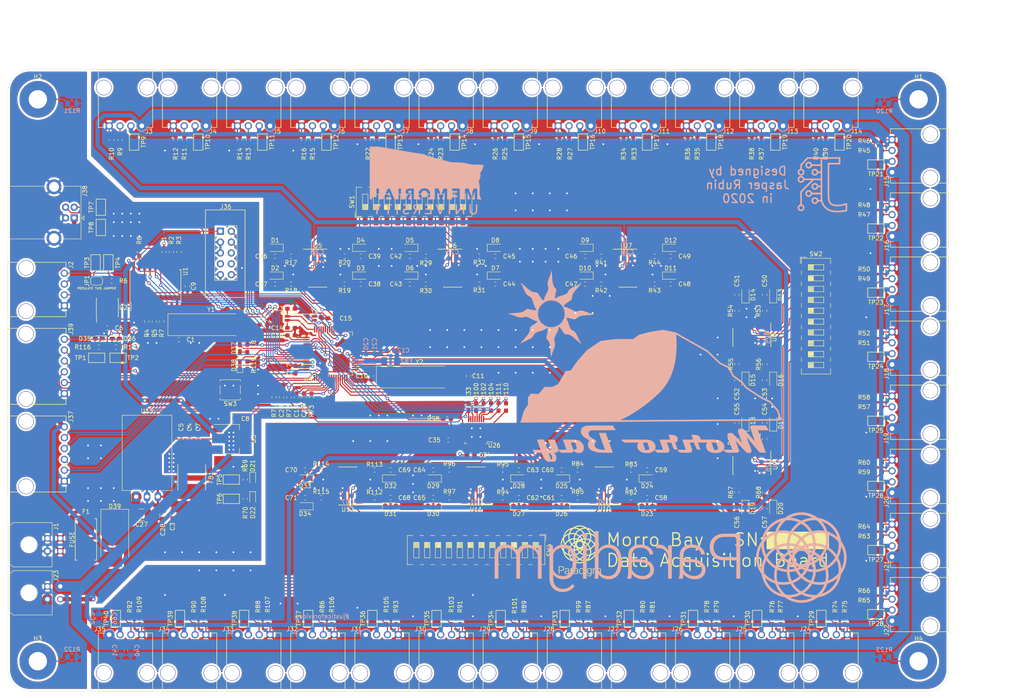
<source format=kicad_pcb>
(kicad_pcb (version 20171130) (host pcbnew "(5.1.0)-1")
  (title_block (title "Morro Bay Data Acquisition Board") (rev A) (comment 4 JR))
  (layers (0 F.Cu signal) (31 B.Cu signal) (34 B.Paste user) (35 F.Paste user) (36 B.SilkS user) (37 F.SilkS user) (38 B.Mask user) (39 F.Mask user) (44 Edge.Cuts user))
  (net 0 "")
  (net 1 /CAN_XTAL_1)
  (net 2 GND)
  (net 3 /CAN_XTAL_2)
  (net 4 "Net-(C28-Pad1)")
  (net 5 +5V)
  (net 6 +3V3)
  (net 7 /SAMD_XTAL1_1)
  (net 8 /SAMD_XTAL1_2)
  (net 9 /SAMD_XTAL2_1)
  (net 10 /SAMD_XTAL2_2)
  (net 11 "Net-(C19-Pad1)")
  (net 12 +3.3VA)
  (net 13 /V_RP)
  (net 14 /SAMD_nRESET)
  (net 15 /AnalogInput/ExternalADC/REFOUT)
  (net 16 SAMD_ADC_1)
  (net 17 SAMD_ADC_2)
  (net 18 SAMD_ADC_3)
  (net 19 SAMD_ADC_4)
  (net 20 SAMD_ADC_5)
  (net 21 SAMD_ADC_6)
  (net 22 SAMD_ADC_7)
  (net 23 SAMD_ADC_8)
  (net 24 SAMD_ADC_9)
  (net 25 SAMD_ADC_10)
  (net 26 SAMD_ADC_11)
  (net 27 SAMD_ADC_12)
  (net 28 SAMD_ADC_13)
  (net 29 SAMD_ADC_14)
  (net 30 SAMD_ADC_15)
  (net 31 SAMD_ADC_16)
  (net 32 SAMD_ADC_17)
  (net 33 SAMD_ADC_18)
  (net 34 SAMD_ADC_19)
  (net 35 SAMD_ADC_20)
  (net 36 EADC_ADC_1)
  (net 37 EADC_ADC_2)
  (net 38 EADC_ADC_3)
  (net 39 EADC_ADC_4)
  (net 40 EADC_ADC_5)
  (net 41 EADC_ADC_6)
  (net 42 EADC_ADC_7)
  (net 43 EADC_ADC_8)
  (net 44 EADC_ADC_9)
  (net 45 EADC_ADC_10)
  (net 46 EADC_ADC_11)
  (net 47 EADC_ADC_12)
  (net 48 "Net-(D21-Pad1)")
  (net 49 "Net-(D22-Pad1)")
  (net 50 /CAN_TX)
  (net 51 "Net-(D35-Pad2)")
  (net 52 /CAN_RX)
  (net 53 "Net-(D36-Pad2)")
  (net 54 "Net-(D37-Pad1)")
  (net 55 /LED_1)
  (net 56 /LED_2)
  (net 57 "Net-(D38-Pad1)")
  (net 58 "Net-(D39-Pad2)")
  (net 59 /VIN)
  (net 60 /CANL)
  (net 61 /CANH)
  (net 62 5V_IN_1)
  (net 63 5V_IN_2)
  (net 64 5V_IN_3)
  (net 65 5V_IN_4)
  (net 66 5V_IN_5)
  (net 67 5V_IN_6)
  (net 68 5V_IN_7)
  (net 69 5V_IN_8)
  (net 70 5V_IN_9)
  (net 71 5V_IN_10)
  (net 72 5V_IN_11)
  (net 73 5V_IN_12)
  (net 74 5V_IN_13)
  (net 75 5V_IN_14)
  (net 76 10V_IN_1)
  (net 77 10V_IN_2)
  (net 78 10V_IN_3)
  (net 79 10V_IN_4)
  (net 80 10V_IN_5)
  (net 81 10V_IN_6)
  (net 82 5V_IN_15)
  (net 83 5V_IN_16)
  (net 84 5V_IN_17)
  (net 85 5V_IN_18)
  (net 86 10V_IN_7)
  (net 87 10V_IN_8)
  (net 88 10V_IN_9)
  (net 89 10V_IN_10)
  (net 90 "Net-(J36-Pad7)")
  (net 91 "Net-(J36-Pad6)")
  (net 92 /SWCLK)
  (net 93 /SWDIO)
  (net 94 "Net-(J36-Pad8)")
  (net 95 /GPIO_1)
  (net 96 /GPIO_3)
  (net 97 /GPIO_2)
  (net 98 /GPIO_4)
  (net 99 /USB_D+)
  (net 100 /USB_D-)
  (net 101 /ESERCOM_3)
  (net 102 /ESERCOM_1)
  (net 103 /ESERCOM_2)
  (net 104 /ESERCOM_0)
  (net 105 /CAN_TERM)
  (net 106 /CAN_nINT)
  (net 107 /CAN_nRXOBF)
  (net 108 /CAN_nRX1BF)
  (net 109 /CAN_nTX0RTS)
  (net 110 /CAN_nTX1RTS)
  (net 111 /CAN_nTX2RTS)
  (net 112 /CAN_nRESET)
  (net 113 /AnalogInput/3V3_IN_1)
  (net 114 /AnalogInput/3V3_IN_2)
  (net 115 /AnalogInput/3V3_IN_3)
  (net 116 /AnalogInput/3V3_IN_4)
  (net 117 /AnalogInput/IN_1_BUFFERED)
  (net 118 /AnalogInput/IN_2_BUFFERED)
  (net 119 /AnalogInput/IN_3_BUFFERED)
  (net 120 /AnalogInput/IN_4_BUFFERED)
  (net 121 /AnalogInput/3V3_IN_5)
  (net 122 /AnalogInput/3V3_IN_6)
  (net 123 /AnalogInput/3V3_IN_7)
  (net 124 /AnalogInput/3V3_IN_8)
  (net 125 /AnalogInput/IN_5_BUFFERED)
  (net 126 /AnalogInput/IN_6_BUFFERED)
  (net 127 /AnalogInput/IN_7_BUFFERED)
  (net 128 /AnalogInput/IN_8_BUFFERED)
  (net 129 /AnalogInput/3V3_IN_9)
  (net 130 /AnalogInput/3V3_IN_10)
  (net 131 /AnalogInput/3V3_IN_11)
  (net 132 /AnalogInput/3V3_IN_12)
  (net 133 /AnalogInput/IN_9_BUFFERED)
  (net 134 /AnalogInput/IN_10_BUFFERED)
  (net 135 /AnalogInput/IN_11_BUFFERED)
  (net 136 /AnalogInput/IN_12_BUFFERED)
  (net 137 /AnalogInput/3V3_IN_13)
  (net 138 /AnalogInput/3V3_IN_14)
  (net 139 /AnalogInput/3V3_IN_15)
  (net 140 /AnalogInput/3V3_IN_16)
  (net 141 /AnalogInput/IN_13_BUFFERED)
  (net 142 /AnalogInput/IN_14_BUFFERED)
  (net 143 /AnalogInput/IN_15_BUFFERED)
  (net 144 /AnalogInput/IN_16_BUFFERED)
  (net 145 /AnalogInput/3V3_IN_17)
  (net 146 /AnalogInput/3V3_IN_18)
  (net 147 /AnalogInput/IN_17_BUFFERED)
  (net 148 /AnalogInput/IN_18_BUFFERED)
  (net 149 /AnalogInput/3V3_IN_19)
  (net 150 /AnalogInput/3V3_IN_20)
  (net 151 /AnalogInput/IN_19_BUFFERED)
  (net 152 /AnalogInput/IN_20_BUFFERED)
  (net 153 "Net-(R71-Pad2)")
  (net 154 /AnalogInput/ExternalADC/3V3_IN_21)
  (net 155 /AnalogInput/ExternalADC/3V3_IN_22)
  (net 156 /AnalogInput/ExternalADC/3V3_IN_23)
  (net 157 /AnalogInput/ExternalADC/3V3_IN_24)
  (net 158 /AnalogInput/ExternalADC/IN_21_BUFFERED)
  (net 159 /AnalogInput/ExternalADC/IN_22_BUFFERED)
  (net 160 /AnalogInput/ExternalADC/IN_23_BUFFERED)
  (net 161 /AnalogInput/ExternalADC/IN_24_BUFFERED)
  (net 162 /AnalogInput/ExternalADC/3V3_IN_29)
  (net 163 /AnalogInput/ExternalADC/3V3_IN_25)
  (net 164 /AnalogInput/ExternalADC/3V3_IN_30)
  (net 165 /AnalogInput/ExternalADC/3V3_IN_26)
  (net 166 /AnalogInput/ExternalADC/3V3_IN_31)
  (net 167 /AnalogInput/ExternalADC/3V3_IN_27)
  (net 168 /AnalogInput/ExternalADC/3V3_IN_32)
  (net 169 /AnalogInput/ExternalADC/3V3_IN_28)
  (net 170 /AnalogInput/ExternalADC/IN_25_BUFFERED)
  (net 171 /AnalogInput/ExternalADC/IN_26_BUFFERED)
  (net 172 /AnalogInput/ExternalADC/IN_27_BUFFERED)
  (net 173 /AnalogInput/ExternalADC/IN_28_BUFFERED)
  (net 174 "Net-(R98-Pad1)")
  (net 175 EADC_RESET)
  (net 176 5V_IN_19)
  (net 177 EADC_DOUT_DRDY)
  (net 178 "Net-(R100-Pad1)")
  (net 179 5V_IN_20)
  (net 180 "Net-(R102-Pad1)")
  (net 181 EADC_SCLK)
  (net 182 5V_IN_21)
  (net 183 EADC_DIN)
  (net 184 "Net-(R104-Pad1)")
  (net 185 5V_IN_22)
  (net 186 "Net-(R110-Pad1)")
  (net 187 EADC_START_SYNC)
  (net 188 "Net-(R111-Pad1)")
  (net 189 EADC_CS)
  (net 190 /AnalogInput/ExternalADC/IN_29_BUFFERED)
  (net 191 /AnalogInput/ExternalADC/IN_30_BUFFERED)
  (net 192 /AnalogInput/ExternalADC/IN_31_BUFFERED)
  (net 193 /AnalogInput/ExternalADC/IN_32_BUFFERED)
  (net 194 "Net-(U1-Pad3)")
  (net 195 /CAN_SCK)
  (net 196 /CAN_MOSI)
  (net 197 /CAN_MISO)
  (net 198 /CAN_SS)
  (net 199 "Net-(U2-Pad5)")
  (net 200 "Net-(U2-Pad8)")
  (net 201 "Net-(U4-Pad23)")
  (net 202 "Net-(U26-Pad13)")
  (net 203 "Net-(U26-Pad25)")
  (net 204 "Net-(U26-Pad29)")
  (net 205 "Net-(U26-Pad30)")
  (net 206 "Net-(H1-Pad1)")
  (net 207 "Net-(H2-Pad1)")
  (net 208 "Net-(H3-Pad1)")
  (net 209 "Net-(H4-Pad1)")
  (module PCB_Morro_Bay:Logo (layer B.Cu) (at 250.75 126.5 180)
    (fp_text reference G*** hide)
    (fp_text value LOGO hide)
  )
  (module PCB_Morro_Bay:M_Logo (layer B.Cu) (at 199.25 84.5 180)
    (fp_text reference G*** hide)
    (fp_text value LOGO hide)
  )
  (module PCB_Morro_Bay:P_Logo (layer B.Cu) (at 256.25 172.75 180)
    (fp_text reference G*** hide)
    (fp_text value LOGO hide)
  )
  (module PCB_Morro_Bay:P_Logo_Small (layer F.Cu) (at 235 171.25)
    (fp_text reference G*** hide)
    (fp_text value LOGO hide)
  )
  (module PCB_Morro_Bay:J_Logo (layer B.Cu) (at 291.75 85.5 180)
    (fp_text reference G*** hide)
    (fp_text value LOGO hide)
  )
  (module Package_SO:SOIC-18W_7.5x11.6mm_P1.27mm (layer F.Cu) (at 135.75 109.25 90)
    (fp_text reference U1 (at 3.5 7 270) (layer F.SilkS))
    (fp_text value MCP2515-xSO)
    (pad 1 smd rect (at -4.7 -5.08 90) (size 2 0.6) (layers F.Cu F.Paste F.Mask) (net 50 /CAN_TX))
    (pad 2 smd rect (at -4.7 -3.81 90) (size 2 0.6) (layers F.Cu F.Paste F.Mask) (net 52 /CAN_RX))
    (pad 3 smd rect (at -4.7 -2.54 90) (size 2 0.6) (layers F.Cu F.Paste F.Mask) (net 194 "Net-(U1-Pad3)"))
    (pad 4 smd rect (at -4.7 -1.27 90) (size 2 0.6) (layers F.Cu F.Paste F.Mask) (net 109 /CAN_nTX0RTS))
    (pad 5 smd rect (at -4.7 0 90) (size 2 0.6) (layers F.Cu F.Paste F.Mask) (net 110 /CAN_nTX1RTS))
    (pad 6 smd rect (at -4.7 1.27 90) (size 2 0.6) (layers F.Cu F.Paste F.Mask) (net 111 /CAN_nTX2RTS))
    (pad 7 smd rect (at -4.7 2.54 90) (size 2 0.6) (layers F.Cu F.Paste F.Mask) (net 1 /CAN_XTAL_1))
    (pad 8 smd rect (at -4.7 3.81 90) (size 2 0.6) (layers F.Cu F.Paste F.Mask) (net 3 /CAN_XTAL_2))
    (pad 9 smd rect (at -4.7 5.08 90) (size 2 0.6) (layers F.Cu F.Paste F.Mask) (net 2 GND))
    (pad 10 smd rect (at 4.7 5.08 90) (size 2 0.6) (layers F.Cu F.Paste F.Mask) (net 108 /CAN_nRX1BF))
    (pad 11 smd rect (at 4.7 3.81 90) (size 2 0.6) (layers F.Cu F.Paste F.Mask) (net 107 /CAN_nRXOBF))
    (pad 12 smd rect (at 4.7 2.54 90) (size 2 0.6) (layers F.Cu F.Paste F.Mask) (net 106 /CAN_nINT))
    (pad 13 smd rect (at 4.7 1.27 90) (size 2 0.6) (layers F.Cu F.Paste F.Mask) (net 195 /CAN_SCK))
    (pad 14 smd rect (at 4.7 0 90) (size 2 0.6) (layers F.Cu F.Paste F.Mask) (net 196 /CAN_MOSI))
    (pad 15 smd rect (at 4.7 -1.27 90) (size 2 0.6) (layers F.Cu F.Paste F.Mask) (net 197 /CAN_MISO))
    (pad 16 smd rect (at 4.7 -2.54 90) (size 2 0.6) (layers F.Cu F.Paste F.Mask) (net 198 /CAN_SS))
    (pad 17 smd rect (at 4.7 -3.81 90) (size 2 0.6) (layers F.Cu F.Paste F.Mask) (net 112 /CAN_nRESET))
    (pad 18 smd rect (at 4.7 -5.08 90) (size 2 0.6) (layers F.Cu F.Paste F.Mask) (net 6 +3V3))
  )
  (module Button_Switch_SMD:SW_DIP_SPSTx10_Slide_6.7x26.96mm_W8.61mm_P2.54mm_LowProfile (layer F.Cu) (at 196.25 89.5 90)
    (fp_text reference SW1 (at 0 -14.54 90) (layer F.SilkS))
    (fp_text value INPUT_RANGE_SEL_1)
    (pad 20 smd rect (at 4.305 -11.43 90) (size 2.44 1.12) (layers F.Cu F.Paste F.Mask) (net 113 /AnalogInput/3V3_IN_1))
    (pad 10 smd rect (at -4.305 11.43 90) (size 2.44 1.12) (layers F.Cu F.Paste F.Mask) (net 71 5V_IN_10))
    (pad 19 smd rect (at 4.305 -8.89 90) (size 2.44 1.12) (layers F.Cu F.Paste F.Mask) (net 114 /AnalogInput/3V3_IN_2))
    (pad 9 smd rect (at -4.305 8.89 90) (size 2.44 1.12) (layers F.Cu F.Paste F.Mask) (net 70 5V_IN_9))
    (pad 18 smd rect (at 4.305 -6.35 90) (size 2.44 1.12) (layers F.Cu F.Paste F.Mask) (net 115 /AnalogInput/3V3_IN_3))
    (pad 8 smd rect (at -4.305 6.35 90) (size 2.44 1.12) (layers F.Cu F.Paste F.Mask) (net 69 5V_IN_8))
    (pad 17 smd rect (at 4.305 -3.81 90) (size 2.44 1.12) (layers F.Cu F.Paste F.Mask) (net 116 /AnalogInput/3V3_IN_4))
    (pad 7 smd rect (at -4.305 3.81 90) (size 2.44 1.12) (layers F.Cu F.Paste F.Mask) (net 68 5V_IN_7))
    (pad 16 smd rect (at 4.305 -1.27 90) (size 2.44 1.12) (layers F.Cu F.Paste F.Mask) (net 121 /AnalogInput/3V3_IN_5))
    (pad 6 smd rect (at -4.305 1.27 90) (size 2.44 1.12) (layers F.Cu F.Paste F.Mask) (net 67 5V_IN_6))
    (pad 15 smd rect (at 4.305 1.27 90) (size 2.44 1.12) (layers F.Cu F.Paste F.Mask) (net 122 /AnalogInput/3V3_IN_6))
    (pad 5 smd rect (at -4.305 -1.27 90) (size 2.44 1.12) (layers F.Cu F.Paste F.Mask) (net 66 5V_IN_5))
    (pad 14 smd rect (at 4.305 3.81 90) (size 2.44 1.12) (layers F.Cu F.Paste F.Mask) (net 123 /AnalogInput/3V3_IN_7))
    (pad 4 smd rect (at -4.305 -3.81 90) (size 2.44 1.12) (layers F.Cu F.Paste F.Mask) (net 65 5V_IN_4))
    (pad 13 smd rect (at 4.305 6.35 90) (size 2.44 1.12) (layers F.Cu F.Paste F.Mask) (net 124 /AnalogInput/3V3_IN_8))
    (pad 3 smd rect (at -4.305 -6.35 90) (size 2.44 1.12) (layers F.Cu F.Paste F.Mask) (net 64 5V_IN_3))
    (pad 12 smd rect (at 4.305 8.89 90) (size 2.44 1.12) (layers F.Cu F.Paste F.Mask) (net 129 /AnalogInput/3V3_IN_9))
    (pad 2 smd rect (at -4.305 -8.89 90) (size 2.44 1.12) (layers F.Cu F.Paste F.Mask) (net 63 5V_IN_2))
    (pad 11 smd rect (at 4.305 11.43 90) (size 2.44 1.12) (layers F.Cu F.Paste F.Mask) (net 130 /AnalogInput/3V3_IN_10))
    (pad 1 smd rect (at -4.305 -11.43 90) (size 2.44 1.12) (layers F.Cu F.Paste F.Mask) (net 62 5V_IN_1))
  )
  (module Resistor_SMD:R_0603_1608Metric_Pad1.05x0.95mm_HandSolder (layer F.Cu) (at 167.5 108.75)
    (fp_text reference R18 (at 0 1.5) (layer F.SilkS))
    (fp_text value 470)
    (pad 2 smd roundrect (at 0.875 0) (size 1.05 0.95) (layers F.Cu F.Paste F.Mask) (net 118 /AnalogInput/IN_2_BUFFERED))
    (pad 1 smd roundrect (at -0.875 0) (size 1.05 0.95) (layers F.Cu F.Paste F.Mask) (net 17 SAMD_ADC_2))
  )
  (module Capacitor_SMD:C_0603_1608Metric_Pad1.05x0.95mm_HandSolder (layer F.Cu) (at 163.75 108.75)
    (fp_text reference C37 (at -3.25 0) (layer F.SilkS))
    (fp_text value 0.1uF)
    (pad 1 smd roundrect (at -0.875 0) (size 1.05 0.95) (layers F.Cu F.Paste F.Mask) (net 2 GND))
    (pad 2 smd roundrect (at 0.875 0) (size 1.05 0.95) (layers F.Cu F.Paste F.Mask) (net 17 SAMD_ADC_2))
  )
  (module Diode_SMD:D_SOD-323_HandSoldering (layer F.Cu) (at 163.75 106.75 180)
    (fp_text reference D2 (at 0 1.75 180) (layer F.SilkS))
    (fp_text value 3.3V)
    (pad 1 smd rect (at -1.25 0 180) (size 1 1) (layers F.Cu F.Paste F.Mask) (net 17 SAMD_ADC_2))
    (pad 2 smd rect (at 1.25 0 180) (size 1 1) (layers F.Cu F.Paste F.Mask) (net 2 GND))
  )
  (module Capacitor_SMD:C_0603_1608Metric_Pad1.05x0.95mm_HandSolder (layer F.Cu) (at 141.25 121.75 180)
    (fp_text reference C1 (at -2.75 0) (layer F.SilkS))
    (fp_text value 18pF)
    (pad 1 smd roundrect (at -0.875 0 180) (size 1.05 0.95) (layers F.Cu F.Paste F.Mask) (net 1 /CAN_XTAL_1))
    (pad 2 smd roundrect (at 0.875 0 180) (size 1.05 0.95) (layers F.Cu F.Paste F.Mask) (net 2 GND))
  )
  (module Capacitor_SMD:C_0603_1608Metric_Pad1.05x0.95mm_HandSolder (layer F.Cu) (at 161 118.25)
    (fp_text reference C2 (at 0 -1.43) (layer F.SilkS))
    (fp_text value 18pF)
    (pad 2 smd roundrect (at 0.875 0) (size 1.05 0.95) (layers F.Cu F.Paste F.Mask) (net 2 GND))
    (pad 1 smd roundrect (at -0.875 0) (size 1.05 0.95) (layers F.Cu F.Paste F.Mask) (net 3 /CAN_XTAL_2))
  )
  (module Capacitor_SMD:C_0603_1608Metric_Pad1.05x0.95mm_HandSolder (layer F.Cu) (at 139.75 162.75 270)
    (fp_text reference C3 (at 2.75 0 270) (layer F.SilkS))
    (fp_text value 0.1uF)
    (pad 2 smd roundrect (at 0.875 0 270) (size 1.05 0.95) (layers F.Cu F.Paste F.Mask) (net 2 GND))
    (pad 1 smd roundrect (at -0.875 0 270) (size 1.05 0.95) (layers F.Cu F.Paste F.Mask) (net 4 "Net-(C28-Pad1)"))
  )
  (module Capacitor_SMD:C_0603_1608Metric_Pad1.05x0.95mm_HandSolder (layer F.Cu) (at 143.75 145 90)
    (fp_text reference C4 (at 2.75 0 90) (layer F.SilkS))
    (fp_text value 0.1uF)
    (pad 1 smd roundrect (at -0.875 0 90) (size 1.05 0.95) (layers F.Cu F.Paste F.Mask) (net 5 +5V))
    (pad 2 smd roundrect (at 0.875 0 90) (size 1.05 0.95) (layers F.Cu F.Paste F.Mask) (net 2 GND))
  )
  (module Capacitor_SMD:C_0603_1608Metric_Pad1.05x0.95mm_HandSolder (layer F.Cu) (at 141.75 145 90)
    (fp_text reference C5 (at 2.75 0 90) (layer F.SilkS))
    (fp_text value 10uF)
    (pad 2 smd roundrect (at 0.875 0 90) (size 1.05 0.95) (layers F.Cu F.Paste F.Mask) (net 2 GND))
    (pad 1 smd roundrect (at -0.875 0 90) (size 1.05 0.95) (layers F.Cu F.Paste F.Mask) (net 5 +5V))
  )
  (module Capacitor_SMD:C_0603_1608Metric_Pad1.05x0.95mm_HandSolder (layer F.Cu) (at 124.5 119 180)
    (fp_text reference C6 (at -2.75 0) (layer F.SilkS))
    (fp_text value 0.1uF)
    (pad 1 smd roundrect (at -0.875 0 180) (size 1.05 0.95) (layers F.Cu F.Paste F.Mask) (net 6 +3V3))
    (pad 2 smd roundrect (at 0.875 0 180) (size 1.05 0.95) (layers F.Cu F.Paste F.Mask) (net 2 GND))
  )
  (module Capacitor_SMD:C_0603_1608Metric_Pad1.05x0.95mm_HandSolder (layer F.Cu) (at 143.25 109.25 270)
    (fp_text reference C9 (at 0 -1.43 270) (layer F.SilkS))
    (fp_text value 0.1uF)
    (pad 1 smd roundrect (at -0.875 0 270) (size 1.05 0.95) (layers F.Cu F.Paste F.Mask) (net 6 +3V3))
    (pad 2 smd roundrect (at 0.875 0 270) (size 1.05 0.95) (layers F.Cu F.Paste F.Mask) (net 2 GND))
  )
  (module Capacitor_SMD:C_0603_1608Metric_Pad1.05x0.95mm_HandSolder (layer F.Cu) (at 186.25 130.25 270)
    (fp_text reference C10 (at 0 2.25) (layer F.SilkS))
    (fp_text value 18pF)
    (pad 2 smd roundrect (at 0.875 0 270) (size 1.05 0.95) (layers F.Cu F.Paste F.Mask) (net 2 GND))
    (pad 1 smd roundrect (at -0.875 0 270) (size 1.05 0.95) (layers F.Cu F.Paste F.Mask) (net 7 /SAMD_XTAL1_1))
  )
  (module Capacitor_SMD:C_0603_1608Metric_Pad1.05x0.95mm_HandSolder (layer F.Cu) (at 209 130.25 90)
    (fp_text reference C11 (at 0 2.25 180) (layer F.SilkS))
    (fp_text value 18pF)
    (pad 1 smd roundrect (at -0.875 0 90) (size 1.05 0.95) (layers F.Cu F.Paste F.Mask) (net 8 /SAMD_XTAL1_2))
    (pad 2 smd roundrect (at 0.875 0 90) (size 1.05 0.95) (layers F.Cu F.Paste F.Mask) (net 2 GND))
  )
  (module Capacitor_SMD:C_0603_1608Metric_Pad1.05x0.95mm_HandSolder (layer B.Cu) (at 190.75 124.25 180)
    (fp_text reference C12 (at -3 0 180) (layer B.SilkS) (effects (justify mirror)))
    (fp_text value 10uF)
    (pad 2 smd roundrect (at 0.875 0 180) (size 1.05 0.95) (layers B.Cu B.Paste B.Mask) (net 2 GND))
    (pad 1 smd roundrect (at -0.875 0 180) (size 1.05 0.95) (layers B.Cu B.Paste B.Mask) (net 6 +3V3))
  )
  (module Capacitor_SMD:C_0603_1608Metric_Pad1.05x0.95mm_HandSolder (layer F.Cu) (at 167.5 114.5)
    (fp_text reference C13 (at -3.25 0) (layer F.SilkS))
    (fp_text value 9pF)
    (pad 2 smd roundrect (at 0.875 0) (size 1.05 0.95) (layers F.Cu F.Paste F.Mask) (net 2 GND))
    (pad 1 smd roundrect (at -0.875 0) (size 1.05 0.95) (layers F.Cu F.Paste F.Mask) (net 9 /SAMD_XTAL2_1))
  )
  (module Capacitor_SMD:C_0603_1608Metric_Pad1.05x0.95mm_HandSolder (layer F.Cu) (at 167.5 119)
    (fp_text reference C14 (at -3.25 0) (layer F.SilkS))
    (fp_text value 9pF)
    (pad 2 smd roundrect (at 0.875 0) (size 1.05 0.95) (layers F.Cu F.Paste F.Mask) (net 2 GND))
    (pad 1 smd roundrect (at -0.875 0) (size 1.05 0.95) (layers F.Cu F.Paste F.Mask) (net 10 /SAMD_XTAL2_2))
  )
  (module Capacitor_SMD:C_0603_1608Metric_Pad1.05x0.95mm_HandSolder (layer F.Cu) (at 177 116.75 180)
    (fp_text reference C15 (at -3.25 0 180) (layer F.SilkS))
    (fp_text value 0.1uF)
    (pad 2 smd roundrect (at 0.875 0 180) (size 1.05 0.95) (layers F.Cu F.Paste F.Mask) (net 2 GND))
    (pad 1 smd roundrect (at -0.875 0 180) (size 1.05 0.95) (layers F.Cu F.Paste F.Mask) (net 6 +3V3))
  )
  (module Capacitor_SMD:C_0603_1608Metric_Pad1.05x0.95mm_HandSolder (layer F.Cu) (at 167.5 120.75)
    (fp_text reference C16 (at -3.25 0) (layer F.SilkS))
    (fp_text value 0.1uF)
    (pad 1 smd roundrect (at -0.875 0) (size 1.05 0.95) (layers F.Cu F.Paste F.Mask) (net 6 +3V3))
    (pad 2 smd roundrect (at 0.875 0) (size 1.05 0.95) (layers F.Cu F.Paste F.Mask) (net 2 GND))
  )
  (module Capacitor_SMD:C_0603_1608Metric_Pad1.05x0.95mm_HandSolder (layer F.Cu) (at 168.5 128.75 90)
    (fp_text reference C17 (at 0 -1.43 90) (layer F.SilkS))
    (fp_text value 0.1uF)
    (pad 2 smd roundrect (at 0.875 0 90) (size 1.05 0.95) (layers F.Cu F.Paste F.Mask) (net 2 GND))
    (pad 1 smd roundrect (at -0.875 0 90) (size 1.05 0.95) (layers F.Cu F.Paste F.Mask) (net 6 +3V3))
  )
  (module Capacitor_SMD:C_0603_1608Metric_Pad1.05x0.95mm_HandSolder (layer F.Cu) (at 170.5 135.25 270)
    (fp_text reference C18 (at 3.25 0 270) (layer F.SilkS))
    (fp_text value 0.1uF)
    (pad 1 smd roundrect (at -0.875 0 270) (size 1.05 0.95) (layers F.Cu F.Paste F.Mask) (net 6 +3V3))
    (pad 2 smd roundrect (at 0.875 0 270) (size 1.05 0.95) (layers F.Cu F.Paste F.Mask) (net 2 GND))
  )
  (module Capacitor_SMD:C_0603_1608Metric_Pad1.05x0.95mm_HandSolder (layer F.Cu) (at 168.75 135.25 270)
    (fp_text reference C19 (at 3.25 0 270) (layer F.SilkS))
    (fp_text value 1uF)
    (pad 2 smd roundrect (at 0.875 0 270) (size 1.05 0.95) (layers F.Cu F.Paste F.Mask) (net 2 GND))
    (pad 1 smd roundrect (at -0.875 0 270) (size 1.05 0.95) (layers F.Cu F.Paste F.Mask) (net 11 "Net-(C19-Pad1)"))
  )
  (module Capacitor_SMD:C_0603_1608Metric_Pad1.05x0.95mm_HandSolder (layer B.Cu) (at 185 126 90)
    (fp_text reference C20 (at 3.25 0 90) (layer B.SilkS) (effects (justify mirror)))
    (fp_text value 0.1uF)
    (pad 2 smd roundrect (at 0.875 0 90) (size 1.05 0.95) (layers B.Cu B.Paste B.Mask) (net 2 GND))
    (pad 1 smd roundrect (at -0.875 0 90) (size 1.05 0.95) (layers B.Cu B.Paste B.Mask) (net 12 +3.3VA))
  )
  (module Capacitor_SMD:C_0603_1608Metric_Pad1.05x0.95mm_HandSolder (layer B.Cu) (at 187 126 90)
    (fp_text reference C21 (at 3.25 0 90) (layer B.SilkS) (effects (justify mirror)))
    (fp_text value 10uF)
    (pad 1 smd roundrect (at -0.875 0 90) (size 1.05 0.95) (layers B.Cu B.Paste B.Mask) (net 12 +3.3VA))
    (pad 2 smd roundrect (at 0.875 0 90) (size 1.05 0.95) (layers B.Cu B.Paste B.Mask) (net 2 GND))
  )
  (module Capacitor_SMD:C_0603_1608Metric_Pad1.05x0.95mm_HandSolder (layer B.Cu) (at 173.75 102.75 180)
    (fp_text reference C22 (at 0 1.5 180) (layer B.SilkS) (effects (justify mirror)))
    (fp_text value 0.1uF)
    (pad 2 smd roundrect (at 0.875 0 180) (size 1.05 0.95) (layers B.Cu B.Paste B.Mask) (net 5 +5V))
    (pad 1 smd roundrect (at -0.875 0 180) (size 1.05 0.95) (layers B.Cu B.Paste B.Mask) (net 2 GND))
  )
  (module Capacitor_SMD:C_0603_1608Metric_Pad1.05x0.95mm_HandSolder (layer B.Cu) (at 205.25 102.75 180)
    (fp_text reference C23 (at 0 1.5 180) (layer B.SilkS) (effects (justify mirror)))
    (fp_text value 0.1uF)
    (pad 2 smd roundrect (at 0.875 0 180) (size 1.05 0.95) (layers B.Cu B.Paste B.Mask) (net 5 +5V))
    (pad 1 smd roundrect (at -0.875 0 180) (size 1.05 0.95) (layers B.Cu B.Paste B.Mask) (net 2 GND))
  )
  (module Capacitor_SMD:C_0603_1608Metric_Pad1.05x0.95mm_HandSolder (layer B.Cu) (at 246.25 102.75 180)
    (fp_text reference C24 (at 0 1.5 180) (layer B.SilkS) (effects (justify mirror)))
    (fp_text value 0.1uF)
    (pad 1 smd roundrect (at -0.875 0 180) (size 1.05 0.95) (layers B.Cu B.Paste B.Mask) (net 2 GND))
    (pad 2 smd roundrect (at 0.875 0 180) (size 1.05 0.95) (layers B.Cu B.Paste B.Mask) (net 5 +5V))
  )
  (module Capacitor_SMD:C_0603_1608Metric_Pad1.05x0.95mm_HandSolder (layer B.Cu) (at 277.5 121.25 90)
    (fp_text reference C25 (at 0 1.5 90) (layer B.SilkS) (effects (justify mirror)))
    (fp_text value 0.1uF)
    (pad 1 smd roundrect (at -0.875 0 90) (size 1.05 0.95) (layers B.Cu B.Paste B.Mask) (net 2 GND))
    (pad 2 smd roundrect (at 0.875 0 90) (size 1.05 0.95) (layers B.Cu B.Paste B.Mask) (net 5 +5V))
  )
  (module Capacitor_SMD:C_0603_1608Metric_Pad1.05x0.95mm_HandSolder (layer B.Cu) (at 277.5 151.25 90)
    (fp_text reference C26 (at 0 1.5 90) (layer B.SilkS) (effects (justify mirror)))
    (fp_text value 0.1uF)
    (pad 2 smd roundrect (at 0.875 0 90) (size 1.05 0.95) (layers B.Cu B.Paste B.Mask) (net 5 +5V))
    (pad 1 smd roundrect (at -0.875 0 90) (size 1.05 0.95) (layers B.Cu B.Paste B.Mask) (net 2 GND))
  )
  (module Capacitor_SMD:C_1210_3225Metric_Pad1.42x2.65mm_HandSolder (layer F.Cu) (at 132.5 162.75)
    (fp_text reference C27 (at 0 2.25 180) (layer F.SilkS))
    (fp_text value 10uF)
    (pad 1 smd roundrect (at -1.4875 0) (size 1.425 2.65) (layers F.Cu F.Paste F.Mask) (roundrect_rratio 0.175439) (net 13 /V_RP))
    (pad 2 smd roundrect (at 1.4875 0) (size 1.425 2.65) (layers F.Cu F.Paste F.Mask) (roundrect_rratio 0.175439) (net 2 GND))
  )
  (module Capacitor_SMD:C_0805_2012Metric_Pad1.15x1.40mm_HandSolder (layer F.Cu) (at 137.5 162.75 270)
    (fp_text reference C28 (at 3.5 0 270) (layer F.SilkS))
    (fp_text value 22uF)
    (pad 2 smd roundrect (at 1.025 0 270) (size 1.15 1.4) (layers F.Cu F.Paste F.Mask) (roundrect_rratio 0.217391) (net 2 GND))
    (pad 1 smd roundrect (at -1.025 0 270) (size 1.15 1.4) (layers F.Cu F.Paste F.Mask) (roundrect_rratio 0.217391) (net 4 "Net-(C28-Pad1)"))
  )
  (module Capacitor_SMD:C_0603_1608Metric_Pad1.05x0.95mm_HandSolder (layer F.Cu) (at 165.25 135.25 270)
    (fp_text reference C29 (at 3.25 0 270) (layer F.SilkS))
    (fp_text value 0.1uF)
    (pad 1 smd roundrect (at -0.875 0 270) (size 1.05 0.95) (layers F.Cu F.Paste F.Mask) (net 14 /SAMD_nRESET))
    (pad 2 smd roundrect (at 0.875 0 270) (size 1.05 0.95) (layers F.Cu F.Paste F.Mask) (net 2 GND))
  )
  (module Capacitor_SMD:C_0603_1608Metric_Pad1.05x0.95mm_HandSolder (layer B.Cu) (at 240.75 158.25)
    (fp_text reference C30 (at 0 1.5) (layer B.SilkS) (effects (justify mirror)))
    (fp_text value 0.1uF)
    (pad 2 smd roundrect (at 0.875 0) (size 1.05 0.95) (layers B.Cu B.Paste B.Mask) (net 5 +5V))
    (pad 1 smd roundrect (at -0.875 0) (size 1.05 0.95) (layers B.Cu B.Paste B.Mask) (net 2 GND))
  )
  (module Capacitor_SMD:C_0603_1608Metric_Pad1.05x0.95mm_HandSolder (layer B.Cu) (at 210.75 158.25)
    (fp_text reference C31 (at 0 1.5) (layer B.SilkS) (effects (justify mirror)))
    (fp_text value 0.1uF)
    (pad 1 smd roundrect (at -0.875 0) (size 1.05 0.95) (layers B.Cu B.Paste B.Mask) (net 2 GND))
    (pad 2 smd roundrect (at 0.875 0) (size 1.05 0.95) (layers B.Cu B.Paste B.Mask) (net 5 +5V))
  )
  (module Capacitor_SMD:C_0805_2012Metric_Pad1.15x1.40mm_HandSolder (layer B.Cu) (at 122.5 187 90)
    (fp_text reference C32 (at 0 -1.5 90) (layer B.SilkS) (effects (justify mirror)))
    (fp_text value 22uF)
    (pad 2 smd roundrect (at 1.025 0 90) (size 1.15 1.4) (layers B.Cu B.Paste B.Mask) (roundrect_rratio 0.217391) (net 2 GND))
    (pad 1 smd roundrect (at -1.025 0 90) (size 1.15 1.4) (layers B.Cu B.Paste B.Mask) (roundrect_rratio 0.217391) (net 6 +3V3))
  )
  (module Capacitor_SMD:C_0603_1608Metric_Pad1.05x0.95mm_HandSolder (layer F.Cu) (at 209 137.5 90)
    (fp_text reference C33 (at 3.25 0 90) (layer F.SilkS))
    (fp_text value 330nF)
    (pad 2 smd roundrect (at 0.875 0 90) (size 1.05 0.95) (layers F.Cu F.Paste F.Mask) (net 2 GND))
    (pad 1 smd roundrect (at -0.875 0 90) (size 1.05 0.95) (layers F.Cu F.Paste F.Mask) (net 6 +3V3))
  )
  (module Capacitor_SMD:C_0603_1608Metric_Pad1.05x0.95mm_HandSolder (layer F.Cu) (at 209.5 148.75)
    (fp_text reference C34 (at 3.25 0) (layer F.SilkS))
    (fp_text value 0.1uF)
    (pad 2 smd roundrect (at 0.875 0) (size 1.05 0.95) (layers F.Cu F.Paste F.Mask) (net 2 GND))
    (pad 1 smd roundrect (at -0.875 0) (size 1.05 0.95) (layers F.Cu F.Paste F.Mask) (net 6 +3V3))
  )
  (module Capacitor_SMD:C_0603_1608Metric_Pad1.05x0.95mm_HandSolder (layer F.Cu) (at 204.25 145.25)
    (fp_text reference C35 (at -3.25 0) (layer F.SilkS))
    (fp_text value 0.1uF)
    (pad 1 smd roundrect (at -0.875 0) (size 1.05 0.95) (layers F.Cu F.Paste F.Mask) (net 2 GND))
    (pad 2 smd roundrect (at 0.875 0) (size 1.05 0.95) (layers F.Cu F.Paste F.Mask) (net 15 /AnalogInput/ExternalADC/REFOUT))
  )
  (module Capacitor_SMD:C_0603_1608Metric_Pad1.05x0.95mm_HandSolder (layer F.Cu) (at 163.75 102.25)
    (fp_text reference C36 (at -3.25 0) (layer F.SilkS))
    (fp_text value 0.1uF)
    (pad 1 smd roundrect (at -0.875 0) (size 1.05 0.95) (layers F.Cu F.Paste F.Mask) (net 2 GND))
    (pad 2 smd roundrect (at 0.875 0) (size 1.05 0.95) (layers F.Cu F.Paste F.Mask) (net 16 SAMD_ADC_1))
  )
  (module Capacitor_SMD:C_0603_1608Metric_Pad1.05x0.95mm_HandSolder (layer F.Cu) (at 183.75 108.75 180)
    (fp_text reference C38 (at -3.25 0 180) (layer F.SilkS))
    (fp_text value 0.1uF)
    (pad 2 smd roundrect (at 0.875 0 180) (size 1.05 0.95) (layers F.Cu F.Paste F.Mask) (net 18 SAMD_ADC_3))
    (pad 1 smd roundrect (at -0.875 0 180) (size 1.05 0.95) (layers F.Cu F.Paste F.Mask) (net 2 GND))
  )
  (module Capacitor_SMD:C_0603_1608Metric_Pad1.05x0.95mm_HandSolder (layer F.Cu) (at 183.75 102.25 180)
    (fp_text reference C39 (at -3.25 0 180) (layer F.SilkS))
    (fp_text value 0.1uF)
    (pad 2 smd roundrect (at 0.875 0 180) (size 1.05 0.95) (layers F.Cu F.Paste F.Mask) (net 19 SAMD_ADC_4))
    (pad 1 smd roundrect (at -0.875 0 180) (size 1.05 0.95) (layers F.Cu F.Paste F.Mask) (net 2 GND))
  )
  (module Capacitor_SMD:C_0805_2012Metric_Pad1.15x1.40mm_HandSolder (layer B.Cu) (at 130 194.5 270)
    (fp_text reference C40 (at 0 -1.5 270) (layer B.SilkS) (effects (justify mirror)))
    (fp_text value 22uF)
    (pad 1 smd roundrect (at -1.025 0 270) (size 1.15 1.4) (layers B.Cu B.Paste B.Mask) (roundrect_rratio 0.217391) (net 5 +5V))
    (pad 2 smd roundrect (at 1.025 0 270) (size 1.15 1.4) (layers B.Cu B.Paste B.Mask) (roundrect_rratio 0.217391) (net 2 GND))
  )
  (module Capacitor_SMD:C_0805_2012Metric_Pad1.15x1.40mm_HandSolder (layer B.Cu) (at 127.75 194.5 270)
    (fp_text reference C41 (at 0 1.5 270) (layer B.SilkS) (effects (justify mirror)))
    (fp_text value 22uF)
    (pad 1 smd roundrect (at -1.025 0 270) (size 1.15 1.4) (layers B.Cu B.Paste B.Mask) (roundrect_rratio 0.217391) (net 5 +5V))
    (pad 2 smd roundrect (at 1.025 0 270) (size 1.15 1.4) (layers B.Cu B.Paste B.Mask) (roundrect_rratio 0.217391) (net 2 GND))
  )
  (module Capacitor_SMD:C_0603_1608Metric_Pad1.05x0.95mm_HandSolder (layer F.Cu) (at 195.25 102.25)
    (fp_text reference C42 (at -3.25 0) (layer F.SilkS))
    (fp_text value 0.1uF)
    (pad 2 smd roundrect (at 0.875 0) (size 1.05 0.95) (layers F.Cu F.Paste F.Mask) (net 20 SAMD_ADC_5))
    (pad 1 smd roundrect (at -0.875 0) (size 1.05 0.95) (layers F.Cu F.Paste F.Mask) (net 2 GND))
  )
  (module Capacitor_SMD:C_0603_1608Metric_Pad1.05x0.95mm_HandSolder (layer F.Cu) (at 195.25 108.75)
    (fp_text reference C43 (at -3.25 0) (layer F.SilkS))
    (fp_text value 0.1uF)
    (pad 2 smd roundrect (at 0.875 0) (size 1.05 0.95) (layers F.Cu F.Paste F.Mask) (net 21 SAMD_ADC_6))
    (pad 1 smd roundrect (at -0.875 0) (size 1.05 0.95) (layers F.Cu F.Paste F.Mask) (net 2 GND))
  )
  (module Capacitor_SMD:C_0603_1608Metric_Pad1.05x0.95mm_HandSolder (layer F.Cu) (at 215.25 108.75 180)
    (fp_text reference C44 (at -3.25 0 180) (layer F.SilkS))
    (fp_text value 0.1uF)
    (pad 2 smd roundrect (at 0.875 0 180) (size 1.05 0.95) (layers F.Cu F.Paste F.Mask) (net 22 SAMD_ADC_7))
    (pad 1 smd roundrect (at -0.875 0 180) (size 1.05 0.95) (layers F.Cu F.Paste F.Mask) (net 2 GND))
  )
  (module Capacitor_SMD:C_0603_1608Metric_Pad1.05x0.95mm_HandSolder (layer F.Cu) (at 215.25 102.25 180)
    (fp_text reference C45 (at -3.25 0 180) (layer F.SilkS))
    (fp_text value 0.1uF)
    (pad 2 smd roundrect (at 0.875 0 180) (size 1.05 0.95) (layers F.Cu F.Paste F.Mask) (net 23 SAMD_ADC_8))
    (pad 1 smd roundrect (at -0.875 0 180) (size 1.05 0.95) (layers F.Cu F.Paste F.Mask) (net 2 GND))
  )
  (module Capacitor_SMD:C_0603_1608Metric_Pad1.05x0.95mm_HandSolder (layer F.Cu) (at 236.25 102.25)
    (fp_text reference C46 (at -3.25 0) (layer F.SilkS))
    (fp_text value 0.1uF)
    (pad 2 smd roundrect (at 0.875 0) (size 1.05 0.95) (layers F.Cu F.Paste F.Mask) (net 24 SAMD_ADC_9))
    (pad 1 smd roundrect (at -0.875 0) (size 1.05 0.95) (layers F.Cu F.Paste F.Mask) (net 2 GND))
  )
  (module Capacitor_SMD:C_0603_1608Metric_Pad1.05x0.95mm_HandSolder (layer F.Cu) (at 236.25 108.75)
    (fp_text reference C47 (at -3.25 0) (layer F.SilkS))
    (fp_text value 0.1uF)
    (pad 1 smd roundrect (at -0.875 0) (size 1.05 0.95) (layers F.Cu F.Paste F.Mask) (net 2 GND))
    (pad 2 smd roundrect (at 0.875 0) (size 1.05 0.95) (layers F.Cu F.Paste F.Mask) (net 25 SAMD_ADC_10))
  )
  (module Capacitor_SMD:C_0603_1608Metric_Pad1.05x0.95mm_HandSolder (layer F.Cu) (at 256.25 108.75 180)
    (fp_text reference C48 (at -3.25 0 180) (layer F.SilkS))
    (fp_text value 0.1uF)
    (pad 1 smd roundrect (at -0.875 0 180) (size 1.05 0.95) (layers F.Cu F.Paste F.Mask) (net 2 GND))
    (pad 2 smd roundrect (at 0.875 0 180) (size 1.05 0.95) (layers F.Cu F.Paste F.Mask) (net 26 SAMD_ADC_11))
  )
  (module Capacitor_SMD:C_0603_1608Metric_Pad1.05x0.95mm_HandSolder (layer F.Cu) (at 256.25 102.25 180)
    (fp_text reference C49 (at -3.25 0 180) (layer F.SilkS))
    (fp_text value 0.1uF)
    (pad 1 smd roundrect (at -0.875 0 180) (size 1.05 0.95) (layers F.Cu F.Paste F.Mask) (net 2 GND))
    (pad 2 smd roundrect (at 0.875 0 180) (size 1.05 0.95) (layers F.Cu F.Paste F.Mask) (net 27 SAMD_ADC_12))
  )
  (module Capacitor_SMD:C_0603_1608Metric_Pad1.05x0.95mm_HandSolder (layer F.Cu) (at 278.25 111.25 270)
    (fp_text reference C50 (at -3.25 0 270) (layer F.SilkS))
    (fp_text value 0.1uF)
    (pad 2 smd roundrect (at 0.875 0 270) (size 1.05 0.95) (layers F.Cu F.Paste F.Mask) (net 28 SAMD_ADC_13))
    (pad 1 smd roundrect (at -0.875 0 270) (size 1.05 0.95) (layers F.Cu F.Paste F.Mask) (net 2 GND))
  )
  (module Capacitor_SMD:C_0603_1608Metric_Pad1.05x0.95mm_HandSolder (layer F.Cu) (at 271.75 111.25 270)
    (fp_text reference C51 (at -3.25 0 270) (layer F.SilkS))
    (fp_text value 0.1uF)
    (pad 1 smd roundrect (at -0.875 0 270) (size 1.05 0.95) (layers F.Cu F.Paste F.Mask) (net 2 GND))
    (pad 2 smd roundrect (at 0.875 0 270) (size 1.05 0.95) (layers F.Cu F.Paste F.Mask) (net 29 SAMD_ADC_14))
  )
  (module Capacitor_SMD:C_0603_1608Metric_Pad1.05x0.95mm_HandSolder (layer F.Cu) (at 271.75 131.25 90)
    (fp_text reference C52 (at -3.25 0 90) (layer F.SilkS))
    (fp_text value 0.1uF)
    (pad 2 smd roundrect (at 0.875 0 90) (size 1.05 0.95) (layers F.Cu F.Paste F.Mask) (net 30 SAMD_ADC_15))
    (pad 1 smd roundrect (at -0.875 0 90) (size 1.05 0.95) (layers F.Cu F.Paste F.Mask) (net 2 GND))
  )
  (module Capacitor_SMD:C_0603_1608Metric_Pad1.05x0.95mm_HandSolder (layer F.Cu) (at 278.25 131.25 90)
    (fp_text reference C53 (at -3.25 0 90) (layer F.SilkS))
    (fp_text value 0.1uF)
    (pad 2 smd roundrect (at 0.875 0 90) (size 1.05 0.95) (layers F.Cu F.Paste F.Mask) (net 31 SAMD_ADC_16))
    (pad 1 smd roundrect (at -0.875 0 90) (size 1.05 0.95) (layers F.Cu F.Paste F.Mask) (net 2 GND))
  )
  (module Capacitor_SMD:C_0603_1608Metric_Pad1.05x0.95mm_HandSolder (layer F.Cu) (at 278.25 141.25 270)
    (fp_text reference C54 (at -3.25 0 270) (layer F.SilkS))
    (fp_text value 0.1uF)
    (pad 1 smd roundrect (at -0.875 0 270) (size 1.05 0.95) (layers F.Cu F.Paste F.Mask) (net 2 GND))
    (pad 2 smd roundrect (at 0.875 0 270) (size 1.05 0.95) (layers F.Cu F.Paste F.Mask) (net 32 SAMD_ADC_17))
  )
  (module Capacitor_SMD:C_0603_1608Metric_Pad1.05x0.95mm_HandSolder (layer F.Cu) (at 271.75 141.25 270)
    (fp_text reference C55 (at -3.25 0 270) (layer F.SilkS))
    (fp_text value 0.1uF)
    (pad 2 smd roundrect (at 0.875 0 270) (size 1.05 0.95) (layers F.Cu F.Paste F.Mask) (net 33 SAMD_ADC_18))
    (pad 1 smd roundrect (at -0.875 0 270) (size 1.05 0.95) (layers F.Cu F.Paste F.Mask) (net 2 GND))
  )
  (module Capacitor_SMD:C_0603_1608Metric_Pad1.05x0.95mm_HandSolder (layer F.Cu) (at 271.75 161.25 90)
    (fp_text reference C56 (at -3.25 0 90) (layer F.SilkS))
    (fp_text value 0.1uF)
    (pad 1 smd roundrect (at -0.875 0 90) (size 1.05 0.95) (layers F.Cu F.Paste F.Mask) (net 2 GND))
    (pad 2 smd roundrect (at 0.875 0 90) (size 1.05 0.95) (layers F.Cu F.Paste F.Mask) (net 34 SAMD_ADC_19))
  )
  (module Capacitor_SMD:C_0603_1608Metric_Pad1.05x0.95mm_HandSolder (layer F.Cu) (at 278.25 161.25 90)
    (fp_text reference C57 (at -3.25 0 90) (layer F.SilkS))
    (fp_text value 0.1uF)
    (pad 1 smd roundrect (at -0.875 0 90) (size 1.05 0.95) (layers F.Cu F.Paste F.Mask) (net 2 GND))
    (pad 2 smd roundrect (at 0.875 0 90) (size 1.05 0.95) (layers F.Cu F.Paste F.Mask) (net 35 SAMD_ADC_20))
  )
  (module Capacitor_SMD:C_0603_1608Metric_Pad1.05x0.95mm_HandSolder (layer F.Cu) (at 250.75 158.75 180)
    (fp_text reference C58 (at -3.25 0 180) (layer F.SilkS))
    (fp_text value 0.1uF)
    (pad 1 smd roundrect (at -0.875 0 180) (size 1.05 0.95) (layers F.Cu F.Paste F.Mask) (net 2 GND))
    (pad 2 smd roundrect (at 0.875 0 180) (size 1.05 0.95) (layers F.Cu F.Paste F.Mask) (net 36 EADC_ADC_1))
  )
  (module Capacitor_SMD:C_0603_1608Metric_Pad1.05x0.95mm_HandSolder (layer F.Cu) (at 250.75 152.25 180)
    (fp_text reference C59 (at -3.25 0 180) (layer F.SilkS))
    (fp_text value 0.1uF)
    (pad 1 smd roundrect (at -0.875 0 180) (size 1.05 0.95) (layers F.Cu F.Paste F.Mask) (net 2 GND))
    (pad 2 smd roundrect (at 0.875 0 180) (size 1.05 0.95) (layers F.Cu F.Paste F.Mask) (net 37 EADC_ADC_2))
  )
  (module Capacitor_SMD:C_0603_1608Metric_Pad1.05x0.95mm_HandSolder (layer F.Cu) (at 230.75 152.25)
    (fp_text reference C60 (at -3.25 0) (layer F.SilkS))
    (fp_text value 0.1uF)
    (pad 1 smd roundrect (at -0.875 0) (size 1.05 0.95) (layers F.Cu F.Paste F.Mask) (net 2 GND))
    (pad 2 smd roundrect (at 0.875 0) (size 1.05 0.95) (layers F.Cu F.Paste F.Mask) (net 38 EADC_ADC_3))
  )
  (module Capacitor_SMD:C_0603_1608Metric_Pad1.05x0.95mm_HandSolder (layer F.Cu) (at 230.75 158.75)
    (fp_text reference C61 (at -3 0) (layer F.SilkS))
    (fp_text value 0.1uF)
    (pad 2 smd roundrect (at 0.875 0) (size 1.05 0.95) (layers F.Cu F.Paste F.Mask) (net 39 EADC_ADC_4))
    (pad 1 smd roundrect (at -0.875 0) (size 1.05 0.95) (layers F.Cu F.Paste F.Mask) (net 2 GND))
  )
  (module Capacitor_SMD:C_0603_1608Metric_Pad1.05x0.95mm_HandSolder (layer F.Cu) (at 220.75 158.75 180)
    (fp_text reference C62 (at -3.25 0 180) (layer F.SilkS))
    (fp_text value 0.1uF)
    (pad 1 smd roundrect (at -0.875 0 180) (size 1.05 0.95) (layers F.Cu F.Paste F.Mask) (net 2 GND))
    (pad 2 smd roundrect (at 0.875 0 180) (size 1.05 0.95) (layers F.Cu F.Paste F.Mask) (net 40 EADC_ADC_5))
  )
  (module Capacitor_SMD:C_0603_1608Metric_Pad1.05x0.95mm_HandSolder (layer F.Cu) (at 220.75 152.25 180)
    (fp_text reference C63 (at -3.25 0 180) (layer F.SilkS))
    (fp_text value 0.1uF)
    (pad 2 smd roundrect (at 0.875 0 180) (size 1.05 0.95) (layers F.Cu F.Paste F.Mask) (net 41 EADC_ADC_6))
    (pad 1 smd roundrect (at -0.875 0 180) (size 1.05 0.95) (layers F.Cu F.Paste F.Mask) (net 2 GND))
  )
  (module Capacitor_SMD:C_0603_1608Metric_Pad1.05x0.95mm_HandSolder (layer F.Cu) (at 200.75 152.25)
    (fp_text reference C64 (at -3.25 0) (layer F.SilkS))
    (fp_text value 0.1uF)
    (pad 2 smd roundrect (at 0.875 0) (size 1.05 0.95) (layers F.Cu F.Paste F.Mask) (net 42 EADC_ADC_7))
    (pad 1 smd roundrect (at -0.875 0) (size 1.05 0.95) (layers F.Cu F.Paste F.Mask) (net 2 GND))
  )
  (module Capacitor_SMD:C_0603_1608Metric_Pad1.05x0.95mm_HandSolder (layer F.Cu) (at 200.75 158.75)
    (fp_text reference C65 (at -3.25 0) (layer F.SilkS))
    (fp_text value 0.1uF)
    (pad 1 smd roundrect (at -0.875 0) (size 1.05 0.95) (layers F.Cu F.Paste F.Mask) (net 2 GND))
    (pad 2 smd roundrect (at 0.875 0) (size 1.05 0.95) (layers F.Cu F.Paste F.Mask) (net 43 EADC_ADC_8))
  )
  (module Capacitor_SMD:C_0805_2012Metric_Pad1.15x1.40mm_HandSolder (layer B.Cu) (at 124.75 187 90)
    (fp_text reference C66 (at 0 1.5 90) (layer B.SilkS) (effects (justify mirror)))
    (fp_text value 22uF)
    (pad 1 smd roundrect (at -1.025 0 90) (size 1.15 1.4) (layers B.Cu B.Paste B.Mask) (roundrect_rratio 0.217391) (net 6 +3V3))
    (pad 2 smd roundrect (at 1.025 0 90) (size 1.15 1.4) (layers B.Cu B.Paste B.Mask) (roundrect_rratio 0.217391) (net 2 GND))
  )
  (module Capacitor_SMD:C_0603_1608Metric_Pad1.05x0.95mm_HandSolder (layer B.Cu) (at 180.75 158.25)
    (fp_text reference C67 (at 0 1.5) (layer B.SilkS) (effects (justify mirror)))
    (fp_text value 0.1uF)
    (pad 2 smd roundrect (at 0.875 0) (size 1.05 0.95) (layers B.Cu B.Paste B.Mask) (net 5 +5V))
    (pad 1 smd roundrect (at -0.875 0) (size 1.05 0.95) (layers B.Cu B.Paste B.Mask) (net 2 GND))
  )
  (module Capacitor_SMD:C_0603_1608Metric_Pad1.05x0.95mm_HandSolder (layer F.Cu) (at 190.75 158.75 180)
    (fp_text reference C68 (at -3.25 0 180) (layer F.SilkS))
    (fp_text value 0.1uF)
    (pad 1 smd roundrect (at -0.875 0 180) (size 1.05 0.95) (layers F.Cu F.Paste F.Mask) (net 2 GND))
    (pad 2 smd roundrect (at 0.875 0 180) (size 1.05 0.95) (layers F.Cu F.Paste F.Mask) (net 44 EADC_ADC_9))
  )
  (module Capacitor_SMD:C_0603_1608Metric_Pad1.05x0.95mm_HandSolder (layer F.Cu) (at 190.75 152.25 180)
    (fp_text reference C69 (at -3.25 0 180) (layer F.SilkS))
    (fp_text value 0.1uF)
    (pad 1 smd roundrect (at -0.875 0 180) (size 1.05 0.95) (layers F.Cu F.Paste F.Mask) (net 2 GND))
    (pad 2 smd roundrect (at 0.875 0 180) (size 1.05 0.95) (layers F.Cu F.Paste F.Mask) (net 45 EADC_ADC_10))
  )
  (module Capacitor_SMD:C_0603_1608Metric_Pad1.05x0.95mm_HandSolder (layer F.Cu) (at 170.75 152.25)
    (fp_text reference C70 (at -3.25 0) (layer F.SilkS))
    (fp_text value 0.1uF)
    (pad 2 smd roundrect (at 0.875 0) (size 1.05 0.95) (layers F.Cu F.Paste F.Mask) (net 46 EADC_ADC_11))
    (pad 1 smd roundrect (at -0.875 0) (size 1.05 0.95) (layers F.Cu F.Paste F.Mask) (net 2 GND))
  )
  (module Capacitor_SMD:C_0603_1608Metric_Pad1.05x0.95mm_HandSolder (layer F.Cu) (at 170.75 158.75)
    (fp_text reference C71 (at -3.25 0) (layer F.SilkS))
    (fp_text value 0.1uF)
    (pad 1 smd roundrect (at -0.875 0) (size 1.05 0.95) (layers F.Cu F.Paste F.Mask) (net 2 GND))
    (pad 2 smd roundrect (at 0.875 0) (size 1.05 0.95) (layers F.Cu F.Paste F.Mask) (net 47 EADC_ADC_12))
  )
  (module Diode_SMD:D_SOD-323_HandSoldering (layer F.Cu) (at 163.75 100.25 180)
    (fp_text reference D1 (at 0 1.75 180) (layer F.SilkS))
    (fp_text value 3.3V)
    (pad 2 smd rect (at 1.25 0 180) (size 1 1) (layers F.Cu F.Paste F.Mask) (net 2 GND))
    (pad 1 smd rect (at -1.25 0 180) (size 1 1) (layers F.Cu F.Paste F.Mask) (net 16 SAMD_ADC_1))
  )
  (module Diode_SMD:D_SOD-323_HandSoldering (layer F.Cu) (at 183.75 106.75)
    (fp_text reference D3 (at 0 -1.75) (layer F.SilkS))
    (fp_text value 3.3V)
    (pad 1 smd rect (at -1.25 0) (size 1 1) (layers F.Cu F.Paste F.Mask) (net 18 SAMD_ADC_3))
    (pad 2 smd rect (at 1.25 0) (size 1 1) (layers F.Cu F.Paste F.Mask) (net 2 GND))
  )
  (module Diode_SMD:D_SOD-323_HandSoldering (layer F.Cu) (at 183.75 100.25)
    (fp_text reference D4 (at 0 -1.75) (layer F.SilkS))
    (fp_text value 3.3V)
    (pad 1 smd rect (at -1.25 0) (size 1 1) (layers F.Cu F.Paste F.Mask) (net 19 SAMD_ADC_4))
    (pad 2 smd rect (at 1.25 0) (size 1 1) (layers F.Cu F.Paste F.Mask) (net 2 GND))
  )
  (module Diode_SMD:D_SOD-323_HandSoldering (layer F.Cu) (at 195.25 100.25 180)
    (fp_text reference D5 (at 0 1.75 180) (layer F.SilkS))
    (fp_text value 3.3V)
    (pad 2 smd rect (at 1.25 0 180) (size 1 1) (layers F.Cu F.Paste F.Mask) (net 2 GND))
    (pad 1 smd rect (at -1.25 0 180) (size 1 1) (layers F.Cu F.Paste F.Mask) (net 20 SAMD_ADC_5))
  )
  (module Diode_SMD:D_SOD-323_HandSoldering (layer F.Cu) (at 195.25 106.75 180)
    (fp_text reference D6 (at 0 1.75 180) (layer F.SilkS))
    (fp_text value 3.3V)
    (pad 1 smd rect (at -1.25 0 180) (size 1 1) (layers F.Cu F.Paste F.Mask) (net 21 SAMD_ADC_6))
    (pad 2 smd rect (at 1.25 0 180) (size 1 1) (layers F.Cu F.Paste F.Mask) (net 2 GND))
  )
  (module Diode_SMD:D_SOD-323_HandSoldering (layer F.Cu) (at 215.25 106.75)
    (fp_text reference D7 (at 0 -1.75) (layer F.SilkS))
    (fp_text value 3.3V)
    (pad 2 smd rect (at 1.25 0) (size 1 1) (layers F.Cu F.Paste F.Mask) (net 2 GND))
    (pad 1 smd rect (at -1.25 0) (size 1 1) (layers F.Cu F.Paste F.Mask) (net 22 SAMD_ADC_7))
  )
  (module Diode_SMD:D_SOD-323_HandSoldering (layer F.Cu) (at 215.25 100.25)
    (fp_text reference D8 (at 0 -1.75) (layer F.SilkS))
    (fp_text value 3.3V)
    (pad 1 smd rect (at -1.25 0) (size 1 1) (layers F.Cu F.Paste F.Mask) (net 23 SAMD_ADC_8))
    (pad 2 smd rect (at 1.25 0) (size 1 1) (layers F.Cu F.Paste F.Mask) (net 2 GND))
  )
  (module Diode_SMD:D_SOD-323_HandSoldering (layer F.Cu) (at 236.25 100.25 180)
    (fp_text reference D9 (at 0 1.75 180) (layer F.SilkS))
    (fp_text value 3.3V)
    (pad 2 smd rect (at 1.25 0 180) (size 1 1) (layers F.Cu F.Paste F.Mask) (net 2 GND))
    (pad 1 smd rect (at -1.25 0 180) (size 1 1) (layers F.Cu F.Paste F.Mask) (net 24 SAMD_ADC_9))
  )
  (module Diode_SMD:D_SOD-323_HandSoldering (layer F.Cu) (at 236.25 106.75 180)
    (fp_text reference D10 (at 0 1.75 180) (layer F.SilkS))
    (fp_text value 3.3V)
    (pad 1 smd rect (at -1.25 0 180) (size 1 1) (layers F.Cu F.Paste F.Mask) (net 25 SAMD_ADC_10))
    (pad 2 smd rect (at 1.25 0 180) (size 1 1) (layers F.Cu F.Paste F.Mask) (net 2 GND))
  )
  (module Diode_SMD:D_SOD-323_HandSoldering (layer F.Cu) (at 256.25 106.75)
    (fp_text reference D11 (at 0 -1.75) (layer F.SilkS))
    (fp_text value 3.3V)
    (pad 1 smd rect (at -1.25 0) (size 1 1) (layers F.Cu F.Paste F.Mask) (net 26 SAMD_ADC_11))
    (pad 2 smd rect (at 1.25 0) (size 1 1) (layers F.Cu F.Paste F.Mask) (net 2 GND))
  )
  (module Diode_SMD:D_SOD-323_HandSoldering (layer F.Cu) (at 256.25 100.25)
    (fp_text reference D12 (at 0 -1.75) (layer F.SilkS))
    (fp_text value 3.3V)
    (pad 1 smd rect (at -1.25 0) (size 1 1) (layers F.Cu F.Paste F.Mask) (net 27 SAMD_ADC_12))
    (pad 2 smd rect (at 1.25 0) (size 1 1) (layers F.Cu F.Paste F.Mask) (net 2 GND))
  )
  (module Diode_SMD:D_SOD-323_HandSoldering (layer F.Cu) (at 280.25 111.25 90)
    (fp_text reference D13 (at 0 1.75 90) (layer F.SilkS))
    (fp_text value 3.3V)
    (pad 1 smd rect (at -1.25 0 90) (size 1 1) (layers F.Cu F.Paste F.Mask) (net 28 SAMD_ADC_13))
    (pad 2 smd rect (at 1.25 0 90) (size 1 1) (layers F.Cu F.Paste F.Mask) (net 2 GND))
  )
  (module Diode_SMD:D_SOD-323_HandSoldering (layer F.Cu) (at 273.75 111.25 90)
    (fp_text reference D14 (at 0 1.75 90) (layer F.SilkS))
    (fp_text value 3.3V)
    (pad 2 smd rect (at 1.25 0 90) (size 1 1) (layers F.Cu F.Paste F.Mask) (net 2 GND))
    (pad 1 smd rect (at -1.25 0 90) (size 1 1) (layers F.Cu F.Paste F.Mask) (net 29 SAMD_ADC_14))
  )
  (module Diode_SMD:D_SOD-323_HandSoldering (layer F.Cu) (at 273.75 131.25 270)
    (fp_text reference D15 (at 0 -1.75 270) (layer F.SilkS))
    (fp_text value 3.3V)
    (pad 2 smd rect (at 1.25 0 270) (size 1 1) (layers F.Cu F.Paste F.Mask) (net 2 GND))
    (pad 1 smd rect (at -1.25 0 270) (size 1 1) (layers F.Cu F.Paste F.Mask) (net 30 SAMD_ADC_15))
  )
  (module Diode_SMD:D_SOD-323_HandSoldering (layer F.Cu) (at 280.25 131.25 270)
    (fp_text reference D16 (at 0 -1.75 270) (layer F.SilkS))
    (fp_text value 3.3V)
    (pad 2 smd rect (at 1.25 0 270) (size 1 1) (layers F.Cu F.Paste F.Mask) (net 2 GND))
    (pad 1 smd rect (at -1.25 0 270) (size 1 1) (layers F.Cu F.Paste F.Mask) (net 31 SAMD_ADC_16))
  )
  (module Diode_SMD:D_SOD-323_HandSoldering (layer F.Cu) (at 280.25 141.25 90)
    (fp_text reference D17 (at 0 1.75 90) (layer F.SilkS))
    (fp_text value 3.3V)
    (pad 2 smd rect (at 1.25 0 90) (size 1 1) (layers F.Cu F.Paste F.Mask) (net 2 GND))
    (pad 1 smd rect (at -1.25 0 90) (size 1 1) (layers F.Cu F.Paste F.Mask) (net 32 SAMD_ADC_17))
  )
  (module Diode_SMD:D_SOD-323_HandSoldering (layer F.Cu) (at 273.75 141.25 90)
    (fp_text reference D18 (at 0 1.75 90) (layer F.SilkS))
    (fp_text value 3.3V)
    (pad 1 smd rect (at -1.25 0 90) (size 1 1) (layers F.Cu F.Paste F.Mask) (net 33 SAMD_ADC_18))
    (pad 2 smd rect (at 1.25 0 90) (size 1 1) (layers F.Cu F.Paste F.Mask) (net 2 GND))
  )
  (module Diode_SMD:D_SOD-323_HandSoldering (layer F.Cu) (at 273.75 161.25 270)
    (fp_text reference D19 (at 0 -1.75 270) (layer F.SilkS))
    (fp_text value 3.3V)
    (pad 2 smd rect (at 1.25 0 270) (size 1 1) (layers F.Cu F.Paste F.Mask) (net 2 GND))
    (pad 1 smd rect (at -1.25 0 270) (size 1 1) (layers F.Cu F.Paste F.Mask) (net 34 SAMD_ADC_19))
  )
  (module Diode_SMD:D_SOD-323_HandSoldering (layer F.Cu) (at 280.25 161.25 270)
    (fp_text reference D20 (at 0 -1.75 270) (layer F.SilkS))
    (fp_text value 3.3V)
    (pad 1 smd rect (at -1.25 0 270) (size 1 1) (layers F.Cu F.Paste F.Mask) (net 35 SAMD_ADC_20))
    (pad 2 smd rect (at 1.25 0 270) (size 1 1) (layers F.Cu F.Paste F.Mask) (net 2 GND))
  )
  (module LED_SMD:LED_0603_1608Metric_Castellated (layer F.Cu) (at 158.5 154.5 270)
    (fp_text reference D21 (at -3.25 0 270) (layer F.SilkS))
    (fp_text value LED)
    (pad 2 smd roundrect (at 0.8125 0 270) (size 1.225 0.85) (layers F.Cu F.Paste F.Mask) (net 5 +5V))
    (pad 1 smd roundrect (at -0.8125 0 270) (size 1.225 0.85) (layers F.Cu F.Paste F.Mask) (net 48 "Net-(D21-Pad1)"))
  )
  (module LED_SMD:LED_0603_1608Metric_Castellated (layer F.Cu) (at 158.5 159 270)
    (fp_text reference D22 (at 3.25 -0.05 270) (layer F.SilkS))
    (fp_text value LED)
    (pad 2 smd roundrect (at 0.8125 0 270) (size 1.225 0.85) (layers F.Cu F.Paste F.Mask) (net 6 +3V3))
    (pad 1 smd roundrect (at -0.8125 0 270) (size 1.225 0.85) (layers F.Cu F.Paste F.Mask) (net 49 "Net-(D22-Pad1)"))
  )
  (module Diode_SMD:D_SOD-323_HandSoldering (layer F.Cu) (at 250.75 160.75)
    (fp_text reference D23 (at 0 1.75) (layer F.SilkS))
    (fp_text value 3.3V)
    (pad 1 smd rect (at -1.25 0) (size 1 1) (layers F.Cu F.Paste F.Mask) (net 36 EADC_ADC_1))
    (pad 2 smd rect (at 1.25 0) (size 1 1) (layers F.Cu F.Paste F.Mask) (net 2 GND))
  )
  (module Diode_SMD:D_SOD-323_HandSoldering (layer F.Cu) (at 250.75 154.25)
    (fp_text reference D24 (at 0 1.75) (layer F.SilkS))
    (fp_text value 3.3V)
    (pad 2 smd rect (at 1.25 0) (size 1 1) (layers F.Cu F.Paste F.Mask) (net 2 GND))
    (pad 1 smd rect (at -1.25 0) (size 1 1) (layers F.Cu F.Paste F.Mask) (net 37 EADC_ADC_2))
  )
  (module Diode_SMD:D_SOD-323_HandSoldering (layer F.Cu) (at 230.75 154.25 180)
    (fp_text reference D25 (at 0 -1.75 180) (layer F.SilkS))
    (fp_text value 3.3V)
    (pad 1 smd rect (at -1.25 0 180) (size 1 1) (layers F.Cu F.Paste F.Mask) (net 38 EADC_ADC_3))
    (pad 2 smd rect (at 1.25 0 180) (size 1 1) (layers F.Cu F.Paste F.Mask) (net 2 GND))
  )
  (module Diode_SMD:D_SOD-323_HandSoldering (layer F.Cu) (at 230.75 160.75 180)
    (fp_text reference D26 (at 0 -1.75 180) (layer F.SilkS))
    (fp_text value 3.3V)
    (pad 2 smd rect (at 1.25 0 180) (size 1 1) (layers F.Cu F.Paste F.Mask) (net 2 GND))
    (pad 1 smd rect (at -1.25 0 180) (size 1 1) (layers F.Cu F.Paste F.Mask) (net 39 EADC_ADC_4))
  )
  (module Diode_SMD:D_SOD-323_HandSoldering (layer F.Cu) (at 220.75 160.75)
    (fp_text reference D27 (at 0 1.75) (layer F.SilkS))
    (fp_text value 3.3V)
    (pad 1 smd rect (at -1.25 0) (size 1 1) (layers F.Cu F.Paste F.Mask) (net 40 EADC_ADC_5))
    (pad 2 smd rect (at 1.25 0) (size 1 1) (layers F.Cu F.Paste F.Mask) (net 2 GND))
  )
  (module Diode_SMD:D_SOD-323_HandSoldering (layer F.Cu) (at 220.75 154.25)
    (fp_text reference D28 (at 0 1.75) (layer F.SilkS))
    (fp_text value 3.3V)
    (pad 2 smd rect (at 1.25 0) (size 1 1) (layers F.Cu F.Paste F.Mask) (net 2 GND))
    (pad 1 smd rect (at -1.25 0) (size 1 1) (layers F.Cu F.Paste F.Mask) (net 41 EADC_ADC_6))
  )
  (module Diode_SMD:D_SOD-323_HandSoldering (layer F.Cu) (at 200.75 154.25 180)
    (fp_text reference D29 (at 0 -1.75 180) (layer F.SilkS))
    (fp_text value 3.3V)
    (pad 2 smd rect (at 1.25 0 180) (size 1 1) (layers F.Cu F.Paste F.Mask) (net 2 GND))
    (pad 1 smd rect (at -1.25 0 180) (size 1 1) (layers F.Cu F.Paste F.Mask) (net 42 EADC_ADC_7))
  )
  (module Diode_SMD:D_SOD-323_HandSoldering (layer F.Cu) (at 200.75 160.75 180)
    (fp_text reference D30 (at 0 -1.75 180) (layer F.SilkS))
    (fp_text value 3.3V)
    (pad 1 smd rect (at -1.25 0 180) (size 1 1) (layers F.Cu F.Paste F.Mask) (net 43 EADC_ADC_8))
    (pad 2 smd rect (at 1.25 0 180) (size 1 1) (layers F.Cu F.Paste F.Mask) (net 2 GND))
  )
  (module Diode_SMD:D_SOD-323_HandSoldering (layer F.Cu) (at 190.75 160.75)
    (fp_text reference D31 (at 0 1.75) (layer F.SilkS))
    (fp_text value 3.3V)
    (pad 1 smd rect (at -1.25 0) (size 1 1) (layers F.Cu F.Paste F.Mask) (net 44 EADC_ADC_9))
    (pad 2 smd rect (at 1.25 0) (size 1 1) (layers F.Cu F.Paste F.Mask) (net 2 GND))
  )
  (module Diode_SMD:D_SOD-323_HandSoldering (layer F.Cu) (at 190.75 154.25)
    (fp_text reference D32 (at 0 1.75) (layer F.SilkS))
    (fp_text value 3.3V)
    (pad 2 smd rect (at 1.25 0) (size 1 1) (layers F.Cu F.Paste F.Mask) (net 2 GND))
    (pad 1 smd rect (at -1.25 0) (size 1 1) (layers F.Cu F.Paste F.Mask) (net 45 EADC_ADC_10))
  )
  (module Diode_SMD:D_SOD-323_HandSoldering (layer F.Cu) (at 170.75 154.25 180)
    (fp_text reference D33 (at 0 -1.75 180) (layer F.SilkS))
    (fp_text value 3.3V)
    (pad 1 smd rect (at -1.25 0 180) (size 1 1) (layers F.Cu F.Paste F.Mask) (net 46 EADC_ADC_11))
    (pad 2 smd rect (at 1.25 0 180) (size 1 1) (layers F.Cu F.Paste F.Mask) (net 2 GND))
  )
  (module Diode_SMD:D_SOD-323_HandSoldering (layer F.Cu) (at 170.75 160.75 180)
    (fp_text reference D34 (at 0 -1.75 180) (layer F.SilkS))
    (fp_text value 3.3V)
    (pad 1 smd rect (at -1.25 0 180) (size 1 1) (layers F.Cu F.Paste F.Mask) (net 47 EADC_ADC_12))
    (pad 2 smd rect (at 1.25 0 180) (size 1 1) (layers F.Cu F.Paste F.Mask) (net 2 GND))
  )
  (module LED_SMD:LED_0603_1608Metric_Castellated (layer F.Cu) (at 122.5 121.5 180)
    (fp_text reference D35 (at 3.25 0 180) (layer F.SilkS))
    (fp_text value LED)
    (pad 1 smd roundrect (at -0.8125 0 180) (size 1.225 0.85) (layers F.Cu F.Paste F.Mask) (net 50 /CAN_TX))
    (pad 2 smd roundrect (at 0.8125 0 180) (size 1.225 0.85) (layers F.Cu F.Paste F.Mask) (net 51 "Net-(D35-Pad2)"))
  )
  (module LED_SMD:LED_0603_1608Metric_Castellated (layer F.Cu) (at 126.5 121.5 180)
    (fp_text reference D36 (at -3.25 0 180) (layer F.SilkS))
    (fp_text value LED)
    (pad 1 smd roundrect (at -0.8125 0 180) (size 1.225 0.85) (layers F.Cu F.Paste F.Mask) (net 52 /CAN_RX))
    (pad 2 smd roundrect (at 0.8125 0 180) (size 1.225 0.85) (layers F.Cu F.Paste F.Mask) (net 53 "Net-(D36-Pad2)"))
  )
  (module LED_SMD:LED_0603_1608Metric_Castellated (layer F.Cu) (at 155.5 123.75 90)
    (fp_text reference D37 (at 0 -1.38 90) (layer F.SilkS))
    (fp_text value LED)
    (pad 1 smd roundrect (at -0.8125 0 90) (size 1.225 0.85) (layers F.Cu F.Paste F.Mask) (net 54 "Net-(D37-Pad1)"))
    (pad 2 smd roundrect (at 0.8125 0 90) (size 1.225 0.85) (layers F.Cu F.Paste F.Mask) (net 55 /LED_1))
  )
  (module LED_SMD:LED_0603_1608Metric_Castellated (layer F.Cu) (at 155.5 127.75 90)
    (fp_text reference D38 (at 0 -1.38 90) (layer F.SilkS))
    (fp_text value LED)
    (pad 2 smd roundrect (at 0.8125 0 90) (size 1.225 0.85) (layers F.Cu F.Paste F.Mask) (net 56 /LED_2))
    (pad 1 smd roundrect (at -0.8125 0 90) (size 1.225 0.85) (layers F.Cu F.Paste F.Mask) (net 57 "Net-(D38-Pad1)"))
  )
  (module Diode_SMD:D_SMC_Handsoldering (layer F.Cu) (at 126.25 168.25 270)
    (fp_text reference D39 (at -7.5 0) (layer F.SilkS))
    (fp_text value STPS5L60S)
    (pad 1 smd rect (at -4.4 0) (size 3.3 4.5) (layers F.Cu F.Paste F.Mask) (net 13 /V_RP))
    (pad 2 smd rect (at 4.4 0) (size 3.3 4.5) (layers F.Cu F.Paste F.Mask) (net 58 "Net-(D39-Pad2)"))
  )
  (module PCB_Morro_Bay:Fuse_Littelfuse_0154003.DR (layer F.Cu) (at 119.5 168.5 90)
    (fp_text reference F1 (at 6.5 0 180) (layer F.SilkS))
    (fp_text value 3A)
    (fp_text user FUSE (at 0 -3.25 90) (layer F.SilkS))
    (pad 1 smd rect (at -3.315 0 90) (size 4.5 3.81) (layers F.Cu F.Paste F.Mask) (net 58 "Net-(D39-Pad2)"))
    (pad 2 smd rect (at 3.315 0 90) (size 4.5 3.81) (layers F.Cu F.Paste F.Mask) (net 59 /VIN))
  )
  (module PCB_Morro_Bay:Ferrite_Laird_HI2220P701R-10 (layer F.Cu) (at 144.25 154 270)
    (fp_text reference FB1 (at 0 -4.5 270) (layer F.SilkS))
    (fp_text value HI2220P701R-10)
    (pad 1 smd rect (at -3.275 0 270) (size 3.5 6.1) (layers F.Cu F.Paste F.Mask) (net 5 +5V))
    (pad 2 smd rect (at 3.275 0 270) (size 3.5 6.1) (layers F.Cu F.Paste F.Mask) (net 4 "Net-(C28-Pad1)"))
  )
  (module Inductor_SMD:L_1206_3216Metric_Pad1.42x1.75mm_HandSolder (layer B.Cu) (at 190.75 126.75 180)
    (fp_text reference FB2 (at -3.75 0 180) (layer B.SilkS) (effects (justify mirror)))
    (fp_text value FBMH3216HM221NTV)
    (pad 1 smd roundrect (at -1.4875 0 180) (size 1.425 1.75) (layers B.Cu B.Paste B.Mask) (roundrect_rratio 0.175439) (net 6 +3V3))
    (pad 2 smd roundrect (at 1.4875 0 180) (size 1.425 1.75) (layers B.Cu B.Paste B.Mask) (roundrect_rratio 0.175439) (net 12 +3.3VA))
  )
  (module Connector_Molex:Molex_Micro-Fit_3.0_43045-0400_2x02_P3.00mm_Horizontal (layer F.Cu) (at 110.5 171.25 90)
    (fp_text reference J1 (at 5.75 2 90) (layer F.SilkS))
    (fp_text value POWER)
    (pad 4 thru_hole circle (at 3 3 90) (size 1.5 1.5) (drill 1.02) (layers *.Cu *.Mask) (net 59 /VIN))
    (pad 3 thru_hole circle (at 0 3 90) (size 1.5 1.5) (drill 1.02) (layers *.Cu *.Mask) (net 59 /VIN))
    (pad 2 thru_hole circle (at 3 0 90) (size 1.5 1.5) (drill 1.02) (layers *.Cu *.Mask) (net 2 GND))
    (pad 1 thru_hole roundrect (at 0 0 90) (size 1.5 1.5) (drill 1.02) (layers *.Cu *.Mask) (roundrect_rratio 0.166667) (net 2 GND))
    (pad "" np_thru_hole circle (at 1.5 -4.32 90) (size 3 3) (drill 3) (layers *.Cu *.Mask))
  )
  (module PCB_Morro_Bay:Connector_Molex_SL_4POS_0705510038 (layer F.Cu) (at 101.25 110 90)
    (fp_text reference J2 (at 5.75 14.75 90) (layer F.SilkS))
    (fp_text value CAN)
    (pad 1 thru_hole circle (at -3.81 13.21 90) (size 1.7 1.7) (drill 1.09) (layers *.Cu *.Mask) (net 2 GND))
    (pad 2 thru_hole circle (at -1.27 13.21 90) (size 1.7 1.7) (drill 1.09) (layers *.Cu *.Mask) (net 60 /CANL))
    (pad 3 thru_hole circle (at 1.27 13.21 90) (size 1.7 1.7) (drill 1.09) (layers *.Cu *.Mask) (net 61 /CANH))
    (pad 4 thru_hole circle (at 3.81 13.21 90) (size 1.7 1.7) (drill 1.09) (layers *.Cu *.Mask) (net 6 +3V3))
    (pad "" thru_hole circle (at -5.08 4.24 90) (size 3.6 3.6) (drill 3.4) (layers *.Cu *.Mask))
    (pad "" thru_hole circle (at 5.08 4.24 90) (size 3.6 3.6) (drill 3.4) (layers *.Cu *.Mask))
  )
  (module PCB_Morro_Bay:Connector_Molex_SL_4POS_0705510038 (layer F.Cu) (at 128.75 58.5)
    (fp_text reference J3 (at 5.5 14.5) (layer F.SilkS))
    (fp_text value 5V_12_1)
    (pad 1 thru_hole circle (at -3.81 13.21) (size 1.7 1.7) (drill 1.09) (layers *.Cu *.Mask) (net 2 GND))
    (pad 2 thru_hole circle (at -1.27 13.21) (size 1.7 1.7) (drill 1.09) (layers *.Cu *.Mask) (net 62 5V_IN_1))
    (pad 3 thru_hole circle (at 1.27 13.21) (size 1.7 1.7) (drill 1.09) (layers *.Cu *.Mask) (net 6 +3V3))
    (pad 4 thru_hole circle (at 3.81 13.21) (size 1.7 1.7) (drill 1.09) (layers *.Cu *.Mask) (net 5 +5V))
    (pad "" thru_hole circle (at -5.08 4.24) (size 3.6 3.6) (drill 3.4) (layers *.Cu *.Mask))
    (pad "" thru_hole circle (at 5.08 4.24) (size 3.6 3.6) (drill 3.4) (layers *.Cu *.Mask))
  )
  (module PCB_Morro_Bay:Connector_Molex_SL_4POS_0705510038 (layer F.Cu) (at 143.75 58.5)
    (fp_text reference J4 (at 5.5 14.5) (layer F.SilkS))
    (fp_text value 5V_12_2)
    (pad "" thru_hole circle (at 5.08 4.24) (size 3.6 3.6) (drill 3.4) (layers *.Cu *.Mask))
    (pad "" thru_hole circle (at -5.08 4.24) (size 3.6 3.6) (drill 3.4) (layers *.Cu *.Mask))
    (pad 4 thru_hole circle (at 3.81 13.21) (size 1.7 1.7) (drill 1.09) (layers *.Cu *.Mask) (net 5 +5V))
    (pad 3 thru_hole circle (at 1.27 13.21) (size 1.7 1.7) (drill 1.09) (layers *.Cu *.Mask) (net 6 +3V3))
    (pad 2 thru_hole circle (at -1.27 13.21) (size 1.7 1.7) (drill 1.09) (layers *.Cu *.Mask) (net 63 5V_IN_2))
    (pad 1 thru_hole circle (at -3.81 13.21) (size 1.7 1.7) (drill 1.09) (layers *.Cu *.Mask) (net 2 GND))
  )
  (module PCB_Morro_Bay:Connector_Molex_SL_4POS_0705510038 (layer F.Cu) (at 158.75 58.5)
    (fp_text reference J5 (at 5.5 14.5) (layer F.SilkS))
    (fp_text value 5V_12_3)
    (pad 1 thru_hole circle (at -3.81 13.21) (size 1.7 1.7) (drill 1.09) (layers *.Cu *.Mask) (net 2 GND))
    (pad 2 thru_hole circle (at -1.27 13.21) (size 1.7 1.7) (drill 1.09) (layers *.Cu *.Mask) (net 64 5V_IN_3))
    (pad 3 thru_hole circle (at 1.27 13.21) (size 1.7 1.7) (drill 1.09) (layers *.Cu *.Mask) (net 6 +3V3))
    (pad 4 thru_hole circle (at 3.81 13.21) (size 1.7 1.7) (drill 1.09) (layers *.Cu *.Mask) (net 5 +5V))
    (pad "" thru_hole circle (at -5.08 4.24) (size 3.6 3.6) (drill 3.4) (layers *.Cu *.Mask))
    (pad "" thru_hole circle (at 5.08 4.24) (size 3.6 3.6) (drill 3.4) (layers *.Cu *.Mask))
  )
  (module PCB_Morro_Bay:Connector_Molex_SL_4POS_0705510038 (layer F.Cu) (at 173.75 58.5)
    (fp_text reference J6 (at 5.5 14.5) (layer F.SilkS))
    (fp_text value 5V_12_4)
    (pad "" thru_hole circle (at 5.08 4.24) (size 3.6 3.6) (drill 3.4) (layers *.Cu *.Mask))
    (pad "" thru_hole circle (at -5.08 4.24) (size 3.6 3.6) (drill 3.4) (layers *.Cu *.Mask))
    (pad 4 thru_hole circle (at 3.81 13.21) (size 1.7 1.7) (drill 1.09) (layers *.Cu *.Mask) (net 5 +5V))
    (pad 3 thru_hole circle (at 1.27 13.21) (size 1.7 1.7) (drill 1.09) (layers *.Cu *.Mask) (net 6 +3V3))
    (pad 2 thru_hole circle (at -1.27 13.21) (size 1.7 1.7) (drill 1.09) (layers *.Cu *.Mask) (net 65 5V_IN_4))
    (pad 1 thru_hole circle (at -3.81 13.21) (size 1.7 1.7) (drill 1.09) (layers *.Cu *.Mask) (net 2 GND))
  )
  (module PCB_Morro_Bay:Connector_Molex_SL_4POS_0705510038 (layer F.Cu) (at 188.75 58.5)
    (fp_text reference J7 (at 5.5 14.5) (layer F.SilkS))
    (fp_text value 5V_12_5)
    (pad 1 thru_hole circle (at -3.81 13.21) (size 1.7 1.7) (drill 1.09) (layers *.Cu *.Mask) (net 2 GND))
    (pad 2 thru_hole circle (at -1.27 13.21) (size 1.7 1.7) (drill 1.09) (layers *.Cu *.Mask) (net 66 5V_IN_5))
    (pad 3 thru_hole circle (at 1.27 13.21) (size 1.7 1.7) (drill 1.09) (layers *.Cu *.Mask) (net 6 +3V3))
    (pad 4 thru_hole circle (at 3.81 13.21) (size 1.7 1.7) (drill 1.09) (layers *.Cu *.Mask) (net 5 +5V))
    (pad "" thru_hole circle (at -5.08 4.24) (size 3.6 3.6) (drill 3.4) (layers *.Cu *.Mask))
    (pad "" thru_hole circle (at 5.08 4.24) (size 3.6 3.6) (drill 3.4) (layers *.Cu *.Mask))
  )
  (module PCB_Morro_Bay:Connector_Molex_SL_4POS_0705510038 (layer F.Cu) (at 203.75 58.5)
    (fp_text reference J8 (at 5.5 14.5) (layer F.SilkS))
    (fp_text value 5V_12_6)
    (pad "" thru_hole circle (at 5.08 4.24) (size 3.6 3.6) (drill 3.4) (layers *.Cu *.Mask))
    (pad "" thru_hole circle (at -5.08 4.24) (size 3.6 3.6) (drill 3.4) (layers *.Cu *.Mask))
    (pad 4 thru_hole circle (at 3.81 13.21) (size 1.7 1.7) (drill 1.09) (layers *.Cu *.Mask) (net 5 +5V))
    (pad 3 thru_hole circle (at 1.27 13.21) (size 1.7 1.7) (drill 1.09) (layers *.Cu *.Mask) (net 6 +3V3))
    (pad 2 thru_hole circle (at -1.27 13.21) (size 1.7 1.7) (drill 1.09) (layers *.Cu *.Mask) (net 67 5V_IN_6))
    (pad 1 thru_hole circle (at -3.81 13.21) (size 1.7 1.7) (drill 1.09) (layers *.Cu *.Mask) (net 2 GND))
  )
  (module PCB_Morro_Bay:Connector_Molex_SL_4POS_0705510038 (layer F.Cu) (at 218.75 58.5)
    (fp_text reference J9 (at 5.5 14.5) (layer F.SilkS))
    (fp_text value 5V_12_7)
    (pad 1 thru_hole circle (at -3.81 13.21) (size 1.7 1.7) (drill 1.09) (layers *.Cu *.Mask) (net 2 GND))
    (pad 2 thru_hole circle (at -1.27 13.21) (size 1.7 1.7) (drill 1.09) (layers *.Cu *.Mask) (net 68 5V_IN_7))
    (pad 3 thru_hole circle (at 1.27 13.21) (size 1.7 1.7) (drill 1.09) (layers *.Cu *.Mask) (net 6 +3V3))
    (pad 4 thru_hole circle (at 3.81 13.21) (size 1.7 1.7) (drill 1.09) (layers *.Cu *.Mask) (net 5 +5V))
    (pad "" thru_hole circle (at -5.08 4.24) (size 3.6 3.6) (drill 3.4) (layers *.Cu *.Mask))
    (pad "" thru_hole circle (at 5.08 4.24) (size 3.6 3.6) (drill 3.4) (layers *.Cu *.Mask))
  )
  (module PCB_Morro_Bay:Connector_Molex_SL_4POS_0705510038 (layer F.Cu) (at 233.75 58.5)
    (fp_text reference J10 (at 6 14.5) (layer F.SilkS))
    (fp_text value 5V_12_8)
    (pad "" thru_hole circle (at 5.08 4.24) (size 3.6 3.6) (drill 3.4) (layers *.Cu *.Mask))
    (pad "" thru_hole circle (at -5.08 4.24) (size 3.6 3.6) (drill 3.4) (layers *.Cu *.Mask))
    (pad 4 thru_hole circle (at 3.81 13.21) (size 1.7 1.7) (drill 1.09) (layers *.Cu *.Mask) (net 5 +5V))
    (pad 3 thru_hole circle (at 1.27 13.21) (size 1.7 1.7) (drill 1.09) (layers *.Cu *.Mask) (net 6 +3V3))
    (pad 2 thru_hole circle (at -1.27 13.21) (size 1.7 1.7) (drill 1.09) (layers *.Cu *.Mask) (net 69 5V_IN_8))
    (pad 1 thru_hole circle (at -3.81 13.21) (size 1.7 1.7) (drill 1.09) (layers *.Cu *.Mask) (net 2 GND))
  )
  (module PCB_Morro_Bay:Connector_Molex_SL_4POS_0705510038 (layer F.Cu) (at 248.75 58.5)
    (fp_text reference J11 (at 6 14.5) (layer F.SilkS))
    (fp_text value 5V_12_9)
    (pad 1 thru_hole circle (at -3.81 13.21) (size 1.7 1.7) (drill 1.09) (layers *.Cu *.Mask) (net 2 GND))
    (pad 2 thru_hole circle (at -1.27 13.21) (size 1.7 1.7) (drill 1.09) (layers *.Cu *.Mask) (net 70 5V_IN_9))
    (pad 3 thru_hole circle (at 1.27 13.21) (size 1.7 1.7) (drill 1.09) (layers *.Cu *.Mask) (net 6 +3V3))
    (pad 4 thru_hole circle (at 3.81 13.21) (size 1.7 1.7) (drill 1.09) (layers *.Cu *.Mask) (net 5 +5V))
    (pad "" thru_hole circle (at -5.08 4.24) (size 3.6 3.6) (drill 3.4) (layers *.Cu *.Mask))
    (pad "" thru_hole circle (at 5.08 4.24) (size 3.6 3.6) (drill 3.4) (layers *.Cu *.Mask))
  )
  (module PCB_Morro_Bay:Connector_Molex_SL_4POS_0705510038 (layer F.Cu) (at 263.75 58.5)
    (fp_text reference J12 (at 6 14.5) (layer F.SilkS))
    (fp_text value 5V_12_10)
    (pad "" thru_hole circle (at 5.08 4.24) (size 3.6 3.6) (drill 3.4) (layers *.Cu *.Mask))
    (pad "" thru_hole circle (at -5.08 4.24) (size 3.6 3.6) (drill 3.4) (layers *.Cu *.Mask))
    (pad 4 thru_hole circle (at 3.81 13.21) (size 1.7 1.7) (drill 1.09) (layers *.Cu *.Mask) (net 5 +5V))
    (pad 3 thru_hole circle (at 1.27 13.21) (size 1.7 1.7) (drill 1.09) (layers *.Cu *.Mask) (net 6 +3V3))
    (pad 2 thru_hole circle (at -1.27 13.21) (size 1.7 1.7) (drill 1.09) (layers *.Cu *.Mask) (net 71 5V_IN_10))
    (pad 1 thru_hole circle (at -3.81 13.21) (size 1.7 1.7) (drill 1.09) (layers *.Cu *.Mask) (net 2 GND))
  )
  (module PCB_Morro_Bay:Connector_Molex_SL_4POS_0705510038 (layer F.Cu) (at 278.75 58.5)
    (fp_text reference J13 (at 6 14.5) (layer F.SilkS))
    (fp_text value 5V_12_11)
    (pad 1 thru_hole circle (at -3.81 13.21) (size 1.7 1.7) (drill 1.09) (layers *.Cu *.Mask) (net 2 GND))
    (pad 2 thru_hole circle (at -1.27 13.21) (size 1.7 1.7) (drill 1.09) (layers *.Cu *.Mask) (net 72 5V_IN_11))
    (pad 3 thru_hole circle (at 1.27 13.21) (size 1.7 1.7) (drill 1.09) (layers *.Cu *.Mask) (net 6 +3V3))
    (pad 4 thru_hole circle (at 3.81 13.21) (size 1.7 1.7) (drill 1.09) (layers *.Cu *.Mask) (net 5 +5V))
    (pad "" thru_hole circle (at -5.08 4.24) (size 3.6 3.6) (drill 3.4) (layers *.Cu *.Mask))
    (pad "" thru_hole circle (at 5.08 4.24) (size 3.6 3.6) (drill 3.4) (layers *.Cu *.Mask))
  )
  (module PCB_Morro_Bay:Connector_Molex_SL_4POS_0705510038 (layer F.Cu) (at 293.75 58.5)
    (fp_text reference J14 (at 6 14.5) (layer F.SilkS))
    (fp_text value 5V_12_12)
    (pad "" thru_hole circle (at 5.08 4.24) (size 3.6 3.6) (drill 3.4) (layers *.Cu *.Mask))
    (pad "" thru_hole circle (at -5.08 4.24) (size 3.6 3.6) (drill 3.4) (layers *.Cu *.Mask))
    (pad 4 thru_hole circle (at 3.81 13.21) (size 1.7 1.7) (drill 1.09) (layers *.Cu *.Mask) (net 5 +5V))
    (pad 3 thru_hole circle (at 1.27 13.21) (size 1.7 1.7) (drill 1.09) (layers *.Cu *.Mask) (net 6 +3V3))
    (pad 2 thru_hole circle (at -1.27 13.21) (size 1.7 1.7) (drill 1.09) (layers *.Cu *.Mask) (net 73 5V_IN_12))
    (pad 1 thru_hole circle (at -3.81 13.21) (size 1.7 1.7) (drill 1.09) (layers *.Cu *.Mask) (net 2 GND))
  )
  (module PCB_Morro_Bay:Connector_Molex_SL_4POS_0705510038 (layer F.Cu) (at 321.25 78.75 270)
    (fp_text reference J15 (at 6 14.5 270) (layer F.SilkS))
    (fp_text value 5V_12_13)
    (pad 1 thru_hole circle (at -3.81 13.21 270) (size 1.7 1.7) (drill 1.09) (layers *.Cu *.Mask) (net 2 GND))
    (pad 2 thru_hole circle (at -1.27 13.21 270) (size 1.7 1.7) (drill 1.09) (layers *.Cu *.Mask) (net 74 5V_IN_13))
    (pad 3 thru_hole circle (at 1.27 13.21 270) (size 1.7 1.7) (drill 1.09) (layers *.Cu *.Mask) (net 6 +3V3))
    (pad 4 thru_hole circle (at 3.81 13.21 270) (size 1.7 1.7) (drill 1.09) (layers *.Cu *.Mask) (net 5 +5V))
    (pad "" thru_hole circle (at -5.08 4.24 270) (size 3.6 3.6) (drill 3.4) (layers *.Cu *.Mask))
    (pad "" thru_hole circle (at 5.08 4.24 270) (size 3.6 3.6) (drill 3.4) (layers *.Cu *.Mask))
  )
  (module PCB_Morro_Bay:Connector_Molex_SL_4POS_0705510038 (layer F.Cu) (at 321.25 93.75 270)
    (fp_text reference J16 (at 6 14.5 270) (layer F.SilkS))
    (fp_text value 5V_12_14)
    (pad "" thru_hole circle (at 5.08 4.24 270) (size 3.6 3.6) (drill 3.4) (layers *.Cu *.Mask))
    (pad "" thru_hole circle (at -5.08 4.24 270) (size 3.6 3.6) (drill 3.4) (layers *.Cu *.Mask))
    (pad 4 thru_hole circle (at 3.81 13.21 270) (size 1.7 1.7) (drill 1.09) (layers *.Cu *.Mask) (net 5 +5V))
    (pad 3 thru_hole circle (at 1.27 13.21 270) (size 1.7 1.7) (drill 1.09) (layers *.Cu *.Mask) (net 6 +3V3))
    (pad 2 thru_hole circle (at -1.27 13.21 270) (size 1.7 1.7) (drill 1.09) (layers *.Cu *.Mask) (net 75 5V_IN_14))
    (pad 1 thru_hole circle (at -3.81 13.21 270) (size 1.7 1.7) (drill 1.09) (layers *.Cu *.Mask) (net 2 GND))
  )
  (module PCB_Morro_Bay:Connector_Molex_SL_4POS_0705510038 (layer F.Cu) (at 321.25 108.75 270)
    (fp_text reference J17 (at 6 14.5 270) (layer F.SilkS))
    (fp_text value 10V_12_1)
    (pad 1 thru_hole circle (at -3.81 13.21 270) (size 1.7 1.7) (drill 1.09) (layers *.Cu *.Mask) (net 2 GND))
    (pad 2 thru_hole circle (at -1.27 13.21 270) (size 1.7 1.7) (drill 1.09) (layers *.Cu *.Mask) (net 76 10V_IN_1))
    (pad 3 thru_hole circle (at 1.27 13.21 270) (size 1.7 1.7) (drill 1.09) (layers *.Cu *.Mask) (net 6 +3V3))
    (pad 4 thru_hole circle (at 3.81 13.21 270) (size 1.7 1.7) (drill 1.09) (layers *.Cu *.Mask) (net 5 +5V))
    (pad "" thru_hole circle (at -5.08 4.24 270) (size 3.6 3.6) (drill 3.4) (layers *.Cu *.Mask))
    (pad "" thru_hole circle (at 5.08 4.24 270) (size 3.6 3.6) (drill 3.4) (layers *.Cu *.Mask))
  )
  (module PCB_Morro_Bay:Connector_Molex_SL_4POS_0705510038 (layer F.Cu) (at 321.25 123.75 270)
    (fp_text reference J18 (at 6 14.5 270) (layer F.SilkS))
    (fp_text value 10V_12_2)
    (pad "" thru_hole circle (at 5.08 4.24 270) (size 3.6 3.6) (drill 3.4) (layers *.Cu *.Mask))
    (pad "" thru_hole circle (at -5.08 4.24 270) (size 3.6 3.6) (drill 3.4) (layers *.Cu *.Mask))
    (pad 4 thru_hole circle (at 3.81 13.21 270) (size 1.7 1.7) (drill 1.09) (layers *.Cu *.Mask) (net 5 +5V))
    (pad 3 thru_hole circle (at 1.27 13.21 270) (size 1.7 1.7) (drill 1.09) (layers *.Cu *.Mask) (net 6 +3V3))
    (pad 2 thru_hole circle (at -1.27 13.21 270) (size 1.7 1.7) (drill 1.09) (layers *.Cu *.Mask) (net 77 10V_IN_2))
    (pad 1 thru_hole circle (at -3.81 13.21 270) (size 1.7 1.7) (drill 1.09) (layers *.Cu *.Mask) (net 2 GND))
  )
  (module PCB_Morro_Bay:Connector_Molex_SL_4POS_0705510038 (layer F.Cu) (at 321.25 138.75 270)
    (fp_text reference J19 (at 6.11 14.57 270) (layer F.SilkS))
    (fp_text value 10V_12_3)
    (pad 1 thru_hole circle (at -3.81 13.21 270) (size 1.7 1.7) (drill 1.09) (layers *.Cu *.Mask) (net 2 GND))
    (pad 2 thru_hole circle (at -1.27 13.21 270) (size 1.7 1.7) (drill 1.09) (layers *.Cu *.Mask) (net 78 10V_IN_3))
    (pad 3 thru_hole circle (at 1.27 13.21 270) (size 1.7 1.7) (drill 1.09) (layers *.Cu *.Mask) (net 6 +3V3))
    (pad 4 thru_hole circle (at 3.81 13.21 270) (size 1.7 1.7) (drill 1.09) (layers *.Cu *.Mask) (net 5 +5V))
    (pad "" thru_hole circle (at -5.08 4.24 270) (size 3.6 3.6) (drill 3.4) (layers *.Cu *.Mask))
    (pad "" thru_hole circle (at 5.08 4.24 270) (size 3.6 3.6) (drill 3.4) (layers *.Cu *.Mask))
  )
  (module PCB_Morro_Bay:Connector_Molex_SL_4POS_0705510038 (layer F.Cu) (at 321.25 153.75 270)
    (fp_text reference J20 (at 6 14.5 270) (layer F.SilkS))
    (fp_text value 10V_12_4)
    (pad 1 thru_hole circle (at -3.81 13.21 270) (size 1.7 1.7) (drill 1.09) (layers *.Cu *.Mask) (net 2 GND))
    (pad 2 thru_hole circle (at -1.27 13.21 270) (size 1.7 1.7) (drill 1.09) (layers *.Cu *.Mask) (net 79 10V_IN_4))
    (pad 3 thru_hole circle (at 1.27 13.21 270) (size 1.7 1.7) (drill 1.09) (layers *.Cu *.Mask) (net 6 +3V3))
    (pad 4 thru_hole circle (at 3.81 13.21 270) (size 1.7 1.7) (drill 1.09) (layers *.Cu *.Mask) (net 5 +5V))
    (pad "" thru_hole circle (at -5.08 4.24 270) (size 3.6 3.6) (drill 3.4) (layers *.Cu *.Mask))
    (pad "" thru_hole circle (at 5.08 4.24 270) (size 3.6 3.6) (drill 3.4) (layers *.Cu *.Mask))
  )
  (module PCB_Morro_Bay:Connector_Molex_SL_4POS_0705510038 (layer F.Cu) (at 321.25 168.75 270)
    (fp_text reference J21 (at 6 14.5 270) (layer F.SilkS))
    (fp_text value 10V_12_5)
    (pad "" thru_hole circle (at 5.08 4.24 270) (size 3.6 3.6) (drill 3.4) (layers *.Cu *.Mask))
    (pad "" thru_hole circle (at -5.08 4.24 270) (size 3.6 3.6) (drill 3.4) (layers *.Cu *.Mask))
    (pad 4 thru_hole circle (at 3.81 13.21 270) (size 1.7 1.7) (drill 1.09) (layers *.Cu *.Mask) (net 5 +5V))
    (pad 3 thru_hole circle (at 1.27 13.21 270) (size 1.7 1.7) (drill 1.09) (layers *.Cu *.Mask) (net 6 +3V3))
    (pad 2 thru_hole circle (at -1.27 13.21 270) (size 1.7 1.7) (drill 1.09) (layers *.Cu *.Mask) (net 80 10V_IN_5))
    (pad 1 thru_hole circle (at -3.81 13.21 270) (size 1.7 1.7) (drill 1.09) (layers *.Cu *.Mask) (net 2 GND))
  )
  (module PCB_Morro_Bay:Connector_Molex_SL_4POS_0705510038 (layer F.Cu) (at 321.25 183.75 270)
    (fp_text reference J22 (at 6 14.5 270) (layer F.SilkS))
    (fp_text value 10V_12_6)
    (pad 1 thru_hole circle (at -3.81 13.21 270) (size 1.7 1.7) (drill 1.09) (layers *.Cu *.Mask) (net 2 GND))
    (pad 2 thru_hole circle (at -1.27 13.21 270) (size 1.7 1.7) (drill 1.09) (layers *.Cu *.Mask) (net 81 10V_IN_6))
    (pad 3 thru_hole circle (at 1.27 13.21 270) (size 1.7 1.7) (drill 1.09) (layers *.Cu *.Mask) (net 6 +3V3))
    (pad 4 thru_hole circle (at 3.81 13.21 270) (size 1.7 1.7) (drill 1.09) (layers *.Cu *.Mask) (net 5 +5V))
    (pad "" thru_hole circle (at -5.08 4.24 270) (size 3.6 3.6) (drill 3.4) (layers *.Cu *.Mask))
    (pad "" thru_hole circle (at 5.08 4.24 270) (size 3.6 3.6) (drill 3.4) (layers *.Cu *.Mask))
  )
  (module Connector_Molex:Molex_Micro-Fit_3.0_43045-0400_2x02_P3.00mm_Horizontal (layer F.Cu) (at 110.5 182.5 90)
    (fp_text reference J23 (at 5.5 2 90) (layer F.SilkS))
    (fp_text value POWER_OUT)
    (pad "" np_thru_hole circle (at 1.5 -4.32 90) (size 3 3) (drill 3) (layers *.Cu *.Mask))
    (pad 1 thru_hole roundrect (at 0 0 90) (size 1.5 1.5) (drill 1.02) (layers *.Cu *.Mask) (roundrect_rratio 0.166667) (net 2 GND))
    (pad 2 thru_hole circle (at 3 0 90) (size 1.5 1.5) (drill 1.02) (layers *.Cu *.Mask) (net 2 GND))
    (pad 3 thru_hole circle (at 0 3 90) (size 1.5 1.5) (drill 1.02) (layers *.Cu *.Mask) (net 6 +3V3))
    (pad 4 thru_hole circle (at 3 3 90) (size 1.5 1.5) (drill 1.02) (layers *.Cu *.Mask) (net 5 +5V))
  )
  (module PCB_Morro_Bay:Connector_Molex_SL_4POS_0705510038 (layer F.Cu) (at 293.75 204 180)
    (fp_text reference J24 (at 6 14.5 180) (layer F.SilkS))
    (fp_text value 5V_16_1)
    (pad "" thru_hole circle (at 5.08 4.24 180) (size 3.6 3.6) (drill 3.4) (layers *.Cu *.Mask))
    (pad "" thru_hole circle (at -5.08 4.24 180) (size 3.6 3.6) (drill 3.4) (layers *.Cu *.Mask))
    (pad 4 thru_hole circle (at 3.81 13.21 180) (size 1.7 1.7) (drill 1.09) (layers *.Cu *.Mask) (net 5 +5V))
    (pad 3 thru_hole circle (at 1.27 13.21 180) (size 1.7 1.7) (drill 1.09) (layers *.Cu *.Mask) (net 6 +3V3))
    (pad 2 thru_hole circle (at -1.27 13.21 180) (size 1.7 1.7) (drill 1.09) (layers *.Cu *.Mask) (net 82 5V_IN_15))
    (pad 1 thru_hole circle (at -3.81 13.21 180) (size 1.7 1.7) (drill 1.09) (layers *.Cu *.Mask) (net 2 GND))
  )
  (module PCB_Morro_Bay:Connector_Molex_SL_4POS_0705510038 (layer F.Cu) (at 278.75 204 180)
    (fp_text reference J25 (at 6 14.5 180) (layer F.SilkS))
    (fp_text value 5V_16_2)
    (pad "" thru_hole circle (at 5.08 4.24 180) (size 3.6 3.6) (drill 3.4) (layers *.Cu *.Mask))
    (pad "" thru_hole circle (at -5.08 4.24 180) (size 3.6 3.6) (drill 3.4) (layers *.Cu *.Mask))
    (pad 4 thru_hole circle (at 3.81 13.21 180) (size 1.7 1.7) (drill 1.09) (layers *.Cu *.Mask) (net 5 +5V))
    (pad 3 thru_hole circle (at 1.27 13.21 180) (size 1.7 1.7) (drill 1.09) (layers *.Cu *.Mask) (net 6 +3V3))
    (pad 2 thru_hole circle (at -1.27 13.21 180) (size 1.7 1.7) (drill 1.09) (layers *.Cu *.Mask) (net 83 5V_IN_16))
    (pad 1 thru_hole circle (at -3.81 13.21 180) (size 1.7 1.7) (drill 1.09) (layers *.Cu *.Mask) (net 2 GND))
  )
  (module PCB_Morro_Bay:Connector_Molex_SL_4POS_0705510038 (layer F.Cu) (at 263.75 204 180)
    (fp_text reference J26 (at 6 14.5 180) (layer F.SilkS))
    (fp_text value 5V_16_3)
    (pad 1 thru_hole circle (at -3.81 13.21 180) (size 1.7 1.7) (drill 1.09) (layers *.Cu *.Mask) (net 2 GND))
    (pad 2 thru_hole circle (at -1.27 13.21 180) (size 1.7 1.7) (drill 1.09) (layers *.Cu *.Mask) (net 84 5V_IN_17))
    (pad 3 thru_hole circle (at 1.27 13.21 180) (size 1.7 1.7) (drill 1.09) (layers *.Cu *.Mask) (net 6 +3V3))
    (pad 4 thru_hole circle (at 3.81 13.21 180) (size 1.7 1.7) (drill 1.09) (layers *.Cu *.Mask) (net 5 +5V))
    (pad "" thru_hole circle (at -5.08 4.24 180) (size 3.6 3.6) (drill 3.4) (layers *.Cu *.Mask))
    (pad "" thru_hole circle (at 5.08 4.24 180) (size 3.6 3.6) (drill 3.4) (layers *.Cu *.Mask))
  )
  (module PCB_Morro_Bay:Connector_Molex_SL_4POS_0705510038 (layer F.Cu) (at 248.75 204 180)
    (fp_text reference J27 (at 6 14.5 180) (layer F.SilkS))
    (fp_text value 5V_16_4)
    (pad "" thru_hole circle (at 5.08 4.24 180) (size 3.6 3.6) (drill 3.4) (layers *.Cu *.Mask))
    (pad "" thru_hole circle (at -5.08 4.24 180) (size 3.6 3.6) (drill 3.4) (layers *.Cu *.Mask))
    (pad 4 thru_hole circle (at 3.81 13.21 180) (size 1.7 1.7) (drill 1.09) (layers *.Cu *.Mask) (net 5 +5V))
    (pad 3 thru_hole circle (at 1.27 13.21 180) (size 1.7 1.7) (drill 1.09) (layers *.Cu *.Mask) (net 6 +3V3))
    (pad 2 thru_hole circle (at -1.27 13.21 180) (size 1.7 1.7) (drill 1.09) (layers *.Cu *.Mask) (net 85 5V_IN_18))
    (pad 1 thru_hole circle (at -3.81 13.21 180) (size 1.7 1.7) (drill 1.09) (layers *.Cu *.Mask) (net 2 GND))
  )
  (module PCB_Morro_Bay:Connector_Molex_SL_4POS_0705510038 (layer F.Cu) (at 233.75 204 180)
    (fp_text reference J28 (at 6 14.5 180) (layer F.SilkS))
    (fp_text value 10V_16_1)
    (pad 1 thru_hole circle (at -3.81 13.21 180) (size 1.7 1.7) (drill 1.09) (layers *.Cu *.Mask) (net 2 GND))
    (pad 2 thru_hole circle (at -1.27 13.21 180) (size 1.7 1.7) (drill 1.09) (layers *.Cu *.Mask) (net 176 5V_IN_19))
    (pad 3 thru_hole circle (at 1.27 13.21 180) (size 1.7 1.7) (drill 1.09) (layers *.Cu *.Mask) (net 6 +3V3))
    (pad 4 thru_hole circle (at 3.81 13.21 180) (size 1.7 1.7) (drill 1.09) (layers *.Cu *.Mask) (net 5 +5V))
    (pad "" thru_hole circle (at -5.08 4.24 180) (size 3.6 3.6) (drill 3.4) (layers *.Cu *.Mask))
    (pad "" thru_hole circle (at 5.08 4.24 180) (size 3.6 3.6) (drill 3.4) (layers *.Cu *.Mask))
  )
  (module PCB_Morro_Bay:Connector_Molex_SL_4POS_0705510038 (layer F.Cu) (at 218.75 204 180)
    (fp_text reference J29 (at 6 14.5 180) (layer F.SilkS))
    (fp_text value 10V_16_2)
    (pad "" thru_hole circle (at 5.08 4.24 180) (size 3.6 3.6) (drill 3.4) (layers *.Cu *.Mask))
    (pad "" thru_hole circle (at -5.08 4.24 180) (size 3.6 3.6) (drill 3.4) (layers *.Cu *.Mask))
    (pad 4 thru_hole circle (at 3.81 13.21 180) (size 1.7 1.7) (drill 1.09) (layers *.Cu *.Mask) (net 5 +5V))
    (pad 3 thru_hole circle (at 1.27 13.21 180) (size 1.7 1.7) (drill 1.09) (layers *.Cu *.Mask) (net 6 +3V3))
    (pad 2 thru_hole circle (at -1.27 13.21 180) (size 1.7 1.7) (drill 1.09) (layers *.Cu *.Mask) (net 179 5V_IN_20))
    (pad 1 thru_hole circle (at -3.81 13.21 180) (size 1.7 1.7) (drill 1.09) (layers *.Cu *.Mask) (net 2 GND))
  )
  (module PCB_Morro_Bay:Connector_Molex_SL_4POS_0705510038 (layer F.Cu) (at 203.75 204 180)
    (fp_text reference J30 (at 6 14.5 180) (layer F.SilkS))
    (fp_text value 10V_16_3)
    (pad 1 thru_hole circle (at -3.81 13.21 180) (size 1.7 1.7) (drill 1.09) (layers *.Cu *.Mask) (net 2 GND))
    (pad 2 thru_hole circle (at -1.27 13.21 180) (size 1.7 1.7) (drill 1.09) (layers *.Cu *.Mask) (net 182 5V_IN_21))
    (pad 3 thru_hole circle (at 1.27 13.21 180) (size 1.7 1.7) (drill 1.09) (layers *.Cu *.Mask) (net 6 +3V3))
    (pad 4 thru_hole circle (at 3.81 13.21 180) (size 1.7 1.7) (drill 1.09) (layers *.Cu *.Mask) (net 5 +5V))
    (pad "" thru_hole circle (at -5.08 4.24 180) (size 3.6 3.6) (drill 3.4) (layers *.Cu *.Mask))
    (pad "" thru_hole circle (at 5.08 4.24 180) (size 3.6 3.6) (drill 3.4) (layers *.Cu *.Mask))
  )
  (module PCB_Morro_Bay:Connector_Molex_SL_4POS_0705510038 (layer F.Cu) (at 188.75 204 180)
    (fp_text reference J31 (at 6 14.5 180) (layer F.SilkS))
    (fp_text value 10V_16_4)
    (pad "" thru_hole circle (at 5.08 4.24 180) (size 3.6 3.6) (drill 3.4) (layers *.Cu *.Mask))
    (pad "" thru_hole circle (at -5.08 4.24 180) (size 3.6 3.6) (drill 3.4) (layers *.Cu *.Mask))
    (pad 4 thru_hole circle (at 3.81 13.21 180) (size 1.7 1.7) (drill 1.09) (layers *.Cu *.Mask) (net 5 +5V))
    (pad 3 thru_hole circle (at 1.27 13.21 180) (size 1.7 1.7) (drill 1.09) (layers *.Cu *.Mask) (net 6 +3V3))
    (pad 2 thru_hole circle (at -1.27 13.21 180) (size 1.7 1.7) (drill 1.09) (layers *.Cu *.Mask) (net 185 5V_IN_22))
    (pad 1 thru_hole circle (at -3.81 13.21 180) (size 1.7 1.7) (drill 1.09) (layers *.Cu *.Mask) (net 2 GND))
  )
  (module PCB_Morro_Bay:Connector_TE_5103308-1 (layer F.Cu) (at 152.21 101.63)
    (fp_text reference J36 (at 0 -11) (layer F.SilkS))
    (fp_text value SWD)
    (pad 7 thru_hole oval (at -1.25 2.37) (size 1.7 1.7) (drill 1) (layers *.Cu *.Mask) (net 90 "Net-(J36-Pad7)"))
    (pad 6 thru_hole oval (at 1.29 -0.17) (size 1.7 1.7) (drill 1) (layers *.Cu *.Mask) (net 91 "Net-(J36-Pad6)"))
    (pad 4 thru_hole oval (at 1.29 -2.71) (size 1.7 1.7) (drill 1) (layers *.Cu *.Mask) (net 92 /SWCLK))
    (pad 2 thru_hole oval (at 1.29 -5.25) (size 1.7 1.7) (drill 1) (layers *.Cu *.Mask) (net 93 /SWDIO))
    (pad 5 thru_hole oval (at -1.25 -0.17) (size 1.7 1.7) (drill 1) (layers *.Cu *.Mask) (net 2 GND))
    (pad 9 thru_hole oval (at -1.25 4.91) (size 1.7 1.7) (drill 1) (layers *.Cu *.Mask) (net 2 GND))
    (pad 10 thru_hole oval (at 1.29 4.91) (size 1.7 1.7) (drill 1) (layers *.Cu *.Mask) (net 14 /SAMD_nRESET))
    (pad 8 thru_hole oval (at 1.29 2.37) (size 1.7 1.7) (drill 1) (layers *.Cu *.Mask) (net 94 "Net-(J36-Pad8)"))
    (pad 3 thru_hole oval (at -1.25 -2.71) (size 1.7 1.7) (drill 1) (layers *.Cu *.Mask) (net 2 GND))
    (pad 1 thru_hole rect (at -1.25 -5.25) (size 1.7 1.7) (drill 1) (layers *.Cu *.Mask) (net 6 +3V3))
  )
  (module PCB_Morro_Bay:Connector_Molex_SL_6POS_0705510005 (layer F.Cu) (at 101.25 148.5 90)
    (fp_text reference J37 (at 8.75 14.75 90) (layer F.SilkS))
    (fp_text value GPIO)
    (pad "" thru_hole circle (at -7.62 4.24 90) (size 3.6 3.6) (drill 3.4) (layers *.Cu *.Mask))
    (pad 2 thru_hole circle (at -3.81 13.21 90) (size 1.7 1.7) (drill 1.09) (layers *.Cu *.Mask) (net 95 /GPIO_1))
    (pad 4 thru_hole circle (at 1.27 13.21 90) (size 1.7 1.7) (drill 1.09) (layers *.Cu *.Mask) (net 96 /GPIO_3))
    (pad "" thru_hole circle (at 7.62 4.24 90) (size 3.6 3.6) (drill 3.4) (layers *.Cu *.Mask))
    (pad 1 thru_hole circle (at -6.35 13.21 90) (size 1.7 1.7) (drill 1.09) (layers *.Cu *.Mask) (net 2 GND))
    (pad 3 thru_hole circle (at -1.27 13.21 90) (size 1.7 1.7) (drill 1.09) (layers *.Cu *.Mask) (net 97 /GPIO_2))
    (pad 5 thru_hole circle (at 3.81 13.21 90) (size 1.7 1.7) (drill 1.09) (layers *.Cu *.Mask) (net 98 /GPIO_4))
    (pad 6 thru_hole circle (at 6.35 13.21 90) (size 1.7 1.7) (drill 1.09) (layers *.Cu *.Mask) (net 5 +5V))
  )
  (module Connector_USB:USB_B_OST_USB-B1HSxx_Horizontal (layer F.Cu) (at 116.75 93.25 180)
    (fp_text reference J38 (at -2.5 6.25 270) (layer F.SilkS))
    (fp_text value USB_B)
    (pad 1 thru_hole rect (at 0 0 180) (size 1.7 1.7) (drill 0.92) (layers *.Cu *.Mask) (net 5 +5V))
    (pad 2 thru_hole circle (at 0 2.5 180) (size 1.7 1.7) (drill 0.92) (layers *.Cu *.Mask) (net 99 /USB_D+))
    (pad 3 thru_hole circle (at 2 2.5 180) (size 1.7 1.7) (drill 0.92) (layers *.Cu *.Mask) (net 100 /USB_D-))
    (pad 4 thru_hole circle (at 2 0 180) (size 1.7 1.7) (drill 0.92) (layers *.Cu *.Mask) (net 2 GND))
    (pad 5 thru_hole circle (at 4.71 -4.77 180) (size 3.5 3.5) (drill 2.33) (layers *.Cu *.Mask) (net 2 GND))
    (pad 5 thru_hole circle (at 4.71 7.27 180) (size 3.5 3.5) (drill 2.33) (layers *.Cu *.Mask) (net 2 GND))
  )
  (module PCB_Morro_Bay:Connector_Molex_SL_6POS_0705510005 (layer F.Cu) (at 101.25 128 90)
    (fp_text reference J39 (at 8.75 14.75 90) (layer F.SilkS))
    (fp_text value ESERCOM)
    (pad 6 thru_hole circle (at 6.35 13.21 90) (size 1.7 1.7) (drill 1.09) (layers *.Cu *.Mask) (net 6 +3V3))
    (pad 5 thru_hole circle (at 3.81 13.21 90) (size 1.7 1.7) (drill 1.09) (layers *.Cu *.Mask) (net 101 /ESERCOM_3))
    (pad 3 thru_hole circle (at -1.27 13.21 90) (size 1.7 1.7) (drill 1.09) (layers *.Cu *.Mask) (net 102 /ESERCOM_1))
    (pad 1 thru_hole circle (at -6.35 13.21 90) (size 1.7 1.7) (drill 1.09) (layers *.Cu *.Mask) (net 2 GND))
    (pad "" thru_hole circle (at 7.62 4.24 90) (size 3.6 3.6) (drill 3.4) (layers *.Cu *.Mask))
    (pad 4 thru_hole circle (at 1.27 13.21 90) (size 1.7 1.7) (drill 1.09) (layers *.Cu *.Mask) (net 103 /ESERCOM_2))
    (pad 2 thru_hole circle (at -3.81 13.21 90) (size 1.7 1.7) (drill 1.09) (layers *.Cu *.Mask) (net 104 /ESERCOM_0))
    (pad "" thru_hole circle (at -7.62 4.24 90) (size 3.6 3.6) (drill 3.4) (layers *.Cu *.Mask))
  )
  (module Jumper:SolderJumper-2_P1.3mm_Open_RoundedPad1.0x1.5mm (layer F.Cu) (at 122 108)
    (fp_text reference JP1 (at -2.25 0 -90) (layer F.SilkS))
    (fp_text value CAN_TERM)
    (pad 1 smd custom (at -0.65 0) (size 1 0.5) (layers F.Cu F.Mask) (net 61 /CANH) (options (clearance outline) (anchor rect)) (primitives (gr_circle (center 0 0.25) (end 0.5 0.25) (width 0)) (gr_circle (center 0 -0.25) (end 0.5 -0.25) (width 0)) (gr_poly (pts (xy 0 -0.75) (xy 0.5 -0.75) (xy 0.5 0.75) (xy 0 0.75)) (width 0))))
    (pad 2 smd custom (at 0.65 0) (size 1 0.5) (layers F.Cu F.Mask) (net 105 /CAN_TERM) (options (clearance outline) (anchor rect)) (primitives (gr_circle (center 0 0.25) (end 0.5 0.25) (width 0)) (gr_circle (center 0 -0.25) (end 0.5 -0.25) (width 0)) (gr_poly (pts (xy 0 -0.75) (xy -0.5 -0.75) (xy -0.5 0.75) (xy 0 0.75)) (width 0))))
  )
  (module Resistor_SMD:R_0603_1608Metric_Pad1.05x0.95mm_HandSolder (layer F.Cu) (at 137.75 101.25 270)
    (fp_text reference R1 (at -2.75 0 270) (layer F.SilkS))
    (fp_text value 10K)
    (pad 2 smd roundrect (at 0.875 0 270) (size 1.05 0.95) (layers F.Cu F.Paste F.Mask) (net 106 /CAN_nINT))
    (pad 1 smd roundrect (at -0.875 0 270) (size 1.05 0.95) (layers F.Cu F.Paste F.Mask) (net 6 +3V3))
  )
  (module Resistor_SMD:R_0603_1608Metric_Pad1.05x0.95mm_HandSolder (layer F.Cu) (at 139.5 101.25 270)
    (fp_text reference R2 (at -2.75 0 270) (layer F.SilkS))
    (fp_text value 10K)
    (pad 2 smd roundrect (at 0.875 0 270) (size 1.05 0.95) (layers F.Cu F.Paste F.Mask) (net 107 /CAN_nRXOBF))
    (pad 1 smd roundrect (at -0.875 0 270) (size 1.05 0.95) (layers F.Cu F.Paste F.Mask) (net 6 +3V3))
  )
  (module Resistor_SMD:R_0603_1608Metric_Pad1.05x0.95mm_HandSolder (layer F.Cu) (at 141.25 101.25 270)
    (fp_text reference R3 (at -2.75 0 270) (layer F.SilkS))
    (fp_text value 10K)
    (pad 1 smd roundrect (at -0.875 0 270) (size 1.05 0.95) (layers F.Cu F.Paste F.Mask) (net 6 +3V3))
    (pad 2 smd roundrect (at 0.875 0 270) (size 1.05 0.95) (layers F.Cu F.Paste F.Mask) (net 108 /CAN_nRX1BF))
  )
  (module Resistor_SMD:R_0603_1608Metric_Pad1.05x0.95mm_HandSolder (layer F.Cu) (at 133.75 117.5 90)
    (fp_text reference R4 (at -2.75 0 90) (layer F.SilkS))
    (fp_text value 10K)
    (pad 2 smd roundrect (at 0.875 0 90) (size 1.05 0.95) (layers F.Cu F.Paste F.Mask) (net 109 /CAN_nTX0RTS))
    (pad 1 smd roundrect (at -0.875 0 90) (size 1.05 0.95) (layers F.Cu F.Paste F.Mask) (net 6 +3V3))
  )
  (module Resistor_SMD:R_0603_1608Metric_Pad1.05x0.95mm_HandSolder (layer F.Cu) (at 135.5 117.5 90)
    (fp_text reference R5 (at -2.75 0 90) (layer F.SilkS))
    (fp_text value 10K)
    (pad 1 smd roundrect (at -0.875 0 90) (size 1.05 0.95) (layers F.Cu F.Paste F.Mask) (net 6 +3V3))
    (pad 2 smd roundrect (at 0.875 0 90) (size 1.05 0.95) (layers F.Cu F.Paste F.Mask) (net 110 /CAN_nTX1RTS))
  )
  (module Resistor_SMD:R_0603_1608Metric_Pad1.05x0.95mm_HandSolder (layer F.Cu) (at 125.5 108)
    (fp_text reference R6 (at 2.75 0 180) (layer F.SilkS))
    (fp_text value 120)
    (pad 1 smd roundrect (at -0.875 0) (size 1.05 0.95) (layers F.Cu F.Paste F.Mask) (net 105 /CAN_TERM))
    (pad 2 smd roundrect (at 0.875 0) (size 1.05 0.95) (layers F.Cu F.Paste F.Mask) (net 60 /CANL))
  )
  (module Resistor_SMD:R_0603_1608Metric_Pad1.05x0.95mm_HandSolder (layer F.Cu) (at 137.25 117.5 90)
    (fp_text reference R7 (at -2.75 0 90) (layer F.SilkS))
    (fp_text value 10K)
    (pad 2 smd roundrect (at 0.875 0 90) (size 1.05 0.95) (layers F.Cu F.Paste F.Mask) (net 111 /CAN_nTX2RTS))
    (pad 1 smd roundrect (at -0.875 0 90) (size 1.05 0.95) (layers F.Cu F.Paste F.Mask) (net 6 +3V3))
  )
  (module Resistor_SMD:R_0603_1608Metric_Pad1.05x0.95mm_HandSolder (layer F.Cu) (at 132 101.25 270)
    (fp_text reference R8 (at -2.75 0 270) (layer F.SilkS))
    (fp_text value 10K)
    (pad 2 smd roundrect (at 0.875 0 270) (size 1.05 0.95) (layers F.Cu F.Paste F.Mask) (net 112 /CAN_nRESET))
    (pad 1 smd roundrect (at -0.875 0 270) (size 1.05 0.95) (layers F.Cu F.Paste F.Mask) (net 6 +3V3))
  )
  (module Resistor_SMD:R_0603_1608Metric_Pad1.05x0.95mm_HandSolder (layer F.Cu) (at 127.5 75 270)
    (fp_text reference R9 (at 2.75 0 270) (layer F.SilkS))
    (fp_text value 51.1K)
    (pad 1 smd roundrect (at -0.875 0 270) (size 1.05 0.95) (layers F.Cu F.Paste F.Mask) (net 62 5V_IN_1))
    (pad 2 smd roundrect (at 0.875 0 270) (size 1.05 0.95) (layers F.Cu F.Paste F.Mask) (net 113 /AnalogInput/3V3_IN_1))
  )
  (module Resistor_SMD:R_0603_1608Metric_Pad1.05x0.95mm_HandSolder (layer F.Cu) (at 125.5 75 90)
    (fp_text reference R10 (at -3.25 0 90) (layer F.SilkS))
    (fp_text value 100K)
    (pad 2 smd roundrect (at 0.875 0 90) (size 1.05 0.95) (layers F.Cu F.Paste F.Mask) (net 2 GND))
    (pad 1 smd roundrect (at -0.875 0 90) (size 1.05 0.95) (layers F.Cu F.Paste F.Mask) (net 113 /AnalogInput/3V3_IN_1))
  )
  (module Resistor_SMD:R_0603_1608Metric_Pad1.05x0.95mm_HandSolder (layer F.Cu) (at 142.5 75 270)
    (fp_text reference R11 (at 3.25 0 270) (layer F.SilkS))
    (fp_text value 51.1K)
    (pad 2 smd roundrect (at 0.875 0 270) (size 1.05 0.95) (layers F.Cu F.Paste F.Mask) (net 114 /AnalogInput/3V3_IN_2))
    (pad 1 smd roundrect (at -0.875 0 270) (size 1.05 0.95) (layers F.Cu F.Paste F.Mask) (net 63 5V_IN_2))
  )
  (module Resistor_SMD:R_0603_1608Metric_Pad1.05x0.95mm_HandSolder (layer F.Cu) (at 140.5 75 90)
    (fp_text reference R12 (at -3.25 0 90) (layer F.SilkS))
    (fp_text value 100K)
    (pad 2 smd roundrect (at 0.875 0 90) (size 1.05 0.95) (layers F.Cu F.Paste F.Mask) (net 2 GND))
    (pad 1 smd roundrect (at -0.875 0 90) (size 1.05 0.95) (layers F.Cu F.Paste F.Mask) (net 114 /AnalogInput/3V3_IN_2))
  )
  (module Resistor_SMD:R_0603_1608Metric_Pad1.05x0.95mm_HandSolder (layer F.Cu) (at 157.5 75 270)
    (fp_text reference R13 (at 3.25 0 270) (layer F.SilkS))
    (fp_text value 51.1K)
    (pad 1 smd roundrect (at -0.875 0 270) (size 1.05 0.95) (layers F.Cu F.Paste F.Mask) (net 64 5V_IN_3))
    (pad 2 smd roundrect (at 0.875 0 270) (size 1.05 0.95) (layers F.Cu F.Paste F.Mask) (net 115 /AnalogInput/3V3_IN_3))
  )
  (module Resistor_SMD:R_0603_1608Metric_Pad1.05x0.95mm_HandSolder (layer F.Cu) (at 155.5 75 90)
    (fp_text reference R14 (at -3.25 0 90) (layer F.SilkS))
    (fp_text value 100K)
    (pad 1 smd roundrect (at -0.875 0 90) (size 1.05 0.95) (layers F.Cu F.Paste F.Mask) (net 115 /AnalogInput/3V3_IN_3))
    (pad 2 smd roundrect (at 0.875 0 90) (size 1.05 0.95) (layers F.Cu F.Paste F.Mask) (net 2 GND))
  )
  (module Resistor_SMD:R_0603_1608Metric_Pad1.05x0.95mm_HandSolder (layer F.Cu) (at 172.5 75 270)
    (fp_text reference R15 (at 3.25 0 270) (layer F.SilkS))
    (fp_text value 51.1K)
    (pad 2 smd roundrect (at 0.875 0 270) (size 1.05 0.95) (layers F.Cu F.Paste F.Mask) (net 116 /AnalogInput/3V3_IN_4))
    (pad 1 smd roundrect (at -0.875 0 270) (size 1.05 0.95) (layers F.Cu F.Paste F.Mask) (net 65 5V_IN_4))
  )
  (module Resistor_SMD:R_0603_1608Metric_Pad1.05x0.95mm_HandSolder (layer F.Cu) (at 170.5 75 90)
    (fp_text reference R16 (at -3.25 0 90) (layer F.SilkS))
    (fp_text value 100K)
    (pad 2 smd roundrect (at 0.875 0 90) (size 1.05 0.95) (layers F.Cu F.Paste F.Mask) (net 2 GND))
    (pad 1 smd roundrect (at -0.875 0 90) (size 1.05 0.95) (layers F.Cu F.Paste F.Mask) (net 116 /AnalogInput/3V3_IN_4))
  )
  (module Resistor_SMD:R_0603_1608Metric_Pad1.05x0.95mm_HandSolder (layer F.Cu) (at 167.5 102.25)
    (fp_text reference R17 (at -0.05 1.5) (layer F.SilkS))
    (fp_text value 470)
    (pad 2 smd roundrect (at 0.875 0) (size 1.05 0.95) (layers F.Cu F.Paste F.Mask) (net 117 /AnalogInput/IN_1_BUFFERED))
    (pad 1 smd roundrect (at -0.875 0) (size 1.05 0.95) (layers F.Cu F.Paste F.Mask) (net 16 SAMD_ADC_1))
  )
  (module Resistor_SMD:R_0603_1608Metric_Pad1.05x0.95mm_HandSolder (layer F.Cu) (at 180 108.75 180)
    (fp_text reference R19 (at 0 -1.5 180) (layer F.SilkS))
    (fp_text value 470)
    (pad 1 smd roundrect (at -0.875 0 180) (size 1.05 0.95) (layers F.Cu F.Paste F.Mask) (net 18 SAMD_ADC_3))
    (pad 2 smd roundrect (at 0.875 0 180) (size 1.05 0.95) (layers F.Cu F.Paste F.Mask) (net 119 /AnalogInput/IN_3_BUFFERED))
  )
  (module Resistor_SMD:R_0603_1608Metric_Pad1.05x0.95mm_HandSolder (layer F.Cu) (at 180 102.25 180)
    (fp_text reference R20 (at 0 -1.43 180) (layer F.SilkS))
    (fp_text value 470)
    (pad 2 smd roundrect (at 0.875 0 180) (size 1.05 0.95) (layers F.Cu F.Paste F.Mask) (net 120 /AnalogInput/IN_4_BUFFERED))
    (pad 1 smd roundrect (at -0.875 0 180) (size 1.05 0.95) (layers F.Cu F.Paste F.Mask) (net 19 SAMD_ADC_4))
  )
  (module Resistor_SMD:R_0603_1608Metric_Pad1.05x0.95mm_HandSolder (layer F.Cu) (at 187.5 75 270)
    (fp_text reference R21 (at 3.25 0 270) (layer F.SilkS))
    (fp_text value 51.1K)
    (pad 2 smd roundrect (at 0.875 0 270) (size 1.05 0.95) (layers F.Cu F.Paste F.Mask) (net 121 /AnalogInput/3V3_IN_5))
    (pad 1 smd roundrect (at -0.875 0 270) (size 1.05 0.95) (layers F.Cu F.Paste F.Mask) (net 66 5V_IN_5))
  )
  (module Resistor_SMD:R_0603_1608Metric_Pad1.05x0.95mm_HandSolder (layer F.Cu) (at 185.5 75 90)
    (fp_text reference R22 (at -3.25 0 90) (layer F.SilkS))
    (fp_text value 100K)
    (pad 2 smd roundrect (at 0.875 0 90) (size 1.05 0.95) (layers F.Cu F.Paste F.Mask) (net 2 GND))
    (pad 1 smd roundrect (at -0.875 0 90) (size 1.05 0.95) (layers F.Cu F.Paste F.Mask) (net 121 /AnalogInput/3V3_IN_5))
  )
  (module Resistor_SMD:R_0603_1608Metric_Pad1.05x0.95mm_HandSolder (layer F.Cu) (at 202.5 75 270)
    (fp_text reference R23 (at 3.25 0 270) (layer F.SilkS))
    (fp_text value 51.1K)
    (pad 1 smd roundrect (at -0.875 0 270) (size 1.05 0.95) (layers F.Cu F.Paste F.Mask) (net 67 5V_IN_6))
    (pad 2 smd roundrect (at 0.875 0 270) (size 1.05 0.95) (layers F.Cu F.Paste F.Mask) (net 122 /AnalogInput/3V3_IN_6))
  )
  (module Resistor_SMD:R_0603_1608Metric_Pad1.05x0.95mm_HandSolder (layer F.Cu) (at 200.25 75 90)
    (fp_text reference R24 (at -3.25 0 90) (layer F.SilkS))
    (fp_text value 100K)
    (pad 1 smd roundrect (at -0.875 0 90) (size 1.05 0.95) (layers F.Cu F.Paste F.Mask) (net 122 /AnalogInput/3V3_IN_6))
    (pad 2 smd roundrect (at 0.875 0 90) (size 1.05 0.95) (layers F.Cu F.Paste F.Mask) (net 2 GND))
  )
  (module Resistor_SMD:R_0603_1608Metric_Pad1.05x0.95mm_HandSolder (layer F.Cu) (at 217.5 75 270)
    (fp_text reference R25 (at 3.25 0 270) (layer F.SilkS))
    (fp_text value 51.1K)
    (pad 2 smd roundrect (at 0.875 0 270) (size 1.05 0.95) (layers F.Cu F.Paste F.Mask) (net 123 /AnalogInput/3V3_IN_7))
    (pad 1 smd roundrect (at -0.875 0 270) (size 1.05 0.95) (layers F.Cu F.Paste F.Mask) (net 68 5V_IN_7))
  )
  (module Resistor_SMD:R_0603_1608Metric_Pad1.05x0.95mm_HandSolder (layer F.Cu) (at 215.25 75 90)
    (fp_text reference R26 (at -3.25 0 90) (layer F.SilkS))
    (fp_text value 100K)
    (pad 2 smd roundrect (at 0.875 0 90) (size 1.05 0.95) (layers F.Cu F.Paste F.Mask) (net 2 GND))
    (pad 1 smd roundrect (at -0.875 0 90) (size 1.05 0.95) (layers F.Cu F.Paste F.Mask) (net 123 /AnalogInput/3V3_IN_7))
  )
  (module Resistor_SMD:R_0603_1608Metric_Pad1.05x0.95mm_HandSolder (layer F.Cu) (at 232.5 75 270)
    (fp_text reference R27 (at 3.25 -0.25 270) (layer F.SilkS))
    (fp_text value 51.1K)
    (pad 1 smd roundrect (at -0.875 0 270) (size 1.05 0.95) (layers F.Cu F.Paste F.Mask) (net 69 5V_IN_8))
    (pad 2 smd roundrect (at 0.875 0 270) (size 1.05 0.95) (layers F.Cu F.Paste F.Mask) (net 124 /AnalogInput/3V3_IN_8))
  )
  (module Resistor_SMD:R_0603_1608Metric_Pad1.05x0.95mm_HandSolder (layer F.Cu) (at 230.25 75 90)
    (fp_text reference R28 (at -3.25 0 90) (layer F.SilkS))
    (fp_text value 100K)
    (pad 1 smd roundrect (at -0.875 0 90) (size 1.05 0.95) (layers F.Cu F.Paste F.Mask) (net 124 /AnalogInput/3V3_IN_8))
    (pad 2 smd roundrect (at 0.875 0 90) (size 1.05 0.95) (layers F.Cu F.Paste F.Mask) (net 2 GND))
  )
  (module Resistor_SMD:R_0603_1608Metric_Pad1.05x0.95mm_HandSolder (layer F.Cu) (at 199 102.25)
    (fp_text reference R29 (at 0 1.57) (layer F.SilkS))
    (fp_text value 470)
    (pad 1 smd roundrect (at -0.875 0) (size 1.05 0.95) (layers F.Cu F.Paste F.Mask) (net 20 SAMD_ADC_5))
    (pad 2 smd roundrect (at 0.875 0) (size 1.05 0.95) (layers F.Cu F.Paste F.Mask) (net 125 /AnalogInput/IN_5_BUFFERED))
  )
  (module Resistor_SMD:R_0603_1608Metric_Pad1.05x0.95mm_HandSolder (layer F.Cu) (at 199 108.75)
    (fp_text reference R30 (at 0 1.57) (layer F.SilkS))
    (fp_text value 470)
    (pad 2 smd roundrect (at 0.875 0) (size 1.05 0.95) (layers F.Cu F.Paste F.Mask) (net 126 /AnalogInput/IN_6_BUFFERED))
    (pad 1 smd roundrect (at -0.875 0) (size 1.05 0.95) (layers F.Cu F.Paste F.Mask) (net 21 SAMD_ADC_6))
  )
  (module Resistor_SMD:R_0603_1608Metric_Pad1.05x0.95mm_HandSolder (layer F.Cu) (at 211.5 108.75 180)
    (fp_text reference R31 (at 0 -1.43 180) (layer F.SilkS))
    (fp_text value 470)
    (pad 1 smd roundrect (at -0.875 0 180) (size 1.05 0.95) (layers F.Cu F.Paste F.Mask) (net 22 SAMD_ADC_7))
    (pad 2 smd roundrect (at 0.875 0 180) (size 1.05 0.95) (layers F.Cu F.Paste F.Mask) (net 127 /AnalogInput/IN_7_BUFFERED))
  )
  (module Resistor_SMD:R_0603_1608Metric_Pad1.05x0.95mm_HandSolder (layer F.Cu) (at 211.5 102.25 180)
    (fp_text reference R32 (at 0 -1.43 180) (layer F.SilkS))
    (fp_text value 470)
    (pad 1 smd roundrect (at -0.875 0 180) (size 1.05 0.95) (layers F.Cu F.Paste F.Mask) (net 23 SAMD_ADC_8))
    (pad 2 smd roundrect (at 0.875 0 180) (size 1.05 0.95) (layers F.Cu F.Paste F.Mask) (net 128 /AnalogInput/IN_8_BUFFERED))
  )
  (module Resistor_SMD:R_0603_1608Metric_Pad1.05x0.95mm_HandSolder (layer F.Cu) (at 247.5 75 270)
    (fp_text reference R33 (at 3.25 -0.25 270) (layer F.SilkS))
    (fp_text value 51.1K)
    (pad 1 smd roundrect (at -0.875 0 270) (size 1.05 0.95) (layers F.Cu F.Paste F.Mask) (net 70 5V_IN_9))
    (pad 2 smd roundrect (at 0.875 0 270) (size 1.05 0.95) (layers F.Cu F.Paste F.Mask) (net 129 /AnalogInput/3V3_IN_9))
  )
  (module Resistor_SMD:R_0603_1608Metric_Pad1.05x0.95mm_HandSolder (layer F.Cu) (at 245.25 75 90)
    (fp_text reference R34 (at -3.25 0 90) (layer F.SilkS))
    (fp_text value 100K)
    (pad 1 smd roundrect (at -0.875 0 90) (size 1.05 0.95) (layers F.Cu F.Paste F.Mask) (net 129 /AnalogInput/3V3_IN_9))
    (pad 2 smd roundrect (at 0.875 0 90) (size 1.05 0.95) (layers F.Cu F.Paste F.Mask) (net 2 GND))
  )
  (module Resistor_SMD:R_0603_1608Metric_Pad1.05x0.95mm_HandSolder (layer F.Cu) (at 262.5 75 270)
    (fp_text reference R35 (at 3.25 0 270) (layer F.SilkS))
    (fp_text value 51.1K)
    (pad 2 smd roundrect (at 0.875 0 270) (size 1.05 0.95) (layers F.Cu F.Paste F.Mask) (net 130 /AnalogInput/3V3_IN_10))
    (pad 1 smd roundrect (at -0.875 0 270) (size 1.05 0.95) (layers F.Cu F.Paste F.Mask) (net 71 5V_IN_10))
  )
  (module Resistor_SMD:R_0603_1608Metric_Pad1.05x0.95mm_HandSolder (layer F.Cu) (at 260.25 75 90)
    (fp_text reference R36 (at -3.25 0 90) (layer F.SilkS))
    (fp_text value 100K)
    (pad 2 smd roundrect (at 0.875 0 90) (size 1.05 0.95) (layers F.Cu F.Paste F.Mask) (net 2 GND))
    (pad 1 smd roundrect (at -0.875 0 90) (size 1.05 0.95) (layers F.Cu F.Paste F.Mask) (net 130 /AnalogInput/3V3_IN_10))
  )
  (module Resistor_SMD:R_0603_1608Metric_Pad1.05x0.95mm_HandSolder (layer F.Cu) (at 277.5 75 270)
    (fp_text reference R37 (at 3.25 0 270) (layer F.SilkS))
    (fp_text value 51.1K)
    (pad 1 smd roundrect (at -0.875 0 270) (size 1.05 0.95) (layers F.Cu F.Paste F.Mask) (net 72 5V_IN_11))
    (pad 2 smd roundrect (at 0.875 0 270) (size 1.05 0.95) (layers F.Cu F.Paste F.Mask) (net 131 /AnalogInput/3V3_IN_11))
  )
  (module Resistor_SMD:R_0603_1608Metric_Pad1.05x0.95mm_HandSolder (layer F.Cu) (at 275.25 75 90)
    (fp_text reference R38 (at -3.25 0 90) (layer F.SilkS))
    (fp_text value 100K)
    (pad 1 smd roundrect (at -0.875 0 90) (size 1.05 0.95) (layers F.Cu F.Paste F.Mask) (net 131 /AnalogInput/3V3_IN_11))
    (pad 2 smd roundrect (at 0.875 0 90) (size 1.05 0.95) (layers F.Cu F.Paste F.Mask) (net 2 GND))
  )
  (module Resistor_SMD:R_0603_1608Metric_Pad1.05x0.95mm_HandSolder (layer F.Cu) (at 292.5 75 270)
    (fp_text reference R39 (at 3.25 0 270) (layer F.SilkS))
    (fp_text value 51.1K)
    (pad 2 smd roundrect (at 0.875 0 270) (size 1.05 0.95) (layers F.Cu F.Paste F.Mask) (net 132 /AnalogInput/3V3_IN_12))
    (pad 1 smd roundrect (at -0.875 0 270) (size 1.05 0.95) (layers F.Cu F.Paste F.Mask) (net 73 5V_IN_12))
  )
  (module Resistor_SMD:R_0603_1608Metric_Pad1.05x0.95mm_HandSolder (layer F.Cu) (at 290.25 75 90)
    (fp_text reference R40 (at -3.25 0 90) (layer F.SilkS))
    (fp_text value 100K)
    (pad 2 smd roundrect (at 0.875 0 90) (size 1.05 0.95) (layers F.Cu F.Paste F.Mask) (net 2 GND))
    (pad 1 smd roundrect (at -0.875 0 90) (size 1.05 0.95) (layers F.Cu F.Paste F.Mask) (net 132 /AnalogInput/3V3_IN_12))
  )
  (module Resistor_SMD:R_0603_1608Metric_Pad1.05x0.95mm_HandSolder (layer F.Cu) (at 240 102.25)
    (fp_text reference R41 (at 0 1.5) (layer F.SilkS))
    (fp_text value 470)
    (pad 2 smd roundrect (at 0.875 0) (size 1.05 0.95) (layers F.Cu F.Paste F.Mask) (net 133 /AnalogInput/IN_9_BUFFERED))
    (pad 1 smd roundrect (at -0.875 0) (size 1.05 0.95) (layers F.Cu F.Paste F.Mask) (net 24 SAMD_ADC_9))
  )
  (module Resistor_SMD:R_0603_1608Metric_Pad1.05x0.95mm_HandSolder (layer F.Cu) (at 240 108.75)
    (fp_text reference R42 (at 0 1.5) (layer F.SilkS))
    (fp_text value 470)
    (pad 1 smd roundrect (at -0.875 0) (size 1.05 0.95) (layers F.Cu F.Paste F.Mask) (net 25 SAMD_ADC_10))
    (pad 2 smd roundrect (at 0.875 0) (size 1.05 0.95) (layers F.Cu F.Paste F.Mask) (net 134 /AnalogInput/IN_10_BUFFERED))
  )
  (module Resistor_SMD:R_0603_1608Metric_Pad1.05x0.95mm_HandSolder (layer F.Cu) (at 252.5 108.75 180)
    (fp_text reference R43 (at 0 -1.5 180) (layer F.SilkS))
    (fp_text value 470)
    (pad 2 smd roundrect (at 0.875 0 180) (size 1.05 0.95) (layers F.Cu F.Paste F.Mask) (net 135 /AnalogInput/IN_11_BUFFERED))
    (pad 1 smd roundrect (at -0.875 0 180) (size 1.05 0.95) (layers F.Cu F.Paste F.Mask) (net 26 SAMD_ADC_11))
  )
  (module Resistor_SMD:R_0603_1608Metric_Pad1.05x0.95mm_HandSolder (layer F.Cu) (at 252.5 102.25 180)
    (fp_text reference R44 (at 0 -1.5 180) (layer F.SilkS))
    (fp_text value 470)
    (pad 1 smd roundrect (at -0.875 0 180) (size 1.05 0.95) (layers F.Cu F.Paste F.Mask) (net 27 SAMD_ADC_12))
    (pad 2 smd roundrect (at 0.875 0 180) (size 1.05 0.95) (layers F.Cu F.Paste F.Mask) (net 136 /AnalogInput/IN_12_BUFFERED))
  )
  (module Resistor_SMD:R_0603_1608Metric_Pad1.05x0.95mm_HandSolder (layer F.Cu) (at 304.75 77.5 180)
    (fp_text reference R45 (at 3.25 0 180) (layer F.SilkS))
    (fp_text value 51.1K)
    (pad 1 smd roundrect (at -0.875 0 180) (size 1.05 0.95) (layers F.Cu F.Paste F.Mask) (net 74 5V_IN_13))
    (pad 2 smd roundrect (at 0.875 0 180) (size 1.05 0.95) (layers F.Cu F.Paste F.Mask) (net 137 /AnalogInput/3V3_IN_13))
  )
  (module Resistor_SMD:R_0603_1608Metric_Pad1.05x0.95mm_HandSolder (layer F.Cu) (at 304.75 75.25)
    (fp_text reference R46 (at -3.25 0) (layer F.SilkS))
    (fp_text value 100K)
    (pad 2 smd roundrect (at 0.875 0) (size 1.05 0.95) (layers F.Cu F.Paste F.Mask) (net 2 GND))
    (pad 1 smd roundrect (at -0.875 0) (size 1.05 0.95) (layers F.Cu F.Paste F.Mask) (net 137 /AnalogInput/3V3_IN_13))
  )
  (module Resistor_SMD:R_0603_1608Metric_Pad1.05x0.95mm_HandSolder (layer F.Cu) (at 304.75 92.5 180)
    (fp_text reference R47 (at 3.25 0 180) (layer F.SilkS))
    (fp_text value 51.1K)
    (pad 2 smd roundrect (at 0.875 0 180) (size 1.05 0.95) (layers F.Cu F.Paste F.Mask) (net 138 /AnalogInput/3V3_IN_14))
    (pad 1 smd roundrect (at -0.875 0 180) (size 1.05 0.95) (layers F.Cu F.Paste F.Mask) (net 75 5V_IN_14))
  )
  (module Resistor_SMD:R_0603_1608Metric_Pad1.05x0.95mm_HandSolder (layer F.Cu) (at 304.75 90.25)
    (fp_text reference R48 (at -3.25 0) (layer F.SilkS))
    (fp_text value 100K)
    (pad 2 smd roundrect (at 0.875 0) (size 1.05 0.95) (layers F.Cu F.Paste F.Mask) (net 2 GND))
    (pad 1 smd roundrect (at -0.875 0) (size 1.05 0.95) (layers F.Cu F.Paste F.Mask) (net 138 /AnalogInput/3V3_IN_14))
  )
  (module Resistor_SMD:R_0603_1608Metric_Pad1.05x0.95mm_HandSolder (layer F.Cu) (at 304.75 107.5 180)
    (fp_text reference R49 (at 3.25 0 180) (layer F.SilkS))
    (fp_text value 205K)
    (pad 1 smd roundrect (at -0.875 0 180) (size 1.05 0.95) (layers F.Cu F.Paste F.Mask) (net 76 10V_IN_1))
    (pad 2 smd roundrect (at 0.875 0 180) (size 1.05 0.95) (layers F.Cu F.Paste F.Mask) (net 139 /AnalogInput/3V3_IN_15))
  )
  (module Resistor_SMD:R_0603_1608Metric_Pad1.05x0.95mm_HandSolder (layer F.Cu) (at 304.75 105.25)
    (fp_text reference R50 (at -3.25 0) (layer F.SilkS))
    (fp_text value 100K)
    (pad 1 smd roundrect (at -0.875 0) (size 1.05 0.95) (layers F.Cu F.Paste F.Mask) (net 139 /AnalogInput/3V3_IN_15))
    (pad 2 smd roundrect (at 0.875 0) (size 1.05 0.95) (layers F.Cu F.Paste F.Mask) (net 2 GND))
  )
  (module Resistor_SMD:R_0603_1608Metric_Pad1.05x0.95mm_HandSolder (layer F.Cu) (at 304.75 122.5 180)
    (fp_text reference R51 (at 3.25 0 180) (layer F.SilkS))
    (fp_text value 205K)
    (pad 1 smd roundrect (at -0.875 0 180) (size 1.05 0.95) (layers F.Cu F.Paste F.Mask) (net 77 10V_IN_2))
    (pad 2 smd roundrect (at 0.875 0 180) (size 1.05 0.95) (layers F.Cu F.Paste F.Mask) (net 140 /AnalogInput/3V3_IN_16))
  )
  (module Resistor_SMD:R_0603_1608Metric_Pad1.05x0.95mm_HandSolder (layer F.Cu) (at 304.75 120.25)
    (fp_text reference R52 (at -3.25 0) (layer F.SilkS))
    (fp_text value 100K)
    (pad 2 smd roundrect (at 0.875 0) (size 1.05 0.95) (layers F.Cu F.Paste F.Mask) (net 2 GND))
    (pad 1 smd roundrect (at -0.875 0) (size 1.05 0.95) (layers F.Cu F.Paste F.Mask) (net 140 /AnalogInput/3V3_IN_16))
  )
  (module Resistor_SMD:R_0603_1608Metric_Pad1.05x0.95mm_HandSolder (layer F.Cu) (at 278.25 115 270)
    (fp_text reference R53 (at 0 1.5 270) (layer F.SilkS))
    (fp_text value 470)
    (pad 1 smd roundrect (at -0.875 0 270) (size 1.05 0.95) (layers F.Cu F.Paste F.Mask) (net 28 SAMD_ADC_13))
    (pad 2 smd roundrect (at 0.875 0 270) (size 1.05 0.95) (layers F.Cu F.Paste F.Mask) (net 141 /AnalogInput/IN_13_BUFFERED))
  )
  (module Resistor_SMD:R_0603_1608Metric_Pad1.05x0.95mm_HandSolder (layer F.Cu) (at 271.75 115 270)
    (fp_text reference R54 (at 0 1.5 270) (layer F.SilkS))
    (fp_text value 470)
    (pad 2 smd roundrect (at 0.875 0 270) (size 1.05 0.95) (layers F.Cu F.Paste F.Mask) (net 142 /AnalogInput/IN_14_BUFFERED))
    (pad 1 smd roundrect (at -0.875 0 270) (size 1.05 0.95) (layers F.Cu F.Paste F.Mask) (net 29 SAMD_ADC_14))
  )
  (module Resistor_SMD:R_0603_1608Metric_Pad1.05x0.95mm_HandSolder (layer F.Cu) (at 271.75 127.5 90)
    (fp_text reference R55 (at 0 -1.43 90) (layer F.SilkS))
    (fp_text value 470)
    (pad 1 smd roundrect (at -0.875 0 90) (size 1.05 0.95) (layers F.Cu F.Paste F.Mask) (net 30 SAMD_ADC_15))
    (pad 2 smd roundrect (at 0.875 0 90) (size 1.05 0.95) (layers F.Cu F.Paste F.Mask) (net 143 /AnalogInput/IN_15_BUFFERED))
  )
  (module Resistor_SMD:R_0603_1608Metric_Pad1.05x0.95mm_HandSolder (layer F.Cu) (at 278.25 127.5 90)
    (fp_text reference R56 (at 0 -1.43 90) (layer F.SilkS))
    (fp_text value 470)
    (pad 2 smd roundrect (at 0.875 0 90) (size 1.05 0.95) (layers F.Cu F.Paste F.Mask) (net 144 /AnalogInput/IN_16_BUFFERED))
    (pad 1 smd roundrect (at -0.875 0 90) (size 1.05 0.95) (layers F.Cu F.Paste F.Mask) (net 31 SAMD_ADC_16))
  )
  (module Resistor_SMD:R_0603_1608Metric_Pad1.05x0.95mm_HandSolder (layer F.Cu) (at 304.75 137.5 180)
    (fp_text reference R57 (at 3.25 0 180) (layer F.SilkS))
    (fp_text value 205K)
    (pad 1 smd roundrect (at -0.875 0 180) (size 1.05 0.95) (layers F.Cu F.Paste F.Mask) (net 78 10V_IN_3))
    (pad 2 smd roundrect (at 0.875 0 180) (size 1.05 0.95) (layers F.Cu F.Paste F.Mask) (net 145 /AnalogInput/3V3_IN_17))
  )
  (module Resistor_SMD:R_0603_1608Metric_Pad1.05x0.95mm_HandSolder (layer F.Cu) (at 304.75 135.25)
    (fp_text reference R58 (at -3.25 0) (layer F.SilkS))
    (fp_text value 100K)
    (pad 1 smd roundrect (at -0.875 0) (size 1.05 0.95) (layers F.Cu F.Paste F.Mask) (net 145 /AnalogInput/3V3_IN_17))
    (pad 2 smd roundrect (at 0.875 0) (size 1.05 0.95) (layers F.Cu F.Paste F.Mask) (net 2 GND))
  )
  (module Resistor_SMD:R_0603_1608Metric_Pad1.05x0.95mm_HandSolder (layer F.Cu) (at 304.75 152.75 180)
    (fp_text reference R59 (at 3.25 0 180) (layer F.SilkS))
    (fp_text value 205K)
    (pad 2 smd roundrect (at 0.875 0 180) (size 1.05 0.95) (layers F.Cu F.Paste F.Mask) (net 146 /AnalogInput/3V3_IN_18))
    (pad 1 smd roundrect (at -0.875 0 180) (size 1.05 0.95) (layers F.Cu F.Paste F.Mask) (net 79 10V_IN_4))
  )
  (module Resistor_SMD:R_0603_1608Metric_Pad1.05x0.95mm_HandSolder (layer F.Cu) (at 304.75 150.5)
    (fp_text reference R60 (at -3.25 0) (layer F.SilkS))
    (fp_text value 100K)
    (pad 2 smd roundrect (at 0.875 0) (size 1.05 0.95) (layers F.Cu F.Paste F.Mask) (net 2 GND))
    (pad 1 smd roundrect (at -0.875 0) (size 1.05 0.95) (layers F.Cu F.Paste F.Mask) (net 146 /AnalogInput/3V3_IN_18))
  )
  (module Resistor_SMD:R_0603_1608Metric_Pad1.05x0.95mm_HandSolder (layer F.Cu) (at 278.25 145 270)
    (fp_text reference R61 (at 0 1.5 270) (layer F.SilkS))
    (fp_text value 470)
    (pad 2 smd roundrect (at 0.875 0 270) (size 1.05 0.95) (layers F.Cu F.Paste F.Mask) (net 147 /AnalogInput/IN_17_BUFFERED))
    (pad 1 smd roundrect (at -0.875 0 270) (size 1.05 0.95) (layers F.Cu F.Paste F.Mask) (net 32 SAMD_ADC_17))
  )
  (module Resistor_SMD:R_0603_1608Metric_Pad1.05x0.95mm_HandSolder (layer F.Cu) (at 271.75 145 270)
    (fp_text reference R62 (at 0 1.5 270) (layer F.SilkS))
    (fp_text value 470)
    (pad 1 smd roundrect (at -0.875 0 270) (size 1.05 0.95) (layers F.Cu F.Paste F.Mask) (net 33 SAMD_ADC_18))
    (pad 2 smd roundrect (at 0.875 0 270) (size 1.05 0.95) (layers F.Cu F.Paste F.Mask) (net 148 /AnalogInput/IN_18_BUFFERED))
  )
  (module Resistor_SMD:R_0603_1608Metric_Pad1.05x0.95mm_HandSolder (layer F.Cu) (at 304.75 167.75 180)
    (fp_text reference R63 (at 3.25 0 180) (layer F.SilkS))
    (fp_text value 205K)
    (pad 2 smd roundrect (at 0.875 0 180) (size 1.05 0.95) (layers F.Cu F.Paste F.Mask) (net 149 /AnalogInput/3V3_IN_19))
    (pad 1 smd roundrect (at -0.875 0 180) (size 1.05 0.95) (layers F.Cu F.Paste F.Mask) (net 80 10V_IN_5))
  )
  (module Resistor_SMD:R_0603_1608Metric_Pad1.05x0.95mm_HandSolder (layer F.Cu) (at 304.75 165.5)
    (fp_text reference R64 (at -3.25 0) (layer F.SilkS))
    (fp_text value 100K)
    (pad 1 smd roundrect (at -0.875 0) (size 1.05 0.95) (layers F.Cu F.Paste F.Mask) (net 149 /AnalogInput/3V3_IN_19))
    (pad 2 smd roundrect (at 0.875 0) (size 1.05 0.95) (layers F.Cu F.Paste F.Mask) (net 2 GND))
  )
  (module Resistor_SMD:R_0603_1608Metric_Pad1.05x0.95mm_HandSolder (layer F.Cu) (at 304.75 182.75 180)
    (fp_text reference R65 (at 3.25 0 180) (layer F.SilkS))
    (fp_text value 205K)
    (pad 2 smd roundrect (at 0.875 0 180) (size 1.05 0.95) (layers F.Cu F.Paste F.Mask) (net 150 /AnalogInput/3V3_IN_20))
    (pad 1 smd roundrect (at -0.875 0 180) (size 1.05 0.95) (layers F.Cu F.Paste F.Mask) (net 81 10V_IN_6))
  )
  (module Resistor_SMD:R_0603_1608Metric_Pad1.05x0.95mm_HandSolder (layer F.Cu) (at 304.75 180.5)
    (fp_text reference R66 (at -3.25 0) (layer F.SilkS))
    (fp_text value 100K)
    (pad 2 smd roundrect (at 0.875 0) (size 1.05 0.95) (layers F.Cu F.Paste F.Mask) (net 2 GND))
    (pad 1 smd roundrect (at -0.875 0) (size 1.05 0.95) (layers F.Cu F.Paste F.Mask) (net 150 /AnalogInput/3V3_IN_20))
  )
  (module Resistor_SMD:R_0603_1608Metric_Pad1.05x0.95mm_HandSolder (layer F.Cu) (at 271.75 157.5 90)
    (fp_text reference R67 (at 0 -1.43 90) (layer F.SilkS))
    (fp_text value 470)
    (pad 2 smd roundrect (at 0.875 0 90) (size 1.05 0.95) (layers F.Cu F.Paste F.Mask) (net 151 /AnalogInput/IN_19_BUFFERED))
    (pad 1 smd roundrect (at -0.875 0 90) (size 1.05 0.95) (layers F.Cu F.Paste F.Mask) (net 34 SAMD_ADC_19))
  )
  (module Resistor_SMD:R_0603_1608Metric_Pad1.05x0.95mm_HandSolder (layer F.Cu) (at 278.25 157.5 90)
    (fp_text reference R68 (at 0 -1.43 90) (layer F.SilkS))
    (fp_text value 470)
    (pad 1 smd roundrect (at -0.875 0 90) (size 1.05 0.95) (layers F.Cu F.Paste F.Mask) (net 35 SAMD_ADC_20))
    (pad 2 smd roundrect (at 0.875 0 90) (size 1.05 0.95) (layers F.Cu F.Paste F.Mask) (net 152 /AnalogInput/IN_20_BUFFERED))
  )
  (module Resistor_SMD:R_0603_1608Metric_Pad1.05x0.95mm_HandSolder (layer F.Cu) (at 156.75 154.5 90)
    (fp_text reference R69 (at 3.25 0 90) (layer F.SilkS))
    (fp_text value 620)
    (pad 1 smd roundrect (at -0.875 0 90) (size 1.05 0.95) (layers F.Cu F.Paste F.Mask) (net 48 "Net-(D21-Pad1)"))
    (pad 2 smd roundrect (at 0.875 0 90) (size 1.05 0.95) (layers F.Cu F.Paste F.Mask) (net 2 GND))
  )
  (module Resistor_SMD:R_0603_1608Metric_Pad1.05x0.95mm_HandSolder (layer F.Cu) (at 156.75 159 90)
    (fp_text reference R70 (at -3.25 0.05 90) (layer F.SilkS))
    (fp_text value 330)
    (pad 2 smd roundrect (at 0.875 0 90) (size 1.05 0.95) (layers F.Cu F.Paste F.Mask) (net 2 GND))
    (pad 1 smd roundrect (at -0.875 0 90) (size 1.05 0.95) (layers F.Cu F.Paste F.Mask) (net 49 "Net-(D22-Pad1)"))
  )
  (module Resistor_SMD:R_0603_1608Metric_Pad1.05x0.95mm_HandSolder (layer F.Cu) (at 163.5 135.25 270)
    (fp_text reference R71 (at 3.25 0 270) (layer F.SilkS))
    (fp_text value 330)
    (pad 2 smd roundrect (at 0.875 0 270) (size 1.05 0.95) (layers F.Cu F.Paste F.Mask) (net 153 "Net-(R71-Pad2)"))
    (pad 1 smd roundrect (at -0.875 0 270) (size 1.05 0.95) (layers F.Cu F.Paste F.Mask) (net 14 /SAMD_nRESET))
  )
  (module Resistor_SMD:R_0603_1608Metric_Pad1.05x0.95mm_HandSolder (layer F.Cu) (at 167 135.25 90)
    (fp_text reference R72 (at -3.25 0 90) (layer F.SilkS))
    (fp_text value 10K)
    (pad 1 smd roundrect (at -0.875 0 90) (size 1.05 0.95) (layers F.Cu F.Paste F.Mask) (net 6 +3V3))
    (pad 2 smd roundrect (at 0.875 0 90) (size 1.05 0.95) (layers F.Cu F.Paste F.Mask) (net 14 /SAMD_nRESET))
  )
  (module Resistor_SMD:R_0603_1608Metric_Pad1.05x0.95mm_HandSolder (layer F.Cu) (at 172.25 135.25 90)
    (fp_text reference R73 (at -3.25 0 90) (layer F.SilkS))
    (fp_text value 1K)
    (pad 1 smd roundrect (at -0.875 0 90) (size 1.05 0.95) (layers F.Cu F.Paste F.Mask) (net 6 +3V3))
    (pad 2 smd roundrect (at 0.875 0 90) (size 1.05 0.95) (layers F.Cu F.Paste F.Mask) (net 92 /SWCLK))
  )
  (module Resistor_SMD:R_0603_1608Metric_Pad1.05x0.95mm_HandSolder (layer F.Cu) (at 294.75 187.5 90)
    (fp_text reference R74 (at 3.25 0 90) (layer F.SilkS))
    (fp_text value 51.1K)
    (pad 2 smd roundrect (at 0.875 0 90) (size 1.05 0.95) (layers F.Cu F.Paste F.Mask) (net 154 /AnalogInput/ExternalADC/3V3_IN_21))
    (pad 1 smd roundrect (at -0.875 0 90) (size 1.05 0.95) (layers F.Cu F.Paste F.Mask) (net 82 5V_IN_15))
  )
  (module Resistor_SMD:R_0603_1608Metric_Pad1.05x0.95mm_HandSolder (layer F.Cu) (at 297 187.5 270)
    (fp_text reference R75 (at -3.25 0 270) (layer F.SilkS))
    (fp_text value 100K)
    (pad 1 smd roundrect (at -0.875 0 270) (size 1.05 0.95) (layers F.Cu F.Paste F.Mask) (net 154 /AnalogInput/ExternalADC/3V3_IN_21))
    (pad 2 smd roundrect (at 0.875 0 270) (size 1.05 0.95) (layers F.Cu F.Paste F.Mask) (net 2 GND))
  )
  (module Resistor_SMD:R_0603_1608Metric_Pad1.05x0.95mm_HandSolder (layer F.Cu) (at 280 187.5 90)
    (fp_text reference R76 (at 3.25 0 90) (layer F.SilkS))
    (fp_text value 51.1K)
    (pad 2 smd roundrect (at 0.875 0 90) (size 1.05 0.95) (layers F.Cu F.Paste F.Mask) (net 155 /AnalogInput/ExternalADC/3V3_IN_22))
    (pad 1 smd roundrect (at -0.875 0 90) (size 1.05 0.95) (layers F.Cu F.Paste F.Mask) (net 83 5V_IN_16))
  )
  (module Resistor_SMD:R_0603_1608Metric_Pad1.05x0.95mm_HandSolder (layer F.Cu) (at 282 187.5 270)
    (fp_text reference R77 (at -3.25 0 270) (layer F.SilkS))
    (fp_text value 100K)
    (pad 2 smd roundrect (at 0.875 0 270) (size 1.05 0.95) (layers F.Cu F.Paste F.Mask) (net 2 GND))
    (pad 1 smd roundrect (at -0.875 0 270) (size 1.05 0.95) (layers F.Cu F.Paste F.Mask) (net 155 /AnalogInput/ExternalADC/3V3_IN_22))
  )
  (module Resistor_SMD:R_0603_1608Metric_Pad1.05x0.95mm_HandSolder (layer F.Cu) (at 264.75 187.5 90)
    (fp_text reference R78 (at 3.25 0 90) (layer F.SilkS))
    (fp_text value 51.1K)
    (pad 1 smd roundrect (at -0.875 0 90) (size 1.05 0.95) (layers F.Cu F.Paste F.Mask) (net 84 5V_IN_17))
    (pad 2 smd roundrect (at 0.875 0 90) (size 1.05 0.95) (layers F.Cu F.Paste F.Mask) (net 156 /AnalogInput/ExternalADC/3V3_IN_23))
  )
  (module Resistor_SMD:R_0603_1608Metric_Pad1.05x0.95mm_HandSolder (layer F.Cu) (at 267 187.5 270)
    (fp_text reference R79 (at -3.25 0 270) (layer F.SilkS))
    (fp_text value 100K)
    (pad 1 smd roundrect (at -0.875 0 270) (size 1.05 0.95) (layers F.Cu F.Paste F.Mask) (net 156 /AnalogInput/ExternalADC/3V3_IN_23))
    (pad 2 smd roundrect (at 0.875 0 270) (size 1.05 0.95) (layers F.Cu F.Paste F.Mask) (net 2 GND))
  )
  (module Resistor_SMD:R_0603_1608Metric_Pad1.05x0.95mm_HandSolder (layer F.Cu) (at 249.75 187.5 90)
    (fp_text reference R80 (at 3.25 0 90) (layer F.SilkS))
    (fp_text value 51.1K)
    (pad 2 smd roundrect (at 0.875 0 90) (size 1.05 0.95) (layers F.Cu F.Paste F.Mask) (net 157 /AnalogInput/ExternalADC/3V3_IN_24))
    (pad 1 smd roundrect (at -0.875 0 90) (size 1.05 0.95) (layers F.Cu F.Paste F.Mask) (net 85 5V_IN_18))
  )
  (module Resistor_SMD:R_0603_1608Metric_Pad1.05x0.95mm_HandSolder (layer F.Cu) (at 252 187.5 270)
    (fp_text reference R81 (at -3.25 0 270) (layer F.SilkS))
    (fp_text value 100K)
    (pad 2 smd roundrect (at 0.875 0 270) (size 1.05 0.95) (layers F.Cu F.Paste F.Mask) (net 2 GND))
    (pad 1 smd roundrect (at -0.875 0 270) (size 1.05 0.95) (layers F.Cu F.Paste F.Mask) (net 157 /AnalogInput/ExternalADC/3V3_IN_24))
  )
  (module Resistor_SMD:R_0603_1608Metric_Pad1.05x0.95mm_HandSolder (layer F.Cu) (at 247 158.75 180)
    (fp_text reference R82 (at 0 1.32 180) (layer F.SilkS))
    (fp_text value 470)
    (pad 1 smd roundrect (at -0.875 0 180) (size 1.05 0.95) (layers F.Cu F.Paste F.Mask) (net 36 EADC_ADC_1))
    (pad 2 smd roundrect (at 0.875 0 180) (size 1.05 0.95) (layers F.Cu F.Paste F.Mask) (net 158 /AnalogInput/ExternalADC/IN_21_BUFFERED))
  )
  (module Resistor_SMD:R_0603_1608Metric_Pad1.05x0.95mm_HandSolder (layer F.Cu) (at 247 152.25 180)
    (fp_text reference R83 (at 0 1.32 180) (layer F.SilkS))
    (fp_text value 470)
    (pad 1 smd roundrect (at -0.875 0 180) (size 1.05 0.95) (layers F.Cu F.Paste F.Mask) (net 37 EADC_ADC_2))
    (pad 2 smd roundrect (at 0.875 0 180) (size 1.05 0.95) (layers F.Cu F.Paste F.Mask) (net 159 /AnalogInput/ExternalADC/IN_22_BUFFERED))
  )
  (module Resistor_SMD:R_0603_1608Metric_Pad1.05x0.95mm_HandSolder (layer F.Cu) (at 234.5 152.25)
    (fp_text reference R84 (at 0 -1.43) (layer F.SilkS))
    (fp_text value 470)
    (pad 2 smd roundrect (at 0.875 0) (size 1.05 0.95) (layers F.Cu F.Paste F.Mask) (net 160 /AnalogInput/ExternalADC/IN_23_BUFFERED))
    (pad 1 smd roundrect (at -0.875 0) (size 1.05 0.95) (layers F.Cu F.Paste F.Mask) (net 38 EADC_ADC_3))
  )
  (module Resistor_SMD:R_0603_1608Metric_Pad1.05x0.95mm_HandSolder (layer F.Cu) (at 234.5 158.75)
    (fp_text reference R85 (at 0 -1.43) (layer F.SilkS))
    (fp_text value 470)
    (pad 1 smd roundrect (at -0.875 0) (size 1.05 0.95) (layers F.Cu F.Paste F.Mask) (net 39 EADC_ADC_4))
    (pad 2 smd roundrect (at 0.875 0) (size 1.05 0.95) (layers F.Cu F.Paste F.Mask) (net 161 /AnalogInput/ExternalADC/IN_24_BUFFERED))
  )
  (module Resistor_SMD:R_0603_1608Metric_Pad1.05x0.95mm_HandSolder (layer F.Cu) (at 174.75 187.5 90)
    (fp_text reference R86 (at 3.25 0 90) (layer F.SilkS))
    (fp_text value 205K)
    (pad 2 smd roundrect (at 0.875 0 90) (size 1.05 0.95) (layers F.Cu F.Paste F.Mask) (net 162 /AnalogInput/ExternalADC/3V3_IN_29))
    (pad 1 smd roundrect (at -0.875 0 90) (size 1.05 0.95) (layers F.Cu F.Paste F.Mask) (net 86 10V_IN_7))
  )
  (module Resistor_SMD:R_0603_1608Metric_Pad1.05x0.95mm_HandSolder (layer F.Cu) (at 237 187.5 270)
    (fp_text reference R87 (at -3.25 0 270) (layer F.SilkS))
    (fp_text value 100K)
    (pad 2 smd roundrect (at 0.875 0 270) (size 1.05 0.95) (layers F.Cu F.Paste F.Mask) (net 2 GND))
    (pad 1 smd roundrect (at -0.875 0 270) (size 1.05 0.95) (layers F.Cu F.Paste F.Mask) (net 163 /AnalogInput/ExternalADC/3V3_IN_25))
  )
  (module Resistor_SMD:R_0603_1608Metric_Pad1.05x0.95mm_HandSolder (layer F.Cu) (at 159.75 187.5 90)
    (fp_text reference R88 (at 3.25 0 90) (layer F.SilkS))
    (fp_text value 205K)
    (pad 1 smd roundrect (at -0.875 0 90) (size 1.05 0.95) (layers F.Cu F.Paste F.Mask) (net 87 10V_IN_8))
    (pad 2 smd roundrect (at 0.875 0 90) (size 1.05 0.95) (layers F.Cu F.Paste F.Mask) (net 164 /AnalogInput/ExternalADC/3V3_IN_30))
  )
  (module Resistor_SMD:R_0603_1608Metric_Pad1.05x0.95mm_HandSolder (layer F.Cu) (at 222 187.5 270)
    (fp_text reference R89 (at -3.25 0 270) (layer F.SilkS))
    (fp_text value 100K)
    (pad 1 smd roundrect (at -0.875 0 270) (size 1.05 0.95) (layers F.Cu F.Paste F.Mask) (net 165 /AnalogInput/ExternalADC/3V3_IN_26))
    (pad 2 smd roundrect (at 0.875 0 270) (size 1.05 0.95) (layers F.Cu F.Paste F.Mask) (net 2 GND))
  )
  (module Resistor_SMD:R_0603_1608Metric_Pad1.05x0.95mm_HandSolder (layer F.Cu) (at 144.75 187.5 90)
    (fp_text reference R90 (at 3.25 0 90) (layer F.SilkS))
    (fp_text value 205K)
    (pad 2 smd roundrect (at 0.875 0 90) (size 1.05 0.95) (layers F.Cu F.Paste F.Mask) (net 166 /AnalogInput/ExternalADC/3V3_IN_31))
    (pad 1 smd roundrect (at -0.875 0 90) (size 1.05 0.95) (layers F.Cu F.Paste F.Mask) (net 88 10V_IN_9))
  )
  (module Resistor_SMD:R_0603_1608Metric_Pad1.05x0.95mm_HandSolder (layer F.Cu) (at 207 187.5 270)
    (fp_text reference R91 (at -3.25 0 270) (layer F.SilkS))
    (fp_text value 100K)
    (pad 2 smd roundrect (at 0.875 0 270) (size 1.05 0.95) (layers F.Cu F.Paste F.Mask) (net 2 GND))
    (pad 1 smd roundrect (at -0.875 0 270) (size 1.05 0.95) (layers F.Cu F.Paste F.Mask) (net 167 /AnalogInput/ExternalADC/3V3_IN_27))
  )
  (module Resistor_SMD:R_0603_1608Metric_Pad1.05x0.95mm_HandSolder (layer F.Cu) (at 129.75 187.5 90)
    (fp_text reference R92 (at 3.25 0 90) (layer F.SilkS))
    (fp_text value 205K)
    (pad 1 smd roundrect (at -0.875 0 90) (size 1.05 0.95) (layers F.Cu F.Paste F.Mask) (net 89 10V_IN_10))
    (pad 2 smd roundrect (at 0.875 0 90) (size 1.05 0.95) (layers F.Cu F.Paste F.Mask) (net 168 /AnalogInput/ExternalADC/3V3_IN_32))
  )
  (module Resistor_SMD:R_0603_1608Metric_Pad1.05x0.95mm_HandSolder (layer F.Cu) (at 192 187.5 270)
    (fp_text reference R93 (at -3.25 0 270) (layer F.SilkS))
    (fp_text value 100K)
    (pad 1 smd roundrect (at -0.875 0 270) (size 1.05 0.95) (layers F.Cu F.Paste F.Mask) (net 169 /AnalogInput/ExternalADC/3V3_IN_28))
    (pad 2 smd roundrect (at 0.875 0 270) (size 1.05 0.95) (layers F.Cu F.Paste F.Mask) (net 2 GND))
  )
  (module Resistor_SMD:R_0603_1608Metric_Pad1.05x0.95mm_HandSolder (layer F.Cu) (at 217 158.75 180)
    (fp_text reference R94 (at 0 1.32 180) (layer F.SilkS))
    (fp_text value 470)
    (pad 1 smd roundrect (at -0.875 0 180) (size 1.05 0.95) (layers F.Cu F.Paste F.Mask) (net 40 EADC_ADC_5))
    (pad 2 smd roundrect (at 0.875 0 180) (size 1.05 0.95) (layers F.Cu F.Paste F.Mask) (net 170 /AnalogInput/ExternalADC/IN_25_BUFFERED))
  )
  (module Resistor_SMD:R_0603_1608Metric_Pad1.05x0.95mm_HandSolder (layer F.Cu) (at 217 152.25 180)
    (fp_text reference R95 (at 0 1.32 180) (layer F.SilkS))
    (fp_text value 470)
    (pad 2 smd roundrect (at 0.875 0 180) (size 1.05 0.95) (layers F.Cu F.Paste F.Mask) (net 171 /AnalogInput/ExternalADC/IN_26_BUFFERED))
    (pad 1 smd roundrect (at -0.875 0 180) (size 1.05 0.95) (layers F.Cu F.Paste F.Mask) (net 41 EADC_ADC_6))
  )
  (module Resistor_SMD:R_0603_1608Metric_Pad1.05x0.95mm_HandSolder (layer F.Cu) (at 204.5 152.25)
    (fp_text reference R96 (at 0 -1.43) (layer F.SilkS))
    (fp_text value 470)
    (pad 1 smd roundrect (at -0.875 0) (size 1.05 0.95) (layers F.Cu F.Paste F.Mask) (net 42 EADC_ADC_7))
    (pad 2 smd roundrect (at 0.875 0) (size 1.05 0.95) (layers F.Cu F.Paste F.Mask) (net 172 /AnalogInput/ExternalADC/IN_27_BUFFERED))
  )
  (module Resistor_SMD:R_0603_1608Metric_Pad1.05x0.95mm_HandSolder (layer F.Cu) (at 204.5 158.75)
    (fp_text reference R97 (at 0 -1.43) (layer F.SilkS))
    (fp_text value 470)
    (pad 2 smd roundrect (at 0.875 0) (size 1.05 0.95) (layers F.Cu F.Paste F.Mask) (net 173 /AnalogInput/ExternalADC/IN_28_BUFFERED))
    (pad 1 smd roundrect (at -0.875 0) (size 1.05 0.95) (layers F.Cu F.Paste F.Mask) (net 43 EADC_ADC_8))
  )
  (module Resistor_SMD:R_0603_1608Metric_Pad1.05x0.95mm_HandSolder (layer F.Cu) (at 204 140.25 180)
    (fp_text reference R98 (at 3.25 0 180) (layer F.SilkS))
    (fp_text value 47)
    (pad 1 smd roundrect (at -0.875 0 180) (size 1.05 0.95) (layers F.Cu F.Paste F.Mask) (net 174 "Net-(R98-Pad1)"))
    (pad 2 smd roundrect (at 0.875 0 180) (size 1.05 0.95) (layers F.Cu F.Paste F.Mask) (net 175 EADC_RESET))
  )
  (module Resistor_SMD:R_0603_1608Metric_Pad1.05x0.95mm_HandSolder (layer F.Cu) (at 234.75 187.5 90)
    (fp_text reference R99 (at 3.25 0 90) (layer F.SilkS))
    (fp_text value 51.1K)
    (pad 1 smd roundrect (at -0.875 0 90) (size 1.05 0.95) (layers F.Cu F.Paste F.Mask) (net 176 5V_IN_19))
    (pad 2 smd roundrect (at 0.875 0 90) (size 1.05 0.95) (layers F.Cu F.Paste F.Mask) (net 163 /AnalogInput/ExternalADC/3V3_IN_25))
  )
  (module Resistor_SMD:R_0603_1608Metric_Pad1.05x0.95mm_HandSolder (layer F.Cu) (at 210.75 137.5 90)
    (fp_text reference R100 (at 3.75 0 90) (layer F.SilkS))
    (fp_text value 47)
    (pad 2 smd roundrect (at 0.875 0 90) (size 1.05 0.95) (layers F.Cu F.Paste F.Mask) (net 177 EADC_DOUT_DRDY))
    (pad 1 smd roundrect (at -0.875 0 90) (size 1.05 0.95) (layers F.Cu F.Paste F.Mask) (net 178 "Net-(R100-Pad1)"))
  )
  (module Resistor_SMD:R_0603_1608Metric_Pad1.05x0.95mm_HandSolder (layer F.Cu) (at 219.75 187.5 90)
    (fp_text reference R101 (at 3.5 0 90) (layer F.SilkS))
    (fp_text value 51.1K)
    (pad 2 smd roundrect (at 0.875 0 90) (size 1.05 0.95) (layers F.Cu F.Paste F.Mask) (net 165 /AnalogInput/ExternalADC/3V3_IN_26))
    (pad 1 smd roundrect (at -0.875 0 90) (size 1.05 0.95) (layers F.Cu F.Paste F.Mask) (net 179 5V_IN_20))
  )
  (module Resistor_SMD:R_0603_1608Metric_Pad1.05x0.95mm_HandSolder (layer F.Cu) (at 212.5 137.5 90)
    (fp_text reference R102 (at 3.75 0 90) (layer F.SilkS))
    (fp_text value 47)
    (pad 1 smd roundrect (at -0.875 0 90) (size 1.05 0.95) (layers F.Cu F.Paste F.Mask) (net 180 "Net-(R102-Pad1)"))
    (pad 2 smd roundrect (at 0.875 0 90) (size 1.05 0.95) (layers F.Cu F.Paste F.Mask) (net 181 EADC_SCLK))
  )
  (module Resistor_SMD:R_0603_1608Metric_Pad1.05x0.95mm_HandSolder (layer F.Cu) (at 205 187.5 90)
    (fp_text reference R103 (at 3.75 0 90) (layer F.SilkS))
    (fp_text value 51.1K)
    (pad 1 smd roundrect (at -0.875 0 90) (size 1.05 0.95) (layers F.Cu F.Paste F.Mask) (net 182 5V_IN_21))
    (pad 2 smd roundrect (at 0.875 0 90) (size 1.05 0.95) (layers F.Cu F.Paste F.Mask) (net 167 /AnalogInput/ExternalADC/3V3_IN_27))
  )
  (module Resistor_SMD:R_0603_1608Metric_Pad1.05x0.95mm_HandSolder (layer F.Cu) (at 214.25 137.5 90)
    (fp_text reference R104 (at 3.75 0 90) (layer F.SilkS))
    (fp_text value 47)
    (pad 2 smd roundrect (at 0.875 0 90) (size 1.05 0.95) (layers F.Cu F.Paste F.Mask) (net 183 EADC_DIN))
    (pad 1 smd roundrect (at -0.875 0 90) (size 1.05 0.95) (layers F.Cu F.Paste F.Mask) (net 184 "Net-(R104-Pad1)"))
  )
  (module Resistor_SMD:R_0603_1608Metric_Pad1.05x0.95mm_HandSolder (layer F.Cu) (at 189.75 187.5 90)
    (fp_text reference R105 (at 3.75 0 90) (layer F.SilkS))
    (fp_text value 51.1K)
    (pad 2 smd roundrect (at 0.875 0 90) (size 1.05 0.95) (layers F.Cu F.Paste F.Mask) (net 169 /AnalogInput/ExternalADC/3V3_IN_28))
    (pad 1 smd roundrect (at -0.875 0 90) (size 1.05 0.95) (layers F.Cu F.Paste F.Mask) (net 185 5V_IN_22))
  )
  (module Resistor_SMD:R_0603_1608Metric_Pad1.05x0.95mm_HandSolder (layer F.Cu) (at 177 187.5 270)
    (fp_text reference R106 (at -3.75 0 270) (layer F.SilkS))
    (fp_text value 100K)
    (pad 2 smd roundrect (at 0.875 0 270) (size 1.05 0.95) (layers F.Cu F.Paste F.Mask) (net 2 GND))
    (pad 1 smd roundrect (at -0.875 0 270) (size 1.05 0.95) (layers F.Cu F.Paste F.Mask) (net 162 /AnalogInput/ExternalADC/3V3_IN_29))
  )
  (module Resistor_SMD:R_0603_1608Metric_Pad1.05x0.95mm_HandSolder (layer F.Cu) (at 162 187.5 270)
    (fp_text reference R107 (at -3.75 0 270) (layer F.SilkS))
    (fp_text value 100K)
    (pad 1 smd roundrect (at -0.875 0 270) (size 1.05 0.95) (layers F.Cu F.Paste F.Mask) (net 164 /AnalogInput/ExternalADC/3V3_IN_30))
    (pad 2 smd roundrect (at 0.875 0 270) (size 1.05 0.95) (layers F.Cu F.Paste F.Mask) (net 2 GND))
  )
  (module Resistor_SMD:R_0603_1608Metric_Pad1.05x0.95mm_HandSolder (layer F.Cu) (at 147 187.5 270)
    (fp_text reference R108 (at -3.75 0 270) (layer F.SilkS))
    (fp_text value 100K)
    (pad 2 smd roundrect (at 0.875 0 270) (size 1.05 0.95) (layers F.Cu F.Paste F.Mask) (net 2 GND))
    (pad 1 smd roundrect (at -0.875 0 270) (size 1.05 0.95) (layers F.Cu F.Paste F.Mask) (net 166 /AnalogInput/ExternalADC/3V3_IN_31))
  )
  (module Resistor_SMD:R_0603_1608Metric_Pad1.05x0.95mm_HandSolder (layer F.Cu) (at 132 187.5 270)
    (fp_text reference R109 (at -3.75 0 270) (layer F.SilkS))
    (fp_text value 100K)
    (pad 1 smd roundrect (at -0.875 0 270) (size 1.05 0.95) (layers F.Cu F.Paste F.Mask) (net 168 /AnalogInput/ExternalADC/3V3_IN_32))
    (pad 2 smd roundrect (at 0.875 0 270) (size 1.05 0.95) (layers F.Cu F.Paste F.Mask) (net 2 GND))
  )
  (module Resistor_SMD:R_0603_1608Metric_Pad1.05x0.95mm_HandSolder (layer F.Cu) (at 217.75 137.5 90)
    (fp_text reference R110 (at 3.75 0 90) (layer F.SilkS))
    (fp_text value 47)
    (pad 1 smd roundrect (at -0.875 0 90) (size 1.05 0.95) (layers F.Cu F.Paste F.Mask) (net 186 "Net-(R110-Pad1)"))
    (pad 2 smd roundrect (at 0.875 0 90) (size 1.05 0.95) (layers F.Cu F.Paste F.Mask) (net 187 EADC_START_SYNC))
  )
  (module Resistor_SMD:R_0603_1608Metric_Pad1.05x0.95mm_HandSolder (layer F.Cu) (at 216 137.5 90)
    (fp_text reference R111 (at 3.75 0 90) (layer F.SilkS))
    (fp_text value 47)
    (pad 1 smd roundrect (at -0.875 0 90) (size 1.05 0.95) (layers F.Cu F.Paste F.Mask) (net 188 "Net-(R111-Pad1)"))
    (pad 2 smd roundrect (at 0.875 0 90) (size 1.05 0.95) (layers F.Cu F.Paste F.Mask) (net 189 EADC_CS))
  )
  (module Resistor_SMD:R_0603_1608Metric_Pad1.05x0.95mm_HandSolder (layer F.Cu) (at 187 158.75 180)
    (fp_text reference R112 (at 0 1.32 180) (layer F.SilkS))
    (fp_text value 470)
    (pad 1 smd roundrect (at -0.875 0 180) (size 1.05 0.95) (layers F.Cu F.Paste F.Mask) (net 44 EADC_ADC_9))
    (pad 2 smd roundrect (at 0.875 0 180) (size 1.05 0.95) (layers F.Cu F.Paste F.Mask) (net 190 /AnalogInput/ExternalADC/IN_29_BUFFERED))
  )
  (module Resistor_SMD:R_0603_1608Metric_Pad1.05x0.95mm_HandSolder (layer F.Cu) (at 187 152.25 180)
    (fp_text reference R113 (at 0 1.32 180) (layer F.SilkS))
    (fp_text value 470)
    (pad 2 smd roundrect (at 0.875 0 180) (size 1.05 0.95) (layers F.Cu F.Paste F.Mask) (net 191 /AnalogInput/ExternalADC/IN_30_BUFFERED))
    (pad 1 smd roundrect (at -0.875 0 180) (size 1.05 0.95) (layers F.Cu F.Paste F.Mask) (net 45 EADC_ADC_10))
  )
  (module Resistor_SMD:R_0603_1608Metric_Pad1.05x0.95mm_HandSolder (layer F.Cu) (at 174.5 152.25)
    (fp_text reference R114 (at 0 -1.43) (layer F.SilkS))
    (fp_text value 470)
    (pad 1 smd roundrect (at -0.875 0) (size 1.05 0.95) (layers F.Cu F.Paste F.Mask) (net 46 EADC_ADC_11))
    (pad 2 smd roundrect (at 0.875 0) (size 1.05 0.95) (layers F.Cu F.Paste F.Mask) (net 192 /AnalogInput/ExternalADC/IN_31_BUFFERED))
  )
  (module Resistor_SMD:R_0603_1608Metric_Pad1.05x0.95mm_HandSolder (layer F.Cu) (at 174.5 158.75)
    (fp_text reference R115 (at 0 -1.43) (layer F.SilkS))
    (fp_text value 470)
    (pad 2 smd roundrect (at 0.875 0) (size 1.05 0.95) (layers F.Cu F.Paste F.Mask) (net 193 /AnalogInput/ExternalADC/IN_32_BUFFERED))
    (pad 1 smd roundrect (at -0.875 0) (size 1.05 0.95) (layers F.Cu F.Paste F.Mask) (net 47 EADC_ADC_12))
  )
  (module Resistor_SMD:R_0603_1608Metric_Pad1.05x0.95mm_HandSolder (layer F.Cu) (at 122.5 123.5 180)
    (fp_text reference R116 (at 3.75 0 180) (layer F.SilkS))
    (fp_text value 470)
    (pad 2 smd roundrect (at 0.875 0 180) (size 1.05 0.95) (layers F.Cu F.Paste F.Mask) (net 51 "Net-(D35-Pad2)"))
    (pad 1 smd roundrect (at -0.875 0 180) (size 1.05 0.95) (layers F.Cu F.Paste F.Mask) (net 6 +3V3))
  )
  (module Resistor_SMD:R_0603_1608Metric_Pad1.05x0.95mm_HandSolder (layer F.Cu) (at 126.5 123.5 180)
    (fp_text reference R117 (at -3.75 0 180) (layer F.SilkS))
    (fp_text value 470)
    (pad 1 smd roundrect (at -0.875 0 180) (size 1.05 0.95) (layers F.Cu F.Paste F.Mask) (net 6 +3V3))
    (pad 2 smd roundrect (at 0.875 0 180) (size 1.05 0.95) (layers F.Cu F.Paste F.Mask) (net 53 "Net-(D36-Pad2)"))
  )
  (module Resistor_SMD:R_0603_1608Metric_Pad1.05x0.95mm_HandSolder (layer F.Cu) (at 157.235001 123.774999 90)
    (fp_text reference R118 (at 0 1.514999 90) (layer F.SilkS))
    (fp_text value 330)
    (pad 1 smd roundrect (at -0.875 0 90) (size 1.05 0.95) (layers F.Cu F.Paste F.Mask) (net 54 "Net-(D37-Pad1)"))
    (pad 2 smd roundrect (at 0.875 0 90) (size 1.05 0.95) (layers F.Cu F.Paste F.Mask) (net 2 GND))
  )
  (module Resistor_SMD:R_0603_1608Metric_Pad1.05x0.95mm_HandSolder (layer F.Cu) (at 157.25 127.75 90)
    (fp_text reference R119 (at 0 1.5 90) (layer F.SilkS))
    (fp_text value 330)
    (pad 2 smd roundrect (at 0.875 0 90) (size 1.05 0.95) (layers F.Cu F.Paste F.Mask) (net 2 GND))
    (pad 1 smd roundrect (at -0.875 0 90) (size 1.05 0.95) (layers F.Cu F.Paste F.Mask) (net 57 "Net-(D38-Pad1)"))
  )
  (module Button_Switch_SMD:SW_DIP_SPSTx10_Slide_6.7x26.96mm_W8.61mm_P2.54mm_LowProfile (layer F.Cu) (at 290.25 116.25)
    (fp_text reference SW2 (at 0 -14.54) (layer F.SilkS))
    (fp_text value INPUT_RANGE_SEL_2)
    (pad 1 smd rect (at -4.305 -11.43) (size 2.44 1.12) (layers F.Cu F.Paste F.Mask) (net 72 5V_IN_11))
    (pad 11 smd rect (at 4.305 11.43) (size 2.44 1.12) (layers F.Cu F.Paste F.Mask) (net 150 /AnalogInput/3V3_IN_20))
    (pad 2 smd rect (at -4.305 -8.89) (size 2.44 1.12) (layers F.Cu F.Paste F.Mask) (net 73 5V_IN_12))
    (pad 12 smd rect (at 4.305 8.89) (size 2.44 1.12) (layers F.Cu F.Paste F.Mask) (net 149 /AnalogInput/3V3_IN_19))
    (pad 3 smd rect (at -4.305 -6.35) (size 2.44 1.12) (layers F.Cu F.Paste F.Mask) (net 74 5V_IN_13))
    (pad 13 smd rect (at 4.305 6.35) (size 2.44 1.12) (layers F.Cu F.Paste F.Mask) (net 146 /AnalogInput/3V3_IN_18))
    (pad 4 smd rect (at -4.305 -3.81) (size 2.44 1.12) (layers F.Cu F.Paste F.Mask) (net 75 5V_IN_14))
    (pad 14 smd rect (at 4.305 3.81) (size 2.44 1.12) (layers F.Cu F.Paste F.Mask) (net 145 /AnalogInput/3V3_IN_17))
    (pad 5 smd rect (at -4.305 -1.27) (size 2.44 1.12) (layers F.Cu F.Paste F.Mask) (net 76 10V_IN_1))
    (pad 15 smd rect (at 4.305 1.27) (size 2.44 1.12) (layers F.Cu F.Paste F.Mask) (net 140 /AnalogInput/3V3_IN_16))
    (pad 6 smd rect (at -4.305 1.27) (size 2.44 1.12) (layers F.Cu F.Paste F.Mask) (net 77 10V_IN_2))
    (pad 16 smd rect (at 4.305 -1.27) (size 2.44 1.12) (layers F.Cu F.Paste F.Mask) (net 139 /AnalogInput/3V3_IN_15))
    (pad 7 smd rect (at -4.305 3.81) (size 2.44 1.12) (layers F.Cu F.Paste F.Mask) (net 78 10V_IN_3))
    (pad 17 smd rect (at 4.305 -3.81) (size 2.44 1.12) (layers F.Cu F.Paste F.Mask) (net 138 /AnalogInput/3V3_IN_14))
    (pad 8 smd rect (at -4.305 6.35) (size 2.44 1.12) (layers F.Cu F.Paste F.Mask) (net 79 10V_IN_4))
    (pad 18 smd rect (at 4.305 -6.35) (size 2.44 1.12) (layers F.Cu F.Paste F.Mask) (net 137 /AnalogInput/3V3_IN_13))
    (pad 9 smd rect (at -4.305 8.89) (size 2.44 1.12) (layers F.Cu F.Paste F.Mask) (net 80 10V_IN_5))
    (pad 19 smd rect (at 4.305 -8.89) (size 2.44 1.12) (layers F.Cu F.Paste F.Mask) (net 132 /AnalogInput/3V3_IN_12))
    (pad 10 smd rect (at -4.305 11.43) (size 2.44 1.12) (layers F.Cu F.Paste F.Mask) (net 81 10V_IN_6))
    (pad 20 smd rect (at 4.305 -11.43) (size 2.44 1.12) (layers F.Cu F.Paste F.Mask) (net 131 /AnalogInput/3V3_IN_11))
  )
  (module Button_Switch_SMD:SW_SPST_TL3305A (layer F.Cu) (at 153.25 133.5)
    (fp_text reference SW3 (at 0 3.25) (layer F.SilkS))
    (fp_text value RESET)
    (pad 1 smd rect (at 3.6 -1.5) (size 1.6 1.4) (layers F.Cu F.Paste F.Mask) (net 2 GND))
    (pad 1 smd rect (at -3.6 -1.5) (size 1.6 1.4) (layers F.Cu F.Paste F.Mask) (net 2 GND))
    (pad 2 smd rect (at 3.6 1.5) (size 1.6 1.4) (layers F.Cu F.Paste F.Mask) (net 153 "Net-(R71-Pad2)"))
    (pad 2 smd rect (at -3.6 1.5) (size 1.6 1.4) (layers F.Cu F.Paste F.Mask) (net 153 "Net-(R71-Pad2)"))
  )
  (module Button_Switch_SMD:SW_DIP_SPSTx12_Slide_6.7x32.04mm_W8.61mm_P2.54mm_LowProfile (layer F.Cu) (at 210.75 171 270)
    (fp_text reference SW4 (at 0 -17.08 270) (layer F.SilkS))
    (fp_text value INPUT_RANGE_SEL_3)
    (pad 1 smd rect (at -4.305 -13.97 270) (size 2.44 1.12) (layers F.Cu F.Paste F.Mask) (net 82 5V_IN_15))
    (pad 13 smd rect (at 4.305 13.97 270) (size 2.44 1.12) (layers F.Cu F.Paste F.Mask) (net 168 /AnalogInput/ExternalADC/3V3_IN_32))
    (pad 2 smd rect (at -4.305 -11.43 270) (size 2.44 1.12) (layers F.Cu F.Paste F.Mask) (net 83 5V_IN_16))
    (pad 14 smd rect (at 4.305 11.43 270) (size 2.44 1.12) (layers F.Cu F.Paste F.Mask) (net 166 /AnalogInput/ExternalADC/3V3_IN_31))
    (pad 3 smd rect (at -4.305 -8.89 270) (size 2.44 1.12) (layers F.Cu F.Paste F.Mask) (net 84 5V_IN_17))
    (pad 15 smd rect (at 4.305 8.89 270) (size 2.44 1.12) (layers F.Cu F.Paste F.Mask) (net 164 /AnalogInput/ExternalADC/3V3_IN_30))
    (pad 4 smd rect (at -4.305 -6.35 270) (size 2.44 1.12) (layers F.Cu F.Paste F.Mask) (net 85 5V_IN_18))
    (pad 16 smd rect (at 4.305 6.35 270) (size 2.44 1.12) (layers F.Cu F.Paste F.Mask) (net 162 /AnalogInput/ExternalADC/3V3_IN_29))
    (pad 5 smd rect (at -4.305 -3.81 270) (size 2.44 1.12) (layers F.Cu F.Paste F.Mask) (net 176 5V_IN_19))
    (pad 17 smd rect (at 4.305 3.81 270) (size 2.44 1.12) (layers F.Cu F.Paste F.Mask) (net 169 /AnalogInput/ExternalADC/3V3_IN_28))
    (pad 6 smd rect (at -4.305 -1.27 270) (size 2.44 1.12) (layers F.Cu F.Paste F.Mask) (net 179 5V_IN_20))
    (pad 18 smd rect (at 4.305 1.27 270) (size 2.44 1.12) (layers F.Cu F.Paste F.Mask) (net 167 /AnalogInput/ExternalADC/3V3_IN_27))
    (pad 7 smd rect (at -4.305 1.27 270) (size 2.44 1.12) (layers F.Cu F.Paste F.Mask) (net 182 5V_IN_21))
    (pad 19 smd rect (at 4.305 -1.27 270) (size 2.44 1.12) (layers F.Cu F.Paste F.Mask) (net 165 /AnalogInput/ExternalADC/3V3_IN_26))
    (pad 8 smd rect (at -4.305 3.81 270) (size 2.44 1.12) (layers F.Cu F.Paste F.Mask) (net 185 5V_IN_22))
    (pad 20 smd rect (at 4.305 -3.81 270) (size 2.44 1.12) (layers F.Cu F.Paste F.Mask) (net 163 /AnalogInput/ExternalADC/3V3_IN_25))
    (pad 9 smd rect (at -4.305 6.35 270) (size 2.44 1.12) (layers F.Cu F.Paste F.Mask) (net 86 10V_IN_7))
    (pad 21 smd rect (at 4.305 -6.35 270) (size 2.44 1.12) (layers F.Cu F.Paste F.Mask) (net 157 /AnalogInput/ExternalADC/3V3_IN_24))
    (pad 10 smd rect (at -4.305 8.89 270) (size 2.44 1.12) (layers F.Cu F.Paste F.Mask) (net 87 10V_IN_8))
    (pad 22 smd rect (at 4.305 -8.89 270) (size 2.44 1.12) (layers F.Cu F.Paste F.Mask) (net 156 /AnalogInput/ExternalADC/3V3_IN_23))
    (pad 11 smd rect (at -4.305 11.43 270) (size 2.44 1.12) (layers F.Cu F.Paste F.Mask) (net 88 10V_IN_9))
    (pad 23 smd rect (at 4.305 -11.43 270) (size 2.44 1.12) (layers F.Cu F.Paste F.Mask) (net 155 /AnalogInput/ExternalADC/3V3_IN_22))
    (pad 12 smd rect (at -4.305 13.97 270) (size 2.44 1.12) (layers F.Cu F.Paste F.Mask) (net 89 10V_IN_10))
    (pad 24 smd rect (at 4.305 -13.97 270) (size 2.44 1.12) (layers F.Cu F.Paste F.Mask) (net 154 /AnalogInput/ExternalADC/3V3_IN_21))
  )
  (module TestPoint:TestPoint_Keystone_5015_Micro-Minature (layer F.Cu) (at 122 126 180)
    (fp_text reference TP1 (at 3.75 0 180) (layer F.SilkS))
    (fp_text value 5015)
    (pad 1 smd rect (at 0 0 180) (size 3.4 1.8) (layers F.Cu F.Paste F.Mask) (net 50 /CAN_TX))
  )
  (module TestPoint:TestPoint_Keystone_5015_Micro-Minature (layer F.Cu) (at 127 126 180)
    (fp_text reference TP2 (at -3.5 0 180) (layer F.SilkS))
    (fp_text value 5015)
    (pad 1 smd rect (at 0 0 180) (size 3.4 1.8) (layers F.Cu F.Paste F.Mask) (net 52 /CAN_RX))
  )
  (module TestPoint:TestPoint_Keystone_5015_Micro-Minature (layer F.Cu) (at 121.75 103.75 270)
    (fp_text reference TP3 (at 0 2 270) (layer F.SilkS))
    (fp_text value 5015)
    (pad 1 smd rect (at 0 0 270) (size 3.4 1.8) (layers F.Cu F.Paste F.Mask) (net 61 /CANH))
  )
  (module TestPoint:TestPoint_Keystone_5015_Micro-Minature (layer F.Cu) (at 124.75 103.75 270)
    (fp_text reference TP4 (at 0 -2.25 270) (layer F.SilkS))
    (fp_text value 5015)
    (pad 1 smd rect (at 0 0 270) (size 3.4 1.8) (layers F.Cu F.Paste F.Mask) (net 60 /CANL))
  )
  (module TestPoint:TestPoint_Keystone_5015_Micro-Minature (layer F.Cu) (at 153.5 154.5 180)
    (fp_text reference TP5 (at 2.75 0 270) (layer F.SilkS))
    (fp_text value 5015)
    (pad 1 smd rect (at 0 0 180) (size 3.4 1.8) (layers F.Cu F.Paste F.Mask) (net 5 +5V))
  )
  (module TestPoint:TestPoint_Keystone_5015_Micro-Minature (layer F.Cu) (at 153.5 159)
    (fp_text reference TP6 (at -2.75 0 90) (layer F.SilkS))
    (fp_text value 5015)
    (pad 1 smd rect (at 0 0) (size 3.4 1.8) (layers F.Cu F.Paste F.Mask) (net 6 +3V3))
  )
  (module TestPoint:TestPoint_Keystone_5015_Micro-Minature (layer F.Cu) (at 123 90.75 90)
    (fp_text reference TP7 (at 0 -2.25 90) (layer F.SilkS))
    (fp_text value 5015)
    (pad 1 smd rect (at 0 0 90) (size 3.4 1.8) (layers F.Cu F.Paste F.Mask) (net 99 /USB_D+))
  )
  (module TestPoint:TestPoint_Keystone_5015_Micro-Minature (layer F.Cu) (at 123 95.5 90)
    (fp_text reference TP8 (at 0 -2.25 90) (layer F.SilkS))
    (fp_text value 5015)
    (pad 1 smd rect (at 0 0 90) (size 3.4 1.8) (layers F.Cu F.Paste F.Mask) (net 100 /USB_D-))
  )
  (module TestPoint:TestPoint_Keystone_5015_Micro-Minature (layer F.Cu) (at 130.75 75.5 90)
    (fp_text reference TP9 (at 0 2.25 90) (layer F.SilkS))
    (fp_text value 5015)
    (pad 1 smd rect (at 0 0 90) (size 3.4 1.8) (layers F.Cu F.Paste F.Mask) (net 62 5V_IN_1))
  )
  (module TestPoint:TestPoint_Keystone_5015_Micro-Minature (layer F.Cu) (at 145.75 75.5 90)
    (fp_text reference TP10 (at 0 2.25 90) (layer F.SilkS))
    (fp_text value 5015)
    (pad 1 smd rect (at 0 0 90) (size 3.4 1.8) (layers F.Cu F.Paste F.Mask) (net 63 5V_IN_2))
  )
  (module TestPoint:TestPoint_Keystone_5015_Micro-Minature (layer F.Cu) (at 160.75 75.5 90)
    (fp_text reference TP11 (at 0 2.25 90) (layer F.SilkS))
    (fp_text value 5015)
    (pad 1 smd rect (at 0 0 90) (size 3.4 1.8) (layers F.Cu F.Paste F.Mask) (net 64 5V_IN_3))
  )
  (module TestPoint:TestPoint_Keystone_5015_Micro-Minature (layer F.Cu) (at 175.75 75.5 90)
    (fp_text reference TP12 (at 0 2.25 90) (layer F.SilkS))
    (fp_text value 5015)
    (pad 1 smd rect (at 0 0 90) (size 3.4 1.8) (layers F.Cu F.Paste F.Mask) (net 65 5V_IN_4))
  )
  (module TestPoint:TestPoint_Keystone_5015_Micro-Minature (layer F.Cu) (at 190.75 75.5 90)
    (fp_text reference TP13 (at 0 2.25 90) (layer F.SilkS))
    (fp_text value 5015)
    (pad 1 smd rect (at 0 0 90) (size 3.4 1.8) (layers F.Cu F.Paste F.Mask) (net 66 5V_IN_5))
  )
  (module TestPoint:TestPoint_Keystone_5015_Micro-Minature (layer F.Cu) (at 205.75 75.5 90)
    (fp_text reference TP14 (at 0 2.25 90) (layer F.SilkS))
    (fp_text value 5015)
    (pad 1 smd rect (at 0 0 90) (size 3.4 1.8) (layers F.Cu F.Paste F.Mask) (net 67 5V_IN_6))
  )
  (module TestPoint:TestPoint_Keystone_5015_Micro-Minature (layer F.Cu) (at 220.75 75.5 90)
    (fp_text reference TP15 (at 0 2.25 90) (layer F.SilkS))
    (fp_text value 5015)
    (pad 1 smd rect (at 0 0 90) (size 3.4 1.8) (layers F.Cu F.Paste F.Mask) (net 68 5V_IN_7))
  )
  (module TestPoint:TestPoint_Keystone_5015_Micro-Minature (layer F.Cu) (at 235.75 75.5 90)
    (fp_text reference TP16 (at 0 2.25 90) (layer F.SilkS))
    (fp_text value 5015)
    (pad 1 smd rect (at 0 0 90) (size 3.4 1.8) (layers F.Cu F.Paste F.Mask) (net 69 5V_IN_8))
  )
  (module TestPoint:TestPoint_Keystone_5015_Micro-Minature (layer F.Cu) (at 250.75 75.5 90)
    (fp_text reference TP17 (at 0 2.25 90) (layer F.SilkS))
    (fp_text value 5015)
    (pad 1 smd rect (at 0 0 90) (size 3.4 1.8) (layers F.Cu F.Paste F.Mask) (net 70 5V_IN_9))
  )
  (module TestPoint:TestPoint_Keystone_5015_Micro-Minature (layer F.Cu) (at 265.75 75.5 90)
    (fp_text reference TP18 (at 0 2.25 90) (layer F.SilkS))
    (fp_text value 5015)
    (pad 1 smd rect (at 0 0 90) (size 3.4 1.8) (layers F.Cu F.Paste F.Mask) (net 71 5V_IN_10))
  )
  (module TestPoint:TestPoint_Keystone_5015_Micro-Minature (layer F.Cu) (at 280.75 75.5 90)
    (fp_text reference TP19 (at 0 2.25 90) (layer F.SilkS))
    (fp_text value 5015)
    (pad 1 smd rect (at 0 0 90) (size 3.4 1.8) (layers F.Cu F.Paste F.Mask) (net 72 5V_IN_11))
  )
  (module TestPoint:TestPoint_Keystone_5015_Micro-Minature (layer F.Cu) (at 295.75 75.5 90)
    (fp_text reference TP20 (at 0 2.25 90) (layer F.SilkS))
    (fp_text value 5015)
    (pad 1 smd rect (at 0 0 90) (size 3.4 1.8) (layers F.Cu F.Paste F.Mask) (net 73 5V_IN_12))
  )
  (module TestPoint:TestPoint_Keystone_5015_Micro-Minature (layer F.Cu) (at 304.25 80.75)
    (fp_text reference TP21 (at 0 2.25) (layer F.SilkS))
    (fp_text value 5015)
    (pad 1 smd rect (at 0 0) (size 3.4 1.8) (layers F.Cu F.Paste F.Mask) (net 74 5V_IN_13))
  )
  (module TestPoint:TestPoint_Keystone_5015_Micro-Minature (layer F.Cu) (at 304.25 95.75)
    (fp_text reference TP22 (at 0 2.25) (layer F.SilkS))
    (fp_text value 5015)
    (pad 1 smd rect (at 0 0) (size 3.4 1.8) (layers F.Cu F.Paste F.Mask) (net 75 5V_IN_14))
  )
  (module TestPoint:TestPoint_Keystone_5015_Micro-Minature (layer F.Cu) (at 304.25 110.75)
    (fp_text reference TP23 (at 0 2.25) (layer F.SilkS))
    (fp_text value 5015)
    (pad 1 smd rect (at 0 0) (size 3.4 1.8) (layers F.Cu F.Paste F.Mask) (net 76 10V_IN_1))
  )
  (module TestPoint:TestPoint_Keystone_5015_Micro-Minature (layer F.Cu) (at 304.25 125.75)
    (fp_text reference TP24 (at 0 2.25) (layer F.SilkS))
    (fp_text value 5015)
    (pad 1 smd rect (at 0 0) (size 3.4 1.8) (layers F.Cu F.Paste F.Mask) (net 77 10V_IN_2))
  )
  (module TestPoint:TestPoint_Keystone_5015_Micro-Minature (layer F.Cu) (at 304.25 140.75)
    (fp_text reference TP25 (at 0 2.25) (layer F.SilkS))
    (fp_text value 5015)
    (pad 1 smd rect (at 0 0) (size 3.4 1.8) (layers F.Cu F.Paste F.Mask) (net 78 10V_IN_3))
  )
  (module TestPoint:TestPoint_Keystone_5015_Micro-Minature (layer F.Cu) (at 304.25 156)
    (fp_text reference TP26 (at 0 2.25) (layer F.SilkS))
    (fp_text value 5015)
    (pad 1 smd rect (at 0 0) (size 3.4 1.8) (layers F.Cu F.Paste F.Mask) (net 79 10V_IN_4))
  )
  (module TestPoint:TestPoint_Keystone_5015_Micro-Minature (layer F.Cu) (at 304.25 171)
    (fp_text reference TP27 (at 0 2.25) (layer F.SilkS))
    (fp_text value 5015)
    (pad 1 smd rect (at 0 0) (size 3.4 1.8) (layers F.Cu F.Paste F.Mask) (net 80 10V_IN_5))
  )
  (module TestPoint:TestPoint_Keystone_5015_Micro-Minature (layer F.Cu) (at 304.25 186)
    (fp_text reference TP28 (at 0 2.25) (layer F.SilkS))
    (fp_text value 5015)
    (pad 1 smd rect (at 0 0) (size 3.4 1.8) (layers F.Cu F.Paste F.Mask) (net 81 10V_IN_6))
  )
  (module TestPoint:TestPoint_Keystone_5015_Micro-Minature (layer F.Cu) (at 291.5 187 270)
    (fp_text reference TP29 (at 0 2.25 270) (layer F.SilkS))
    (fp_text value 5015)
    (pad 1 smd rect (at 0 0 270) (size 3.4 1.8) (layers F.Cu F.Paste F.Mask) (net 82 5V_IN_15))
  )
  (module TestPoint:TestPoint_Keystone_5015_Micro-Minature (layer F.Cu) (at 276.5 187 270)
    (fp_text reference TP30 (at 0 2.25 270) (layer F.SilkS))
    (fp_text value 5015)
    (pad 1 smd rect (at 0 0 270) (size 3.4 1.8) (layers F.Cu F.Paste F.Mask) (net 83 5V_IN_16))
  )
  (module TestPoint:TestPoint_Keystone_5015_Micro-Minature (layer F.Cu) (at 261.5 187 270)
    (fp_text reference TP31 (at 0 2.25 270) (layer F.SilkS))
    (fp_text value 5015)
    (pad 1 smd rect (at 0 0 270) (size 3.4 1.8) (layers F.Cu F.Paste F.Mask) (net 84 5V_IN_17))
  )
  (module TestPoint:TestPoint_Keystone_5015_Micro-Minature (layer F.Cu) (at 246.5 187 270)
    (fp_text reference TP32 (at 0 2.25 270) (layer F.SilkS))
    (fp_text value 5015)
    (pad 1 smd rect (at 0 0 270) (size 3.4 1.8) (layers F.Cu F.Paste F.Mask) (net 85 5V_IN_18))
  )
  (module TestPoint:TestPoint_Keystone_5015_Micro-Minature (layer F.Cu) (at 231.5 187 270)
    (fp_text reference TP33 (at 0 2.25 270) (layer F.SilkS))
    (fp_text value 5015)
    (pad 1 smd rect (at 0 0 270) (size 3.4 1.8) (layers F.Cu F.Paste F.Mask) (net 176 5V_IN_19))
  )
  (module TestPoint:TestPoint_Keystone_5015_Micro-Minature (layer F.Cu) (at 216.5 187 270)
    (fp_text reference TP34 (at 0 2.25 270) (layer F.SilkS))
    (fp_text value 5015)
    (pad 1 smd rect (at 0 0 270) (size 3.4 1.8) (layers F.Cu F.Paste F.Mask) (net 179 5V_IN_20))
  )
  (module TestPoint:TestPoint_Keystone_5015_Micro-Minature (layer F.Cu) (at 201.5 187 270)
    (fp_text reference TP35 (at 0 2.25 270) (layer F.SilkS))
    (fp_text value 5015)
    (pad 1 smd rect (at 0 0 270) (size 3.4 1.8) (layers F.Cu F.Paste F.Mask) (net 182 5V_IN_21))
  )
  (module TestPoint:TestPoint_Keystone_5015_Micro-Minature (layer F.Cu) (at 186.5 187 270)
    (fp_text reference TP36 (at 0 2.25 270) (layer F.SilkS))
    (fp_text value 5015)
    (pad 1 smd rect (at 0 0 270) (size 3.4 1.8) (layers F.Cu F.Paste F.Mask) (net 185 5V_IN_22))
  )
  (module TestPoint:TestPoint_Keystone_5015_Micro-Minature (layer F.Cu) (at 171.5 187 270)
    (fp_text reference TP37 (at 0 2.25 270) (layer F.SilkS))
    (fp_text value 5015)
    (pad 1 smd rect (at 0 0 270) (size 3.4 1.8) (layers F.Cu F.Paste F.Mask) (net 86 10V_IN_7))
  )
  (module TestPoint:TestPoint_Keystone_5015_Micro-Minature (layer F.Cu) (at 156.5 187 270)
    (fp_text reference TP38 (at 0 2.25 270) (layer F.SilkS))
    (fp_text value 5015)
    (pad 1 smd rect (at 0 0 270) (size 3.4 1.8) (layers F.Cu F.Paste F.Mask) (net 87 10V_IN_8))
  )
  (module TestPoint:TestPoint_Keystone_5015_Micro-Minature (layer F.Cu) (at 141.5 187 270)
    (fp_text reference TP39 (at 0 2.25 270) (layer F.SilkS))
    (fp_text value 5015)
    (pad 1 smd rect (at 0 0 270) (size 3.4 1.8) (layers F.Cu F.Paste F.Mask) (net 88 10V_IN_9))
  )
  (module TestPoint:TestPoint_Keystone_5015_Micro-Minature (layer F.Cu) (at 126.5 187 270)
    (fp_text reference TP40 (at 0 2.25 270) (layer F.SilkS))
    (fp_text value 5015)
    (pad 1 smd rect (at 0 0 270) (size 3.4 1.8) (layers F.Cu F.Paste F.Mask) (net 89 10V_IN_10))
  )
  (module Package_SO:SOIC-8_3.9x4.9mm_P1.27mm (layer F.Cu) (at 124.5 114.25 90)
    (fp_text reference U2 (at 0 3.75 180) (layer F.SilkS))
    (fp_text value SN65HVD232)
    (pad 1 smd rect (at -2.7 -1.905 90) (size 1.55 0.6) (layers F.Cu F.Paste F.Mask) (net 50 /CAN_TX))
    (pad 2 smd rect (at -2.7 -0.635 90) (size 1.55 0.6) (layers F.Cu F.Paste F.Mask) (net 2 GND))
    (pad 3 smd rect (at -2.7 0.635 90) (size 1.55 0.6) (layers F.Cu F.Paste F.Mask) (net 6 +3V3))
    (pad 4 smd rect (at -2.7 1.905 90) (size 1.55 0.6) (layers F.Cu F.Paste F.Mask) (net 52 /CAN_RX))
    (pad 5 smd rect (at 2.7 1.905 90) (size 1.55 0.6) (layers F.Cu F.Paste F.Mask) (net 199 "Net-(U2-Pad5)"))
    (pad 6 smd rect (at 2.7 0.635 90) (size 1.55 0.6) (layers F.Cu F.Paste F.Mask) (net 60 /CANL))
    (pad 7 smd rect (at 2.7 -0.635 90) (size 1.55 0.6) (layers F.Cu F.Paste F.Mask) (net 61 /CANH))
    (pad 8 smd rect (at 2.7 -1.905 90) (size 1.55 0.6) (layers F.Cu F.Paste F.Mask) (net 200 "Net-(U2-Pad8)"))
  )
  (module Package_TO_SOT_SMD:SOT-223-3_TabPin2 (layer F.Cu) (at 153.5 145)
    (fp_text reference U3 (at 5.25 0 -270) (layer F.SilkS))
    (fp_text value AZ1117-3.3)
    (pad 2 smd rect (at 3.15 0) (size 2 3.8) (layers F.Cu F.Paste F.Mask) (net 6 +3V3))
    (pad 2 smd rect (at -3.15 0) (size 2 1.5) (layers F.Cu F.Paste F.Mask) (net 6 +3V3))
    (pad 3 smd rect (at -3.15 2.3) (size 2 1.5) (layers F.Cu F.Paste F.Mask) (net 5 +5V))
    (pad 1 smd rect (at -3.15 -2.3) (size 2 1.5) (layers F.Cu F.Paste F.Mask) (net 2 GND))
  )
  (module Package_QFP:TQFP-64_10x10mm_P0.5mm (layer F.Cu) (at 176.75 125 180)
    (fp_text reference U4 (at 5.25 -6 180) (layer F.SilkS))
    (fp_text value ATSAMD21J18A-AU)
    (pad 64 smd roundrect (at -3.75 -5.6625 180) (size 0.3 1.475) (layers F.Cu F.Paste F.Mask) (net 32 SAMD_ADC_17))
    (pad 63 smd roundrect (at -3.25 -5.6625 180) (size 0.3 1.475) (layers F.Cu F.Paste F.Mask) (net 33 SAMD_ADC_18))
    (pad 62 smd roundrect (at -2.75 -5.6625 180) (size 0.3 1.475) (layers F.Cu F.Paste F.Mask) (net 34 SAMD_ADC_19))
    (pad 61 smd roundrect (at -2.25 -5.6625 180) (size 0.3 1.475) (layers F.Cu F.Paste F.Mask) (net 35 SAMD_ADC_20))
    (pad 60 smd roundrect (at -1.75 -5.6625 180) (size 0.3 1.475) (layers F.Cu F.Paste F.Mask) (net 102 /ESERCOM_1))
    (pad 59 smd roundrect (at -1.25 -5.6625 180) (size 0.3 1.475) (layers F.Cu F.Paste F.Mask) (net 104 /ESERCOM_0))
    (pad 58 smd roundrect (at -0.75 -5.6625 180) (size 0.3 1.475) (layers F.Cu F.Paste F.Mask) (net 93 /SWDIO))
    (pad 57 smd roundrect (at -0.25 -5.6625 180) (size 0.3 1.475) (layers F.Cu F.Paste F.Mask) (net 92 /SWCLK))
    (pad 56 smd roundrect (at 0.25 -5.6625 180) (size 0.3 1.475) (layers F.Cu F.Paste F.Mask) (net 6 +3V3))
    (pad 55 smd roundrect (at 0.75 -5.6625 180) (size 0.3 1.475) (layers F.Cu F.Paste F.Mask) (net 11 "Net-(C19-Pad1)"))
    (pad 54 smd roundrect (at 1.25 -5.6625 180) (size 0.3 1.475) (layers F.Cu F.Paste F.Mask) (net 2 GND))
    (pad 53 smd roundrect (at 1.75 -5.6625 180) (size 0.3 1.475) (layers F.Cu F.Paste F.Mask) (net 106 /CAN_nINT))
    (pad 52 smd roundrect (at 2.25 -5.6625 180) (size 0.3 1.475) (layers F.Cu F.Paste F.Mask) (net 14 /SAMD_nRESET))
    (pad 51 smd roundrect (at 2.75 -5.6625 180) (size 0.3 1.475) (layers F.Cu F.Paste F.Mask))
    (pad 50 smd roundrect (at 3.25 -5.6625 180) (size 0.3 1.475) (layers F.Cu F.Paste F.Mask) (net 101 /ESERCOM_3))
    (pad 49 smd roundrect (at 3.75 -5.6625 180) (size 0.3 1.475) (layers F.Cu F.Paste F.Mask) (net 103 /ESERCOM_2))
    (pad 48 smd roundrect (at 5.6625 -3.75 180) (size 1.475 0.3) (layers F.Cu F.Paste F.Mask) (net 6 +3V3))
    (pad 47 smd roundrect (at 5.6625 -3.25 180) (size 1.475 0.3) (layers F.Cu F.Paste F.Mask) (net 2 GND))
    (pad 46 smd roundrect (at 5.6625 -2.75 180) (size 1.475 0.3) (layers F.Cu F.Paste F.Mask) (net 99 /USB_D+))
    (pad 45 smd roundrect (at 5.6625 -2.25 180) (size 1.475 0.3) (layers F.Cu F.Paste F.Mask) (net 100 /USB_D-))
    (pad 44 smd roundrect (at 5.6625 -1.75 180) (size 1.475 0.3) (layers F.Cu F.Paste F.Mask) (net 95 /GPIO_1))
    (pad 43 smd roundrect (at 5.6625 -1.25 180) (size 1.475 0.3) (layers F.Cu F.Paste F.Mask) (net 97 /GPIO_2))
    (pad 42 smd roundrect (at 5.6625 -0.75 180) (size 1.475 0.3) (layers F.Cu F.Paste F.Mask) (net 96 /GPIO_3))
    (pad 41 smd roundrect (at 5.6625 -0.25 180) (size 1.475 0.3) (layers F.Cu F.Paste F.Mask) (net 112 /CAN_nRESET))
    (pad 40 smd roundrect (at 5.6625 0.25 180) (size 1.475 0.3) (layers F.Cu F.Paste F.Mask) (net 56 /LED_2))
    (pad 39 smd roundrect (at 5.6625 0.75 180) (size 1.475 0.3) (layers F.Cu F.Paste F.Mask) (net 55 /LED_1))
    (pad 38 smd roundrect (at 5.6625 1.25 180) (size 1.475 0.3) (layers F.Cu F.Paste F.Mask) (net 177 EADC_DOUT_DRDY))
    (pad 37 smd roundrect (at 5.6625 1.75 180) (size 1.475 0.3) (layers F.Cu F.Paste F.Mask) (net 189 EADC_CS))
    (pad 36 smd roundrect (at 5.6625 2.25 180) (size 1.475 0.3) (layers F.Cu F.Paste F.Mask) (net 181 EADC_SCLK))
    (pad 35 smd roundrect (at 5.6625 2.75 180) (size 1.475 0.3) (layers F.Cu F.Paste F.Mask) (net 183 EADC_DIN))
    (pad 34 smd roundrect (at 5.6625 3.25 180) (size 1.475 0.3) (layers F.Cu F.Paste F.Mask) (net 6 +3V3))
    (pad 33 smd roundrect (at 5.6625 3.75 180) (size 1.475 0.3) (layers F.Cu F.Paste F.Mask) (net 2 GND))
    (pad 32 smd roundrect (at 3.75 5.6625 180) (size 0.3 1.475) (layers F.Cu F.Paste F.Mask) (net 10 /SAMD_XTAL2_2))
    (pad 31 smd roundrect (at 3.25 5.6625 180) (size 0.3 1.475) (layers F.Cu F.Paste F.Mask) (net 9 /SAMD_XTAL2_1))
    (pad 30 smd roundrect (at 2.75 5.6625 180) (size 0.3 1.475) (layers F.Cu F.Paste F.Mask) (net 187 EADC_START_SYNC))
    (pad 29 smd roundrect (at 2.25 5.6625 180) (size 0.3 1.475) (layers F.Cu F.Paste F.Mask) (net 175 EADC_RESET))
    (pad 28 smd roundrect (at 1.75 5.6625 180) (size 0.3 1.475) (layers F.Cu F.Paste F.Mask) (net 198 /CAN_SS))
    (pad 27 smd roundrect (at 1.25 5.6625 180) (size 0.3 1.475) (layers F.Cu F.Paste F.Mask) (net 197 /CAN_MISO))
    (pad 26 smd roundrect (at 0.75 5.6625 180) (size 0.3 1.475) (layers F.Cu F.Paste F.Mask) (net 195 /CAN_SCK))
    (pad 25 smd roundrect (at 0.25 5.6625 180) (size 0.3 1.475) (layers F.Cu F.Paste F.Mask) (net 196 /CAN_MOSI))
    (pad 24 smd roundrect (at -0.25 5.6625 180) (size 0.3 1.475) (layers F.Cu F.Paste F.Mask) (net 98 /GPIO_4))
    (pad 23 smd roundrect (at -0.75 5.6625 180) (size 0.3 1.475) (layers F.Cu F.Paste F.Mask) (net 201 "Net-(U4-Pad23)"))
    (pad 22 smd roundrect (at -1.25 5.6625 180) (size 0.3 1.475) (layers F.Cu F.Paste F.Mask) (net 2 GND))
    (pad 21 smd roundrect (at -1.75 5.6625 180) (size 0.3 1.475) (layers F.Cu F.Paste F.Mask) (net 6 +3V3))
    (pad 20 smd roundrect (at -2.25 5.6625 180) (size 0.3 1.475) (layers F.Cu F.Paste F.Mask) (net 16 SAMD_ADC_1))
    (pad 19 smd roundrect (at -2.75 5.6625 180) (size 0.3 1.475) (layers F.Cu F.Paste F.Mask) (net 17 SAMD_ADC_2))
    (pad 18 smd roundrect (at -3.25 5.6625 180) (size 0.3 1.475) (layers F.Cu F.Paste F.Mask) (net 18 SAMD_ADC_3))
    (pad 17 smd roundrect (at -3.75 5.6625 180) (size 0.3 1.475) (layers F.Cu F.Paste F.Mask) (net 19 SAMD_ADC_4))
    (pad 16 smd roundrect (at -5.6625 3.75 180) (size 1.475 0.3) (layers F.Cu F.Paste F.Mask) (net 20 SAMD_ADC_5))
    (pad 15 smd roundrect (at -5.6625 3.25 180) (size 1.475 0.3) (layers F.Cu F.Paste F.Mask) (net 21 SAMD_ADC_6))
    (pad 14 smd roundrect (at -5.6625 2.75 180) (size 1.475 0.3) (layers F.Cu F.Paste F.Mask) (net 22 SAMD_ADC_7))
    (pad 13 smd roundrect (at -5.6625 2.25 180) (size 1.475 0.3) (layers F.Cu F.Paste F.Mask) (net 23 SAMD_ADC_8))
    (pad 12 smd roundrect (at -5.6625 1.75 180) (size 1.475 0.3) (layers F.Cu F.Paste F.Mask) (net 24 SAMD_ADC_9))
    (pad 11 smd roundrect (at -5.6625 1.25 180) (size 1.475 0.3) (layers F.Cu F.Paste F.Mask) (net 25 SAMD_ADC_10))
    (pad 10 smd roundrect (at -5.6625 0.75 180) (size 1.475 0.3) (layers F.Cu F.Paste F.Mask) (net 26 SAMD_ADC_11))
    (pad 9 smd roundrect (at -5.6625 0.25 180) (size 1.475 0.3) (layers F.Cu F.Paste F.Mask) (net 27 SAMD_ADC_12))
    (pad 8 smd roundrect (at -5.6625 -0.25 180) (size 1.475 0.3) (layers F.Cu F.Paste F.Mask) (net 12 +3.3VA))
    (pad 7 smd roundrect (at -5.6625 -0.75 180) (size 1.475 0.3) (layers F.Cu F.Paste F.Mask) (net 2 GND))
    (pad 6 smd roundrect (at -5.6625 -1.25 180) (size 1.475 0.3) (layers F.Cu F.Paste F.Mask) (net 28 SAMD_ADC_13))
    (pad 5 smd roundrect (at -5.6625 -1.75 180) (size 1.475 0.3) (layers F.Cu F.Paste F.Mask) (net 29 SAMD_ADC_14))
    (pad 4 smd roundrect (at -5.6625 -2.25 180) (size 1.475 0.3) (layers F.Cu F.Paste F.Mask) (net 30 SAMD_ADC_15))
    (pad 3 smd roundrect (at -5.6625 -2.75 180) (size 1.475 0.3) (layers F.Cu F.Paste F.Mask) (net 31 SAMD_ADC_16))
    (pad 2 smd roundrect (at -5.6625 -3.25 180) (size 1.475 0.3) (layers F.Cu F.Paste F.Mask) (net 8 /SAMD_XTAL1_2))
    (pad 1 smd roundrect (at -5.6625 -3.75 180) (size 1.475 0.3) (layers F.Cu F.Paste F.Mask) (net 7 /SAMD_XTAL1_1))
  )
  (module Package_SO:SOIC-14_3.9x8.7mm_P1.27mm (layer F.Cu) (at 173.75 105)
    (fp_text reference U5 (at 0 -5.25) (layer F.SilkS))
    (fp_text value LM2902)
    (pad 14 smd rect (at 2.7 -3.81) (size 1.5 0.6) (layers F.Cu F.Paste F.Mask) (net 120 /AnalogInput/IN_4_BUFFERED))
    (pad 13 smd rect (at 2.7 -2.54) (size 1.5 0.6) (layers F.Cu F.Paste F.Mask) (net 120 /AnalogInput/IN_4_BUFFERED))
    (pad 12 smd rect (at 2.7 -1.27) (size 1.5 0.6) (layers F.Cu F.Paste F.Mask) (net 116 /AnalogInput/3V3_IN_4))
    (pad 11 smd rect (at 2.7 0) (size 1.5 0.6) (layers F.Cu F.Paste F.Mask) (net 2 GND))
    (pad 10 smd rect (at 2.7 1.27) (size 1.5 0.6) (layers F.Cu F.Paste F.Mask) (net 115 /AnalogInput/3V3_IN_3))
    (pad 9 smd rect (at 2.7 2.54) (size 1.5 0.6) (layers F.Cu F.Paste F.Mask) (net 119 /AnalogInput/IN_3_BUFFERED))
    (pad 8 smd rect (at 2.7 3.81) (size 1.5 0.6) (layers F.Cu F.Paste F.Mask) (net 119 /AnalogInput/IN_3_BUFFERED))
    (pad 7 smd rect (at -2.7 3.81) (size 1.5 0.6) (layers F.Cu F.Paste F.Mask) (net 118 /AnalogInput/IN_2_BUFFERED))
    (pad 6 smd rect (at -2.7 2.54) (size 1.5 0.6) (layers F.Cu F.Paste F.Mask) (net 118 /AnalogInput/IN_2_BUFFERED))
    (pad 5 smd rect (at -2.7 1.27) (size 1.5 0.6) (layers F.Cu F.Paste F.Mask) (net 114 /AnalogInput/3V3_IN_2))
    (pad 4 smd rect (at -2.7 0) (size 1.5 0.6) (layers F.Cu F.Paste F.Mask) (net 5 +5V))
    (pad 3 smd rect (at -2.7 -1.27) (size 1.5 0.6) (layers F.Cu F.Paste F.Mask) (net 113 /AnalogInput/3V3_IN_1))
    (pad 2 smd rect (at -2.7 -2.54) (size 1.5 0.6) (layers F.Cu F.Paste F.Mask) (net 117 /AnalogInput/IN_1_BUFFERED))
    (pad 1 smd rect (at -2.7 -3.81) (size 1.5 0.6) (layers F.Cu F.Paste F.Mask) (net 117 /AnalogInput/IN_1_BUFFERED))
  )
  (module Package_SO:SOIC-14_3.9x8.7mm_P1.27mm (layer F.Cu) (at 205.25 105)
    (fp_text reference U6 (at 0 -5.25) (layer F.SilkS))
    (fp_text value LM2902)
    (pad 14 smd rect (at 2.7 -3.81) (size 1.5 0.6) (layers F.Cu F.Paste F.Mask) (net 128 /AnalogInput/IN_8_BUFFERED))
    (pad 13 smd rect (at 2.7 -2.54) (size 1.5 0.6) (layers F.Cu F.Paste F.Mask) (net 128 /AnalogInput/IN_8_BUFFERED))
    (pad 12 smd rect (at 2.7 -1.27) (size 1.5 0.6) (layers F.Cu F.Paste F.Mask) (net 124 /AnalogInput/3V3_IN_8))
    (pad 11 smd rect (at 2.7 0) (size 1.5 0.6) (layers F.Cu F.Paste F.Mask) (net 2 GND))
    (pad 10 smd rect (at 2.7 1.27) (size 1.5 0.6) (layers F.Cu F.Paste F.Mask) (net 123 /AnalogInput/3V3_IN_7))
    (pad 9 smd rect (at 2.7 2.54) (size 1.5 0.6) (layers F.Cu F.Paste F.Mask) (net 127 /AnalogInput/IN_7_BUFFERED))
    (pad 8 smd rect (at 2.7 3.81) (size 1.5 0.6) (layers F.Cu F.Paste F.Mask) (net 127 /AnalogInput/IN_7_BUFFERED))
    (pad 7 smd rect (at -2.7 3.81) (size 1.5 0.6) (layers F.Cu F.Paste F.Mask) (net 126 /AnalogInput/IN_6_BUFFERED))
    (pad 6 smd rect (at -2.7 2.54) (size 1.5 0.6) (layers F.Cu F.Paste F.Mask) (net 126 /AnalogInput/IN_6_BUFFERED))
    (pad 5 smd rect (at -2.7 1.27) (size 1.5 0.6) (layers F.Cu F.Paste F.Mask) (net 122 /AnalogInput/3V3_IN_6))
    (pad 4 smd rect (at -2.7 0) (size 1.5 0.6) (layers F.Cu F.Paste F.Mask) (net 5 +5V))
    (pad 3 smd rect (at -2.7 -1.27) (size 1.5 0.6) (layers F.Cu F.Paste F.Mask) (net 121 /AnalogInput/3V3_IN_5))
    (pad 2 smd rect (at -2.7 -2.54) (size 1.5 0.6) (layers F.Cu F.Paste F.Mask) (net 125 /AnalogInput/IN_5_BUFFERED))
    (pad 1 smd rect (at -2.7 -3.81) (size 1.5 0.6) (layers F.Cu F.Paste F.Mask) (net 125 /AnalogInput/IN_5_BUFFERED))
  )
  (module Package_SO:SOIC-14_3.9x8.7mm_P1.27mm (layer F.Cu) (at 246.25 105)
    (fp_text reference U7 (at 0 -5.25) (layer F.SilkS))
    (fp_text value LM2902)
    (pad 1 smd rect (at -2.7 -3.81) (size 1.5 0.6) (layers F.Cu F.Paste F.Mask) (net 133 /AnalogInput/IN_9_BUFFERED))
    (pad 2 smd rect (at -2.7 -2.54) (size 1.5 0.6) (layers F.Cu F.Paste F.Mask) (net 133 /AnalogInput/IN_9_BUFFERED))
    (pad 3 smd rect (at -2.7 -1.27) (size 1.5 0.6) (layers F.Cu F.Paste F.Mask) (net 129 /AnalogInput/3V3_IN_9))
    (pad 4 smd rect (at -2.7 0) (size 1.5 0.6) (layers F.Cu F.Paste F.Mask) (net 5 +5V))
    (pad 5 smd rect (at -2.7 1.27) (size 1.5 0.6) (layers F.Cu F.Paste F.Mask) (net 130 /AnalogInput/3V3_IN_10))
    (pad 6 smd rect (at -2.7 2.54) (size 1.5 0.6) (layers F.Cu F.Paste F.Mask) (net 134 /AnalogInput/IN_10_BUFFERED))
    (pad 7 smd rect (at -2.7 3.81) (size 1.5 0.6) (layers F.Cu F.Paste F.Mask) (net 134 /AnalogInput/IN_10_BUFFERED))
    (pad 8 smd rect (at 2.7 3.81) (size 1.5 0.6) (layers F.Cu F.Paste F.Mask) (net 135 /AnalogInput/IN_11_BUFFERED))
    (pad 9 smd rect (at 2.7 2.54) (size 1.5 0.6) (layers F.Cu F.Paste F.Mask) (net 135 /AnalogInput/IN_11_BUFFERED))
    (pad 10 smd rect (at 2.7 1.27) (size 1.5 0.6) (layers F.Cu F.Paste F.Mask) (net 131 /AnalogInput/3V3_IN_11))
    (pad 11 smd rect (at 2.7 0) (size 1.5 0.6) (layers F.Cu F.Paste F.Mask) (net 2 GND))
    (pad 12 smd rect (at 2.7 -1.27) (size 1.5 0.6) (layers F.Cu F.Paste F.Mask) (net 132 /AnalogInput/3V3_IN_12))
    (pad 13 smd rect (at 2.7 -2.54) (size 1.5 0.6) (layers F.Cu F.Paste F.Mask) (net 136 /AnalogInput/IN_12_BUFFERED))
    (pad 14 smd rect (at 2.7 -3.81) (size 1.5 0.6) (layers F.Cu F.Paste F.Mask) (net 136 /AnalogInput/IN_12_BUFFERED))
  )
  (module Package_SO:SOIC-14_3.9x8.7mm_P1.27mm (layer F.Cu) (at 275.25 121.25 270)
    (fp_text reference U8 (at 0 -5.25 270) (layer F.SilkS))
    (fp_text value LM2902)
    (pad 14 smd rect (at 2.7 -3.81 270) (size 1.5 0.6) (layers F.Cu F.Paste F.Mask) (net 144 /AnalogInput/IN_16_BUFFERED))
    (pad 13 smd rect (at 2.7 -2.54 270) (size 1.5 0.6) (layers F.Cu F.Paste F.Mask) (net 144 /AnalogInput/IN_16_BUFFERED))
    (pad 12 smd rect (at 2.7 -1.27 270) (size 1.5 0.6) (layers F.Cu F.Paste F.Mask) (net 140 /AnalogInput/3V3_IN_16))
    (pad 11 smd rect (at 2.7 0 270) (size 1.5 0.6) (layers F.Cu F.Paste F.Mask) (net 2 GND))
    (pad 10 smd rect (at 2.7 1.27 270) (size 1.5 0.6) (layers F.Cu F.Paste F.Mask) (net 139 /AnalogInput/3V3_IN_15))
    (pad 9 smd rect (at 2.7 2.54 270) (size 1.5 0.6) (layers F.Cu F.Paste F.Mask) (net 143 /AnalogInput/IN_15_BUFFERED))
    (pad 8 smd rect (at 2.7 3.81 270) (size 1.5 0.6) (layers F.Cu F.Paste F.Mask) (net 143 /AnalogInput/IN_15_BUFFERED))
    (pad 7 smd rect (at -2.7 3.81 270) (size 1.5 0.6) (layers F.Cu F.Paste F.Mask) (net 142 /AnalogInput/IN_14_BUFFERED))
    (pad 6 smd rect (at -2.7 2.54 270) (size 1.5 0.6) (layers F.Cu F.Paste F.Mask) (net 142 /AnalogInput/IN_14_BUFFERED))
    (pad 5 smd rect (at -2.7 1.27 270) (size 1.5 0.6) (layers F.Cu F.Paste F.Mask) (net 138 /AnalogInput/3V3_IN_14))
    (pad 4 smd rect (at -2.7 0 270) (size 1.5 0.6) (layers F.Cu F.Paste F.Mask) (net 5 +5V))
    (pad 3 smd rect (at -2.7 -1.27 270) (size 1.5 0.6) (layers F.Cu F.Paste F.Mask) (net 137 /AnalogInput/3V3_IN_13))
    (pad 2 smd rect (at -2.7 -2.54 270) (size 1.5 0.6) (layers F.Cu F.Paste F.Mask) (net 141 /AnalogInput/IN_13_BUFFERED))
    (pad 1 smd rect (at -2.7 -3.81 270) (size 1.5 0.6) (layers F.Cu F.Paste F.Mask) (net 141 /AnalogInput/IN_13_BUFFERED))
  )
  (module Package_SO:SOIC-14_3.9x8.7mm_P1.27mm (layer F.Cu) (at 275.25 151.25 270)
    (fp_text reference U9 (at 0 -5.5 270) (layer F.SilkS))
    (fp_text value LM2902)
    (pad 1 smd rect (at -2.7 -3.81 270) (size 1.5 0.6) (layers F.Cu F.Paste F.Mask) (net 147 /AnalogInput/IN_17_BUFFERED))
    (pad 2 smd rect (at -2.7 -2.54 270) (size 1.5 0.6) (layers F.Cu F.Paste F.Mask) (net 147 /AnalogInput/IN_17_BUFFERED))
    (pad 3 smd rect (at -2.7 -1.27 270) (size 1.5 0.6) (layers F.Cu F.Paste F.Mask) (net 145 /AnalogInput/3V3_IN_17))
    (pad 4 smd rect (at -2.7 0 270) (size 1.5 0.6) (layers F.Cu F.Paste F.Mask) (net 5 +5V))
    (pad 5 smd rect (at -2.7 1.27 270) (size 1.5 0.6) (layers F.Cu F.Paste F.Mask) (net 146 /AnalogInput/3V3_IN_18))
    (pad 6 smd rect (at -2.7 2.54 270) (size 1.5 0.6) (layers F.Cu F.Paste F.Mask) (net 148 /AnalogInput/IN_18_BUFFERED))
    (pad 7 smd rect (at -2.7 3.81 270) (size 1.5 0.6) (layers F.Cu F.Paste F.Mask) (net 148 /AnalogInput/IN_18_BUFFERED))
    (pad 8 smd rect (at 2.7 3.81 270) (size 1.5 0.6) (layers F.Cu F.Paste F.Mask) (net 151 /AnalogInput/IN_19_BUFFERED))
    (pad 9 smd rect (at 2.7 2.54 270) (size 1.5 0.6) (layers F.Cu F.Paste F.Mask) (net 151 /AnalogInput/IN_19_BUFFERED))
    (pad 10 smd rect (at 2.7 1.27 270) (size 1.5 0.6) (layers F.Cu F.Paste F.Mask) (net 149 /AnalogInput/3V3_IN_19))
    (pad 11 smd rect (at 2.7 0 270) (size 1.5 0.6) (layers F.Cu F.Paste F.Mask) (net 2 GND))
    (pad 12 smd rect (at 2.7 -1.27 270) (size 1.5 0.6) (layers F.Cu F.Paste F.Mask) (net 150 /AnalogInput/3V3_IN_20))
    (pad 13 smd rect (at 2.7 -2.54 270) (size 1.5 0.6) (layers F.Cu F.Paste F.Mask) (net 152 /AnalogInput/IN_20_BUFFERED))
    (pad 14 smd rect (at 2.7 -3.81 270) (size 1.5 0.6) (layers F.Cu F.Paste F.Mask) (net 152 /AnalogInput/IN_20_BUFFERED))
  )
  (module Package_SO:SOIC-14_3.9x8.7mm_P1.27mm (layer F.Cu) (at 240.75 156 180)
    (fp_text reference U10 (at 0 -5.25 180) (layer F.SilkS))
    (fp_text value LM2902)
    (pad 14 smd rect (at 2.7 -3.81 180) (size 1.5 0.6) (layers F.Cu F.Paste F.Mask) (net 161 /AnalogInput/ExternalADC/IN_24_BUFFERED))
    (pad 13 smd rect (at 2.7 -2.54 180) (size 1.5 0.6) (layers F.Cu F.Paste F.Mask) (net 161 /AnalogInput/ExternalADC/IN_24_BUFFERED))
    (pad 12 smd rect (at 2.7 -1.27 180) (size 1.5 0.6) (layers F.Cu F.Paste F.Mask) (net 157 /AnalogInput/ExternalADC/3V3_IN_24))
    (pad 11 smd rect (at 2.7 0 180) (size 1.5 0.6) (layers F.Cu F.Paste F.Mask) (net 2 GND))
    (pad 10 smd rect (at 2.7 1.27 180) (size 1.5 0.6) (layers F.Cu F.Paste F.Mask) (net 156 /AnalogInput/ExternalADC/3V3_IN_23))
    (pad 9 smd rect (at 2.7 2.54 180) (size 1.5 0.6) (layers F.Cu F.Paste F.Mask) (net 160 /AnalogInput/ExternalADC/IN_23_BUFFERED))
    (pad 8 smd rect (at 2.7 3.81 180) (size 1.5 0.6) (layers F.Cu F.Paste F.Mask) (net 160 /AnalogInput/ExternalADC/IN_23_BUFFERED))
    (pad 7 smd rect (at -2.7 3.81 180) (size 1.5 0.6) (layers F.Cu F.Paste F.Mask) (net 159 /AnalogInput/ExternalADC/IN_22_BUFFERED))
    (pad 6 smd rect (at -2.7 2.54 180) (size 1.5 0.6) (layers F.Cu F.Paste F.Mask) (net 159 /AnalogInput/ExternalADC/IN_22_BUFFERED))
    (pad 5 smd rect (at -2.7 1.27 180) (size 1.5 0.6) (layers F.Cu F.Paste F.Mask) (net 155 /AnalogInput/ExternalADC/3V3_IN_22))
    (pad 4 smd rect (at -2.7 0 180) (size 1.5 0.6) (layers F.Cu F.Paste F.Mask) (net 5 +5V))
    (pad 3 smd rect (at -2.7 -1.27 180) (size 1.5 0.6) (layers F.Cu F.Paste F.Mask) (net 154 /AnalogInput/ExternalADC/3V3_IN_21))
    (pad 2 smd rect (at -2.7 -2.54 180) (size 1.5 0.6) (layers F.Cu F.Paste F.Mask) (net 158 /AnalogInput/ExternalADC/IN_21_BUFFERED))
    (pad 1 smd rect (at -2.7 -3.81 180) (size 1.5 0.6) (layers F.Cu F.Paste F.Mask) (net 158 /AnalogInput/ExternalADC/IN_21_BUFFERED))
  )
  (module Package_SO:SOIC-14_3.9x8.7mm_P1.27mm (layer F.Cu) (at 210.75 156 180)
    (fp_text reference U11 (at 0 -5.5 180) (layer F.SilkS))
    (fp_text value LM2902)
    (pad 1 smd rect (at -2.7 -3.81 180) (size 1.5 0.6) (layers F.Cu F.Paste F.Mask) (net 170 /AnalogInput/ExternalADC/IN_25_BUFFERED))
    (pad 2 smd rect (at -2.7 -2.54 180) (size 1.5 0.6) (layers F.Cu F.Paste F.Mask) (net 170 /AnalogInput/ExternalADC/IN_25_BUFFERED))
    (pad 3 smd rect (at -2.7 -1.27 180) (size 1.5 0.6) (layers F.Cu F.Paste F.Mask) (net 163 /AnalogInput/ExternalADC/3V3_IN_25))
    (pad 4 smd rect (at -2.7 0 180) (size 1.5 0.6) (layers F.Cu F.Paste F.Mask) (net 5 +5V))
    (pad 5 smd rect (at -2.7 1.27 180) (size 1.5 0.6) (layers F.Cu F.Paste F.Mask) (net 165 /AnalogInput/ExternalADC/3V3_IN_26))
    (pad 6 smd rect (at -2.7 2.54 180) (size 1.5 0.6) (layers F.Cu F.Paste F.Mask) (net 171 /AnalogInput/ExternalADC/IN_26_BUFFERED))
    (pad 7 smd rect (at -2.7 3.81 180) (size 1.5 0.6) (layers F.Cu F.Paste F.Mask) (net 171 /AnalogInput/ExternalADC/IN_26_BUFFERED))
    (pad 8 smd rect (at 2.7 3.81 180) (size 1.5 0.6) (layers F.Cu F.Paste F.Mask) (net 172 /AnalogInput/ExternalADC/IN_27_BUFFERED))
    (pad 9 smd rect (at 2.7 2.54 180) (size 1.5 0.6) (layers F.Cu F.Paste F.Mask) (net 172 /AnalogInput/ExternalADC/IN_27_BUFFERED))
    (pad 10 smd rect (at 2.7 1.27 180) (size 1.5 0.6) (layers F.Cu F.Paste F.Mask) (net 167 /AnalogInput/ExternalADC/3V3_IN_27))
    (pad 11 smd rect (at 2.7 0 180) (size 1.5 0.6) (layers F.Cu F.Paste F.Mask) (net 2 GND))
    (pad 12 smd rect (at 2.7 -1.27 180) (size 1.5 0.6) (layers F.Cu F.Paste F.Mask) (net 169 /AnalogInput/ExternalADC/3V3_IN_28))
    (pad 13 smd rect (at 2.7 -2.54 180) (size 1.5 0.6) (layers F.Cu F.Paste F.Mask) (net 173 /AnalogInput/ExternalADC/IN_28_BUFFERED))
    (pad 14 smd rect (at 2.7 -3.81 180) (size 1.5 0.6) (layers F.Cu F.Paste F.Mask) (net 173 /AnalogInput/ExternalADC/IN_28_BUFFERED))
  )
  (module Package_SO:SOIC-14_3.9x8.7mm_P1.27mm (layer F.Cu) (at 180.75 156 180)
    (fp_text reference U12 (at 0 -5.5 180) (layer F.SilkS))
    (fp_text value LM2902)
    (pad 14 smd rect (at 2.7 -3.81 180) (size 1.5 0.6) (layers F.Cu F.Paste F.Mask) (net 193 /AnalogInput/ExternalADC/IN_32_BUFFERED))
    (pad 13 smd rect (at 2.7 -2.54 180) (size 1.5 0.6) (layers F.Cu F.Paste F.Mask) (net 193 /AnalogInput/ExternalADC/IN_32_BUFFERED))
    (pad 12 smd rect (at 2.7 -1.27 180) (size 1.5 0.6) (layers F.Cu F.Paste F.Mask) (net 168 /AnalogInput/ExternalADC/3V3_IN_32))
    (pad 11 smd rect (at 2.7 0 180) (size 1.5 0.6) (layers F.Cu F.Paste F.Mask) (net 2 GND))
    (pad 10 smd rect (at 2.7 1.27 180) (size 1.5 0.6) (layers F.Cu F.Paste F.Mask) (net 166 /AnalogInput/ExternalADC/3V3_IN_31))
    (pad 9 smd rect (at 2.7 2.54 180) (size 1.5 0.6) (layers F.Cu F.Paste F.Mask) (net 192 /AnalogInput/ExternalADC/IN_31_BUFFERED))
    (pad 8 smd rect (at 2.7 3.81 180) (size 1.5 0.6) (layers F.Cu F.Paste F.Mask) (net 192 /AnalogInput/ExternalADC/IN_31_BUFFERED))
    (pad 7 smd rect (at -2.7 3.81 180) (size 1.5 0.6) (layers F.Cu F.Paste F.Mask) (net 191 /AnalogInput/ExternalADC/IN_30_BUFFERED))
    (pad 6 smd rect (at -2.7 2.54 180) (size 1.5 0.6) (layers F.Cu F.Paste F.Mask) (net 191 /AnalogInput/ExternalADC/IN_30_BUFFERED))
    (pad 5 smd rect (at -2.7 1.27 180) (size 1.5 0.6) (layers F.Cu F.Paste F.Mask) (net 164 /AnalogInput/ExternalADC/3V3_IN_30))
    (pad 4 smd rect (at -2.7 0 180) (size 1.5 0.6) (layers F.Cu F.Paste F.Mask) (net 5 +5V))
    (pad 3 smd rect (at -2.7 -1.27 180) (size 1.5 0.6) (layers F.Cu F.Paste F.Mask) (net 162 /AnalogInput/ExternalADC/3V3_IN_29))
    (pad 2 smd rect (at -2.7 -2.54 180) (size 1.5 0.6) (layers F.Cu F.Paste F.Mask) (net 190 /AnalogInput/ExternalADC/IN_29_BUFFERED))
    (pad 1 smd rect (at -2.7 -3.81 180) (size 1.5 0.6) (layers F.Cu F.Paste F.Mask) (net 190 /AnalogInput/ExternalADC/IN_29_BUFFERED))
  )
  (module Converter_DCDC:Converter_DCDC_RECOM_R-78HB-0.5L_THT (layer F.Cu) (at 131.25 158.5)
    (fp_text reference U13 (at 2.54 -20.06) (layer F.SilkS))
    (fp_text value V7805-2000R)
    (pad 1 thru_hole rect (at 0 0) (size 1.5 2.3) (drill 1) (layers *.Cu *.Mask) (net 13 /V_RP))
    (pad 2 thru_hole oval (at 2.54 0) (size 1.5 2.3) (drill 1) (layers *.Cu *.Mask) (net 2 GND))
    (pad 3 thru_hole oval (at 5.08 0) (size 1.5 2.3) (drill 1) (layers *.Cu *.Mask) (net 4 "Net-(C28-Pad1)"))
  )
  (module Package_QFP:LQFP-32_5x5mm_P0.5mm (layer F.Cu) (at 210.75 143.5 180)
    (fp_text reference U26 (at -4.25 -3 180) (layer F.SilkS))
    (fp_text value ADS114S08BIPBSR)
    (pad 1 smd roundrect (at -3.175 -1.75 180) (size 1.5 0.3) (layers F.Cu F.Paste F.Mask) (net 2 GND))
    (pad 2 smd roundrect (at -3.175 -1.25 180) (size 1.5 0.3) (layers F.Cu F.Paste F.Mask) (net 41 EADC_ADC_6))
    (pad 3 smd roundrect (at -3.175 -0.75 180) (size 1.5 0.3) (layers F.Cu F.Paste F.Mask) (net 40 EADC_ADC_5))
    (pad 4 smd roundrect (at -3.175 -0.25 180) (size 1.5 0.3) (layers F.Cu F.Paste F.Mask) (net 39 EADC_ADC_4))
    (pad 5 smd roundrect (at -3.175 0.25 180) (size 1.5 0.3) (layers F.Cu F.Paste F.Mask) (net 38 EADC_ADC_3))
    (pad 6 smd roundrect (at -3.175 0.75 180) (size 1.5 0.3) (layers F.Cu F.Paste F.Mask) (net 37 EADC_ADC_2))
    (pad 7 smd roundrect (at -3.175 1.25 180) (size 1.5 0.3) (layers F.Cu F.Paste F.Mask) (net 36 EADC_ADC_1))
    (pad 8 smd roundrect (at -3.175 1.75 180) (size 1.5 0.3) (layers F.Cu F.Paste F.Mask) (net 186 "Net-(R110-Pad1)"))
    (pad 9 smd roundrect (at -1.75 3.175 180) (size 0.3 1.5) (layers F.Cu F.Paste F.Mask) (net 188 "Net-(R111-Pad1)"))
    (pad 10 smd roundrect (at -1.25 3.175 180) (size 0.3 1.5) (layers F.Cu F.Paste F.Mask) (net 184 "Net-(R104-Pad1)"))
    (pad 11 smd roundrect (at -0.75 3.175 180) (size 0.3 1.5) (layers F.Cu F.Paste F.Mask) (net 180 "Net-(R102-Pad1)"))
    (pad 12 smd roundrect (at -0.25 3.175 180) (size 0.3 1.5) (layers F.Cu F.Paste F.Mask) (net 178 "Net-(R100-Pad1)"))
    (pad 13 smd roundrect (at 0.25 3.175 180) (size 0.3 1.5) (layers F.Cu F.Paste F.Mask) (net 202 "Net-(U26-Pad13)"))
    (pad 14 smd roundrect (at 0.75 3.175 180) (size 0.3 1.5) (layers F.Cu F.Paste F.Mask) (net 2 GND))
    (pad 15 smd roundrect (at 1.25 3.175 180) (size 0.3 1.5) (layers F.Cu F.Paste F.Mask) (net 6 +3V3))
    (pad 16 smd roundrect (at 1.75 3.175 180) (size 0.3 1.5) (layers F.Cu F.Paste F.Mask) (net 6 +3V3))
    (pad 17 smd roundrect (at 3.175 1.75 180) (size 1.5 0.3) (layers F.Cu F.Paste F.Mask) (net 2 GND))
    (pad 18 smd roundrect (at 3.175 1.25 180) (size 1.5 0.3) (layers F.Cu F.Paste F.Mask) (net 174 "Net-(R98-Pad1)"))
    (pad 19 smd roundrect (at 3.175 0.75 180) (size 1.5 0.3) (layers F.Cu F.Paste F.Mask) (net 47 EADC_ADC_12))
    (pad 20 smd roundrect (at 3.175 0.25 180) (size 1.5 0.3) (layers F.Cu F.Paste F.Mask) (net 46 EADC_ADC_11))
    (pad 21 smd roundrect (at 3.175 -0.25 180) (size 1.5 0.3) (layers F.Cu F.Paste F.Mask) (net 45 EADC_ADC_10))
    (pad 22 smd roundrect (at 3.175 -0.75 180) (size 1.5 0.3) (layers F.Cu F.Paste F.Mask) (net 44 EADC_ADC_9))
    (pad 23 smd roundrect (at 3.175 -1.25 180) (size 1.5 0.3) (layers F.Cu F.Paste F.Mask) (net 15 /AnalogInput/ExternalADC/REFOUT))
    (pad 24 smd roundrect (at 3.175 -1.75 180) (size 1.5 0.3) (layers F.Cu F.Paste F.Mask) (net 2 GND))
    (pad 25 smd roundrect (at 1.75 -3.175 180) (size 0.3 1.5) (layers F.Cu F.Paste F.Mask) (net 203 "Net-(U26-Pad25)"))
    (pad 26 smd roundrect (at 1.25 -3.175 180) (size 0.3 1.5) (layers F.Cu F.Paste F.Mask) (net 6 +3V3))
    (pad 27 smd roundrect (at 0.75 -3.175 180) (size 0.3 1.5) (layers F.Cu F.Paste F.Mask) (net 2 GND))
    (pad 28 smd roundrect (at 0.25 -3.175 180) (size 0.3 1.5) (layers F.Cu F.Paste F.Mask) (net 2 GND))
    (pad 29 smd roundrect (at -0.25 -3.175 180) (size 0.3 1.5) (layers F.Cu F.Paste F.Mask) (net 204 "Net-(U26-Pad29)"))
    (pad 30 smd roundrect (at -0.75 -3.175 180) (size 0.3 1.5) (layers F.Cu F.Paste F.Mask) (net 205 "Net-(U26-Pad30)"))
    (pad 31 smd roundrect (at -1.25 -3.175 180) (size 0.3 1.5) (layers F.Cu F.Paste F.Mask) (net 43 EADC_ADC_8))
    (pad 32 smd roundrect (at -1.75 -3.175 180) (size 0.3 1.5) (layers F.Cu F.Paste F.Mask) (net 42 EADC_ADC_7))
  )
  (module Crystal:Crystal_SMD_HC49-SD_HandSoldering (layer F.Cu) (at 148.75 118.25)
    (fp_text reference Y1 (at 0 -3.55) (layer F.SilkS))
    (fp_text value 8MHz)
    (pad 2 smd rect (at 5.9375 0) (size 7.875 2) (layers F.Cu F.Paste F.Mask) (net 3 /CAN_XTAL_2))
    (pad 1 smd rect (at -5.9375 0) (size 7.875 2) (layers F.Cu F.Paste F.Mask) (net 1 /CAN_XTAL_1))
  )
  (module Crystal:Crystal_SMD_HC49-SD_HandSoldering (layer F.Cu) (at 197.5 130.5)
    (fp_text reference Y2 (at 0 -3.55) (layer F.SilkS))
    (fp_text value 30MHz)
    (pad 1 smd rect (at -5.9375 0) (size 7.875 2) (layers F.Cu F.Paste F.Mask) (net 7 /SAMD_XTAL1_1))
    (pad 2 smd rect (at 5.9375 0) (size 7.875 2) (layers F.Cu F.Paste F.Mask) (net 8 /SAMD_XTAL1_2))
  )
  (module PCB_Morro_Bay:Connector_Molex_SL_4POS_0705510038 (layer F.Cu) (at 173.75 204 180)
    (fp_text reference J32 (at 6 14.5 180) (layer F.SilkS))
    (fp_text value 5V_16_5)
    (pad 1 thru_hole circle (at -3.81 13.21 180) (size 1.7 1.7) (drill 1.09) (layers *.Cu *.Mask) (net 2 GND))
    (pad 2 thru_hole circle (at -1.27 13.21 180) (size 1.7 1.7) (drill 1.09) (layers *.Cu *.Mask) (net 86 10V_IN_7))
    (pad 3 thru_hole circle (at 1.27 13.21 180) (size 1.7 1.7) (drill 1.09) (layers *.Cu *.Mask) (net 6 +3V3))
    (pad 4 thru_hole circle (at 3.81 13.21 180) (size 1.7 1.7) (drill 1.09) (layers *.Cu *.Mask) (net 5 +5V))
    (pad "" thru_hole circle (at -5.08 4.24 180) (size 3.6 3.6) (drill 3.4) (layers *.Cu *.Mask))
    (pad "" thru_hole circle (at 5.08 4.24 180) (size 3.6 3.6) (drill 3.4) (layers *.Cu *.Mask))
  )
  (module PCB_Morro_Bay:Connector_Molex_SL_4POS_0705510038 (layer F.Cu) (at 158.75 204 180)
    (fp_text reference J33 (at 6 14.5 180) (layer F.SilkS))
    (fp_text value 5V_16_6)
    (pad "" thru_hole circle (at 5.08 4.24 180) (size 3.6 3.6) (drill 3.4) (layers *.Cu *.Mask))
    (pad "" thru_hole circle (at -5.08 4.24 180) (size 3.6 3.6) (drill 3.4) (layers *.Cu *.Mask))
    (pad 4 thru_hole circle (at 3.81 13.21 180) (size 1.7 1.7) (drill 1.09) (layers *.Cu *.Mask) (net 5 +5V))
    (pad 3 thru_hole circle (at 1.27 13.21 180) (size 1.7 1.7) (drill 1.09) (layers *.Cu *.Mask) (net 6 +3V3))
    (pad 2 thru_hole circle (at -1.27 13.21 180) (size 1.7 1.7) (drill 1.09) (layers *.Cu *.Mask) (net 87 10V_IN_8))
    (pad 1 thru_hole circle (at -3.81 13.21 180) (size 1.7 1.7) (drill 1.09) (layers *.Cu *.Mask) (net 2 GND))
  )
  (module PCB_Morro_Bay:Connector_Molex_SL_4POS_0705510038 (layer F.Cu) (at 143.75 204 180)
    (fp_text reference J34 (at 6 14.5 180) (layer F.SilkS))
    (fp_text value 5V_16_7)
    (pad 1 thru_hole circle (at -3.81 13.21 180) (size 1.7 1.7) (drill 1.09) (layers *.Cu *.Mask) (net 2 GND))
    (pad 2 thru_hole circle (at -1.27 13.21 180) (size 1.7 1.7) (drill 1.09) (layers *.Cu *.Mask) (net 88 10V_IN_9))
    (pad 3 thru_hole circle (at 1.27 13.21 180) (size 1.7 1.7) (drill 1.09) (layers *.Cu *.Mask) (net 6 +3V3))
    (pad 4 thru_hole circle (at 3.81 13.21 180) (size 1.7 1.7) (drill 1.09) (layers *.Cu *.Mask) (net 5 +5V))
    (pad "" thru_hole circle (at -5.08 4.24 180) (size 3.6 3.6) (drill 3.4) (layers *.Cu *.Mask))
    (pad "" thru_hole circle (at 5.08 4.24 180) (size 3.6 3.6) (drill 3.4) (layers *.Cu *.Mask))
  )
  (module PCB_Morro_Bay:Connector_Molex_SL_4POS_0705510038 (layer F.Cu) (at 128.75 204 180)
    (fp_text reference J35 (at 6 14.5 180) (layer F.SilkS))
    (fp_text value 5V_16_8)
    (pad "" thru_hole circle (at 5.08 4.24 180) (size 3.6 3.6) (drill 3.4) (layers *.Cu *.Mask))
    (pad "" thru_hole circle (at -5.08 4.24 180) (size 3.6 3.6) (drill 3.4) (layers *.Cu *.Mask))
    (pad 4 thru_hole circle (at 3.81 13.21 180) (size 1.7 1.7) (drill 1.09) (layers *.Cu *.Mask) (net 5 +5V))
    (pad 3 thru_hole circle (at 1.27 13.21 180) (size 1.7 1.7) (drill 1.09) (layers *.Cu *.Mask) (net 6 +3V3))
    (pad 2 thru_hole circle (at -1.27 13.21 180) (size 1.7 1.7) (drill 1.09) (layers *.Cu *.Mask) (net 89 10V_IN_10))
    (pad 1 thru_hole circle (at -3.81 13.21 180) (size 1.7 1.7) (drill 1.09) (layers *.Cu *.Mask) (net 2 GND))
  )
  (module Resistor_SMD:R_0805_2012Metric_Pad1.15x1.40mm_HandSolder (layer B.Cu) (at 306.25 66.5 180)
    (fp_text reference R120 (at 0 -1.75 180) (layer B.SilkS) (effects (justify mirror)))
    (fp_text value 0)
    (pad 1 smd roundrect (at -1.025 0 180) (size 1.15 1.4) (layers B.Cu B.Paste B.Mask) (roundrect_rratio 0.217391) (net 206 "Net-(H1-Pad1)"))
    (pad 2 smd roundrect (at 1.025 0 180) (size 1.15 1.4) (layers B.Cu B.Paste B.Mask) (roundrect_rratio 0.217391) (net 2 GND))
  )
  (module Resistor_SMD:R_0805_2012Metric_Pad1.15x1.40mm_HandSolder (layer B.Cu) (at 116.25 66.5)
    (fp_text reference R121 (at 0 1.65) (layer B.SilkS) (effects (justify mirror)))
    (fp_text value 0)
    (pad 2 smd roundrect (at 1.025 0) (size 1.15 1.4) (layers B.Cu B.Paste B.Mask) (roundrect_rratio 0.217391) (net 2 GND))
    (pad 1 smd roundrect (at -1.025 0) (size 1.15 1.4) (layers B.Cu B.Paste B.Mask) (roundrect_rratio 0.217391) (net 207 "Net-(H2-Pad1)"))
  )
  (module Resistor_SMD:R_0805_2012Metric_Pad1.15x1.40mm_HandSolder (layer B.Cu) (at 116.25 196)
    (fp_text reference R122 (at 0 -1.75) (layer B.SilkS) (effects (justify mirror)))
    (fp_text value 0)
    (pad 1 smd roundrect (at -1.025 0) (size 1.15 1.4) (layers B.Cu B.Paste B.Mask) (roundrect_rratio 0.217391) (net 208 "Net-(H3-Pad1)"))
    (pad 2 smd roundrect (at 1.025 0) (size 1.15 1.4) (layers B.Cu B.Paste B.Mask) (roundrect_rratio 0.217391) (net 2 GND))
  )
  (module Resistor_SMD:R_0805_2012Metric_Pad1.15x1.40mm_HandSolder (layer B.Cu) (at 306.25 196 180)
    (fp_text reference R123 (at 0 1.65 180) (layer B.SilkS) (effects (justify mirror)))
    (fp_text value 0)
    (pad 2 smd roundrect (at 1.025 0 180) (size 1.15 1.4) (layers B.Cu B.Paste B.Mask) (roundrect_rratio 0.217391) (net 2 GND))
    (pad 1 smd roundrect (at -1.025 0 180) (size 1.15 1.4) (layers B.Cu B.Paste B.Mask) (roundrect_rratio 0.217391) (net 209 "Net-(H4-Pad1)"))
  )
  (module MountingHole:MountingHole_4.3mm_M4_Pad (layer F.Cu) (at 314.25 65.5)
    (fp_text reference H1 (at 0 -5.3) (layer F.SilkS))
    (fp_text value M4)
    (pad 1 thru_hole circle (at 0 0) (size 8.6 8.6) (drill 4.3) (layers *.Cu *.Mask) (net 206 "Net-(H1-Pad1)"))
  )
  (module MountingHole:MountingHole_4.3mm_M4_Pad (layer F.Cu) (at 108.25 65.5)
    (fp_text reference H2 (at 0 -5.3) (layer F.SilkS))
    (fp_text value M4)
    (pad 1 thru_hole circle (at 0 0) (size 8.6 8.6) (drill 4.3) (layers *.Cu *.Mask) (net 207 "Net-(H2-Pad1)"))
  )
  (module MountingHole:MountingHole_4.3mm_M4_Pad (layer F.Cu) (at 108.25 197)
    (fp_text reference H3 (at 0 -5.3) (layer F.SilkS))
    (fp_text value M4)
    (pad 1 thru_hole circle (at 0 0) (size 8.6 8.6) (drill 4.3) (layers *.Cu *.Mask) (net 208 "Net-(H3-Pad1)"))
  )
  (module MountingHole:MountingHole_4.3mm_M4_Pad (layer F.Cu) (at 314.25 197)
    (fp_text reference H4 (at 0 -5.3) (layer F.SilkS))
    (fp_text value M4)
    (pad 1 thru_hole circle (at 0 0) (size 8.6 8.6) (drill 4.3) (layers *.Cu *.Mask) (net 209 "Net-(H4-Pad1)"))
  )
  (module Capacitor_SMD:C_0603_1608Metric_Pad1.05x0.95mm_HandSolder (layer F.Cu) (at 145.75 145 90)
    (fp_text reference C7 (at 2.75 0 90) (layer F.SilkS))
    (fp_text value 10uF)
    (pad 1 smd roundrect (at -0.875 0 90) (size 1.05 0.95) (layers F.Cu F.Paste F.Mask) (net 5 +5V))
    (pad 2 smd roundrect (at 0.875 0 90) (size 1.05 0.95) (layers F.Cu F.Paste F.Mask) (net 2 GND))
  )
  (module Capacitor_SMD:C_0805_2012Metric_Pad1.15x1.40mm_HandSolder (layer F.Cu) (at 153.75 140.25 180)
    (fp_text reference C8 (at -3 0 180) (layer F.SilkS))
    (fp_text value 22uF)
    (pad 1 smd roundrect (at -1.025 0 180) (size 1.15 1.4) (layers F.Cu F.Paste F.Mask) (roundrect_rratio 0.217391) (net 6 +3V3))
    (pad 2 smd roundrect (at 1.025 0 180) (size 1.15 1.4) (layers F.Cu F.Paste F.Mask) (roundrect_rratio 0.217391) (net 2 GND))
  )
  (module PCB_Morro_Bay:Crystal_Epson_MC-146 (layer F.Cu) (at 169.75 116.75)
    (fp_text reference Y3 (at 3.25 -1.75) (layer F.SilkS))
    (fp_text value 32.768kHz)
    (pad 1 smd rect (at -3.15 -0.45) (size 1.2 0.6) (layers F.Cu F.Paste F.Mask) (net 9 /SAMD_XTAL2_1))
    (pad 2 smd rect (at -3.15 0.45) (size 1.2 0.6) (layers F.Cu F.Paste F.Mask) (net 10 /SAMD_XTAL2_2))
    (pad 3 smd rect (at 3.15 -0.45) (size 1.2 0.6) (layers F.Cu F.Paste F.Mask))
    (pad 4 smd rect (at 3.15 0.45) (size 1.2 0.6) (layers F.Cu F.Paste F.Mask))
  )
  (gr_text "#justiceforsvideo" (at 174.75 186.5) (layer B.SilkS) (effects (font (size 1 1)) (justify mirror)))
  (gr_text "POPULATE THIS JUMPER" (at 122 109.75) (layer F.SilkS) (effects (font (size 0.5 0.5) (thickness 0.1))))
  (gr_poly (pts (xy 278.75 170.75) (xy 293.25 170.75) (xy 293.25 166.75) (xy 278.75 166.75)) (layer F.SilkS) (width 0.1))
  (gr_text "Morro Bay   SN:\nData Acquisition Board" (at 241 171) (layer F.SilkS) (effects (font (size 3 3) (thickness 0.3)) (justify left)))
  (gr_text "Designed by\nJasper Rubin\nin 2020" (at 274.25 85.5) (layer B.SilkS) (effects (font (size 2 2) (thickness 0.3)) (justify mirror)))
  (gr_arc (start 106.25 199) (end 101.25 199) (angle -90) (layer Edge.Cuts) (width 0.05))
  (gr_line (start 106.25 204) (end 316.25 204) (layer Edge.Cuts) (width 0.05))
  (gr_line (start 101.25 63.5) (end 101.25 199) (layer Edge.Cuts) (width 0.05))
  (gr_arc (start 316.25 199) (end 316.25 204) (angle -90) (layer Edge.Cuts) (width 0.05))
  (gr_line (start 321.25 63.5) (end 321.25 199) (layer Edge.Cuts) (width 0.05))
  (gr_arc (start 316.25 63.5) (end 321.25 63.5) (angle -90) (layer Edge.Cuts) (width 0.05))
  (gr_arc (start 106.25 63.5) (end 106.25 58.5) (angle -90) (layer Edge.Cuts) (width 0.05))
  (gr_line (start 106.25 58.5) (end 316.25 58.5) (layer Edge.Cuts) (width 0.05))
  (segment (start 139.875 118.25) (end 142.8125 118.25) (width 0.25) (layer F.Cu) (net 1))
  (segment (start 138.29 116.665) (end 139.875 118.25) (width 0.25) (layer F.Cu) (net 1))
  (segment (start 138.29 113.95) (end 138.29 116.665) (width 0.25) (layer F.Cu) (net 1))
  (segment (start 142.8125 121.0625) (end 142.125 121.75) (width 0.25) (layer F.Cu) (net 1))
  (segment (start 142.8125 118.25) (end 142.8125 121.0625) (width 0.25) (layer F.Cu) (net 1))
  (segment (start 124.94 73.565) (end 125.5 74.125) (width 0.25) (layer F.Cu) (net 2))
  (segment (start 124.94 71.71) (end 124.94 73.565) (width 0.25) (layer F.Cu) (net 2))
  (segment (start 139.94 73.565) (end 140.5 74.125) (width 0.25) (layer F.Cu) (net 2))
  (segment (start 139.94 71.71) (end 139.94 73.565) (width 0.25) (layer F.Cu) (net 2))
  (segment (start 154.94 73.565) (end 155.5 74.125) (width 0.25) (layer F.Cu) (net 2))
  (segment (start 154.94 71.71) (end 154.94 73.565) (width 0.25) (layer F.Cu) (net 2))
  (segment (start 169.94 73.565) (end 170.5 74.125) (width 0.25) (layer F.Cu) (net 2))
  (segment (start 169.94 71.71) (end 169.94 73.565) (width 0.25) (layer F.Cu) (net 2))
  (segment (start 184.94 73.565) (end 185.5 74.125) (width 0.25) (layer F.Cu) (net 2))
  (segment (start 184.94 71.71) (end 184.94 73.565) (width 0.25) (layer F.Cu) (net 2))
  (segment (start 199.94 73.815) (end 200.25 74.125) (width 0.25) (layer F.Cu) (net 2))
  (segment (start 199.94 71.71) (end 199.94 73.815) (width 0.25) (layer F.Cu) (net 2))
  (segment (start 214.94 73.815) (end 215.25 74.125) (width 0.25) (layer F.Cu) (net 2))
  (segment (start 214.94 71.71) (end 214.94 73.815) (width 0.25) (layer F.Cu) (net 2))
  (segment (start 229.94 73.815) (end 230.25 74.125) (width 0.25) (layer F.Cu) (net 2))
  (segment (start 229.94 71.71) (end 229.94 73.815) (width 0.25) (layer F.Cu) (net 2))
  (segment (start 244.94 73.815) (end 245.25 74.125) (width 0.25) (layer F.Cu) (net 2))
  (segment (start 244.94 71.71) (end 244.94 73.815) (width 0.25) (layer F.Cu) (net 2))
  (segment (start 259.94 73.815) (end 260.25 74.125) (width 0.25) (layer F.Cu) (net 2))
  (segment (start 259.94 71.71) (end 259.94 73.815) (width 0.25) (layer F.Cu) (net 2))
  (segment (start 274.94 73.815) (end 275.25 74.125) (width 0.25) (layer F.Cu) (net 2))
  (segment (start 274.94 71.71) (end 274.94 73.815) (width 0.25) (layer F.Cu) (net 2))
  (segment (start 289.94 73.815) (end 290.25 74.125) (width 0.25) (layer F.Cu) (net 2))
  (segment (start 289.94 71.71) (end 289.94 73.815) (width 0.25) (layer F.Cu) (net 2))
  (segment (start 305.935 74.94) (end 305.625 75.25) (width 0.25) (layer F.Cu) (net 2))
  (segment (start 308.04 74.94) (end 305.935 74.94) (width 0.25) (layer F.Cu) (net 2))
  (segment (start 305.935 89.94) (end 305.625 90.25) (width 0.25) (layer F.Cu) (net 2))
  (segment (start 308.04 89.94) (end 305.935 89.94) (width 0.25) (layer F.Cu) (net 2))
  (segment (start 305.935 104.94) (end 305.625 105.25) (width 0.25) (layer F.Cu) (net 2))
  (segment (start 308.04 104.94) (end 305.935 104.94) (width 0.25) (layer F.Cu) (net 2))
  (segment (start 305.935 119.94) (end 305.625 120.25) (width 0.25) (layer F.Cu) (net 2))
  (segment (start 308.04 119.94) (end 305.935 119.94) (width 0.25) (layer F.Cu) (net 2))
  (segment (start 306.045 134.83) (end 305.625 135.25) (width 0.25) (layer F.Cu) (net 2))
  (segment (start 308.11 134.83) (end 306.045 134.83) (width 0.25) (layer F.Cu) (net 2))
  (segment (start 306.185 149.94) (end 305.625 150.5) (width 0.25) (layer F.Cu) (net 2))
  (segment (start 308.04 149.94) (end 306.185 149.94) (width 0.25) (layer F.Cu) (net 2))
  (segment (start 306.185 164.94) (end 305.625 165.5) (width 0.25) (layer F.Cu) (net 2))
  (segment (start 308.04 164.94) (end 306.185 164.94) (width 0.25) (layer F.Cu) (net 2))
  (segment (start 306.185 179.94) (end 305.625 180.5) (width 0.25) (layer F.Cu) (net 2))
  (segment (start 308.04 179.94) (end 306.185 179.94) (width 0.25) (layer F.Cu) (net 2))
  (segment (start 297.56 188.935) (end 297 188.375) (width 0.25) (layer F.Cu) (net 2))
  (segment (start 297.56 190.79) (end 297.56 188.935) (width 0.25) (layer F.Cu) (net 2))
  (segment (start 282.56 188.935) (end 282 188.375) (width 0.25) (layer F.Cu) (net 2))
  (segment (start 282.56 190.79) (end 282.56 188.935) (width 0.25) (layer F.Cu) (net 2))
  (segment (start 267.56 188.935) (end 267 188.375) (width 0.25) (layer F.Cu) (net 2))
  (segment (start 267.56 190.79) (end 267.56 188.935) (width 0.25) (layer F.Cu) (net 2))
  (segment (start 252.56 188.935) (end 252 188.375) (width 0.25) (layer F.Cu) (net 2))
  (segment (start 252.56 190.79) (end 252.56 188.935) (width 0.25) (layer F.Cu) (net 2))
  (segment (start 177.56 188.935) (end 177 188.375) (width 0.25) (layer F.Cu) (net 2))
  (segment (start 177.56 190.79) (end 177.56 188.935) (width 0.25) (layer F.Cu) (net 2))
  (segment (start 162.56 188.935) (end 162 188.375) (width 0.25) (layer F.Cu) (net 2))
  (segment (start 162.56 190.79) (end 162.56 188.935) (width 0.25) (layer F.Cu) (net 2))
  (segment (start 147.56 188.935) (end 147 188.375) (width 0.25) (layer F.Cu) (net 2))
  (segment (start 147.56 190.79) (end 147.56 188.935) (width 0.25) (layer F.Cu) (net 2))
  (segment (start 132.56 188.935) (end 132 188.375) (width 0.25) (layer F.Cu) (net 2))
  (segment (start 132.56 190.79) (end 132.56 188.935) (width 0.25) (layer F.Cu) (net 2))
  (segment (start 237.56 188.935) (end 237 188.375) (width 0.25) (layer F.Cu) (net 2))
  (segment (start 237.56 190.79) (end 237.56 188.935) (width 0.25) (layer F.Cu) (net 2))
  (segment (start 222.56 188.935) (end 222 188.375) (width 0.25) (layer F.Cu) (net 2))
  (segment (start 222.56 190.79) (end 222.56 188.935) (width 0.25) (layer F.Cu) (net 2))
  (segment (start 207.56 188.935) (end 207 188.375) (width 0.25) (layer F.Cu) (net 2))
  (segment (start 207.56 190.79) (end 207.56 188.935) (width 0.25) (layer F.Cu) (net 2))
  (segment (start 192.56 188.935) (end 192 188.375) (width 0.25) (layer F.Cu) (net 2))
  (segment (start 192.56 190.79) (end 192.56 188.935) (width 0.25) (layer F.Cu) (net 2))
  (segment (start 187 125.125) (end 185 125.125) (width 0.25) (layer B.Cu) (net 2))
  (segment (start 168.75 136.125) (end 168.625 136.125) (width 0.25) (layer F.Cu) (net 2))
  (segment (start 168.875 121.25) (end 168.375 120.75) (width 0.25) (layer F.Cu) (net 2))
  (segment (start 171.0875 121.25) (end 168.875 121.25) (width 0.25) (layer F.Cu) (net 2))
  (segment (start 168.75 136.125) (end 170.5 136.125) (width 0.25) (layer F.Cu) (net 2))
  (segment (start 167.80001 135.17501) (end 168.250928 135.625928) (width 0.25) (layer F.Cu) (net 2))
  (segment (start 169.598002 133.225002) (end 168.579488 133.225002) (width 0.25) (layer F.Cu) (net 2))
  (segment (start 168.579488 133.225002) (end 167.80001 134.00448) (width 0.25) (layer F.Cu) (net 2))
  (segment (start 170.198034 132.62497) (end 169.598002 133.225002) (width 0.25) (layer F.Cu) (net 2))
  (segment (start 168.250928 135.625928) (end 168.75 136.125) (width 0.25) (layer F.Cu) (net 2))
  (segment (start 175.5 131.5) (end 174.37503 132.62497) (width 0.25) (layer F.Cu) (net 2))
  (segment (start 175.5 130.6625) (end 175.5 131.5) (width 0.25) (layer F.Cu) (net 2))
  (segment (start 174.37503 132.62497) (end 170.198034 132.62497) (width 0.25) (layer F.Cu) (net 2))
  (segment (start 167.80001 134.00448) (end 167.80001 135.17501) (width 0.25) (layer F.Cu) (net 2))
  (segment (start 168.875 128.25) (end 168.5 127.875) (width 0.25) (layer F.Cu) (net 2))
  (segment (start 171.0875 128.25) (end 168.875 128.25) (width 0.25) (layer F.Cu) (net 2))
  (segment (start 176.5 116.75) (end 176.125 116.75) (width 0.25) (layer F.Cu) (net 2))
  (segment (start 178 119.3375) (end 178 118.25) (width 0.25) (layer F.Cu) (net 2))
  (segment (start 178 118.25) (end 176.5 116.75) (width 0.25) (layer F.Cu) (net 2))
  (segment (start 140.83 112.7) (end 140.83 113.95) (width 0.25) (layer F.Cu) (net 2))
  (segment (start 140.83 111.97) (end 140.83 112.7) (width 0.25) (layer F.Cu) (net 2))
  (segment (start 142.675 110.125) (end 140.83 111.97) (width 0.25) (layer F.Cu) (net 2))
  (segment (start 143.25 110.125) (end 142.675 110.125) (width 0.25) (layer F.Cu) (net 2))
  (segment (start 210 140.325) (end 210 139.25) (width 0.25) (layer F.Cu) (net 2))
  (segment (start 209.499072 137.124072) (end 209 136.625) (width 0.25) (layer F.Cu) (net 2))
  (segment (start 209.80001 137.42501) (end 209.499072 137.124072) (width 0.25) (layer F.Cu) (net 2))
  (segment (start 209.80001 139.05001) (end 209.80001 137.42501) (width 0.25) (layer F.Cu) (net 2))
  (segment (start 210 139.25) (end 209.80001 139.05001) (width 0.25) (layer F.Cu) (net 2))
  (segment (start 172.25 115.5) (end 171.75 115) (width 0.25) (layer F.Cu) (net 2))
  (segment (start 176.125 116.75) (end 174.875 115.5) (width 0.25) (layer F.Cu) (net 2))
  (segment (start 174.875 115.5) (end 172.25 115.5) (width 0.25) (layer F.Cu) (net 2))
  (via (at 174.25 127.25) (size 0.8) (drill 0.4) (layers F.Cu B.Cu) (net 2))
  (segment (start 175.5 130.6625) (end 175.5 128.75) (width 0.25) (layer F.Cu) (net 2))
  (via (at 146 171.5) (size 0.8) (drill 0.4) (layers F.Cu B.Cu) (net 2))
  (via (at 142 171.5) (size 0.8) (drill 0.4) (layers F.Cu B.Cu) (net 2))
  (via (at 138 171.5) (size 0.8) (drill 0.4) (layers F.Cu B.Cu) (net 2))
  (segment (start 129.875 143) (end 127.5 143) (width 0.25) (layer F.Cu) (net 2))
  (segment (start 132.875 143.25) (end 133.25 143.25) (width 0.25) (layer F.Cu) (net 2))
  (via (at 150.5 140.25) (size 0.8) (drill 0.4) (layers F.Cu B.Cu) (net 2))
  (via (at 148.5 140.25) (size 0.8) (drill 0.4) (layers F.Cu B.Cu) (net 2))
  (via (at 145.5 142.25) (size 0.8) (drill 0.4) (layers F.Cu B.Cu) (net 2))
  (segment (start 165.749072 135.625928) (end 165.25 136.125) (width 0.25) (layer F.Cu) (net 2))
  (segment (start 166.10001 135.27499) (end 165.749072 135.625928) (width 0.25) (layer F.Cu) (net 2))
  (segment (start 167.70003 135.27499) (end 166.10001 135.27499) (width 0.25) (layer F.Cu) (net 2))
  (segment (start 167.80001 135.17501) (end 167.70003 135.27499) (width 0.25) (layer F.Cu) (net 2))
  (via (at 130 92.25) (size 0.8) (drill 0.4) (layers F.Cu B.Cu) (net 2))
  (via (at 128 92.25) (size 0.8) (drill 0.4) (layers F.Cu B.Cu) (net 2))
  (via (at 126 92.25) (size 0.8) (drill 0.4) (layers F.Cu B.Cu) (net 2))
  (via (at 126 94.25) (size 0.8) (drill 0.4) (layers F.Cu B.Cu) (net 2))
  (via (at 128 94.25) (size 0.8) (drill 0.4) (layers F.Cu B.Cu) (net 2))
  (via (at 130 94.25) (size 0.8) (drill 0.4) (layers F.Cu B.Cu) (net 2))
  (via (at 132 94.25) (size 0.8) (drill 0.4) (layers F.Cu B.Cu) (net 2))
  (via (at 132 92.25) (size 0.8) (drill 0.4) (layers F.Cu B.Cu) (net 2))
  (via (at 126 97.5) (size 0.8) (drill 0.4) (layers F.Cu B.Cu) (net 2))
  (via (at 128 97.5) (size 0.8) (drill 0.4) (layers F.Cu B.Cu) (net 2))
  (via (at 130 97.5) (size 0.8) (drill 0.4) (layers F.Cu B.Cu) (net 2))
  (via (at 132 97.5) (size 0.8) (drill 0.4) (layers F.Cu B.Cu) (net 2))
  (via (at 175 104.75) (size 0.8) (drill 0.4) (layers F.Cu B.Cu) (net 2))
  (segment (start 174.625 102.75) (end 174.625 104.375) (width 0.25) (layer B.Cu) (net 2))
  (segment (start 174.625 104.375) (end 175 104.75) (width 0.25) (layer B.Cu) (net 2))
  (segment (start 175.25 105) (end 176.45 105) (width 0.25) (layer F.Cu) (net 2))
  (segment (start 175 104.75) (end 175.25 105) (width 0.25) (layer F.Cu) (net 2))
  (via (at 206.660968 104.293527) (size 0.8) (drill 0.4) (layers F.Cu B.Cu) (net 2))
  (segment (start 206.125 102.75) (end 206.125 103.757559) (width 0.25) (layer B.Cu) (net 2))
  (segment (start 206.125 103.757559) (end 206.660968 104.293527) (width 0.25) (layer B.Cu) (net 2))
  (segment (start 207.367441 105) (end 207.95 105) (width 0.25) (layer F.Cu) (net 2))
  (segment (start 206.660968 104.293527) (end 207.367441 105) (width 0.25) (layer F.Cu) (net 2))
  (via (at 197 104.5) (size 0.8) (drill 0.4) (layers F.Cu B.Cu) (net 2))
  (via (at 199 104.5) (size 0.8) (drill 0.4) (layers F.Cu B.Cu) (net 2))
  (via (at 199 106.5) (size 0.8) (drill 0.4) (layers F.Cu B.Cu) (net 2))
  (via (at 211 104.5) (size 0.8) (drill 0.4) (layers F.Cu B.Cu) (net 2))
  (via (at 211 106.5) (size 0.8) (drill 0.4) (layers F.Cu B.Cu) (net 2))
  (via (at 213 104.5) (size 0.8) (drill 0.4) (layers F.Cu B.Cu) (net 2))
  (segment (start 185 108.375) (end 184.625 108.75) (width 0.25) (layer F.Cu) (net 2))
  (segment (start 185 106.75) (end 185 108.375) (width 0.25) (layer F.Cu) (net 2))
  (segment (start 185 101.875) (end 184.625 102.25) (width 0.25) (layer F.Cu) (net 2))
  (segment (start 185 100.25) (end 185 101.875) (width 0.25) (layer F.Cu) (net 2))
  (segment (start 162.5 101.875) (end 162.875 102.25) (width 0.25) (layer F.Cu) (net 2))
  (segment (start 162.5 100.25) (end 162.5 101.875) (width 0.25) (layer F.Cu) (net 2))
  (segment (start 162.5 108.375) (end 162.875 108.75) (width 0.25) (layer F.Cu) (net 2))
  (segment (start 162.5 106.75) (end 162.5 108.375) (width 0.25) (layer F.Cu) (net 2))
  (segment (start 194 101.875) (end 194.375 102.25) (width 0.25) (layer F.Cu) (net 2))
  (segment (start 194 100.25) (end 194 101.875) (width 0.25) (layer F.Cu) (net 2))
  (segment (start 194 108.375) (end 194.375 108.75) (width 0.25) (layer F.Cu) (net 2))
  (segment (start 194 106.75) (end 194 108.375) (width 0.25) (layer F.Cu) (net 2))
  (segment (start 216.5 101.875) (end 216.125 102.25) (width 0.25) (layer F.Cu) (net 2))
  (segment (start 216.5 100.25) (end 216.5 101.875) (width 0.25) (layer F.Cu) (net 2))
  (segment (start 216.5 108.375) (end 216.125 108.75) (width 0.25) (layer F.Cu) (net 2))
  (segment (start 216.5 106.75) (end 216.5 108.375) (width 0.25) (layer F.Cu) (net 2))
  (segment (start 235 101.875) (end 235.375 102.25) (width 0.25) (layer F.Cu) (net 2))
  (segment (start 235 100.25) (end 235 101.875) (width 0.25) (layer F.Cu) (net 2))
  (segment (start 235 108.375) (end 235.375 108.75) (width 0.25) (layer F.Cu) (net 2))
  (segment (start 235 106.75) (end 235 108.375) (width 0.25) (layer F.Cu) (net 2))
  (segment (start 257.5 101.875) (end 257.125 102.25) (width 0.25) (layer F.Cu) (net 2))
  (segment (start 257.5 100.25) (end 257.5 101.875) (width 0.25) (layer F.Cu) (net 2))
  (segment (start 257.5 108.375) (end 257.125 108.75) (width 0.25) (layer F.Cu) (net 2))
  (segment (start 257.5 106.75) (end 257.5 108.375) (width 0.25) (layer F.Cu) (net 2))
  (segment (start 272.125 110) (end 271.75 110.375) (width 0.25) (layer F.Cu) (net 2))
  (segment (start 273.75 110) (end 272.125 110) (width 0.25) (layer F.Cu) (net 2))
  (segment (start 278.625 110) (end 278.25 110.375) (width 0.25) (layer F.Cu) (net 2))
  (segment (start 280.25 110) (end 278.625 110) (width 0.25) (layer F.Cu) (net 2))
  (segment (start 278.625 132.5) (end 278.25 132.125) (width 0.25) (layer F.Cu) (net 2))
  (segment (start 280.25 132.5) (end 278.625 132.5) (width 0.25) (layer F.Cu) (net 2))
  (segment (start 272.125 132.5) (end 271.75 132.125) (width 0.25) (layer F.Cu) (net 2))
  (segment (start 273.75 132.5) (end 272.125 132.5) (width 0.25) (layer F.Cu) (net 2))
  (segment (start 278.625 140) (end 278.25 140.375) (width 0.25) (layer F.Cu) (net 2))
  (segment (start 280.25 140) (end 278.625 140) (width 0.25) (layer F.Cu) (net 2))
  (segment (start 272.125 140) (end 271.75 140.375) (width 0.25) (layer F.Cu) (net 2))
  (segment (start 273.75 140) (end 272.125 140) (width 0.25) (layer F.Cu) (net 2))
  (segment (start 272.125 162.5) (end 271.75 162.125) (width 0.25) (layer F.Cu) (net 2))
  (segment (start 273.75 162.5) (end 272.125 162.5) (width 0.25) (layer F.Cu) (net 2))
  (segment (start 278.625 162.5) (end 278.25 162.125) (width 0.25) (layer F.Cu) (net 2))
  (segment (start 280.25 162.5) (end 278.625 162.5) (width 0.25) (layer F.Cu) (net 2))
  (segment (start 252 152.625) (end 251.625 152.25) (width 0.25) (layer F.Cu) (net 2))
  (segment (start 252 154.25) (end 252 152.625) (width 0.25) (layer F.Cu) (net 2))
  (segment (start 252 159.125) (end 251.625 158.75) (width 0.25) (layer F.Cu) (net 2))
  (segment (start 252 160.75) (end 252 159.125) (width 0.25) (layer F.Cu) (net 2))
  (segment (start 229.5 152.625) (end 229.875 152.25) (width 0.25) (layer F.Cu) (net 2))
  (segment (start 229.5 154.25) (end 229.5 152.625) (width 0.25) (layer F.Cu) (net 2))
  (segment (start 229.5 159.125) (end 229.875 158.75) (width 0.25) (layer F.Cu) (net 2))
  (segment (start 229.5 160.75) (end 229.5 159.125) (width 0.25) (layer F.Cu) (net 2))
  (segment (start 222 159.125) (end 221.625 158.75) (width 0.25) (layer F.Cu) (net 2))
  (segment (start 222 160.75) (end 222 159.125) (width 0.25) (layer F.Cu) (net 2))
  (segment (start 222 152.625) (end 221.625 152.25) (width 0.25) (layer F.Cu) (net 2))
  (segment (start 222 154.25) (end 222 152.625) (width 0.25) (layer F.Cu) (net 2))
  (segment (start 199.5 152.625) (end 199.875 152.25) (width 0.25) (layer F.Cu) (net 2))
  (segment (start 199.5 154.25) (end 199.5 152.625) (width 0.25) (layer F.Cu) (net 2))
  (segment (start 199.5 159.125) (end 199.875 158.75) (width 0.25) (layer F.Cu) (net 2))
  (segment (start 199.5 160.75) (end 199.5 159.125) (width 0.25) (layer F.Cu) (net 2))
  (segment (start 192 159.125) (end 191.625 158.75) (width 0.25) (layer F.Cu) (net 2))
  (segment (start 192 160.75) (end 192 159.125) (width 0.25) (layer F.Cu) (net 2))
  (segment (start 192 152.625) (end 191.625 152.25) (width 0.25) (layer F.Cu) (net 2))
  (segment (start 192 154.25) (end 192 152.625) (width 0.25) (layer F.Cu) (net 2))
  (segment (start 169.5 152.625) (end 169.875 152.25) (width 0.25) (layer F.Cu) (net 2))
  (segment (start 169.5 154.25) (end 169.5 152.625) (width 0.25) (layer F.Cu) (net 2))
  (segment (start 169.5 159.125) (end 169.875 158.75) (width 0.25) (layer F.Cu) (net 2))
  (segment (start 169.5 160.75) (end 169.5 159.125) (width 0.25) (layer F.Cu) (net 2))
  (segment (start 210.5 146.675) (end 210 146.675) (width 0.25) (layer F.Cu) (net 2))
  (segment (start 210.5 148.625) (end 210.375 148.75) (width 0.25) (layer F.Cu) (net 2))
  (segment (start 210.5 146.675) (end 210.5 148.625) (width 0.25) (layer F.Cu) (net 2))
  (segment (start 210.5 145.825) (end 210.5 146.675) (width 0.25) (layer F.Cu) (net 2))
  (segment (start 211.075 145.25) (end 210.5 145.825) (width 0.25) (layer F.Cu) (net 2))
  (segment (start 213.925 145.25) (end 211.075 145.25) (width 0.25) (layer F.Cu) (net 2))
  (segment (start 210 145.825) (end 210 146.675) (width 0.25) (layer F.Cu) (net 2))
  (segment (start 209.425 145.25) (end 210 145.825) (width 0.25) (layer F.Cu) (net 2))
  (segment (start 207.575 145.25) (end 209.425 145.25) (width 0.25) (layer F.Cu) (net 2))
  (via (at 168 104.5) (size 0.8) (drill 0.4) (layers F.Cu B.Cu) (net 2))
  (via (at 168 106.5) (size 0.8) (drill 0.4) (layers F.Cu B.Cu) (net 2))
  (via (at 166 104.5) (size 0.8) (drill 0.4) (layers F.Cu B.Cu) (net 2))
  (via (at 179 104.5) (size 0.8) (drill 0.4) (layers F.Cu B.Cu) (net 2))
  (via (at 181 104.5) (size 0.8) (drill 0.4) (layers F.Cu B.Cu) (net 2))
  (via (at 179 106.5) (size 0.8) (drill 0.4) (layers F.Cu B.Cu) (net 2))
  (via (at 241 104.5) (size 0.8) (drill 0.4) (layers F.Cu B.Cu) (net 2))
  (via (at 239 104.5) (size 0.8) (drill 0.4) (layers F.Cu B.Cu) (net 2))
  (via (at 241 106.5) (size 0.8) (drill 0.4) (layers F.Cu B.Cu) (net 2))
  (via (at 252 106.5) (size 0.8) (drill 0.4) (layers F.Cu B.Cu) (net 2))
  (via (at 252 104.5) (size 0.8) (drill 0.4) (layers F.Cu B.Cu) (net 2))
  (via (at 254 104.5) (size 0.8) (drill 0.4) (layers F.Cu B.Cu) (net 2))
  (via (at 247.436733 104.393039) (size 0.8) (drill 0.4) (layers F.Cu B.Cu) (net 2))
  (segment (start 247.125 102.75) (end 247.125 104.081306) (width 0.25) (layer B.Cu) (net 2))
  (segment (start 247.125 104.081306) (end 247.436733 104.393039) (width 0.25) (layer B.Cu) (net 2))
  (segment (start 248.043694 105) (end 248.95 105) (width 0.25) (layer F.Cu) (net 2))
  (segment (start 247.436733 104.393039) (end 248.043694 105) (width 0.25) (layer F.Cu) (net 2))
  (via (at 216 119.5) (size 0.8) (drill 0.4) (layers F.Cu B.Cu) (net 2))
  (via (at 220 119.5) (size 0.8) (drill 0.4) (layers F.Cu B.Cu) (net 2))
  (via (at 224 119.5) (size 0.8) (drill 0.4) (layers F.Cu B.Cu) (net 2))
  (via (at 228 119.5) (size 0.8) (drill 0.4) (layers F.Cu B.Cu) (net 2))
  (via (at 212 119.5) (size 0.8) (drill 0.4) (layers F.Cu B.Cu) (net 2))
  (via (at 208 119.5) (size 0.8) (drill 0.4) (layers F.Cu B.Cu) (net 2))
  (via (at 200 119.5) (size 0.8) (drill 0.4) (layers F.Cu B.Cu) (net 2))
  (via (at 204 119.5) (size 0.8) (drill 0.4) (layers F.Cu B.Cu) (net 2))
  (via (at 208 123.5) (size 0.8) (drill 0.4) (layers F.Cu B.Cu) (net 2))
  (via (at 216 123.5) (size 0.8) (drill 0.4) (layers F.Cu B.Cu) (net 2))
  (via (at 228 123.5) (size 0.8) (drill 0.4) (layers F.Cu B.Cu) (net 2))
  (via (at 212 123.5) (size 0.8) (drill 0.4) (layers F.Cu B.Cu) (net 2))
  (via (at 224 123.5) (size 0.8) (drill 0.4) (layers F.Cu B.Cu) (net 2))
  (via (at 220 123.5) (size 0.8) (drill 0.4) (layers F.Cu B.Cu) (net 2))
  (via (at 204 123.5) (size 0.8) (drill 0.4) (layers F.Cu B.Cu) (net 2))
  (via (at 200 123.5) (size 0.8) (drill 0.4) (layers F.Cu B.Cu) (net 2))
  (via (at 276 122.5) (size 0.8) (drill 0.4) (layers F.Cu B.Cu) (net 2))
  (segment (start 277.5 122.125) (end 276.375 122.125) (width 0.25) (layer B.Cu) (net 2))
  (segment (start 276.375 122.125) (end 276 122.5) (width 0.25) (layer B.Cu) (net 2))
  (segment (start 275.25 123.25) (end 275.25 123.95) (width 0.25) (layer F.Cu) (net 2))
  (segment (start 276 122.5) (end 275.25 123.25) (width 0.25) (layer F.Cu) (net 2))
  (via (at 263.25 125.25) (size 0.8) (drill 0.4) (layers F.Cu B.Cu) (net 2))
  (via (at 267.25 125.25) (size 0.8) (drill 0.4) (layers F.Cu B.Cu) (net 2))
  (via (at 267.25 121.25) (size 0.8) (drill 0.4) (layers F.Cu B.Cu) (net 2))
  (via (at 275.999695 152.475) (size 0.8) (drill 0.4) (layers F.Cu B.Cu) (net 2))
  (segment (start 275.25 153.95) (end 275.25 153.224695) (width 0.25) (layer F.Cu) (net 2))
  (segment (start 275.25 153.224695) (end 275.999695 152.475) (width 0.25) (layer F.Cu) (net 2))
  (segment (start 276.349695 152.125) (end 277.5 152.125) (width 0.25) (layer B.Cu) (net 2))
  (segment (start 275.999695 152.475) (end 276.349695 152.125) (width 0.25) (layer B.Cu) (net 2))
  (via (at 267.25 149.5) (size 0.8) (drill 0.4) (layers F.Cu B.Cu) (net 2))
  (via (at 267.25 145.5) (size 0.8) (drill 0.4) (layers F.Cu B.Cu) (net 2))
  (via (at 267.25 141.5) (size 0.8) (drill 0.4) (layers F.Cu B.Cu) (net 2))
  (via (at 234 115.5) (size 0.8) (drill 0.4) (layers F.Cu B.Cu) (net 2))
  (via (at 238 115.5) (size 0.8) (drill 0.4) (layers F.Cu B.Cu) (net 2))
  (via (at 238 111.5) (size 0.8) (drill 0.4) (layers F.Cu B.Cu) (net 2))
  (via (at 242 111.5) (size 0.8) (drill 0.4) (layers F.Cu B.Cu) (net 2))
  (via (at 267.25 135.5) (size 0.8) (drill 0.4) (layers F.Cu B.Cu) (net 2))
  (via (at 220 129.5) (size 0.8) (drill 0.4) (layers F.Cu B.Cu) (net 2))
  (via (at 224 129.5) (size 0.8) (drill 0.4) (layers F.Cu B.Cu) (net 2))
  (via (at 228 129.5) (size 0.8) (drill 0.4) (layers F.Cu B.Cu) (net 2))
  (via (at 216 129.5) (size 0.8) (drill 0.4) (layers F.Cu B.Cu) (net 2))
  (via (at 276 135.5) (size 0.8) (drill 0.4) (layers F.Cu B.Cu) (net 2))
  (via (at 280 135.5) (size 0.8) (drill 0.4) (layers F.Cu B.Cu) (net 2))
  (via (at 280 137.5) (size 0.8) (drill 0.4) (layers F.Cu B.Cu) (net 2))
  (via (at 179.525 156.5) (size 0.8) (drill 0.4) (layers F.Cu B.Cu) (net 2))
  (segment (start 179.875 158.25) (end 179.875 156.85) (width 0.25) (layer B.Cu) (net 2))
  (segment (start 179.875 156.85) (end 179.525 156.5) (width 0.25) (layer B.Cu) (net 2))
  (segment (start 179.025 156) (end 178.05 156) (width 0.25) (layer F.Cu) (net 2))
  (segment (start 179.525 156.5) (end 179.025 156) (width 0.25) (layer F.Cu) (net 2))
  (segment (start 208.744694 156) (end 208.05 156) (width 0.25) (layer F.Cu) (net 2))
  (via (at 209.5 156.75) (size 0.8) (drill 0.4) (layers F.Cu B.Cu) (net 2))
  (segment (start 209.875 158.25) (end 209.875 157.125) (width 0.25) (layer B.Cu) (net 2))
  (segment (start 209.875 157.125) (end 209.5 156.75) (width 0.25) (layer B.Cu) (net 2))
  (segment (start 208.75 156) (end 208.05 156) (width 0.25) (layer F.Cu) (net 2))
  (segment (start 209.5 156.75) (end 208.75 156) (width 0.25) (layer F.Cu) (net 2))
  (via (at 239.5 156.75) (size 0.8) (drill 0.4) (layers F.Cu B.Cu) (net 2))
  (segment (start 239.875 157.125) (end 239.5 156.75) (width 0.25) (layer B.Cu) (net 2))
  (segment (start 239.875 158.25) (end 239.875 157.125) (width 0.25) (layer B.Cu) (net 2))
  (segment (start 238.75 156) (end 239.5 156.75) (width 0.25) (layer F.Cu) (net 2))
  (segment (start 238.05 156) (end 238.75 156) (width 0.25) (layer F.Cu) (net 2))
  (via (at 246 154.5) (size 0.8) (drill 0.4) (layers F.Cu B.Cu) (net 2))
  (via (at 246 156.5) (size 0.8) (drill 0.4) (layers F.Cu B.Cu) (net 2))
  (via (at 248 156.5) (size 0.8) (drill 0.4) (layers F.Cu B.Cu) (net 2))
  (via (at 235 156.5) (size 0.8) (drill 0.4) (layers F.Cu B.Cu) (net 2))
  (via (at 235 154.5) (size 0.8) (drill 0.4) (layers F.Cu B.Cu) (net 2))
  (via (at 233 156.5) (size 0.8) (drill 0.4) (layers F.Cu B.Cu) (net 2))
  (via (at 217 156.5) (size 0.8) (drill 0.4) (layers F.Cu B.Cu) (net 2))
  (via (at 217 154.5) (size 0.8) (drill 0.4) (layers F.Cu B.Cu) (net 2))
  (via (at 219 156.5) (size 0.8) (drill 0.4) (layers F.Cu B.Cu) (net 2))
  (via (at 226 156.5) (size 0.8) (drill 0.4) (layers F.Cu B.Cu) (net 2))
  (via (at 226 154.5) (size 0.8) (drill 0.4) (layers F.Cu B.Cu) (net 2))
  (via (at 226 158.5) (size 0.8) (drill 0.4) (layers F.Cu B.Cu) (net 2))
  (via (at 211.75 142.5) (size 0.8) (drill 0.4) (layers F.Cu B.Cu) (net 2))
  (via (at 209.75 142.5) (size 0.8) (drill 0.4) (layers F.Cu B.Cu) (net 2))
  (via (at 209.75 144.5) (size 0.8) (drill 0.4) (layers F.Cu B.Cu) (net 2))
  (via (at 211.75 144.5) (size 0.8) (drill 0.4) (layers F.Cu B.Cu) (net 2))
  (via (at 196 139.5) (size 0.8) (drill 0.4) (layers F.Cu B.Cu) (net 2))
  (via (at 198 139.5) (size 0.8) (drill 0.4) (layers F.Cu B.Cu) (net 2))
  (via (at 200 139.5) (size 0.8) (drill 0.4) (layers F.Cu B.Cu) (net 2))
  (via (at 120 146.5) (size 0.8) (drill 0.4) (layers F.Cu B.Cu) (net 2))
  (via (at 120 149.5) (size 0.8) (drill 0.4) (layers F.Cu B.Cu) (net 2))
  (via (at 123 149.5) (size 0.8) (drill 0.4) (layers F.Cu B.Cu) (net 2))
  (via (at 123 146.5) (size 0.8) (drill 0.4) (layers F.Cu B.Cu) (net 2))
  (via (at 126 159.5) (size 0.8) (drill 0.4) (layers F.Cu B.Cu) (net 2))
  (via (at 126 156.5) (size 0.8) (drill 0.4) (layers F.Cu B.Cu) (net 2))
  (via (at 123 156.5) (size 0.8) (drill 0.4) (layers F.Cu B.Cu) (net 2))
  (via (at 123 159.5) (size 0.8) (drill 0.4) (layers F.Cu B.Cu) (net 2))
  (via (at 120 159.5) (size 0.8) (drill 0.4) (layers F.Cu B.Cu) (net 2))
  (via (at 120 156.5) (size 0.8) (drill 0.4) (layers F.Cu B.Cu) (net 2))
  (segment (start 110.5 183.35) (end 121.15 194) (width 2.5) (layer F.Cu) (net 2))
  (segment (start 110.5 182.5) (end 110.5 183.35) (width 2.5) (layer F.Cu) (net 2))
  (segment (start 121.15 194) (end 123.25 194) (width 2.5) (layer F.Cu) (net 2))
  (via (at 143.5 142.25) (size 0.8) (drill 0.4) (layers F.Cu B.Cu) (net 2))
  (via (at 130.75 117.75) (size 0.8) (drill 0.4) (layers F.Cu B.Cu) (net 2))
  (segment (start 123.865 118.76) (end 123.625 119) (width 0.25) (layer F.Cu) (net 2))
  (segment (start 123.865 116.95) (end 123.865 118.76) (width 0.25) (layer F.Cu) (net 2))
  (via (at 123.75 120.25) (size 0.8) (drill 0.4) (layers F.Cu B.Cu) (net 2))
  (segment (start 123.625 119) (end 123.625 120.125) (width 0.25) (layer F.Cu) (net 2))
  (segment (start 123.625 120.125) (end 123.75 120.25) (width 0.25) (layer F.Cu) (net 2))
  (via (at 158.5 128.75) (size 0.8) (drill 0.4) (layers F.Cu B.Cu) (net 2))
  (via (at 159.75 128.75) (size 0.8) (drill 0.4) (layers F.Cu B.Cu) (net 2))
  (via (at 159.75 132.5) (size 0.8) (drill 0.4) (layers F.Cu B.Cu) (net 2))
  (via (at 159.75 134.5) (size 0.8) (drill 0.4) (layers F.Cu B.Cu) (net 2))
  (via (at 154 132.5) (size 0.8) (drill 0.4) (layers F.Cu B.Cu) (net 2))
  (via (at 152 132.5) (size 0.8) (drill 0.4) (layers F.Cu B.Cu) (net 2))
  (segment (start 207.575 145.25) (end 207.575 146.125) (width 0.25) (layer F.Cu) (net 2))
  (via (at 179 100.5) (size 0.8) (drill 0.4) (layers F.Cu B.Cu) (net 2))
  (via (at 181 100.5) (size 0.8) (drill 0.4) (layers F.Cu B.Cu) (net 2))
  (via (at 188 100.5) (size 0.8) (drill 0.4) (layers F.Cu B.Cu) (net 2))
  (via (at 191 100.5) (size 0.8) (drill 0.4) (layers F.Cu B.Cu) (net 2))
  (via (at 191 104.5) (size 0.8) (drill 0.4) (layers F.Cu B.Cu) (net 2))
  (via (at 188 104.5) (size 0.8) (drill 0.4) (layers F.Cu B.Cu) (net 2))
  (via (at 211 100.5) (size 0.8) (drill 0.4) (layers F.Cu B.Cu) (net 2))
  (via (at 221 100.5) (size 0.8) (drill 0.4) (layers F.Cu B.Cu) (net 2))
  (via (at 224 100.5) (size 0.8) (drill 0.4) (layers F.Cu B.Cu) (net 2))
  (via (at 227 100.5) (size 0.8) (drill 0.4) (layers F.Cu B.Cu) (net 2))
  (via (at 230 100.5) (size 0.8) (drill 0.4) (layers F.Cu B.Cu) (net 2))
  (via (at 227 103.5) (size 0.8) (drill 0.4) (layers F.Cu B.Cu) (net 2))
  (via (at 224 103.5) (size 0.8) (drill 0.4) (layers F.Cu B.Cu) (net 2))
  (via (at 221 103.5) (size 0.8) (drill 0.4) (layers F.Cu B.Cu) (net 2))
  (via (at 230 103.5) (size 0.8) (drill 0.4) (layers F.Cu B.Cu) (net 2))
  (via (at 274 116.5) (size 0.8) (drill 0.4) (layers F.Cu B.Cu) (net 2))
  (via (at 276 116.5) (size 0.8) (drill 0.4) (layers F.Cu B.Cu) (net 2))
  (via (at 276 114.5) (size 0.8) (drill 0.4) (layers F.Cu B.Cu) (net 2))
  (via (at 274 114.5) (size 0.8) (drill 0.4) (layers F.Cu B.Cu) (net 2))
  (via (at 186 154.5) (size 0.8) (drill 0.4) (layers F.Cu B.Cu) (net 2))
  (via (at 186 156.5) (size 0.8) (drill 0.4) (layers F.Cu B.Cu) (net 2))
  (via (at 188 156.5) (size 0.8) (drill 0.4) (layers F.Cu B.Cu) (net 2))
  (via (at 175 156.5) (size 0.8) (drill 0.4) (layers F.Cu B.Cu) (net 2))
  (via (at 175 154.5) (size 0.8) (drill 0.4) (layers F.Cu B.Cu) (net 2))
  (via (at 173 156.5) (size 0.8) (drill 0.4) (layers F.Cu B.Cu) (net 2))
  (via (at 134 120.5) (size 0.8) (drill 0.4) (layers F.Cu B.Cu) (net 2))
  (via (at 136 120.5) (size 0.8) (drill 0.4) (layers F.Cu B.Cu) (net 2))
  (via (at 136 122.5) (size 0.8) (drill 0.4) (layers F.Cu B.Cu) (net 2))
  (via (at 134 122.5) (size 0.8) (drill 0.4) (layers F.Cu B.Cu) (net 2))
  (via (at 144 122.5) (size 0.8) (drill 0.4) (layers F.Cu B.Cu) (net 2))
  (via (at 146 122.5) (size 0.8) (drill 0.4) (layers F.Cu B.Cu) (net 2))
  (segment (start 175.5 129.825) (end 176.075 129.25) (width 0.25) (layer F.Cu) (net 2))
  (segment (start 175.5 130.6625) (end 175.5 129.825) (width 0.25) (layer F.Cu) (net 2))
  (segment (start 176.075 129.25) (end 177.75 129.25) (width 0.25) (layer F.Cu) (net 2))
  (via (at 183.75 125.5) (size 0.8) (drill 0.4) (layers F.Cu B.Cu) (net 2))
  (segment (start 182.4125 125.75) (end 183.5 125.75) (width 0.25) (layer F.Cu) (net 2))
  (segment (start 183.5 125.75) (end 183.75 125.5) (width 0.25) (layer F.Cu) (net 2))
  (segment (start 168.375 119) (end 167.57499 119.80001) (width 0.25) (layer F.Cu) (net 2))
  (segment (start 167.57499 119.80001) (end 165.55001 119.80001) (width 0.25) (layer F.Cu) (net 2))
  (segment (start 206.825 139.825) (end 206 139) (width 0.25) (layer F.Cu) (net 2))
  (segment (start 207.575 141.75) (end 207.575 140.575) (width 0.25) (layer F.Cu) (net 2))
  (segment (start 207.575 140.575) (end 206.825 139.825) (width 0.25) (layer F.Cu) (net 2))
  (via (at 196 153.5) (size 0.8) (drill 0.4) (layers F.Cu B.Cu) (net 2))
  (via (at 196 155.5) (size 0.8) (drill 0.4) (layers F.Cu B.Cu) (net 2))
  (via (at 196 157.5) (size 0.8) (drill 0.4) (layers F.Cu B.Cu) (net 2))
  (via (at 154 175.75) (size 0.8) (drill 0.4) (layers F.Cu B.Cu) (net 2))
  (via (at 158 175.75) (size 0.8) (drill 0.4) (layers F.Cu B.Cu) (net 2))
  (via (at 150 175.75) (size 0.8) (drill 0.4) (layers F.Cu B.Cu) (net 2))
  (via (at 158 171.5) (size 0.8) (drill 0.4) (layers F.Cu B.Cu) (net 2))
  (via (at 150 171.5) (size 0.8) (drill 0.4) (layers F.Cu B.Cu) (net 2))
  (via (at 154 171.5) (size 0.8) (drill 0.4) (layers F.Cu B.Cu) (net 2))
  (via (at 186 139.5) (size 0.8) (drill 0.4) (layers F.Cu B.Cu) (net 2))
  (via (at 188 139.5) (size 0.8) (drill 0.4) (layers F.Cu B.Cu) (net 2))
  (via (at 190 139.5) (size 0.8) (drill 0.4) (layers F.Cu B.Cu) (net 2))
  (segment (start 155.625 157) (end 154.75 157) (width 0.25) (layer F.Cu) (net 2))
  (segment (start 156.75 158.125) (end 155.625 157) (width 0.25) (layer F.Cu) (net 2))
  (via (at 156 151.5) (size 0.8) (drill 0.4) (layers F.Cu B.Cu) (net 2))
  (via (at 154 151.5) (size 0.8) (drill 0.4) (layers F.Cu B.Cu) (net 2))
  (via (at 146 175.75) (size 0.8) (drill 0.4) (layers F.Cu B.Cu) (net 2))
  (via (at 190 145.5) (size 0.8) (drill 0.4) (layers F.Cu B.Cu) (net 2))
  (via (at 186 145.5) (size 0.8) (drill 0.4) (layers F.Cu B.Cu) (net 2))
  (via (at 182 145.5) (size 0.8) (drill 0.4) (layers F.Cu B.Cu) (net 2))
  (via (at 234 145.5) (size 0.8) (drill 0.4) (layers F.Cu B.Cu) (net 2))
  (via (at 242 145.5) (size 0.8) (drill 0.4) (layers F.Cu B.Cu) (net 2))
  (via (at 238 145.5) (size 0.8) (drill 0.4) (layers F.Cu B.Cu) (net 2))
  (via (at 138 181.5) (size 0.8) (drill 0.4) (layers F.Cu B.Cu) (net 2))
  (via (at 152 181.5) (size 0.8) (drill 0.4) (layers F.Cu B.Cu) (net 2))
  (via (at 169 183.5) (size 0.8) (drill 0.4) (layers F.Cu B.Cu) (net 2))
  (via (at 165 183.5) (size 0.8) (drill 0.4) (layers F.Cu B.Cu) (net 2))
  (via (at 183 184.5) (size 0.8) (drill 0.4) (layers F.Cu B.Cu) (net 2))
  (via (at 196 186.5) (size 0.8) (drill 0.4) (layers F.Cu B.Cu) (net 2))
  (via (at 210 181.5) (size 0.8) (drill 0.4) (layers F.Cu B.Cu) (net 2))
  (via (at 210 186.5) (size 0.8) (drill 0.4) (layers F.Cu B.Cu) (net 2))
  (via (at 226 186.5) (size 0.8) (drill 0.4) (layers F.Cu B.Cu) (net 2))
  (via (at 241 186.5) (size 0.8) (drill 0.4) (layers F.Cu B.Cu) (net 2))
  (via (at 256 186.5) (size 0.8) (drill 0.4) (layers F.Cu B.Cu) (net 2))
  (via (at 271 186.5) (size 0.8) (drill 0.4) (layers F.Cu B.Cu) (net 2))
  (via (at 286 186.5) (size 0.8) (drill 0.4) (layers F.Cu B.Cu) (net 2))
  (via (at 302 173.5) (size 0.8) (drill 0.4) (layers F.Cu B.Cu) (net 2))
  (via (at 302 158.5) (size 0.8) (drill 0.4) (layers F.Cu B.Cu) (net 2))
  (via (at 302 143.5) (size 0.8) (drill 0.4) (layers F.Cu B.Cu) (net 2))
  (via (at 303.5 128.5) (size 0.8) (drill 0.4) (layers F.Cu B.Cu) (net 2))
  (via (at 302 116.5) (size 0.8) (drill 0.4) (layers F.Cu B.Cu) (net 2))
  (via (at 303 101.5) (size 0.8) (drill 0.4) (layers F.Cu B.Cu) (net 2))
  (via (at 303 86.5) (size 0.8) (drill 0.4) (layers F.Cu B.Cu) (net 2))
  (via (at 292 78.5) (size 0.8) (drill 0.4) (layers F.Cu B.Cu) (net 2))
  (via (at 220 87.5) (size 0.8) (drill 0.4) (layers F.Cu B.Cu) (net 2))
  (via (at 224 87.5) (size 0.8) (drill 0.4) (layers F.Cu B.Cu) (net 2))
  (via (at 228 87.5) (size 0.8) (drill 0.4) (layers F.Cu B.Cu) (net 2))
  (via (at 232 87.5) (size 0.8) (drill 0.4) (layers F.Cu B.Cu) (net 2))
  (via (at 232 91.5) (size 0.8) (drill 0.4) (layers F.Cu B.Cu) (net 2))
  (via (at 228 91.5) (size 0.8) (drill 0.4) (layers F.Cu B.Cu) (net 2))
  (via (at 224 91.5) (size 0.8) (drill 0.4) (layers F.Cu B.Cu) (net 2))
  (via (at 220 91.5) (size 0.8) (drill 0.4) (layers F.Cu B.Cu) (net 2))
  (via (at 138 77.5) (size 0.8) (drill 0.4) (layers F.Cu B.Cu) (net 2))
  (via (at 153 77.5) (size 0.8) (drill 0.4) (layers F.Cu B.Cu) (net 2))
  (via (at 168 77.5) (size 0.8) (drill 0.4) (layers F.Cu B.Cu) (net 2))
  (via (at 183 76) (size 0.8) (drill 0.4) (layers F.Cu B.Cu) (net 2))
  (via (at 197.25 76) (size 0.8) (drill 0.4) (layers F.Cu B.Cu) (net 2))
  (via (at 210.5 76) (size 0.8) (drill 0.4) (layers F.Cu B.Cu) (net 2))
  (via (at 225.5 76) (size 0.8) (drill 0.4) (layers F.Cu B.Cu) (net 2))
  (via (at 240.5 76) (size 0.8) (drill 0.4) (layers F.Cu B.Cu) (net 2))
  (via (at 255.5 76) (size 0.8) (drill 0.4) (layers F.Cu B.Cu) (net 2))
  (via (at 156 105) (size 0.8) (drill 0.4) (layers F.Cu B.Cu) (net 2))
  (segment (start 154.6875 117) (end 154.6875 118.25) (width 0.25) (layer F.Cu) (net 3))
  (segment (start 153.6875 116) (end 154.6875 117) (width 0.25) (layer F.Cu) (net 3))
  (segment (start 140.36 116) (end 153.6875 116) (width 0.25) (layer F.Cu) (net 3))
  (segment (start 139.56 115.2) (end 140.36 116) (width 0.25) (layer F.Cu) (net 3))
  (segment (start 139.56 113.95) (end 139.56 115.2) (width 0.25) (layer F.Cu) (net 3))
  (segment (start 154.6875 118.25) (end 160.125 118.25) (width 0.25) (layer F.Cu) (net 3))
  (via (at 140 152.5) (size 0.8) (drill 0.4) (layers F.Cu B.Cu) (net 5))
  (via (at 139 152.5) (size 0.8) (drill 0.4) (layers F.Cu B.Cu) (net 5))
  (via (at 139 151.5) (size 0.8) (drill 0.4) (layers F.Cu B.Cu) (net 5))
  (via (at 140 151.5) (size 0.8) (drill 0.4) (layers F.Cu B.Cu) (net 5))
  (via (at 140 150.5) (size 0.8) (drill 0.4) (layers F.Cu B.Cu) (net 5))
  (via (at 139 150.5) (size 0.8) (drill 0.4) (layers F.Cu B.Cu) (net 5))
  (via (at 139 149.5) (size 0.8) (drill 0.4) (layers F.Cu B.Cu) (net 5))
  (via (at 140 149.5) (size 0.8) (drill 0.4) (layers F.Cu B.Cu) (net 5))
  (via (at 140 148.5) (size 0.8) (drill 0.4) (layers F.Cu B.Cu) (net 5))
  (via (at 139 148.5) (size 0.8) (drill 0.4) (layers F.Cu B.Cu) (net 5))
  (segment (start 113.5 179.5) (end 118.841283 179.5) (width 2.5) (layer B.Cu) (net 5))
  (segment (start 142 156.341283) (end 142 151) (width 2.5) (layer B.Cu) (net 5))
  (segment (start 154.94 193.090001) (end 154.94 190.79) (width 2.5) (layer B.Cu) (net 5))
  (segment (start 117.25 187.75) (end 122.590001 193.090001) (width 2.5) (layer B.Cu) (net 5))
  (segment (start 118.841283 179.5) (end 117.25 181.091283) (width 2.5) (layer B.Cu) (net 5))
  (segment (start 117.25 181.091283) (end 117.25 187.75) (width 2.5) (layer B.Cu) (net 5))
  (segment (start 289.94 190.79) (end 289.94 191.992081) (width 2.5) (layer B.Cu) (net 5))
  (segment (start 274.94 192.620002) (end 275.409999 193.090001) (width 2.5) (layer B.Cu) (net 5))
  (segment (start 274.94 190.79) (end 274.94 192.620002) (width 2.5) (layer B.Cu) (net 5))
  (segment (start 275.409999 193.090001) (end 289.890001 193.090001) (width 2.5) (layer B.Cu) (net 5))
  (segment (start 259.94 192.620002) (end 260.409999 193.090001) (width 2.5) (layer B.Cu) (net 5))
  (segment (start 259.94 190.79) (end 259.94 192.620002) (width 2.5) (layer B.Cu) (net 5))
  (segment (start 260.409999 193.090001) (end 275.409999 193.090001) (width 2.5) (layer B.Cu) (net 5))
  (segment (start 289.94 193.040002) (end 289.890001 193.090001) (width 2.5) (layer B.Cu) (net 5))
  (segment (start 289.94 190.79) (end 289.94 193.040002) (width 2.5) (layer B.Cu) (net 5))
  (segment (start 244.94 192.820002) (end 245.209999 193.090001) (width 2.5) (layer B.Cu) (net 5))
  (segment (start 244.94 190.79) (end 244.94 192.820002) (width 2.5) (layer B.Cu) (net 5))
  (segment (start 245.209999 193.090001) (end 260.409999 193.090001) (width 2.5) (layer B.Cu) (net 5))
  (segment (start 230.009999 193.090001) (end 245.209999 193.090001) (width 2.5) (layer B.Cu) (net 5))
  (segment (start 214.94 192.820002) (end 215.209999 193.090001) (width 2.5) (layer B.Cu) (net 5))
  (segment (start 214.94 190.79) (end 214.94 192.820002) (width 2.5) (layer B.Cu) (net 5))
  (segment (start 215.209999 193.090001) (end 230.009999 193.090001) (width 2.5) (layer B.Cu) (net 5))
  (segment (start 200.009999 193.090001) (end 215.209999 193.090001) (width 2.5) (layer B.Cu) (net 5))
  (segment (start 184.94 192.96) (end 184.809999 193.090001) (width 2.5) (layer B.Cu) (net 5))
  (segment (start 184.94 190.79) (end 184.94 192.96) (width 2.5) (layer B.Cu) (net 5))
  (segment (start 184.809999 193.090001) (end 200.009999 193.090001) (width 2.5) (layer B.Cu) (net 5))
  (segment (start 169.94 192.74) (end 170.290001 193.090001) (width 2.5) (layer B.Cu) (net 5))
  (segment (start 169.94 190.79) (end 169.94 192.74) (width 2.5) (layer B.Cu) (net 5))
  (segment (start 154.94 193.090001) (end 170.290001 193.090001) (width 2.5) (layer B.Cu) (net 5))
  (segment (start 170.290001 193.090001) (end 184.809999 193.090001) (width 2.5) (layer B.Cu) (net 5))
  (segment (start 139.94 193.020002) (end 140.009999 193.090001) (width 2.5) (layer B.Cu) (net 5))
  (segment (start 139.94 190.79) (end 139.94 193.020002) (width 2.5) (layer B.Cu) (net 5))
  (segment (start 140.009999 193.090001) (end 154.94 193.090001) (width 2.5) (layer B.Cu) (net 5))
  (segment (start 122.590001 193.090001) (end 125.009999 193.090001) (width 2.5) (layer B.Cu) (net 5))
  (segment (start 125.009999 193.090001) (end 140.009999 193.090001) (width 2.5) (layer B.Cu) (net 5))
  (segment (start 307.809999 193.090001) (end 289.890001 193.090001) (width 2.5) (layer B.Cu) (net 5))
  (segment (start 310.85 190.05) (end 307.809999 193.090001) (width 2.5) (layer B.Cu) (net 5))
  (segment (start 310.85 187.65) (end 310.85 190.05) (width 2.5) (layer B.Cu) (net 5))
  (segment (start 310.85 172.49) (end 310.85 187.65) (width 2.5) (layer B.Cu) (net 5))
  (segment (start 310.78 172.56) (end 310.85 172.49) (width 2.5) (layer B.Cu) (net 5))
  (segment (start 308.04 172.56) (end 310.78 172.56) (width 2.5) (layer B.Cu) (net 5))
  (segment (start 310.85 187.6) (end 310.85 187.65) (width 2.5) (layer B.Cu) (net 5))
  (segment (start 310.75 187.5) (end 310.85 187.6) (width 2.5) (layer B.Cu) (net 5))
  (segment (start 308.04 187.56) (end 310.69 187.56) (width 2.5) (layer B.Cu) (net 5))
  (segment (start 310.69 187.56) (end 310.75 187.5) (width 2.5) (layer B.Cu) (net 5))
  (segment (start 229.909999 193.090001) (end 230.009999 193.090001) (width 2.5) (layer B.Cu) (net 5))
  (segment (start 229.94 190.79) (end 229.94 193.06) (width 2.5) (layer B.Cu) (net 5))
  (segment (start 229.94 193.06) (end 229.909999 193.090001) (width 2.5) (layer B.Cu) (net 5))
  (segment (start 200.009999 193.009999) (end 200.009999 193.090001) (width 2.5) (layer B.Cu) (net 5))
  (segment (start 199.94 190.79) (end 199.94 192.94) (width 2.5) (layer B.Cu) (net 5))
  (segment (start 199.94 192.94) (end 200.009999 193.009999) (width 2.5) (layer B.Cu) (net 5))
  (segment (start 124.94 193.020002) (end 125.009999 193.090001) (width 2.5) (layer B.Cu) (net 5))
  (segment (start 124.94 190.79) (end 124.94 193.020002) (width 2.5) (layer B.Cu) (net 5))
  (segment (start 310.85 157.6) (end 310.85 172.49) (width 2.5) (layer B.Cu) (net 5))
  (segment (start 310.76 142.56) (end 310.85 142.65) (width 2.5) (layer B.Cu) (net 5))
  (segment (start 308.04 142.56) (end 310.76 142.56) (width 2.5) (layer B.Cu) (net 5))
  (segment (start 310.85 142.65) (end 310.85 157.6) (width 2.5) (layer B.Cu) (net 5))
  (segment (start 310.85 127.6) (end 310.85 142.65) (width 2.5) (layer B.Cu) (net 5))
  (segment (start 310.85 112.35) (end 310.85 127.6) (width 2.5) (layer B.Cu) (net 5))
  (segment (start 310.85 97.6) (end 310.85 112.35) (width 2.5) (layer B.Cu) (net 5))
  (segment (start 310.85 82.1) (end 310.85 97.6) (width 2.5) (layer B.Cu) (net 5))
  (segment (start 310.39 82.56) (end 310.85 82.1) (width 2.5) (layer B.Cu) (net 5))
  (segment (start 308.04 82.56) (end 310.39 82.56) (width 2.5) (layer B.Cu) (net 5))
  (segment (start 310.69 97.56) (end 310.75 97.5) (width 2.5) (layer B.Cu) (net 5))
  (segment (start 308.04 97.56) (end 310.69 97.56) (width 2.5) (layer B.Cu) (net 5))
  (segment (start 310.75 112.45) (end 310.85 112.35) (width 2.5) (layer B.Cu) (net 5))
  (segment (start 310.75 112.5) (end 310.75 112.45) (width 2.5) (layer B.Cu) (net 5))
  (segment (start 308.04 112.56) (end 310.69 112.56) (width 2.5) (layer B.Cu) (net 5))
  (segment (start 310.69 112.56) (end 310.75 112.5) (width 2.5) (layer B.Cu) (net 5))
  (segment (start 310.75 127.5) (end 310.85 127.6) (width 2.5) (layer B.Cu) (net 5))
  (segment (start 308.04 127.56) (end 310.69 127.56) (width 2.5) (layer B.Cu) (net 5))
  (segment (start 310.69 127.56) (end 310.75 127.5) (width 2.5) (layer B.Cu) (net 5))
  (segment (start 310.75 157.5) (end 310.85 157.6) (width 2.5) (layer B.Cu) (net 5))
  (segment (start 308.04 157.56) (end 310.69 157.56) (width 2.5) (layer B.Cu) (net 5))
  (segment (start 310.69 157.56) (end 310.75 157.5) (width 2.5) (layer B.Cu) (net 5))
  (segment (start 133.409999 70.860001) (end 132.56 71.71) (width 2.5) (layer B.Cu) (net 5))
  (segment (start 135.27 69) (end 133.409999 70.860001) (width 2.5) (layer B.Cu) (net 5))
  (segment (start 310.85 82.1) (end 310.85 74.345998) (width 2.5) (layer B.Cu) (net 5))
  (segment (start 310.85 74.345998) (end 305.504002 69) (width 2.5) (layer B.Cu) (net 5))
  (segment (start 147.5 69) (end 135.27 69) (width 2.5) (layer B.Cu) (net 5))
  (segment (start 162.75 69) (end 147.5 69) (width 2.5) (layer B.Cu) (net 5))
  (segment (start 177 69) (end 162.75 69) (width 2.5) (layer B.Cu) (net 5))
  (segment (start 193 69) (end 177 69) (width 2.5) (layer B.Cu) (net 5))
  (segment (start 208.25 69) (end 193 69) (width 2.5) (layer B.Cu) (net 5))
  (segment (start 222.5 69) (end 208.25 69) (width 2.5) (layer B.Cu) (net 5))
  (segment (start 237.75 69) (end 222.5 69) (width 2.5) (layer B.Cu) (net 5))
  (segment (start 252.75 69) (end 237.75 69) (width 2.5) (layer B.Cu) (net 5))
  (segment (start 266.25 69) (end 252.75 69) (width 2.5) (layer B.Cu) (net 5))
  (segment (start 282.75 69) (end 266.25 69) (width 2.5) (layer B.Cu) (net 5))
  (segment (start 305.504002 69) (end 297 69) (width 2.5) (layer B.Cu) (net 5))
  (segment (start 297 69) (end 282.75 69) (width 2.5) (layer B.Cu) (net 5))
  (segment (start 297.5 69) (end 297 69) (width 2.5) (layer B.Cu) (net 5))
  (segment (start 297.56 71.71) (end 297.56 69.06) (width 2.5) (layer B.Cu) (net 5))
  (segment (start 297.56 69.06) (end 297.5 69) (width 2.5) (layer B.Cu) (net 5))
  (segment (start 282.5 69) (end 282.75 69) (width 2.5) (layer B.Cu) (net 5))
  (segment (start 282.56 71.71) (end 282.56 69.06) (width 2.5) (layer B.Cu) (net 5))
  (segment (start 282.56 69.06) (end 282.5 69) (width 2.5) (layer B.Cu) (net 5))
  (segment (start 267.5 69) (end 266.25 69) (width 2.5) (layer B.Cu) (net 5))
  (segment (start 267.56 71.71) (end 267.56 69.06) (width 2.5) (layer B.Cu) (net 5))
  (segment (start 267.56 69.06) (end 267.5 69) (width 2.5) (layer B.Cu) (net 5))
  (segment (start 252.5 69) (end 252.75 69) (width 2.5) (layer B.Cu) (net 5))
  (segment (start 252.56 71.71) (end 252.56 69.06) (width 2.5) (layer B.Cu) (net 5))
  (segment (start 252.56 69.06) (end 252.5 69) (width 2.5) (layer B.Cu) (net 5))
  (segment (start 237.56 69.19) (end 237.75 69) (width 2.5) (layer B.Cu) (net 5))
  (segment (start 237.56 71.71) (end 237.56 69.19) (width 2.5) (layer B.Cu) (net 5))
  (segment (start 222.56 69.06) (end 222.5 69) (width 2.5) (layer B.Cu) (net 5))
  (segment (start 222.56 71.71) (end 222.56 69.06) (width 2.5) (layer B.Cu) (net 5))
  (segment (start 207.75 69) (end 208.25 69) (width 2.5) (layer B.Cu) (net 5))
  (segment (start 207.56 71.71) (end 207.56 69.19) (width 2.5) (layer B.Cu) (net 5))
  (segment (start 207.56 69.19) (end 207.75 69) (width 2.5) (layer B.Cu) (net 5))
  (segment (start 192.56 69) (end 193 69) (width 2.5) (layer B.Cu) (net 5))
  (segment (start 192.56 71.71) (end 192.56 69) (width 2.5) (layer B.Cu) (net 5))
  (segment (start 177.5 69) (end 177 69) (width 2.5) (layer B.Cu) (net 5))
  (segment (start 177.75 69.25) (end 177.5 69) (width 2.5) (layer B.Cu) (net 5))
  (segment (start 177.56 71.71) (end 177.56 69.44) (width 2.5) (layer B.Cu) (net 5))
  (segment (start 177.56 69.44) (end 177.75 69.25) (width 2.5) (layer B.Cu) (net 5))
  (segment (start 162.5 69) (end 162.75 69) (width 2.5) (layer B.Cu) (net 5))
  (segment (start 162.56 71.71) (end 162.56 69.06) (width 2.5) (layer B.Cu) (net 5))
  (segment (start 162.56 69.06) (end 162.5 69) (width 2.5) (layer B.Cu) (net 5))
  (segment (start 147.5 69.25) (end 147.5 69) (width 2.5) (layer B.Cu) (net 5))
  (segment (start 147.56 71.71) (end 147.56 69.31) (width 2.5) (layer B.Cu) (net 5))
  (segment (start 147.56 69.31) (end 147.5 69.25) (width 2.5) (layer B.Cu) (net 5))
  (segment (start 113.610001 141.300001) (end 114.46 142.15) (width 1) (layer F.Cu) (net 5))
  (segment (start 112.459989 140.149989) (end 113.610001 141.300001) (width 1) (layer F.Cu) (net 5))
  (segment (start 112.459989 105.896009) (end 112.459989 140.149989) (width 1) (layer F.Cu) (net 5))
  (segment (start 116.75 101.605998) (end 112.459989 105.896009) (width 1) (layer F.Cu) (net 5))
  (segment (start 116.75 93.25) (end 116.75 101.605998) (width 1) (layer F.Cu) (net 5))
  (segment (start 118.841283 179.5) (end 126.170641 172.170641) (width 2.5) (layer B.Cu) (net 5))
  (segment (start 126.170641 172.170641) (end 142 156.341283) (width 2.5) (layer B.Cu) (net 5))
  (segment (start 112 158) (end 126.170641 172.170641) (width 1) (layer B.Cu) (net 5))
  (segment (start 112 143.407919) (end 112 158) (width 1) (layer B.Cu) (net 5))
  (segment (start 114.46 142.15) (end 113.257919 142.15) (width 1) (layer B.Cu) (net 5))
  (segment (start 113.257919 142.15) (end 112 143.407919) (width 1) (layer B.Cu) (net 5))
  (segment (start 139 148.45) (end 139 148.5) (width 0.25) (layer F.Cu) (net 5))
  (segment (start 154.3 154.5) (end 153.5 154.5) (width 0.25) (layer F.Cu) (net 5))
  (segment (start 156.02501 156.22501) (end 154.3 154.5) (width 0.25) (layer F.Cu) (net 5))
  (segment (start 157.58749 156.22501) (end 156.02501 156.22501) (width 0.25) (layer F.Cu) (net 5))
  (segment (start 158.5 155.3125) (end 157.58749 156.22501) (width 0.25) (layer F.Cu) (net 5))
  (segment (start 138.600001 148.100001) (end 139 148.5) (width 0.25) (layer F.Cu) (net 5))
  (via (at 172.487347 104.737347) (size 0.8) (drill 0.4) (layers F.Cu B.Cu) (net 5))
  (segment (start 172.875 102.75) (end 172.875 104.349694) (width 0.25) (layer B.Cu) (net 5))
  (segment (start 172.875 104.349694) (end 172.487347 104.737347) (width 0.25) (layer B.Cu) (net 5))
  (segment (start 172.224694 105) (end 171.05 105) (width 0.25) (layer F.Cu) (net 5))
  (segment (start 172.487347 104.737347) (end 172.224694 105) (width 0.25) (layer F.Cu) (net 5))
  (segment (start 204.375 102.75) (end 204.375 103.875) (width 0.25) (layer B.Cu) (net 5))
  (segment (start 204.375 103.875) (end 204 104.25) (width 0.25) (layer B.Cu) (net 5))
  (via (at 204 104.25) (size 0.8) (drill 0.4) (layers F.Cu B.Cu) (net 5))
  (segment (start 203.25 105) (end 202.55 105) (width 0.25) (layer F.Cu) (net 5))
  (segment (start 204 104.25) (end 203.25 105) (width 0.25) (layer F.Cu) (net 5))
  (via (at 245 104.5) (size 0.8) (drill 0.4) (layers F.Cu B.Cu) (net 5))
  (segment (start 245 104.55) (end 245 104.5) (width 0.25) (layer F.Cu) (net 5))
  (segment (start 244.55 105) (end 245 104.55) (width 0.25) (layer F.Cu) (net 5))
  (segment (start 243.55 105) (end 244.55 105) (width 0.25) (layer F.Cu) (net 5))
  (segment (start 245.375 104.125) (end 245 104.5) (width 0.25) (layer B.Cu) (net 5))
  (segment (start 245.375 102.75) (end 245.375 104.125) (width 0.25) (layer B.Cu) (net 5))
  (segment (start 283.25 154.25) (end 281.25 156.25) (width 1) (layer B.Cu) (net 5))
  (segment (start 283.125 120.375) (end 283.25 120.25) (width 0.25) (layer B.Cu) (net 5))
  (segment (start 277.5 120.375) (end 283.125 120.375) (width 0.25) (layer B.Cu) (net 5))
  (via (at 275.889089 119.87718) (size 0.8) (drill 0.4) (layers F.Cu B.Cu) (net 5))
  (segment (start 277.5 120.375) (end 276.386909 120.375) (width 0.25) (layer B.Cu) (net 5))
  (segment (start 276.386909 120.375) (end 275.889089 119.87718) (width 0.25) (layer B.Cu) (net 5))
  (segment (start 275.25 119.25) (end 275.25 118.55) (width 0.25) (layer F.Cu) (net 5))
  (segment (start 275.889089 119.87718) (end 275.87718 119.87718) (width 0.25) (layer F.Cu) (net 5))
  (segment (start 275.87718 119.87718) (end 275.25 119.25) (width 0.25) (layer F.Cu) (net 5))
  (segment (start 282.875 150.375) (end 283.25 150) (width 0.25) (layer B.Cu) (net 5))
  (segment (start 277.5 150.375) (end 282.875 150.375) (width 0.25) (layer B.Cu) (net 5))
  (segment (start 283.25 120.25) (end 283.25 150) (width 1) (layer B.Cu) (net 5))
  (segment (start 283.25 150) (end 283.25 154.25) (width 1) (layer B.Cu) (net 5))
  (via (at 275.987267 150.011753) (size 0.8) (drill 0.4) (layers F.Cu B.Cu) (net 5))
  (segment (start 277.5 150.375) (end 276.350514 150.375) (width 0.25) (layer B.Cu) (net 5))
  (segment (start 276.350514 150.375) (end 275.987267 150.011753) (width 0.25) (layer B.Cu) (net 5))
  (segment (start 275.25 149.274486) (end 275.25 148.55) (width 0.25) (layer F.Cu) (net 5))
  (segment (start 275.987267 150.011753) (end 275.25 149.274486) (width 0.25) (layer F.Cu) (net 5))
  (via (at 182 156.5) (size 0.8) (drill 0.4) (layers F.Cu B.Cu) (net 5))
  (segment (start 182 156.45) (end 182 156.5) (width 0.25) (layer F.Cu) (net 5))
  (segment (start 182.45 156) (end 182 156.45) (width 0.25) (layer F.Cu) (net 5))
  (segment (start 183.45 156) (end 182.45 156) (width 0.25) (layer F.Cu) (net 5))
  (segment (start 181.625 156.875) (end 182 156.5) (width 0.25) (layer B.Cu) (net 5))
  (segment (start 181.625 158.25) (end 181.625 156.875) (width 0.25) (layer B.Cu) (net 5))
  (segment (start 211.625 158.25) (end 211.625 157.130316) (width 0.25) (layer B.Cu) (net 5))
  (segment (start 213.45 156) (end 212.755316 156) (width 0.25) (layer F.Cu) (net 5))
  (via (at 211.75 156.75) (size 0.8) (drill 0.4) (layers F.Cu B.Cu) (net 5))
  (segment (start 211.625 157.130316) (end 211.625 156.875) (width 0.25) (layer B.Cu) (net 5))
  (segment (start 211.625 156.875) (end 211.75 156.75) (width 0.25) (layer B.Cu) (net 5))
  (segment (start 212.5 156) (end 213.45 156) (width 0.25) (layer F.Cu) (net 5))
  (segment (start 211.75 156.75) (end 212.5 156) (width 0.25) (layer F.Cu) (net 5))
  (via (at 242 156.5) (size 0.8) (drill 0.4) (layers F.Cu B.Cu) (net 5))
  (segment (start 241.625 158.25) (end 241.625 156.875) (width 0.25) (layer B.Cu) (net 5))
  (segment (start 241.625 156.875) (end 242 156.5) (width 0.25) (layer B.Cu) (net 5))
  (segment (start 242.5 156) (end 243.45 156) (width 0.25) (layer F.Cu) (net 5))
  (segment (start 242 156.5) (end 242.5 156) (width 0.25) (layer F.Cu) (net 5))
  (segment (start 281.25 156.25) (end 278.25 159.25) (width 1) (layer B.Cu) (net 5))
  (segment (start 278.25 159.25) (end 276.5 161) (width 1) (layer B.Cu) (net 5))
  (segment (start 181.625 160.875) (end 181.75 161) (width 0.25) (layer B.Cu) (net 5))
  (segment (start 181.625 158.25) (end 181.625 160.875) (width 0.25) (layer B.Cu) (net 5))
  (segment (start 211.625 160.875) (end 211.75 161) (width 0.25) (layer B.Cu) (net 5))
  (segment (start 211.625 158.25) (end 211.625 160.875) (width 0.25) (layer B.Cu) (net 5))
  (segment (start 211.75 161) (end 181.75 161) (width 1) (layer B.Cu) (net 5))
  (segment (start 241.625 160.875) (end 241.75 161) (width 0.25) (layer B.Cu) (net 5))
  (segment (start 241.625 158.25) (end 241.625 160.875) (width 0.25) (layer B.Cu) (net 5))
  (segment (start 276.5 161) (end 241.75 161) (width 1) (layer B.Cu) (net 5))
  (segment (start 241.75 161) (end 211.75 161) (width 1) (layer B.Cu) (net 5))
  (segment (start 152.7 154.5) (end 150.95 152.75) (width 0.25) (layer F.Cu) (net 5))
  (segment (start 153.5 154.5) (end 152.7 154.5) (width 0.25) (layer F.Cu) (net 5))
  (segment (start 150.95 152.75) (end 148.25 152.75) (width 0.25) (layer F.Cu) (net 5))
  (segment (start 204.375 94.375) (end 204.5 94.25) (width 0.25) (layer B.Cu) (net 5))
  (segment (start 204.375 102.75) (end 204.375 94.375) (width 0.25) (layer B.Cu) (net 5))
  (segment (start 204.5 94.25) (end 245.25 94.25) (width 1) (layer B.Cu) (net 5))
  (segment (start 283.25 105.5) (end 283.25 120.25) (width 1) (layer B.Cu) (net 5))
  (segment (start 245.25 94.25) (end 272 94.25) (width 1) (layer B.Cu) (net 5))
  (segment (start 272 94.25) (end 283.25 105.5) (width 1) (layer B.Cu) (net 5))
  (segment (start 245.375 94.375) (end 245.25 94.25) (width 0.25) (layer B.Cu) (net 5))
  (segment (start 245.375 102.75) (end 245.375 94.375) (width 0.25) (layer B.Cu) (net 5))
  (segment (start 173.25 94.25) (end 204.5 94.25) (width 1) (layer B.Cu) (net 5))
  (segment (start 130.1 69.25) (end 123.75 69.25) (width 1) (layer B.Cu) (net 5))
  (segment (start 132.56 71.71) (end 130.1 69.25) (width 1) (layer B.Cu) (net 5))
  (segment (start 123.75 69.25) (end 122.25 70.75) (width 1) (layer B.Cu) (net 5))
  (segment (start 122.25 70.75) (end 122.25 76.25) (width 1) (layer B.Cu) (net 5))
  (segment (start 122.25 76.25) (end 132.25 86.25) (width 1) (layer B.Cu) (net 5))
  (segment (start 132.25 86.25) (end 165.25 86.25) (width 1) (layer B.Cu) (net 5))
  (segment (start 165.25 86.25) (end 173.25 94.25) (width 1) (layer B.Cu) (net 5))
  (segment (start 172.875 94.625) (end 173.25 94.25) (width 0.25) (layer B.Cu) (net 5))
  (segment (start 172.875 102.75) (end 172.875 94.625) (width 0.25) (layer B.Cu) (net 5))
  (segment (start 209.5 140.325) (end 209 140.325) (width 0.25) (layer F.Cu) (net 6))
  (segment (start 167.625 121.75) (end 166.625 120.75) (width 0.25) (layer F.Cu) (net 6))
  (segment (start 171.0875 121.75) (end 167.625 121.75) (width 0.25) (layer F.Cu) (net 6))
  (segment (start 176.47501 130.68749) (end 176.5 130.6625) (width 0.25) (layer F.Cu) (net 6))
  (segment (start 170.999072 133.875928) (end 170.5 134.375) (width 0.25) (layer F.Cu) (net 6))
  (segment (start 171.35001 133.52499) (end 170.999072 133.875928) (width 0.25) (layer F.Cu) (net 6))
  (segment (start 175.22501 133.52499) (end 171.35001 133.52499) (width 0.25) (layer F.Cu) (net 6))
  (segment (start 176.5 130.6625) (end 176.5 132.25) (width 0.25) (layer F.Cu) (net 6))
  (segment (start 176.5 132.25) (end 175.22501 133.52499) (width 0.25) (layer F.Cu) (net 6))
  (segment (start 169.375 128.75) (end 168.5 129.625) (width 0.25) (layer F.Cu) (net 6))
  (segment (start 171.0875 128.75) (end 169.375 128.75) (width 0.25) (layer F.Cu) (net 6))
  (segment (start 178.5 117.375) (end 177.875 116.75) (width 0.25) (layer F.Cu) (net 6))
  (segment (start 178.5 119.3375) (end 178.5 117.375) (width 0.25) (layer F.Cu) (net 6))
  (segment (start 130.67 105.8) (end 130.67 104.55) (width 0.25) (layer F.Cu) (net 6))
  (segment (start 130.67 107.67) (end 130.67 105.8) (width 0.25) (layer F.Cu) (net 6))
  (segment (start 133.75 110.75) (end 130.67 107.67) (width 0.25) (layer F.Cu) (net 6))
  (segment (start 143.25 108.375) (end 140.875 110.75) (width 0.25) (layer F.Cu) (net 6))
  (segment (start 140.875 110.75) (end 133.75 110.75) (width 0.25) (layer F.Cu) (net 6))
  (segment (start 209 138.375) (end 209 140.325) (width 0.25) (layer F.Cu) (net 6))
  (via (at 153 147.5) (size 0.8) (drill 0.4) (layers F.Cu B.Cu) (net 6))
  (via (at 153 146.5) (size 0.8) (drill 0.4) (layers F.Cu B.Cu) (net 6))
  (via (at 153 145.5) (size 0.8) (drill 0.4) (layers F.Cu B.Cu) (net 6))
  (via (at 153 144.5) (size 0.8) (drill 0.4) (layers F.Cu B.Cu) (net 6))
  (via (at 153 143.5) (size 0.8) (drill 0.4) (layers F.Cu B.Cu) (net 6))
  (via (at 154 143.5) (size 0.8) (drill 0.4) (layers F.Cu B.Cu) (net 6))
  (via (at 154 144.5) (size 0.8) (drill 0.4) (layers F.Cu B.Cu) (net 6))
  (via (at 154 145.5) (size 0.8) (drill 0.4) (layers F.Cu B.Cu) (net 6))
  (via (at 154 146.5) (size 0.8) (drill 0.4) (layers F.Cu B.Cu) (net 6))
  (via (at 154 147.5) (size 0.8) (drill 0.4) (layers F.Cu B.Cu) (net 6))
  (segment (start 303 188.5) (end 305.5 186) (width 1) (layer B.Cu) (net 6))
  (segment (start 305.77 80.02) (end 305.5 79.75) (width 1) (layer B.Cu) (net 6))
  (segment (start 308.04 80.02) (end 305.77 80.02) (width 1) (layer B.Cu) (net 6))
  (segment (start 305.77 95.02) (end 305.5 94.75) (width 1) (layer B.Cu) (net 6))
  (segment (start 308.04 95.02) (end 305.77 95.02) (width 1) (layer B.Cu) (net 6))
  (segment (start 305.5 94.75) (end 305.5 79.75) (width 1) (layer B.Cu) (net 6))
  (segment (start 305.5 110) (end 305.5 94.75) (width 1) (layer B.Cu) (net 6))
  (segment (start 305.52 110.02) (end 305.5 110) (width 1) (layer B.Cu) (net 6))
  (segment (start 308.04 110.02) (end 305.52 110.02) (width 1) (layer B.Cu) (net 6))
  (segment (start 305.77 125.02) (end 305.5 124.75) (width 1) (layer B.Cu) (net 6))
  (segment (start 308.04 125.02) (end 305.77 125.02) (width 1) (layer B.Cu) (net 6))
  (segment (start 305.5 124.75) (end 305.5 110) (width 1) (layer B.Cu) (net 6))
  (segment (start 305.52 140.02) (end 305.5 140) (width 1) (layer B.Cu) (net 6))
  (segment (start 308.04 140.02) (end 305.52 140.02) (width 1) (layer B.Cu) (net 6))
  (segment (start 305.5 140) (end 305.5 124.75) (width 1) (layer B.Cu) (net 6))
  (segment (start 305.5 155.25) (end 305.5 140) (width 1) (layer B.Cu) (net 6))
  (segment (start 305.5 155) (end 305.5 155.25) (width 1) (layer B.Cu) (net 6))
  (segment (start 308.04 155.02) (end 305.52 155.02) (width 1) (layer B.Cu) (net 6))
  (segment (start 305.52 155.02) (end 305.5 155) (width 1) (layer B.Cu) (net 6))
  (segment (start 305.73 170.02) (end 305.5 170.25) (width 1) (layer B.Cu) (net 6))
  (segment (start 308.04 170.02) (end 305.73 170.02) (width 1) (layer B.Cu) (net 6))
  (segment (start 305.5 170.25) (end 305.5 155.25) (width 1) (layer B.Cu) (net 6))
  (segment (start 305.5 186) (end 305.5 185.25) (width 1) (layer B.Cu) (net 6))
  (segment (start 305.5 185.25) (end 305.5 170.25) (width 1) (layer B.Cu) (net 6))
  (segment (start 305.5 185) (end 305.5 185.25) (width 1) (layer B.Cu) (net 6))
  (segment (start 308.04 185.02) (end 305.52 185.02) (width 1) (layer B.Cu) (net 6))
  (segment (start 305.52 185.02) (end 305.5 185) (width 1) (layer B.Cu) (net 6))
  (segment (start 292.75 188.5) (end 303 188.5) (width 1) (layer B.Cu) (net 6))
  (segment (start 292.5 188.5) (end 292.75 188.5) (width 1) (layer B.Cu) (net 6))
  (segment (start 292.48 190.79) (end 292.48 188.52) (width 1) (layer B.Cu) (net 6))
  (segment (start 292.48 188.52) (end 292.5 188.5) (width 1) (layer B.Cu) (net 6))
  (segment (start 277.25 188.5) (end 292.75 188.5) (width 1) (layer B.Cu) (net 6))
  (segment (start 277.48 188.5) (end 277.25 188.5) (width 1) (layer B.Cu) (net 6))
  (segment (start 277.48 190.79) (end 277.48 188.5) (width 1) (layer B.Cu) (net 6))
  (segment (start 262.48 188.73) (end 262.25 188.5) (width 1) (layer B.Cu) (net 6))
  (segment (start 262.48 190.79) (end 262.48 188.73) (width 1) (layer B.Cu) (net 6))
  (segment (start 262.25 188.5) (end 277.25 188.5) (width 1) (layer B.Cu) (net 6))
  (segment (start 247.48 188.52) (end 247.5 188.5) (width 1) (layer B.Cu) (net 6))
  (segment (start 247.48 190.79) (end 247.48 188.52) (width 1) (layer B.Cu) (net 6))
  (segment (start 247.5 188.5) (end 262.25 188.5) (width 1) (layer B.Cu) (net 6))
  (segment (start 232.5 188.5) (end 247.5 188.5) (width 1) (layer B.Cu) (net 6))
  (segment (start 232.48 188.52) (end 232.5 188.5) (width 1) (layer B.Cu) (net 6))
  (segment (start 232.48 190.79) (end 232.48 188.52) (width 1) (layer B.Cu) (net 6))
  (segment (start 217.48 188.73) (end 217.25 188.5) (width 1) (layer B.Cu) (net 6))
  (segment (start 217.48 190.79) (end 217.48 188.73) (width 1) (layer B.Cu) (net 6))
  (segment (start 217.25 188.5) (end 232.5 188.5) (width 1) (layer B.Cu) (net 6))
  (segment (start 202.48 188.73) (end 202.25 188.5) (width 1) (layer B.Cu) (net 6))
  (segment (start 202.48 190.79) (end 202.48 188.73) (width 1) (layer B.Cu) (net 6))
  (segment (start 202.25 188.5) (end 217.25 188.5) (width 1) (layer B.Cu) (net 6))
  (segment (start 187.75 188.5) (end 202.25 188.5) (width 1) (layer B.Cu) (net 6))
  (segment (start 187.5 188.5) (end 187.75 188.5) (width 1) (layer B.Cu) (net 6))
  (segment (start 187.48 190.79) (end 187.48 188.52) (width 1) (layer B.Cu) (net 6))
  (segment (start 187.48 188.52) (end 187.5 188.5) (width 1) (layer B.Cu) (net 6))
  (segment (start 172.48 188.52) (end 172.5 188.5) (width 1) (layer B.Cu) (net 6))
  (segment (start 172.48 190.79) (end 172.48 188.52) (width 1) (layer B.Cu) (net 6))
  (segment (start 172.5 188.5) (end 187.75 188.5) (width 1) (layer B.Cu) (net 6))
  (segment (start 157.5 188.5) (end 157.75 188.5) (width 1) (layer B.Cu) (net 6))
  (segment (start 157.48 190.79) (end 157.48 188.52) (width 1) (layer B.Cu) (net 6))
  (segment (start 157.48 188.52) (end 157.5 188.5) (width 1) (layer B.Cu) (net 6))
  (segment (start 142.75 188.5) (end 157.75 188.5) (width 1) (layer B.Cu) (net 6))
  (segment (start 142.5 188.5) (end 142.75 188.5) (width 1) (layer B.Cu) (net 6))
  (segment (start 142.48 190.79) (end 142.48 188.52) (width 1) (layer B.Cu) (net 6))
  (segment (start 142.48 188.52) (end 142.5 188.5) (width 1) (layer B.Cu) (net 6))
  (segment (start 127.5 188.5) (end 142.75 188.5) (width 1) (layer B.Cu) (net 6))
  (segment (start 127.48 188.5) (end 127.5 188.5) (width 1) (layer B.Cu) (net 6))
  (segment (start 127.48 190.79) (end 127.48 188.5) (width 1) (layer B.Cu) (net 6))
  (segment (start 121.75 188.5) (end 127.5 188.5) (width 1) (layer B.Cu) (net 6))
  (segment (start 119.75 182) (end 119.75 186.5) (width 1) (layer B.Cu) (net 6))
  (segment (start 119.75 186.5) (end 121.75 188.5) (width 1) (layer B.Cu) (net 6))
  (segment (start 130.02 72.912081) (end 130.02 71.71) (width 1) (layer B.Cu) (net 6))
  (segment (start 130.767929 73.66001) (end 130.02 72.912081) (width 1) (layer B.Cu) (net 6))
  (segment (start 305.5 76.5) (end 302.66001 73.66001) (width 1) (layer B.Cu) (net 6))
  (segment (start 305.5 79.75) (end 305.5 76.5) (width 1) (layer B.Cu) (net 6))
  (segment (start 144.83999 73.66001) (end 130.767929 73.66001) (width 1) (layer B.Cu) (net 6))
  (segment (start 160.16001 73.66001) (end 144.83999 73.66001) (width 1) (layer B.Cu) (net 6))
  (segment (start 175.41001 73.66001) (end 160.16001 73.66001) (width 1) (layer B.Cu) (net 6))
  (segment (start 190.33999 73.66001) (end 175.41001 73.66001) (width 1) (layer B.Cu) (net 6))
  (segment (start 205.41001 73.66001) (end 190.33999 73.66001) (width 1) (layer B.Cu) (net 6))
  (segment (start 220.02 73.59002) (end 220.08999 73.66001) (width 1) (layer B.Cu) (net 6))
  (segment (start 220.02 71.71) (end 220.02 73.59002) (width 1) (layer B.Cu) (net 6))
  (segment (start 220.08999 73.66001) (end 205.41001 73.66001) (width 1) (layer B.Cu) (net 6))
  (segment (start 235.02 73.59002) (end 235.08999 73.66001) (width 1) (layer B.Cu) (net 6))
  (segment (start 235.02 71.71) (end 235.02 73.59002) (width 1) (layer B.Cu) (net 6))
  (segment (start 235.08999 73.66001) (end 220.08999 73.66001) (width 1) (layer B.Cu) (net 6))
  (segment (start 250.08999 73.66001) (end 235.08999 73.66001) (width 1) (layer B.Cu) (net 6))
  (segment (start 265.66001 73.66001) (end 250.08999 73.66001) (width 1) (layer B.Cu) (net 6))
  (segment (start 280.33999 73.66001) (end 265.66001 73.66001) (width 1) (layer B.Cu) (net 6))
  (segment (start 302.66001 73.66001) (end 295.08999 73.66001) (width 1) (layer B.Cu) (net 6))
  (segment (start 295.08999 73.66001) (end 280.33999 73.66001) (width 1) (layer B.Cu) (net 6))
  (segment (start 295.02 73.66001) (end 295.08999 73.66001) (width 1) (layer B.Cu) (net 6))
  (segment (start 295.02 71.71) (end 295.02 73.66001) (width 1) (layer B.Cu) (net 6))
  (segment (start 280.17998 73.5) (end 280.33999 73.66001) (width 1) (layer B.Cu) (net 6))
  (segment (start 280 73.5) (end 280.17998 73.5) (width 1) (layer B.Cu) (net 6))
  (segment (start 280.02 71.71) (end 280.02 73.48) (width 1) (layer B.Cu) (net 6))
  (segment (start 280.02 73.48) (end 280 73.5) (width 1) (layer B.Cu) (net 6))
  (segment (start 265 73.57002) (end 265.08999 73.66001) (width 1) (layer B.Cu) (net 6))
  (segment (start 265 73.5) (end 265 73.57002) (width 1) (layer B.Cu) (net 6))
  (segment (start 265.02 71.71) (end 265.02 73.48) (width 1) (layer B.Cu) (net 6))
  (segment (start 265.02 73.48) (end 265 73.5) (width 1) (layer B.Cu) (net 6))
  (segment (start 250.08999 73.58999) (end 250.08999 73.66001) (width 1) (layer B.Cu) (net 6))
  (segment (start 250 73.5) (end 250.08999 73.58999) (width 1) (layer B.Cu) (net 6))
  (segment (start 250.02 71.71) (end 250.02 73.48) (width 1) (layer B.Cu) (net 6))
  (segment (start 250.02 73.48) (end 250 73.5) (width 1) (layer B.Cu) (net 6))
  (segment (start 205.16001 73.66001) (end 205.41001 73.66001) (width 1) (layer B.Cu) (net 6))
  (segment (start 205 73.5) (end 205.16001 73.66001) (width 1) (layer B.Cu) (net 6))
  (segment (start 205.02 71.71) (end 205.02 73.48) (width 1) (layer B.Cu) (net 6))
  (segment (start 205.02 73.48) (end 205 73.5) (width 1) (layer B.Cu) (net 6))
  (segment (start 190.02 73.34002) (end 190.33999 73.66001) (width 1) (layer B.Cu) (net 6))
  (segment (start 190.02 71.71) (end 190.02 73.34002) (width 1) (layer B.Cu) (net 6))
  (segment (start 175.16001 73.66001) (end 175.41001 73.66001) (width 1) (layer B.Cu) (net 6))
  (segment (start 175 73.5) (end 175.16001 73.66001) (width 1) (layer B.Cu) (net 6))
  (segment (start 175.02 71.71) (end 175.02 73.48) (width 1) (layer B.Cu) (net 6))
  (segment (start 175.02 73.48) (end 175 73.5) (width 1) (layer B.Cu) (net 6))
  (segment (start 160 73.5) (end 160.16001 73.66001) (width 1) (layer B.Cu) (net 6))
  (segment (start 160.02 71.71) (end 160.02 73.48) (width 1) (layer B.Cu) (net 6))
  (segment (start 160.02 73.48) (end 160 73.5) (width 1) (layer B.Cu) (net 6))
  (segment (start 145 73.5) (end 144.83999 73.66001) (width 1) (layer B.Cu) (net 6))
  (segment (start 145.02 71.71) (end 145.02 73.48) (width 1) (layer B.Cu) (net 6))
  (segment (start 145.02 73.48) (end 145 73.5) (width 1) (layer B.Cu) (net 6))
  (segment (start 113.5 182.5) (end 119.25 182.5) (width 1) (layer F.Cu) (net 6))
  (segment (start 119.25 182.5) (end 121.25 182.5) (width 1) (layer F.Cu) (net 6))
  (via (at 121.25 182.5) (size 1) (drill 0.5) (layers F.Cu B.Cu) (net 6))
  (segment (start 121.25 181.5) (end 120.75 181) (width 1) (layer B.Cu) (net 6))
  (segment (start 121.25 182.5) (end 121.25 181.5) (width 1) (layer B.Cu) (net 6))
  (segment (start 120.75 181) (end 119.75 182) (width 1) (layer B.Cu) (net 6))
  (segment (start 137.25 118.375) (end 133.75 118.375) (width 0.25) (layer F.Cu) (net 6))
  (segment (start 150.1 145) (end 150.35 145) (width 0.25) (layer F.Cu) (net 6))
  (segment (start 170.5 134.375) (end 172.25 136.125) (width 0.25) (layer F.Cu) (net 6))
  (via (at 170 137.275) (size 0.8) (drill 0.4) (layers F.Cu B.Cu) (net 6))
  (segment (start 172.25 136.125) (end 171.1 137.275) (width 0.25) (layer F.Cu) (net 6))
  (segment (start 171.1 137.275) (end 170 137.275) (width 0.25) (layer F.Cu) (net 6))
  (segment (start 170 137.275) (end 160.225 137.275) (width 0.25) (layer B.Cu) (net 6))
  (segment (start 160.225 137.275) (end 157.75 139.75) (width 0.25) (layer B.Cu) (net 6))
  (segment (start 168.15 137.275) (end 167 136.125) (width 0.25) (layer F.Cu) (net 6))
  (segment (start 170 137.275) (end 168.15 137.275) (width 0.25) (layer F.Cu) (net 6))
  (segment (start 209.5 147.875) (end 209.5 146.675) (width 0.25) (layer F.Cu) (net 6))
  (segment (start 208.625 148.75) (end 209.5 147.875) (width 0.25) (layer F.Cu) (net 6))
  (segment (start 153.25 159) (end 153.5 159) (width 0.25) (layer F.Cu) (net 6))
  (segment (start 150.35 145) (end 139 145) (width 0.25) (layer F.Cu) (net 6))
  (segment (start 154.3 159) (end 153.5 159) (width 0.25) (layer F.Cu) (net 6))
  (segment (start 156.05 160.75) (end 154.3 159) (width 0.25) (layer F.Cu) (net 6))
  (segment (start 158.5 159.8125) (end 157.5625 160.75) (width 0.25) (layer F.Cu) (net 6))
  (segment (start 157.5625 160.75) (end 156.05 160.75) (width 0.25) (layer F.Cu) (net 6))
  (segment (start 137.2 145) (end 139 145) (width 0.25) (layer F.Cu) (net 6))
  (segment (start 153 145.5) (end 152.5 145) (width 1) (layer B.Cu) (net 6))
  (via (at 141.75 136) (size 1) (drill 0.5) (layers F.Cu B.Cu) (net 6))
  (segment (start 152.5 145) (end 150.75 145) (width 1) (layer B.Cu) (net 6))
  (segment (start 150.75 145) (end 141.75 136) (width 1) (layer B.Cu) (net 6))
  (via (at 133.25 136) (size 1) (drill 0.5) (layers F.Cu B.Cu) (net 6))
  (segment (start 141.75 136) (end 133.25 136) (width 1) (layer F.Cu) (net 6))
  (segment (start 137.87 96.38) (end 150.96 96.38) (width 0.25) (layer B.Cu) (net 6))
  (segment (start 130.25 104) (end 137.87 96.38) (width 0.25) (layer B.Cu) (net 6))
  (segment (start 128.69 106.19) (end 128.75 106.25) (width 0.25) (layer B.Cu) (net 6))
  (segment (start 114.46 106.19) (end 128.69 106.19) (width 0.25) (layer B.Cu) (net 6))
  (segment (start 128.75 105.5) (end 129.25 105) (width 1) (layer B.Cu) (net 6))
  (segment (start 133.25 136) (end 132.542894 136) (width 1) (layer B.Cu) (net 6))
  (segment (start 132.542894 136) (end 128.75 132.207106) (width 1) (layer B.Cu) (net 6))
  (segment (start 128.35 121.65) (end 114.46 121.65) (width 0.25) (layer B.Cu) (net 6))
  (segment (start 128.75 121.25) (end 128.35 121.65) (width 0.25) (layer B.Cu) (net 6))
  (via (at 129.5 103.25) (size 0.8) (drill 0.4) (layers F.Cu B.Cu) (net 6))
  (segment (start 130.67 104.55) (end 130.67 104.42) (width 0.25) (layer F.Cu) (net 6))
  (segment (start 130.67 104.42) (end 129.5 103.25) (width 0.25) (layer F.Cu) (net 6))
  (segment (start 129.5 104.5) (end 129.625 104.625) (width 0.25) (layer B.Cu) (net 6))
  (segment (start 129.5 103.25) (end 129.5 104.5) (width 0.25) (layer B.Cu) (net 6))
  (segment (start 129.125 105.125) (end 129.625 104.625) (width 1) (layer B.Cu) (net 6))
  (segment (start 129.625 104.625) (end 130.25 104) (width 1) (layer B.Cu) (net 6))
  (via (at 137.75 99.25) (size 0.8) (drill 0.4) (layers F.Cu B.Cu) (net 6))
  (segment (start 137.87 96.38) (end 137.87 99.13) (width 0.25) (layer B.Cu) (net 6))
  (segment (start 137.87 99.13) (end 137.75 99.25) (width 0.25) (layer B.Cu) (net 6))
  (segment (start 137.75 99.25) (end 137.75 100.375) (width 0.25) (layer F.Cu) (net 6))
  (segment (start 137.75 100.375) (end 141.25 100.375) (width 0.25) (layer F.Cu) (net 6))
  (segment (start 137.75 100.375) (end 132 100.375) (width 0.25) (layer F.Cu) (net 6))
  (segment (start 128.75 119.5) (end 128.75 105.5) (width 1) (layer B.Cu) (net 6))
  (via (at 125.5 120.25) (size 0.8) (drill 0.4) (layers F.Cu B.Cu) (net 6))
  (segment (start 125.5 120.25) (end 128.75 120.25) (width 0.25) (layer B.Cu) (net 6))
  (segment (start 128.75 121.25) (end 128.75 120.25) (width 1) (layer B.Cu) (net 6))
  (segment (start 128.75 120.25) (end 128.75 119.5) (width 1) (layer B.Cu) (net 6))
  (segment (start 125.100001 120.649999) (end 125.5 120.25) (width 0.25) (layer F.Cu) (net 6))
  (segment (start 124.5 121.25) (end 125.100001 120.649999) (width 0.25) (layer F.Cu) (net 6))
  (segment (start 123.375 123.5) (end 124.5 122.375) (width 0.25) (layer F.Cu) (net 6))
  (segment (start 124.5 122.375) (end 124.5 121.25) (width 0.25) (layer F.Cu) (net 6))
  (segment (start 128.75 119.5) (end 130.749954 119.5) (width 0.25) (layer B.Cu) (net 6))
  (segment (start 132.625 119.5) (end 131.315639 119.5) (width 0.25) (layer F.Cu) (net 6))
  (segment (start 130.749954 120.125046) (end 130.749954 120.065685) (width 0.25) (layer F.Cu) (net 6))
  (segment (start 130.749954 120.065685) (end 130.749954 119.5) (width 0.25) (layer F.Cu) (net 6))
  (segment (start 127.375 123.5) (end 130.749954 120.125046) (width 0.25) (layer F.Cu) (net 6))
  (segment (start 131.315639 119.5) (end 130.749954 119.5) (width 0.25) (layer F.Cu) (net 6))
  (segment (start 133.75 118.375) (end 132.625 119.5) (width 0.25) (layer F.Cu) (net 6))
  (via (at 130.749954 119.5) (size 0.8) (drill 0.4) (layers F.Cu B.Cu) (net 6))
  (segment (start 125.135 118.76) (end 125.375 119) (width 0.25) (layer F.Cu) (net 6))
  (segment (start 125.135 116.95) (end 125.135 118.76) (width 0.25) (layer F.Cu) (net 6))
  (segment (start 125.375 120.125) (end 125.5 120.25) (width 0.25) (layer F.Cu) (net 6))
  (segment (start 125.375 119) (end 125.375 120.125) (width 0.25) (layer F.Cu) (net 6))
  (via (at 131 129) (size 0.8) (drill 0.4) (layers F.Cu B.Cu) (net 6))
  (segment (start 128.75 129) (end 131 129) (width 0.25) (layer B.Cu) (net 6))
  (segment (start 128.75 132.207106) (end 128.75 129) (width 1) (layer B.Cu) (net 6))
  (segment (start 168.375 129.75) (end 168.5 129.625) (width 0.25) (layer F.Cu) (net 6))
  (segment (start 131 129) (end 131.75 129.75) (width 0.25) (layer F.Cu) (net 6))
  (segment (start 131.75 129.75) (end 168.375 129.75) (width 0.25) (layer F.Cu) (net 6))
  (segment (start 167 188.5) (end 172.5 188.5) (width 1) (layer B.Cu) (net 6))
  (segment (start 157.75 188.5) (end 167 188.5) (width 1) (layer B.Cu) (net 6))
  (segment (start 224.5 149.5) (end 234.25 139.75) (width 1) (layer B.Cu) (net 6))
  (segment (start 193.05 126.75) (end 192.2375 126.75) (width 1) (layer B.Cu) (net 6))
  (segment (start 226.878002 126.75) (end 193.05 126.75) (width 1) (layer B.Cu) (net 6))
  (segment (start 234.25 134.121998) (end 226.878002 126.75) (width 1) (layer B.Cu) (net 6))
  (segment (start 234.25 139.75) (end 234.25 134.121998) (width 1) (layer B.Cu) (net 6))
  (segment (start 192.2375 124.8625) (end 191.625 124.25) (width 1) (layer B.Cu) (net 6))
  (segment (start 192.2375 126.75) (end 192.2375 124.8625) (width 1) (layer B.Cu) (net 6))
  (segment (start 121.125 180.625) (end 120.75 181) (width 1) (layer B.Cu) (net 6))
  (segment (start 153 147.5) (end 153 148.75) (width 1) (layer B.Cu) (net 6))
  (segment (start 153 148.75) (end 121.125 180.625) (width 1) (layer B.Cu) (net 6))
  (via (at 207 148.5) (size 0.8) (drill 0.4) (layers F.Cu B.Cu) (net 6))
  (segment (start 208.625 148.75) (end 207.25 148.75) (width 0.25) (layer F.Cu) (net 6))
  (segment (start 207.25 148.75) (end 207 148.5) (width 0.25) (layer F.Cu) (net 6))
  (segment (start 207 148.5) (end 207 149.5) (width 0.25) (layer B.Cu) (net 6))
  (segment (start 207 149.5) (end 224.5 149.5) (width 1) (layer B.Cu) (net 6))
  (segment (start 176.25 149.5) (end 207 149.5) (width 1) (layer B.Cu) (net 6))
  (segment (start 167 188.5) (end 167 158.75) (width 1) (layer B.Cu) (net 6))
  (segment (start 167 158.75) (end 176.25 149.5) (width 1) (layer B.Cu) (net 6))
  (via (at 131 123.25) (size 0.8) (drill 0.4) (layers F.Cu B.Cu) (net 6))
  (segment (start 131 123.25) (end 128.75 123.25) (width 0.25) (layer B.Cu) (net 6))
  (segment (start 128.75 129) (end 128.75 123.25) (width 1) (layer B.Cu) (net 6))
  (segment (start 128.75 123.25) (end 128.75 121.25) (width 1) (layer B.Cu) (net 6))
  (segment (start 131.75 124) (end 131 123.25) (width 0.25) (layer F.Cu) (net 6))
  (segment (start 147.5 124) (end 131.75 124) (width 0.25) (layer F.Cu) (net 6))
  (segment (start 166.625 120.75) (end 150.75 120.75) (width 0.25) (layer F.Cu) (net 6))
  (segment (start 150.75 120.75) (end 147.5 124) (width 0.25) (layer F.Cu) (net 6))
  (via (at 174.75 114.75) (size 0.8) (drill 0.4) (layers F.Cu B.Cu) (net 6))
  (segment (start 177.875 116.75) (end 175.875 114.75) (width 0.25) (layer F.Cu) (net 6))
  (segment (start 175.875 114.75) (end 174.75 114.75) (width 0.25) (layer F.Cu) (net 6))
  (segment (start 141.122992 111.04999) (end 135.823002 105.75) (width 0.25) (layer B.Cu) (net 6))
  (segment (start 174.75 114.75) (end 171.04999 111.04999) (width 0.25) (layer B.Cu) (net 6))
  (segment (start 171.04999 111.04999) (end 141.122992 111.04999) (width 0.25) (layer B.Cu) (net 6))
  (segment (start 132 105.75) (end 130.25 104) (width 0.25) (layer B.Cu) (net 6))
  (segment (start 135.823002 105.75) (end 132 105.75) (width 0.25) (layer B.Cu) (net 6))
  (via (at 208.288969 139.699006) (size 0.8) (drill 0.4) (layers F.Cu B.Cu) (net 6))
  (segment (start 208.288969 139.086031) (end 209 138.375) (width 0.25) (layer F.Cu) (net 6))
  (segment (start 208.288969 139.699006) (end 208.288969 139.086031) (width 0.25) (layer F.Cu) (net 6))
  (segment (start 207.800994 139.699006) (end 208.288969 139.699006) (width 0.25) (layer B.Cu) (net 6))
  (segment (start 206.5 141) (end 207.800994 139.699006) (width 0.25) (layer B.Cu) (net 6))
  (segment (start 170 137.275) (end 173.725 141) (width 0.25) (layer B.Cu) (net 6))
  (segment (start 173.725 141) (end 206.5 141) (width 0.25) (layer B.Cu) (net 6))
  (segment (start 158.99428 159.31822) (end 158.5 159.8125) (width 0.25) (layer F.Cu) (net 6))
  (segment (start 159.25001 159.06249) (end 158.99428 159.31822) (width 0.25) (layer F.Cu) (net 6))
  (segment (start 159.25001 146.35001) (end 159.25001 159.06249) (width 0.25) (layer F.Cu) (net 6))
  (segment (start 157.9 145) (end 159.25001 146.35001) (width 0.25) (layer F.Cu) (net 6))
  (segment (start 156.65 145) (end 157.9 145) (width 0.25) (layer F.Cu) (net 6))
  (segment (start 187.375 130.5) (end 186.25 129.375) (width 0.25) (layer F.Cu) (net 7))
  (segment (start 191.5625 130.5) (end 187.375 130.5) (width 0.25) (layer F.Cu) (net 7))
  (segment (start 183.0375 129.375) (end 182.4125 128.75) (width 0.25) (layer F.Cu) (net 7))
  (segment (start 186.25 129.375) (end 183.0375 129.375) (width 0.25) (layer F.Cu) (net 7))
  (segment (start 200.1875 129.6875) (end 200.1875 129.75) (width 0.25) (layer F.Cu) (net 8))
  (segment (start 207.5 130.5) (end 203.4375 130.5) (width 0.25) (layer F.Cu) (net 8))
  (segment (start 209 131.125) (end 208.125 131.125) (width 0.25) (layer F.Cu) (net 8))
  (segment (start 208.125 131.125) (end 207.5 130.5) (width 0.25) (layer F.Cu) (net 8))
  (segment (start 182.43749 128.27499) (end 182.4125 128.25) (width 0.25) (layer F.Cu) (net 8))
  (segment (start 187.52499 128.27499) (end 182.43749 128.27499) (width 0.25) (layer F.Cu) (net 8))
  (segment (start 188 128.75) (end 187.52499 128.27499) (width 0.25) (layer F.Cu) (net 8))
  (segment (start 202.75 128.75) (end 188 128.75) (width 0.25) (layer F.Cu) (net 8))
  (segment (start 203.4375 130.5) (end 203.4375 129.4375) (width 0.25) (layer F.Cu) (net 8))
  (segment (start 203.4375 129.4375) (end 202.75 128.75) (width 0.25) (layer F.Cu) (net 8))
  (segment (start 167.45 116.3) (end 166.6 116.3) (width 0.25) (layer F.Cu) (net 9))
  (segment (start 169.8 116.3) (end 167.45 116.3) (width 0.25) (layer F.Cu) (net 9))
  (segment (start 171.5 118) (end 169.8 116.3) (width 0.25) (layer F.Cu) (net 9))
  (segment (start 173 118) (end 171.5 118) (width 0.25) (layer F.Cu) (net 9))
  (segment (start 173.5 119.3375) (end 173.5 118.5) (width 0.25) (layer F.Cu) (net 9))
  (segment (start 173.5 118.5) (end 173 118) (width 0.25) (layer F.Cu) (net 9))
  (segment (start 166.6 114.525) (end 166.625 114.5) (width 0.25) (layer F.Cu) (net 9))
  (segment (start 166.6 116.3) (end 166.6 114.525) (width 0.25) (layer F.Cu) (net 9))
  (segment (start 166.6 118.975) (end 166.625 119) (width 0.25) (layer F.Cu) (net 10))
  (segment (start 166.6 117.2) (end 166.6 118.975) (width 0.25) (layer F.Cu) (net 10))
  (segment (start 169.2 117.2) (end 166.6 117.2) (width 0.25) (layer F.Cu) (net 10))
  (segment (start 173 119.3375) (end 171.3375 119.3375) (width 0.25) (layer F.Cu) (net 10))
  (segment (start 171.3375 119.3375) (end 169.2 117.2) (width 0.25) (layer F.Cu) (net 10))
  (segment (start 169.249072 133.875928) (end 168.75 134.375) (width 0.25) (layer F.Cu) (net 11))
  (segment (start 176 130.6625) (end 176 132) (width 0.25) (layer F.Cu) (net 11))
  (segment (start 176 132) (end 174.92502 133.07498) (width 0.25) (layer F.Cu) (net 11))
  (segment (start 169.583487 133.875928) (end 169.249072 133.875928) (width 0.25) (layer F.Cu) (net 11))
  (segment (start 170.384435 133.07498) (end 169.583487 133.875928) (width 0.25) (layer F.Cu) (net 11))
  (segment (start 174.92502 133.07498) (end 170.384435 133.07498) (width 0.25) (layer F.Cu) (net 11))
  (segment (start 185 126.875) (end 184.875 126.875) (width 0.25) (layer B.Cu) (net 12))
  (segment (start 187 126.875) (end 185 126.875) (width 1) (layer B.Cu) (net 12))
  (segment (start 187.125 126.75) (end 187 126.875) (width 1) (layer B.Cu) (net 12))
  (segment (start 189.2625 126.75) (end 187.125 126.75) (width 1) (layer B.Cu) (net 12))
  (via (at 180.65 125.05) (size 0.8) (drill 0.4) (layers F.Cu B.Cu) (net 12))
  (segment (start 185 126.875) (end 182.475 126.875) (width 0.25) (layer B.Cu) (net 12))
  (segment (start 182.475 126.875) (end 180.65 125.05) (width 0.25) (layer B.Cu) (net 12))
  (segment (start 180.85 125.25) (end 182.4125 125.25) (width 0.25) (layer F.Cu) (net 12))
  (segment (start 180.65 125.05) (end 180.85 125.25) (width 0.25) (layer F.Cu) (net 12))
  (segment (start 129.9125 163.85) (end 131.0125 162.75) (width 2.5) (layer F.Cu) (net 13))
  (segment (start 126.25 163.85) (end 129.9125 163.85) (width 2.5) (layer F.Cu) (net 13))
  (segment (start 131.0125 158.7375) (end 131.25 158.5) (width 2.5) (layer F.Cu) (net 13))
  (segment (start 131.0125 162.75) (end 131.0125 158.7375) (width 2.5) (layer F.Cu) (net 13))
  (segment (start 167 134.375) (end 165.25 134.375) (width 0.25) (layer F.Cu) (net 14))
  (segment (start 165.25 134.375) (end 163.5 134.375) (width 0.25) (layer F.Cu) (net 14))
  (segment (start 167 134.375) (end 167 133.0003) (width 0.25) (layer F.Cu) (net 14))
  (segment (start 167 133.0003) (end 167.600001 132.400299) (width 0.25) (layer F.Cu) (net 14))
  (segment (start 167.600001 132.400299) (end 168 132.0003) (width 0.25) (layer F.Cu) (net 14))
  (segment (start 168.565685 132.0003) (end 168 132.0003) (width 0.25) (layer F.Cu) (net 14))
  (segment (start 173.9997 132.0003) (end 168.565685 132.0003) (width 0.25) (layer F.Cu) (net 14))
  (segment (start 174.5 130.6625) (end 174.5 131.5) (width 0.25) (layer F.Cu) (net 14))
  (segment (start 174.5 131.5) (end 173.9997 132.0003) (width 0.25) (layer F.Cu) (net 14))
  (via (at 157.25 115) (size 0.8) (drill 0.4) (layers F.Cu B.Cu) (net 14))
  (via (at 167 133.0003) (size 0.8) (drill 0.4) (layers F.Cu B.Cu) (net 14))
  (segment (start 161.75 127.7503) (end 167 133.0003) (width 0.25) (layer B.Cu) (net 14))
  (segment (start 157.25 115) (end 161.75 119.5) (width 0.25) (layer B.Cu) (net 14))
  (segment (start 161.75 119.5) (end 161.75 127.7503) (width 0.25) (layer B.Cu) (net 14))
  (segment (start 157.25 108.5) (end 157.25 115) (width 0.25) (layer F.Cu) (net 14))
  (segment (start 153.5 106.54) (end 155.29 106.54) (width 0.25) (layer F.Cu) (net 14))
  (segment (start 155.29 106.54) (end 157.25 108.5) (width 0.25) (layer F.Cu) (net 14))
  (segment (start 205.625 144.75) (end 207.575 144.75) (width 0.25) (layer F.Cu) (net 15))
  (segment (start 205.125 145.25) (end 205.625 144.75) (width 0.25) (layer F.Cu) (net 15))
  (segment (start 164.625 102.25) (end 164.625 101.375) (width 0.25) (layer F.Cu) (net 16))
  (segment (start 165 101) (end 165 100.25) (width 0.25) (layer F.Cu) (net 16))
  (segment (start 164.625 101.375) (end 165 101) (width 0.25) (layer F.Cu) (net 16))
  (segment (start 166.625 102.25) (end 164.625 102.25) (width 0.25) (layer F.Cu) (net 16))
  (segment (start 163.375 103.5) (end 164.625 102.25) (width 0.25) (layer F.Cu) (net 16))
  (segment (start 162.25 103.5) (end 163.375 103.5) (width 0.25) (layer F.Cu) (net 16))
  (segment (start 161.25 109) (end 161.25 104.5) (width 0.25) (layer F.Cu) (net 16))
  (segment (start 179 115) (end 177.25 113.25) (width 0.25) (layer F.Cu) (net 16))
  (segment (start 179 119.3375) (end 179 115) (width 0.25) (layer F.Cu) (net 16))
  (segment (start 177.25 113.25) (end 172.5 113.25) (width 0.25) (layer F.Cu) (net 16))
  (segment (start 172.5 113.25) (end 169.5 110.25) (width 0.25) (layer F.Cu) (net 16))
  (segment (start 169.5 110.25) (end 162.5 110.25) (width 0.25) (layer F.Cu) (net 16))
  (segment (start 161.25 104.5) (end 162.25 103.5) (width 0.25) (layer F.Cu) (net 16))
  (segment (start 162.5 110.25) (end 161.25 109) (width 0.25) (layer F.Cu) (net 16))
  (segment (start 164.625 108.75) (end 164.625 107.875) (width 0.25) (layer F.Cu) (net 17))
  (segment (start 165 107.5) (end 165 106.75) (width 0.25) (layer F.Cu) (net 17))
  (segment (start 164.625 107.875) (end 165 107.5) (width 0.25) (layer F.Cu) (net 17))
  (segment (start 166.625 108.75) (end 164.625 108.75) (width 0.25) (layer F.Cu) (net 17))
  (segment (start 179.5 114.5) (end 179.5 119.3375) (width 0.25) (layer F.Cu) (net 17))
  (segment (start 177.5 112.5) (end 179.5 114.5) (width 0.25) (layer F.Cu) (net 17))
  (segment (start 172.5 112.5) (end 177.5 112.5) (width 0.25) (layer F.Cu) (net 17))
  (segment (start 169.55001 109.55001) (end 172.5 112.5) (width 0.25) (layer F.Cu) (net 17))
  (segment (start 166.625 108.75) (end 167.42501 109.55001) (width 0.25) (layer F.Cu) (net 17))
  (segment (start 167.42501 109.55001) (end 169.55001 109.55001) (width 0.25) (layer F.Cu) (net 17))
  (segment (start 180.875 108.75) (end 182.875 108.75) (width 0.25) (layer F.Cu) (net 18))
  (segment (start 182.875 108.75) (end 182.875 107.875) (width 0.25) (layer F.Cu) (net 18))
  (segment (start 182.5 107.5) (end 182.5 106.75) (width 0.25) (layer F.Cu) (net 18))
  (segment (start 182.875 107.875) (end 182.5 107.5) (width 0.25) (layer F.Cu) (net 18))
  (segment (start 180 109.625) (end 180 119.3375) (width 0.25) (layer F.Cu) (net 18))
  (segment (start 180.875 108.75) (end 180 109.625) (width 0.25) (layer F.Cu) (net 18))
  (segment (start 182.875 102.25) (end 182.875 101.375) (width 0.25) (layer F.Cu) (net 19))
  (segment (start 182.5 101) (end 182.5 100.25) (width 0.25) (layer F.Cu) (net 19))
  (segment (start 182.875 101.375) (end 182.5 101) (width 0.25) (layer F.Cu) (net 19))
  (segment (start 180.875 102.25) (end 182.875 102.25) (width 0.25) (layer F.Cu) (net 19))
  (segment (start 183.374072 102.749072) (end 182.875 102.25) (width 0.25) (layer F.Cu) (net 19))
  (segment (start 186.5 105.875) (end 183.374072 102.749072) (width 0.25) (layer F.Cu) (net 19))
  (segment (start 186.5 108.75) (end 186.5 105.875) (width 0.25) (layer F.Cu) (net 19))
  (segment (start 180.5 119.3375) (end 180.5 114.75) (width 0.25) (layer F.Cu) (net 19))
  (segment (start 180.5 114.75) (end 186.5 108.75) (width 0.25) (layer F.Cu) (net 19))
  (segment (start 196.5 100.25) (end 196.5 101) (width 0.25) (layer F.Cu) (net 20))
  (segment (start 196.125 101.375) (end 196.125 102.25) (width 0.25) (layer F.Cu) (net 20))
  (segment (start 196.5 101) (end 196.125 101.375) (width 0.25) (layer F.Cu) (net 20))
  (segment (start 196.125 102.25) (end 198.125 102.25) (width 0.25) (layer F.Cu) (net 20))
  (segment (start 183.25 121.25) (end 182.4125 121.25) (width 0.25) (layer F.Cu) (net 20))
  (segment (start 192.25 112.25) (end 183.25 121.25) (width 0.25) (layer F.Cu) (net 20))
  (segment (start 196.125 102.25) (end 192.25 106.125) (width 0.25) (layer F.Cu) (net 20))
  (segment (start 192.25 106.125) (end 192.25 112.25) (width 0.25) (layer F.Cu) (net 20))
  (segment (start 198.125 108.75) (end 196.125 108.75) (width 0.25) (layer F.Cu) (net 21))
  (segment (start 196.125 108.75) (end 196.125 107.875) (width 0.25) (layer F.Cu) (net 21))
  (segment (start 196.5 107.5) (end 196.5 106.75) (width 0.25) (layer F.Cu) (net 21))
  (segment (start 196.125 107.875) (end 196.5 107.5) (width 0.25) (layer F.Cu) (net 21))
  (segment (start 196.125 109.875) (end 196.125 108.75) (width 0.25) (layer F.Cu) (net 21))
  (segment (start 184.27499 121.72501) (end 196.125 109.875) (width 0.25) (layer F.Cu) (net 21))
  (segment (start 182.4125 121.75) (end 182.43749 121.72501) (width 0.25) (layer F.Cu) (net 21))
  (segment (start 182.43749 121.72501) (end 184.27499 121.72501) (width 0.25) (layer F.Cu) (net 21))
  (segment (start 212.375 108.75) (end 214.375 108.75) (width 0.25) (layer F.Cu) (net 22))
  (segment (start 214.375 108.75) (end 214.375 107.875) (width 0.25) (layer F.Cu) (net 22))
  (segment (start 214 107.5) (end 214 106.75) (width 0.25) (layer F.Cu) (net 22))
  (segment (start 214.375 107.875) (end 214 107.5) (width 0.25) (layer F.Cu) (net 22))
  (segment (start 185.25 122.25) (end 182.4125 122.25) (width 0.25) (layer F.Cu) (net 22))
  (segment (start 193.5 114) (end 185.25 122.25) (width 0.25) (layer F.Cu) (net 22))
  (segment (start 212.375 108.75) (end 207.125 114) (width 0.25) (layer F.Cu) (net 22))
  (segment (start 207.125 114) (end 193.5 114) (width 0.25) (layer F.Cu) (net 22))
  (segment (start 212.375 102.25) (end 214.375 102.25) (width 0.25) (layer F.Cu) (net 23))
  (segment (start 214.375 102.25) (end 214.375 101.375) (width 0.25) (layer F.Cu) (net 23))
  (segment (start 214 101) (end 214 100.25) (width 0.25) (layer F.Cu) (net 23))
  (segment (start 214.375 101.375) (end 214 101) (width 0.25) (layer F.Cu) (net 23))
  (segment (start 214.874072 102.749072) (end 214.375 102.25) (width 0.25) (layer F.Cu) (net 23))
  (segment (start 218.049999 105.924999) (end 214.874072 102.749072) (width 0.25) (layer F.Cu) (net 23))
  (segment (start 182.43749 122.72501) (end 186.27499 122.72501) (width 0.25) (layer F.Cu) (net 23))
  (segment (start 182.4125 122.75) (end 182.43749 122.72501) (width 0.25) (layer F.Cu) (net 23))
  (segment (start 186.27499 122.72501) (end 194.25 114.75) (width 0.25) (layer F.Cu) (net 23))
  (segment (start 194.25 114.75) (end 212.25 114.75) (width 0.25) (layer F.Cu) (net 23))
  (segment (start 212.25 114.75) (end 218.049999 108.950001) (width 0.25) (layer F.Cu) (net 23))
  (segment (start 218.049999 108.950001) (end 218.049999 105.924999) (width 0.25) (layer F.Cu) (net 23))
  (segment (start 237.125 102.25) (end 239.125 102.25) (width 0.25) (layer F.Cu) (net 24))
  (segment (start 237.5 100.25) (end 237.5 101) (width 0.25) (layer F.Cu) (net 24))
  (segment (start 237.125 101.375) (end 237.125 102.25) (width 0.25) (layer F.Cu) (net 24))
  (segment (start 237.5 101) (end 237.125 101.375) (width 0.25) (layer F.Cu) (net 24))
  (segment (start 236.625928 102.749072) (end 237.125 102.25) (width 0.25) (layer F.Cu) (net 24))
  (segment (start 223.875 115.5) (end 236.625928 102.749072) (width 0.25) (layer F.Cu) (net 24))
  (segment (start 195 115.5) (end 223.875 115.5) (width 0.25) (layer F.Cu) (net 24))
  (segment (start 182.4125 123.25) (end 187.25 123.25) (width 0.25) (layer F.Cu) (net 24))
  (segment (start 187.25 123.25) (end 195 115.5) (width 0.25) (layer F.Cu) (net 24))
  (segment (start 237.125 108.75) (end 239.125 108.75) (width 0.25) (layer F.Cu) (net 25))
  (segment (start 237.5 106.75) (end 237.5 107.5) (width 0.25) (layer F.Cu) (net 25))
  (segment (start 237.125 107.875) (end 237.125 108.75) (width 0.25) (layer F.Cu) (net 25))
  (segment (start 237.5 107.5) (end 237.125 107.875) (width 0.25) (layer F.Cu) (net 25))
  (segment (start 182.437491 123.72501) (end 182.4125 123.75) (width 0.25) (layer F.Cu) (net 25))
  (segment (start 188.27499 123.72501) (end 182.437491 123.72501) (width 0.25) (layer F.Cu) (net 25))
  (segment (start 195.75 116.25) (end 188.27499 123.72501) (width 0.25) (layer F.Cu) (net 25))
  (segment (start 237.125 108.75) (end 229.625 116.25) (width 0.25) (layer F.Cu) (net 25))
  (segment (start 229.625 116.25) (end 195.75 116.25) (width 0.25) (layer F.Cu) (net 25))
  (segment (start 253.375 108.75) (end 255.375 108.75) (width 0.25) (layer F.Cu) (net 26))
  (segment (start 255.375 108.75) (end 255.375 107.875) (width 0.25) (layer F.Cu) (net 26))
  (segment (start 255 107.5) (end 255 106.75) (width 0.25) (layer F.Cu) (net 26))
  (segment (start 255.375 107.875) (end 255 107.5) (width 0.25) (layer F.Cu) (net 26))
  (segment (start 245.125 117) (end 253.375 108.75) (width 0.25) (layer F.Cu) (net 26))
  (segment (start 196.5 117) (end 245.125 117) (width 0.25) (layer F.Cu) (net 26))
  (segment (start 182.4125 124.25) (end 189.25 124.25) (width 0.25) (layer F.Cu) (net 26))
  (segment (start 189.25 124.25) (end 196.5 117) (width 0.25) (layer F.Cu) (net 26))
  (segment (start 255.375 102.25) (end 253.375 102.25) (width 0.25) (layer F.Cu) (net 27))
  (segment (start 255.375 102.25) (end 255.375 101.375) (width 0.25) (layer F.Cu) (net 27))
  (segment (start 255 101) (end 255 100.25) (width 0.25) (layer F.Cu) (net 27))
  (segment (start 255.375 101.375) (end 255 101) (width 0.25) (layer F.Cu) (net 27))
  (segment (start 190.25 124.75) (end 182.4125 124.75) (width 0.25) (layer F.Cu) (net 27))
  (segment (start 197.25 117.75) (end 190.25 124.75) (width 0.25) (layer F.Cu) (net 27))
  (segment (start 259 105.875) (end 259 109.25) (width 0.25) (layer F.Cu) (net 27))
  (segment (start 259 109.25) (end 257.5 110.75) (width 0.25) (layer F.Cu) (net 27))
  (segment (start 257.5 110.75) (end 254.25 110.75) (width 0.25) (layer F.Cu) (net 27))
  (segment (start 255.375 102.25) (end 259 105.875) (width 0.25) (layer F.Cu) (net 27))
  (segment (start 254.25 110.75) (end 247.25 117.75) (width 0.25) (layer F.Cu) (net 27))
  (segment (start 247.25 117.75) (end 197.25 117.75) (width 0.25) (layer F.Cu) (net 27))
  (segment (start 278.25 112.125) (end 279.125 112.125) (width 0.25) (layer F.Cu) (net 28))
  (segment (start 279.5 112.5) (end 280.25 112.5) (width 0.25) (layer F.Cu) (net 28))
  (segment (start 279.125 112.125) (end 279.5 112.5) (width 0.25) (layer F.Cu) (net 28))
  (segment (start 278.25 114.125) (end 278.25 112.125) (width 0.25) (layer F.Cu) (net 28))
  (segment (start 182.43749 126.22501) (end 182.4125 126.25) (width 0.25) (layer F.Cu) (net 28))
  (segment (start 278.25 112.125) (end 274.875 108.75) (width 0.25) (layer F.Cu) (net 28))
  (segment (start 274.875 108.75) (end 270.75 108.75) (width 0.25) (layer F.Cu) (net 28))
  (segment (start 270.75 108.75) (end 254 125.5) (width 0.25) (layer F.Cu) (net 28))
  (segment (start 254 125.5) (end 187.5 125.5) (width 0.25) (layer F.Cu) (net 28))
  (segment (start 187.5 125.5) (end 186.77499 126.22501) (width 0.25) (layer F.Cu) (net 28))
  (segment (start 186.77499 126.22501) (end 182.43749 126.22501) (width 0.25) (layer F.Cu) (net 28))
  (segment (start 271.75 112.125) (end 272.625 112.125) (width 0.25) (layer F.Cu) (net 29))
  (segment (start 273 112.5) (end 273.75 112.5) (width 0.25) (layer F.Cu) (net 29))
  (segment (start 272.625 112.125) (end 273 112.5) (width 0.25) (layer F.Cu) (net 29))
  (segment (start 271.75 112.125) (end 271.75 114.125) (width 0.25) (layer F.Cu) (net 29))
  (segment (start 271.250928 114.624072) (end 271.75 114.125) (width 0.25) (layer F.Cu) (net 29))
  (segment (start 259.625 126.25) (end 271.250928 114.624072) (width 0.25) (layer F.Cu) (net 29))
  (segment (start 187.5 126.25) (end 259.625 126.25) (width 0.25) (layer F.Cu) (net 29))
  (segment (start 182.4125 126.75) (end 187 126.75) (width 0.25) (layer F.Cu) (net 29))
  (segment (start 187 126.75) (end 187.5 126.25) (width 0.25) (layer F.Cu) (net 29))
  (segment (start 271.75 130.375) (end 272.625 130.375) (width 0.25) (layer F.Cu) (net 30))
  (segment (start 273 130) (end 273.75 130) (width 0.25) (layer F.Cu) (net 30))
  (segment (start 272.625 130.375) (end 273 130) (width 0.25) (layer F.Cu) (net 30))
  (segment (start 271.75 128.375) (end 271.75 130.375) (width 0.25) (layer F.Cu) (net 30))
  (segment (start 182.43749 127.22501) (end 183.240692 127.22501) (width 0.25) (layer F.Cu) (net 30))
  (segment (start 182.4125 127.25) (end 182.43749 127.22501) (width 0.25) (layer F.Cu) (net 30))
  (segment (start 183.240702 127.225) (end 187.275 127.225) (width 0.25) (layer F.Cu) (net 30))
  (segment (start 187.275 127.225) (end 187.5 127) (width 0.25) (layer F.Cu) (net 30))
  (segment (start 270.375 127) (end 271.75 128.375) (width 0.25) (layer F.Cu) (net 30))
  (segment (start 183.240692 127.22501) (end 183.240702 127.225) (width 0.25) (layer F.Cu) (net 30))
  (segment (start 187.5 127) (end 270.375 127) (width 0.25) (layer F.Cu) (net 30))
  (segment (start 278.25 130.375) (end 279.125 130.375) (width 0.25) (layer F.Cu) (net 31))
  (segment (start 279.5 130) (end 280.25 130) (width 0.25) (layer F.Cu) (net 31))
  (segment (start 279.125 130.375) (end 279.5 130) (width 0.25) (layer F.Cu) (net 31))
  (segment (start 274.375 134.25) (end 278.25 130.375) (width 0.25) (layer F.Cu) (net 31))
  (segment (start 271 134.25) (end 274.375 134.25) (width 0.25) (layer F.Cu) (net 31))
  (segment (start 264.480154 127.730154) (end 271 134.25) (width 0.25) (layer F.Cu) (net 31))
  (segment (start 182.4125 127.75) (end 182.432346 127.730154) (width 0.25) (layer F.Cu) (net 31))
  (segment (start 182.432346 127.730154) (end 264.480154 127.730154) (width 0.25) (layer F.Cu) (net 31))
  (segment (start 278.25 128.375) (end 278.25 130.375) (width 0.25) (layer F.Cu) (net 31))
  (segment (start 278.25 142.125) (end 279.125 142.125) (width 0.25) (layer F.Cu) (net 32))
  (segment (start 279.5 142.5) (end 280.25 142.5) (width 0.25) (layer F.Cu) (net 32))
  (segment (start 279.125 142.125) (end 279.5 142.5) (width 0.25) (layer F.Cu) (net 32))
  (segment (start 278.25 142.125) (end 278.25 144.125) (width 0.25) (layer F.Cu) (net 32))
  (segment (start 180.5 131) (end 180.5 130.6625) (width 0.25) (layer F.Cu) (net 32))
  (segment (start 182 132.5) (end 180.5 131) (width 0.25) (layer F.Cu) (net 32))
  (segment (start 266.5 132.5) (end 182 132.5) (width 0.25) (layer F.Cu) (net 32))
  (segment (start 270.5 136.5) (end 266.5 132.5) (width 0.25) (layer F.Cu) (net 32))
  (segment (start 278.25 142.125) (end 272.625 136.5) (width 0.25) (layer F.Cu) (net 32))
  (segment (start 272.625 136.5) (end 270.5 136.5) (width 0.25) (layer F.Cu) (net 32))
  (segment (start 271.75 142.125) (end 272.625 142.125) (width 0.25) (layer F.Cu) (net 33))
  (segment (start 273 142.5) (end 273.75 142.5) (width 0.25) (layer F.Cu) (net 33))
  (segment (start 272.625 142.125) (end 273 142.5) (width 0.25) (layer F.Cu) (net 33))
  (segment (start 271.75 144.125) (end 271.75 142.125) (width 0.25) (layer F.Cu) (net 33))
  (segment (start 271.175 142.125) (end 271.75 142.125) (width 0.25) (layer F.Cu) (net 33))
  (segment (start 262.3 133.25) (end 271.175 142.125) (width 0.25) (layer F.Cu) (net 33))
  (segment (start 181.5 133.25) (end 262.3 133.25) (width 0.25) (layer F.Cu) (net 33))
  (segment (start 180 130.6625) (end 180 131.75) (width 0.25) (layer F.Cu) (net 33))
  (segment (start 180 131.75) (end 181.5 133.25) (width 0.25) (layer F.Cu) (net 33))
  (segment (start 271.75 158.375) (end 271.75 160.375) (width 0.25) (layer F.Cu) (net 34))
  (segment (start 271.75 160.375) (end 272.625 160.375) (width 0.25) (layer F.Cu) (net 34))
  (segment (start 273 160) (end 273.75 160) (width 0.25) (layer F.Cu) (net 34))
  (segment (start 272.625 160.375) (end 273 160) (width 0.25) (layer F.Cu) (net 34))
  (segment (start 264.75 151.375) (end 271.75 158.375) (width 0.25) (layer F.Cu) (net 34))
  (segment (start 264.75 137.25) (end 264.75 151.375) (width 0.25) (layer F.Cu) (net 34))
  (segment (start 261.5 134) (end 264.75 137.25) (width 0.25) (layer F.Cu) (net 34))
  (segment (start 181.5 134) (end 261.5 134) (width 0.25) (layer F.Cu) (net 34))
  (segment (start 179.5 130.6625) (end 179.5 132) (width 0.25) (layer F.Cu) (net 34))
  (segment (start 179.5 132) (end 181.5 134) (width 0.25) (layer F.Cu) (net 34))
  (segment (start 278.25 158.375) (end 278.25 160.375) (width 0.25) (layer F.Cu) (net 35))
  (segment (start 278.25 160.375) (end 279.125 160.375) (width 0.25) (layer F.Cu) (net 35))
  (segment (start 279.5 160) (end 280.25 160) (width 0.25) (layer F.Cu) (net 35))
  (segment (start 279.125 160.375) (end 279.5 160) (width 0.25) (layer F.Cu) (net 35))
  (segment (start 178.97501 130.68749) (end 179 130.6625) (width 0.25) (layer F.Cu) (net 35))
  (segment (start 181.447925 134.75) (end 178.97501 132.277085) (width 0.25) (layer F.Cu) (net 35))
  (segment (start 274.625 164) (end 270.75 164) (width 0.25) (layer F.Cu) (net 35))
  (segment (start 278.25 160.375) (end 274.625 164) (width 0.25) (layer F.Cu) (net 35))
  (segment (start 270.75 164) (end 263.75 157) (width 0.25) (layer F.Cu) (net 35))
  (segment (start 263.75 157) (end 263.75 137.75) (width 0.25) (layer F.Cu) (net 35))
  (segment (start 178.97501 132.277085) (end 178.97501 130.68749) (width 0.25) (layer F.Cu) (net 35))
  (segment (start 263.75 137.75) (end 260.75 134.75) (width 0.25) (layer F.Cu) (net 35))
  (segment (start 260.75 134.75) (end 181.447925 134.75) (width 0.25) (layer F.Cu) (net 35))
  (segment (start 249.875 158.75) (end 247.875 158.75) (width 0.25) (layer F.Cu) (net 36))
  (segment (start 249.875 158.75) (end 249.875 159.625) (width 0.25) (layer F.Cu) (net 36))
  (segment (start 249.5 160) (end 249.5 160.75) (width 0.25) (layer F.Cu) (net 36))
  (segment (start 249.875 159.625) (end 249.5 160) (width 0.25) (layer F.Cu) (net 36))
  (segment (start 253.1875 155.4375) (end 249.875 158.75) (width 0.25) (layer F.Cu) (net 36))
  (segment (start 253.25 155.375) (end 253.1875 155.4375) (width 0.25) (layer F.Cu) (net 36))
  (segment (start 253.25 149.25) (end 253.25 155.375) (width 0.25) (layer F.Cu) (net 36))
  (segment (start 213.925 142.25) (end 246.25 142.25) (width 0.25) (layer F.Cu) (net 36))
  (segment (start 246.25 142.25) (end 253.25 149.25) (width 0.25) (layer F.Cu) (net 36))
  (segment (start 247.875 152.25) (end 249.875 152.25) (width 0.25) (layer F.Cu) (net 37))
  (segment (start 249.875 152.25) (end 249.875 153.125) (width 0.25) (layer F.Cu) (net 37))
  (segment (start 249.5 153.5) (end 249.5 154.25) (width 0.25) (layer F.Cu) (net 37))
  (segment (start 249.875 153.125) (end 249.5 153.5) (width 0.25) (layer F.Cu) (net 37))
  (segment (start 249.875 148.875) (end 249.875 152.25) (width 0.25) (layer F.Cu) (net 37))
  (segment (start 213.925 142.75) (end 243.75 142.75) (width 0.25) (layer F.Cu) (net 37))
  (segment (start 243.75 142.75) (end 249.875 148.875) (width 0.25) (layer F.Cu) (net 37))
  (segment (start 231.625 152.25) (end 233.625 152.25) (width 0.25) (layer F.Cu) (net 38))
  (segment (start 231.625 152.25) (end 231.625 153.125) (width 0.25) (layer F.Cu) (net 38))
  (segment (start 232 153.5) (end 232 154.25) (width 0.25) (layer F.Cu) (net 38))
  (segment (start 231.625 153.125) (end 232 153.5) (width 0.25) (layer F.Cu) (net 38))
  (segment (start 231.625 151.125) (end 231.625 152.25) (width 0.25) (layer F.Cu) (net 38))
  (segment (start 213.925 143.25) (end 223.75 143.25) (width 0.25) (layer F.Cu) (net 38))
  (segment (start 223.75 143.25) (end 231.625 151.125) (width 0.25) (layer F.Cu) (net 38))
  (segment (start 233.625 158.75) (end 231.625 158.75) (width 0.25) (layer F.Cu) (net 39))
  (segment (start 231.625 158.75) (end 231.625 159.625) (width 0.25) (layer F.Cu) (net 39))
  (segment (start 232 160) (end 232 160.75) (width 0.25) (layer F.Cu) (net 39))
  (segment (start 231.625 159.625) (end 232 160) (width 0.25) (layer F.Cu) (net 39))
  (segment (start 227.75 154.875) (end 231.625 158.75) (width 0.25) (layer F.Cu) (net 39))
  (segment (start 227.75 152) (end 227.75 154.875) (width 0.25) (layer F.Cu) (net 39))
  (segment (start 213.925 143.75) (end 219.5 143.75) (width 0.25) (layer F.Cu) (net 39))
  (segment (start 219.5 143.75) (end 227.75 152) (width 0.25) (layer F.Cu) (net 39))
  (segment (start 219.875 158.75) (end 217.875 158.75) (width 0.25) (layer F.Cu) (net 40))
  (segment (start 219.875 158.75) (end 219.875 159.625) (width 0.25) (layer F.Cu) (net 40))
  (segment (start 219.5 160) (end 219.5 160.75) (width 0.25) (layer F.Cu) (net 40))
  (segment (start 219.875 159.625) (end 219.5 160) (width 0.25) (layer F.Cu) (net 40))
  (segment (start 217.75 144.25) (end 213.925 144.25) (width 0.25) (layer F.Cu) (net 40))
  (segment (start 223.75 150.25) (end 217.75 144.25) (width 0.25) (layer F.Cu) (net 40))
  (segment (start 219.875 158.75) (end 223.75 154.875) (width 0.25) (layer F.Cu) (net 40))
  (segment (start 223.75 154.875) (end 223.75 150.25) (width 0.25) (layer F.Cu) (net 40))
  (segment (start 219.875 152.25) (end 217.875 152.25) (width 0.25) (layer F.Cu) (net 41))
  (segment (start 219.875 152.25) (end 219.875 153.125) (width 0.25) (layer F.Cu) (net 41))
  (segment (start 219.5 153.5) (end 219.5 154.25) (width 0.25) (layer F.Cu) (net 41))
  (segment (start 219.875 153.125) (end 219.5 153.5) (width 0.25) (layer F.Cu) (net 41))
  (segment (start 213.94999 144.77499) (end 213.925 144.75) (width 0.25) (layer F.Cu) (net 41))
  (segment (start 216.27499 144.77499) (end 213.94999 144.77499) (width 0.25) (layer F.Cu) (net 41))
  (segment (start 219.875 152.25) (end 219.875 148.375) (width 0.25) (layer F.Cu) (net 41))
  (segment (start 219.875 148.375) (end 216.27499 144.77499) (width 0.25) (layer F.Cu) (net 41))
  (segment (start 201.625 152.25) (end 203.625 152.25) (width 0.25) (layer F.Cu) (net 42))
  (segment (start 201.625 152.25) (end 201.625 153.125) (width 0.25) (layer F.Cu) (net 42))
  (segment (start 202 153.5) (end 202 154.25) (width 0.25) (layer F.Cu) (net 42))
  (segment (start 201.625 153.125) (end 202 153.5) (width 0.25) (layer F.Cu) (net 42))
  (segment (start 212.5 147.525) (end 212.5 146.675) (width 0.25) (layer F.Cu) (net 42))
  (segment (start 212.5 149.75) (end 212.5 147.525) (width 0.25) (layer F.Cu) (net 42))
  (segment (start 211.75 150.5) (end 212.5 149.75) (width 0.25) (layer F.Cu) (net 42))
  (segment (start 203.625 152.25) (end 205.375 150.5) (width 0.25) (layer F.Cu) (net 42))
  (segment (start 205.375 150.5) (end 211.75 150.5) (width 0.25) (layer F.Cu) (net 42))
  (segment (start 203.625 158.75) (end 201.625 158.75) (width 0.25) (layer F.Cu) (net 43))
  (segment (start 201.625 158.75) (end 201.625 159.625) (width 0.25) (layer F.Cu) (net 43))
  (segment (start 202 160) (end 202 160.75) (width 0.25) (layer F.Cu) (net 43))
  (segment (start 201.625 159.625) (end 202 160) (width 0.25) (layer F.Cu) (net 43))
  (segment (start 212 147.525) (end 212 146.675) (width 0.25) (layer F.Cu) (net 43))
  (segment (start 198.25 155.375) (end 198.25 151.603046) (width 0.25) (layer F.Cu) (net 43))
  (segment (start 201.625 158.75) (end 198.25 155.375) (width 0.25) (layer F.Cu) (net 43))
  (segment (start 198.25 151.603046) (end 200.103046 149.75) (width 0.25) (layer F.Cu) (net 43))
  (segment (start 200.103046 149.75) (end 211 149.75) (width 0.25) (layer F.Cu) (net 43))
  (segment (start 211 149.75) (end 212 148.75) (width 0.25) (layer F.Cu) (net 43))
  (segment (start 212 148.75) (end 212 147.525) (width 0.25) (layer F.Cu) (net 43))
  (segment (start 189.875 158.75) (end 189.875 159.625) (width 0.25) (layer F.Cu) (net 44))
  (segment (start 189.5 160) (end 189.5 160.75) (width 0.25) (layer F.Cu) (net 44))
  (segment (start 189.875 159.625) (end 189.5 160) (width 0.25) (layer F.Cu) (net 44))
  (segment (start 187.875 158.75) (end 189.875 158.75) (width 0.25) (layer F.Cu) (net 44))
  (segment (start 190.374072 158.250928) (end 189.875 158.75) (width 0.25) (layer F.Cu) (net 44))
  (segment (start 193.75 154.875) (end 190.374072 158.250928) (width 0.25) (layer F.Cu) (net 44))
  (segment (start 193.75 150.25) (end 193.75 154.875) (width 0.25) (layer F.Cu) (net 44))
  (segment (start 207.575 144.25) (end 199.75 144.25) (width 0.25) (layer F.Cu) (net 44))
  (segment (start 199.75 144.25) (end 193.75 150.25) (width 0.25) (layer F.Cu) (net 44))
  (segment (start 189.5 153.5) (end 189.5 154.25) (width 0.25) (layer F.Cu) (net 45))
  (segment (start 189.875 152.25) (end 189.875 153.125) (width 0.25) (layer F.Cu) (net 45))
  (segment (start 189.875 153.125) (end 189.5 153.5) (width 0.25) (layer F.Cu) (net 45))
  (segment (start 187.875 152.25) (end 189.875 152.25) (width 0.25) (layer F.Cu) (net 45))
  (segment (start 198.375 143.75) (end 189.875 152.25) (width 0.25) (layer F.Cu) (net 45))
  (segment (start 207.575 143.75) (end 198.375 143.75) (width 0.25) (layer F.Cu) (net 45))
  (segment (start 171.625 152.25) (end 171.625 153.125) (width 0.25) (layer F.Cu) (net 46))
  (segment (start 172 153.5) (end 172 154.25) (width 0.25) (layer F.Cu) (net 46))
  (segment (start 171.625 153.125) (end 172 153.5) (width 0.25) (layer F.Cu) (net 46))
  (segment (start 171.625 152.25) (end 173.625 152.25) (width 0.25) (layer F.Cu) (net 46))
  (segment (start 173.625 146.125) (end 173.625 152.25) (width 0.25) (layer F.Cu) (net 46))
  (segment (start 207.575 143.25) (end 176.5 143.25) (width 0.25) (layer F.Cu) (net 46))
  (segment (start 176.5 143.25) (end 173.625 146.125) (width 0.25) (layer F.Cu) (net 46))
  (segment (start 171.625 158.75) (end 171.625 159.625) (width 0.25) (layer F.Cu) (net 47))
  (segment (start 172 160) (end 172 160.75) (width 0.25) (layer F.Cu) (net 47))
  (segment (start 171.625 159.625) (end 172 160) (width 0.25) (layer F.Cu) (net 47))
  (segment (start 171.625 158.75) (end 173.625 158.75) (width 0.25) (layer F.Cu) (net 47))
  (segment (start 175.75 142.75) (end 207.575 142.75) (width 0.25) (layer F.Cu) (net 47))
  (segment (start 168 150.5) (end 175.75 142.75) (width 0.25) (layer F.Cu) (net 47))
  (segment (start 168 155.25) (end 168 150.5) (width 0.25) (layer F.Cu) (net 47))
  (segment (start 171.625 158.75) (end 171.5 158.75) (width 0.25) (layer F.Cu) (net 47))
  (segment (start 171.5 158.75) (end 168 155.25) (width 0.25) (layer F.Cu) (net 47))
  (segment (start 158.4375 153.6875) (end 156.75 155.375) (width 0.25) (layer F.Cu) (net 48))
  (segment (start 158.5 153.6875) (end 158.4375 153.6875) (width 0.25) (layer F.Cu) (net 48))
  (segment (start 158.4375 158.1875) (end 156.75 159.875) (width 0.25) (layer F.Cu) (net 49))
  (segment (start 158.5 158.1875) (end 158.4375 158.1875) (width 0.25) (layer F.Cu) (net 49))
  (segment (start 122 124.85) (end 122 126) (width 0.25) (layer F.Cu) (net 50))
  (segment (start 122.47501 124.37499) (end 122 124.85) (width 0.25) (layer F.Cu) (net 50))
  (segment (start 122.47501 122.33749) (end 122.47501 124.37499) (width 0.25) (layer F.Cu) (net 50))
  (segment (start 123.3125 121.5) (end 122.47501 122.33749) (width 0.25) (layer F.Cu) (net 50))
  (segment (start 122.595 116.475) (end 122.595 116.95) (width 0.25) (layer F.Cu) (net 50))
  (segment (start 125.12 113.95) (end 122.595 116.475) (width 0.25) (layer F.Cu) (net 50))
  (segment (start 130.67 113.95) (end 125.12 113.95) (width 0.25) (layer F.Cu) (net 50))
  (segment (start 122.595 120.7825) (end 123.3125 121.5) (width 0.25) (layer F.Cu) (net 50))
  (segment (start 122.595 116.95) (end 122.595 120.7825) (width 0.25) (layer F.Cu) (net 50))
  (segment (start 121.625 121.5625) (end 121.6875 121.5) (width 0.25) (layer F.Cu) (net 51))
  (segment (start 121.625 123.5) (end 121.625 121.5625) (width 0.25) (layer F.Cu) (net 51))
  (segment (start 126.81822 121.99428) (end 127.3125 121.5) (width 0.25) (layer F.Cu) (net 52))
  (segment (start 126.52499 122.28751) (end 126.81822 121.99428) (width 0.25) (layer F.Cu) (net 52))
  (segment (start 126.52499 124.37499) (end 126.52499 122.28751) (width 0.25) (layer F.Cu) (net 52))
  (segment (start 127 124.85) (end 126.52499 124.37499) (width 0.25) (layer F.Cu) (net 52))
  (segment (start 127 126) (end 127 124.85) (width 0.25) (layer F.Cu) (net 52))
  (segment (start 127.3125 121.5) (end 127.3125 120.3125) (width 0.25) (layer F.Cu) (net 52))
  (segment (start 126.405 119.405) (end 126.405 116.95) (width 0.25) (layer F.Cu) (net 52))
  (segment (start 127.3125 120.3125) (end 126.405 119.405) (width 0.25) (layer F.Cu) (net 52))
  (segment (start 131.94 114.65) (end 131.94 113.95) (width 0.25) (layer F.Cu) (net 52))
  (segment (start 129.64 116.95) (end 131.94 114.65) (width 0.25) (layer F.Cu) (net 52))
  (segment (start 126.405 116.95) (end 129.64 116.95) (width 0.25) (layer F.Cu) (net 52))
  (segment (start 125.625 121.5625) (end 125.6875 121.5) (width 0.25) (layer F.Cu) (net 53))
  (segment (start 125.625 123.5) (end 125.625 121.5625) (width 0.25) (layer F.Cu) (net 53))
  (segment (start 155.587499 124.649999) (end 155.5 124.5625) (width 0.25) (layer F.Cu) (net 54))
  (segment (start 157.235001 124.649999) (end 155.587499 124.649999) (width 0.25) (layer F.Cu) (net 54))
  (segment (start 163.465598 123.574987) (end 164.534402 123.574987) (width 0.25) (layer F.Cu) (net 55))
  (segment (start 156.362489 123.799989) (end 163.240596 123.799989) (width 0.25) (layer F.Cu) (net 55))
  (segment (start 170.25 124.25) (end 171.0875 124.25) (width 0.25) (layer F.Cu) (net 55))
  (segment (start 164.534402 123.574987) (end 165.209415 124.25) (width 0.25) (layer F.Cu) (net 55))
  (segment (start 165.209415 124.25) (end 170.25 124.25) (width 0.25) (layer F.Cu) (net 55))
  (segment (start 155.5 122.9375) (end 156.362489 123.799989) (width 0.25) (layer F.Cu) (net 55))
  (segment (start 163.240596 123.799989) (end 163.465598 123.574987) (width 0.25) (layer F.Cu) (net 55))
  (segment (start 171.0875 124.75) (end 165.073012 124.75) (width 0.25) (layer F.Cu) (net 56))
  (segment (start 156.6875 125.75) (end 155.99428 126.44322) (width 0.25) (layer F.Cu) (net 56))
  (segment (start 158.75 125.75) (end 156.6875 125.75) (width 0.25) (layer F.Cu) (net 56))
  (segment (start 155.99428 126.44322) (end 155.5 126.9375) (width 0.25) (layer F.Cu) (net 56))
  (segment (start 160.25 124.25) (end 158.75 125.75) (width 0.25) (layer F.Cu) (net 56))
  (segment (start 163.426988 124.25) (end 160.25 124.25) (width 0.25) (layer F.Cu) (net 56))
  (segment (start 164.348002 124.02499) (end 163.651998 124.02499) (width 0.25) (layer F.Cu) (net 56))
  (segment (start 163.651998 124.02499) (end 163.426988 124.25) (width 0.25) (layer F.Cu) (net 56))
  (segment (start 165.073012 124.75) (end 164.348002 124.02499) (width 0.25) (layer F.Cu) (net 56))
  (segment (start 155.5625 128.625) (end 155.5 128.5625) (width 0.25) (layer F.Cu) (net 57))
  (segment (start 157.25 128.625) (end 155.5625 128.625) (width 0.25) (layer F.Cu) (net 57))
  (segment (start 120.335 172.65) (end 119.5 171.815) (width 2.5) (layer F.Cu) (net 58))
  (segment (start 126.25 172.65) (end 120.335 172.65) (width 2.5) (layer F.Cu) (net 58))
  (segment (start 124.75 106.375) (end 126.375 108) (width 0.25) (layer F.Cu) (net 60))
  (segment (start 124.75 103.75) (end 124.75 106.375) (width 0.25) (layer F.Cu) (net 60))
  (segment (start 125.135 109.24) (end 125.135 111.55) (width 0.25) (layer F.Cu) (net 60))
  (segment (start 126.375 108) (end 125.135 109.24) (width 0.25) (layer F.Cu) (net 60))
  (segment (start 125.135 112.025) (end 125.135 111.55) (width 0.25) (layer F.Cu) (net 60))
  (segment (start 124.16 113) (end 125.135 112.025) (width 0.25) (layer F.Cu) (net 60))
  (segment (start 122.25 113) (end 124.16 113) (width 0.25) (layer F.Cu) (net 60))
  (segment (start 114.46 111.27) (end 120.52 111.27) (width 0.25) (layer F.Cu) (net 60))
  (segment (start 120.52 111.27) (end 122.25 113) (width 0.25) (layer F.Cu) (net 60))
  (segment (start 121.73 103.73) (end 121.75 103.75) (width 0.25) (layer F.Cu) (net 61))
  (segment (start 121.35 106.1) (end 121.35 108) (width 0.25) (layer F.Cu) (net 61))
  (segment (start 121.75 103.75) (end 121.75 105.7) (width 0.25) (layer F.Cu) (net 61))
  (segment (start 121.75 105.7) (end 121.35 106.1) (width 0.25) (layer F.Cu) (net 61))
  (segment (start 123.865 111.075) (end 123.865 111.55) (width 0.25) (layer F.Cu) (net 61))
  (segment (start 121.35 108.56) (end 123.865 111.075) (width 0.25) (layer F.Cu) (net 61))
  (segment (start 121.35 108) (end 121.35 108.56) (width 0.25) (layer F.Cu) (net 61))
  (segment (start 117.75 108) (end 121.35 108) (width 0.25) (layer F.Cu) (net 61))
  (segment (start 114.46 108.73) (end 115.19 108) (width 0.25) (layer F.Cu) (net 61))
  (segment (start 115.19 108) (end 117.75 108) (width 0.25) (layer F.Cu) (net 61))
  (segment (start 127.48 74.105) (end 127.5 74.125) (width 0.25) (layer F.Cu) (net 62))
  (segment (start 127.48 71.71) (end 127.48 74.105) (width 0.25) (layer F.Cu) (net 62))
  (segment (start 129.375 74.125) (end 130.75 75.5) (width 0.25) (layer F.Cu) (net 62))
  (segment (start 127.5 74.125) (end 129.375 74.125) (width 0.25) (layer F.Cu) (net 62))
  (segment (start 184.82 91.43) (end 184.82 93.805) (width 0.25) (layer F.Cu) (net 62))
  (segment (start 131.9 75.5) (end 139.4 83) (width 0.25) (layer F.Cu) (net 62))
  (segment (start 130.75 75.5) (end 131.9 75.5) (width 0.25) (layer F.Cu) (net 62))
  (segment (start 139.4 83) (end 185.75 83) (width 0.25) (layer F.Cu) (net 62))
  (segment (start 186.25 83.5) (end 186.25 90) (width 0.25) (layer F.Cu) (net 62))
  (segment (start 185.75 83) (end 186.25 83.5) (width 0.25) (layer F.Cu) (net 62))
  (segment (start 186.25 90) (end 184.82 91.43) (width 0.25) (layer F.Cu) (net 62))
  (segment (start 142.48 74.105) (end 142.5 74.125) (width 0.25) (layer F.Cu) (net 63))
  (segment (start 142.48 71.71) (end 142.48 74.105) (width 0.25) (layer F.Cu) (net 63))
  (segment (start 144.375 74.125) (end 145.75 75.5) (width 0.25) (layer F.Cu) (net 63))
  (segment (start 142.5 74.125) (end 144.375 74.125) (width 0.25) (layer F.Cu) (net 63))
  (segment (start 145.75 77.45) (end 145.75 75.5) (width 0.25) (layer F.Cu) (net 63))
  (segment (start 187.36 91.335) (end 188.75 89.945) (width 0.25) (layer F.Cu) (net 63))
  (segment (start 187.36 92.805) (end 187.36 91.335) (width 0.25) (layer F.Cu) (net 63))
  (segment (start 188.75 89.945) (end 188.75 82.25) (width 0.25) (layer F.Cu) (net 63))
  (segment (start 188.75 82.25) (end 188 81.5) (width 0.25) (layer F.Cu) (net 63))
  (segment (start 188 81.5) (end 149.8 81.5) (width 0.25) (layer F.Cu) (net 63))
  (segment (start 149.8 81.5) (end 145.75 77.45) (width 0.25) (layer F.Cu) (net 63))
  (segment (start 157.48 74.105) (end 157.5 74.125) (width 0.25) (layer F.Cu) (net 64))
  (segment (start 157.48 71.71) (end 157.48 74.105) (width 0.25) (layer F.Cu) (net 64))
  (segment (start 159.375 74.125) (end 160.75 75.5) (width 0.25) (layer F.Cu) (net 64))
  (segment (start 157.5 74.125) (end 159.375 74.125) (width 0.25) (layer F.Cu) (net 64))
  (segment (start 165.25 80) (end 160.75 75.5) (width 0.25) (layer F.Cu) (net 64))
  (segment (start 190 80) (end 165.25 80) (width 0.25) (layer F.Cu) (net 64))
  (segment (start 191.25 81.25) (end 190 80) (width 0.25) (layer F.Cu) (net 64))
  (segment (start 191.25 89.985) (end 191.25 81.25) (width 0.25) (layer F.Cu) (net 64))
  (segment (start 189.9 92.805) (end 189.9 91.335) (width 0.25) (layer F.Cu) (net 64))
  (segment (start 189.9 91.335) (end 191.25 89.985) (width 0.25) (layer F.Cu) (net 64))
  (segment (start 172.48 74.105) (end 172.5 74.125) (width 0.25) (layer F.Cu) (net 65))
  (segment (start 172.48 71.71) (end 172.48 74.105) (width 0.25) (layer F.Cu) (net 65))
  (segment (start 174.375 74.125) (end 175.75 75.5) (width 0.25) (layer F.Cu) (net 65))
  (segment (start 172.5 74.125) (end 174.375 74.125) (width 0.25) (layer F.Cu) (net 65))
  (segment (start 192.44 91.335) (end 192.44 92.805) (width 0.25) (layer F.Cu) (net 65))
  (segment (start 193.75 90.025) (end 192.44 91.335) (width 0.25) (layer F.Cu) (net 65))
  (segment (start 193.75 80.75) (end 193.75 90.025) (width 0.25) (layer F.Cu) (net 65))
  (segment (start 191.5 78.5) (end 193.75 80.75) (width 0.25) (layer F.Cu) (net 65))
  (segment (start 175.75 75.5) (end 178.75 78.5) (width 0.25) (layer F.Cu) (net 65))
  (segment (start 178.75 78.5) (end 191.5 78.5) (width 0.25) (layer F.Cu) (net 65))
  (segment (start 187.48 74.105) (end 187.5 74.125) (width 0.25) (layer F.Cu) (net 66))
  (segment (start 187.48 71.71) (end 187.48 74.105) (width 0.25) (layer F.Cu) (net 66))
  (segment (start 189.375 74.125) (end 190.75 75.5) (width 0.25) (layer F.Cu) (net 66))
  (segment (start 187.5 74.125) (end 189.375 74.125) (width 0.25) (layer F.Cu) (net 66))
  (segment (start 194.98 91.335) (end 194.98 92.805) (width 0.25) (layer F.Cu) (net 66))
  (segment (start 196.25 90.065) (end 194.98 91.335) (width 0.25) (layer F.Cu) (net 66))
  (segment (start 196.25 79.85) (end 196.25 90.065) (width 0.25) (layer F.Cu) (net 66))
  (segment (start 190.75 75.5) (end 191.9 75.5) (width 0.25) (layer F.Cu) (net 66))
  (segment (start 191.9 75.5) (end 196.25 79.85) (width 0.25) (layer F.Cu) (net 66))
  (segment (start 202.48 74.105) (end 202.5 74.125) (width 0.25) (layer F.Cu) (net 67))
  (segment (start 202.48 71.71) (end 202.48 74.105) (width 0.25) (layer F.Cu) (net 67))
  (segment (start 204.375 74.125) (end 205.75 75.5) (width 0.25) (layer F.Cu) (net 67))
  (segment (start 202.5 74.125) (end 204.375 74.125) (width 0.25) (layer F.Cu) (net 67))
  (segment (start 197.52 91.335) (end 197.52 92.805) (width 0.25) (layer F.Cu) (net 67))
  (segment (start 198.75 90.105) (end 197.52 91.335) (width 0.25) (layer F.Cu) (net 67))
  (segment (start 198.75 81.75) (end 198.75 90.105) (width 0.25) (layer F.Cu) (net 67))
  (segment (start 205.75 75.5) (end 205 75.5) (width 0.25) (layer F.Cu) (net 67))
  (segment (start 205 75.5) (end 198.75 81.75) (width 0.25) (layer F.Cu) (net 67))
  (segment (start 217.5 71.73) (end 217.48 71.71) (width 0.25) (layer F.Cu) (net 68))
  (segment (start 217.5 74.125) (end 217.5 71.73) (width 0.25) (layer F.Cu) (net 68))
  (segment (start 219.375 74.125) (end 220.75 75.5) (width 0.25) (layer F.Cu) (net 68))
  (segment (start 217.5 74.125) (end 219.375 74.125) (width 0.25) (layer F.Cu) (net 68))
  (segment (start 200.06 91.335) (end 200.06 92.805) (width 0.25) (layer F.Cu) (net 68))
  (segment (start 219.6 75.5) (end 216.35 78.75) (width 0.25) (layer F.Cu) (net 68))
  (segment (start 216.35 78.75) (end 204.75 78.75) (width 0.25) (layer F.Cu) (net 68))
  (segment (start 220.75 75.5) (end 219.6 75.5) (width 0.25) (layer F.Cu) (net 68))
  (segment (start 204.75 78.75) (end 201.25 82.25) (width 0.25) (layer F.Cu) (net 68))
  (segment (start 201.25 82.25) (end 201.25 90.145) (width 0.25) (layer F.Cu) (net 68))
  (segment (start 201.25 90.145) (end 200.06 91.335) (width 0.25) (layer F.Cu) (net 68))
  (segment (start 232.48 74.105) (end 232.5 74.125) (width 0.25) (layer F.Cu) (net 69))
  (segment (start 232.48 71.71) (end 232.48 74.105) (width 0.25) (layer F.Cu) (net 69))
  (segment (start 234.375 74.125) (end 235.75 75.5) (width 0.25) (layer F.Cu) (net 69))
  (segment (start 232.5 74.125) (end 234.375 74.125) (width 0.25) (layer F.Cu) (net 69))
  (segment (start 202.6 91.335) (end 202.6 92.805) (width 0.25) (layer F.Cu) (net 69))
  (segment (start 235.75 75.5) (end 234.6 75.5) (width 0.25) (layer F.Cu) (net 69))
  (segment (start 229.85 80.25) (end 206.25 80.25) (width 0.25) (layer F.Cu) (net 69))
  (segment (start 206.25 80.25) (end 203.75 82.75) (width 0.25) (layer F.Cu) (net 69))
  (segment (start 203.75 82.75) (end 203.75 90.185) (width 0.25) (layer F.Cu) (net 69))
  (segment (start 234.6 75.5) (end 229.85 80.25) (width 0.25) (layer F.Cu) (net 69))
  (segment (start 203.75 90.185) (end 202.6 91.335) (width 0.25) (layer F.Cu) (net 69))
  (segment (start 247.48 74.105) (end 247.5 74.125) (width 0.25) (layer F.Cu) (net 70))
  (segment (start 247.48 71.71) (end 247.48 74.105) (width 0.25) (layer F.Cu) (net 70))
  (segment (start 249.375 74.125) (end 250.75 75.5) (width 0.25) (layer F.Cu) (net 70))
  (segment (start 247.5 74.125) (end 249.375 74.125) (width 0.25) (layer F.Cu) (net 70))
  (segment (start 249.6 75.5) (end 243.35 81.75) (width 0.25) (layer F.Cu) (net 70))
  (segment (start 243.35 81.75) (end 207.75 81.75) (width 0.25) (layer F.Cu) (net 70))
  (segment (start 207.75 81.75) (end 206.5 83) (width 0.25) (layer F.Cu) (net 70))
  (segment (start 205.14 91.335) (end 205.14 92.805) (width 0.25) (layer F.Cu) (net 70))
  (segment (start 250.75 75.5) (end 249.6 75.5) (width 0.25) (layer F.Cu) (net 70))
  (segment (start 206.5 83) (end 206.5 89.975) (width 0.25) (layer F.Cu) (net 70))
  (segment (start 206.5 89.975) (end 205.14 91.335) (width 0.25) (layer F.Cu) (net 70))
  (segment (start 262.48 74.105) (end 262.5 74.125) (width 0.25) (layer F.Cu) (net 71))
  (segment (start 262.48 71.71) (end 262.48 74.105) (width 0.25) (layer F.Cu) (net 71))
  (segment (start 264.375 74.125) (end 265.75 75.5) (width 0.25) (layer F.Cu) (net 71))
  (segment (start 262.5 74.125) (end 264.375 74.125) (width 0.25) (layer F.Cu) (net 71))
  (segment (start 264.6 75.5) (end 265.75 75.5) (width 0.25) (layer F.Cu) (net 71))
  (segment (start 207.68 91.335) (end 208.738707 90.276293) (width 0.25) (layer F.Cu) (net 71))
  (segment (start 207.68 92.805) (end 207.68 91.335) (width 0.25) (layer F.Cu) (net 71))
  (segment (start 208.738707 90.276293) (end 208.738707 83.761293) (width 0.25) (layer F.Cu) (net 71))
  (segment (start 208.738707 83.761293) (end 209.25 83.25) (width 0.25) (layer F.Cu) (net 71))
  (segment (start 209.25 83.25) (end 256.85 83.25) (width 0.25) (layer F.Cu) (net 71))
  (segment (start 256.85 83.25) (end 264.6 75.5) (width 0.25) (layer F.Cu) (net 71))
  (segment (start 277.48 74.105) (end 277.5 74.125) (width 0.25) (layer F.Cu) (net 72))
  (segment (start 277.48 71.71) (end 277.48 74.105) (width 0.25) (layer F.Cu) (net 72))
  (segment (start 279.375 74.125) (end 280.75 75.5) (width 0.25) (layer F.Cu) (net 72))
  (segment (start 277.5 74.125) (end 279.375 74.125) (width 0.25) (layer F.Cu) (net 72))
  (segment (start 281.9 75.5) (end 280.75 75.5) (width 0.25) (layer F.Cu) (net 72))
  (segment (start 286 75.5) (end 281.9 75.5) (width 0.25) (layer F.Cu) (net 72))
  (segment (start 287.415 104.82) (end 288.595 106) (width 0.25) (layer F.Cu) (net 72))
  (segment (start 285.945 104.82) (end 287.415 104.82) (width 0.25) (layer F.Cu) (net 72))
  (segment (start 288.595 106) (end 295.740002 106) (width 0.25) (layer F.Cu) (net 72))
  (segment (start 295.740002 106) (end 296.5 105.240002) (width 0.25) (layer F.Cu) (net 72))
  (segment (start 296.5 105.240002) (end 296.5 86) (width 0.25) (layer F.Cu) (net 72))
  (segment (start 296.5 86) (end 286 75.5) (width 0.25) (layer F.Cu) (net 72))
  (segment (start 292.48 74.105) (end 292.5 74.125) (width 0.25) (layer F.Cu) (net 73))
  (segment (start 292.48 71.71) (end 292.48 74.105) (width 0.25) (layer F.Cu) (net 73))
  (segment (start 294.375 74.125) (end 295.75 75.5) (width 0.25) (layer F.Cu) (net 73))
  (segment (start 292.5 74.125) (end 294.375 74.125) (width 0.25) (layer F.Cu) (net 73))
  (segment (start 287.415 107.36) (end 285.945 107.36) (width 0.25) (layer F.Cu) (net 73))
  (segment (start 295.75 76.3) (end 298 78.55) (width 0.25) (layer F.Cu) (net 73))
  (segment (start 298 78.55) (end 298 106.75) (width 0.25) (layer F.Cu) (net 73))
  (segment (start 298 106.75) (end 296.25 108.5) (width 0.25) (layer F.Cu) (net 73))
  (segment (start 296.25 108.5) (end 288.555 108.5) (width 0.25) (layer F.Cu) (net 73))
  (segment (start 288.555 108.5) (end 287.415 107.36) (width 0.25) (layer F.Cu) (net 73))
  (segment (start 295.75 75.5) (end 295.75 76.3) (width 0.25) (layer F.Cu) (net 73))
  (segment (start 305.645 77.48) (end 305.625 77.5) (width 0.25) (layer F.Cu) (net 74))
  (segment (start 308.04 77.48) (end 305.645 77.48) (width 0.25) (layer F.Cu) (net 74))
  (segment (start 305.625 79.375) (end 304.25 80.75) (width 0.25) (layer F.Cu) (net 74))
  (segment (start 305.625 77.5) (end 305.625 79.375) (width 0.25) (layer F.Cu) (net 74))
  (segment (start 287.415 109.9) (end 285.945 109.9) (width 0.25) (layer F.Cu) (net 74))
  (segment (start 302 80.75) (end 299.5 83.25) (width 0.25) (layer F.Cu) (net 74))
  (segment (start 304.25 80.75) (end 302 80.75) (width 0.25) (layer F.Cu) (net 74))
  (segment (start 299.5 83.25) (end 299.5 108.25) (width 0.25) (layer F.Cu) (net 74))
  (segment (start 299.5 108.25) (end 296.5 111.25) (width 0.25) (layer F.Cu) (net 74))
  (segment (start 296.5 111.25) (end 288.765 111.25) (width 0.25) (layer F.Cu) (net 74))
  (segment (start 288.765 111.25) (end 287.415 109.9) (width 0.25) (layer F.Cu) (net 74))
  (segment (start 305.645 92.48) (end 305.625 92.5) (width 0.25) (layer F.Cu) (net 75))
  (segment (start 308.04 92.48) (end 305.645 92.48) (width 0.25) (layer F.Cu) (net 75))
  (segment (start 305.625 94.375) (end 304.25 95.75) (width 0.25) (layer F.Cu) (net 75))
  (segment (start 305.625 92.5) (end 305.625 94.375) (width 0.25) (layer F.Cu) (net 75))
  (segment (start 287.415 112.44) (end 285.945 112.44) (width 0.25) (layer F.Cu) (net 75))
  (segment (start 302.3 95.75) (end 301 97.05) (width 0.25) (layer F.Cu) (net 75))
  (segment (start 301 109.75) (end 297 113.75) (width 0.25) (layer F.Cu) (net 75))
  (segment (start 301 97.05) (end 301 109.75) (width 0.25) (layer F.Cu) (net 75))
  (segment (start 297 113.75) (end 288.725 113.75) (width 0.25) (layer F.Cu) (net 75))
  (segment (start 304.25 95.75) (end 302.3 95.75) (width 0.25) (layer F.Cu) (net 75))
  (segment (start 288.725 113.75) (end 287.415 112.44) (width 0.25) (layer F.Cu) (net 75))
  (segment (start 305.645 107.48) (end 305.625 107.5) (width 0.25) (layer F.Cu) (net 76))
  (segment (start 308.04 107.48) (end 305.645 107.48) (width 0.25) (layer F.Cu) (net 76))
  (segment (start 304.25 108.875) (end 304.25 110.75) (width 0.25) (layer F.Cu) (net 76))
  (segment (start 305.625 107.5) (end 304.25 108.875) (width 0.25) (layer F.Cu) (net 76))
  (segment (start 287.415 114.98) (end 285.945 114.98) (width 0.25) (layer F.Cu) (net 76))
  (segment (start 288.685 116.25) (end 287.415 114.98) (width 0.25) (layer F.Cu) (net 76))
  (segment (start 297.25 116.25) (end 288.685 116.25) (width 0.25) (layer F.Cu) (net 76))
  (segment (start 304.25 110.75) (end 302.75 110.75) (width 0.25) (layer F.Cu) (net 76))
  (segment (start 302.75 110.75) (end 297.25 116.25) (width 0.25) (layer F.Cu) (net 76))
  (segment (start 305.645 122.48) (end 305.625 122.5) (width 0.25) (layer F.Cu) (net 77))
  (segment (start 308.04 122.48) (end 305.645 122.48) (width 0.25) (layer F.Cu) (net 77))
  (segment (start 304.25 123.875) (end 304.25 125.75) (width 0.25) (layer F.Cu) (net 77))
  (segment (start 305.625 122.5) (end 304.25 123.875) (width 0.25) (layer F.Cu) (net 77))
  (segment (start 287.415 117.52) (end 285.945 117.52) (width 0.25) (layer F.Cu) (net 77))
  (segment (start 288.645 118.75) (end 287.415 117.52) (width 0.25) (layer F.Cu) (net 77))
  (segment (start 297 118.75) (end 288.645 118.75) (width 0.25) (layer F.Cu) (net 77))
  (segment (start 304.25 125.75) (end 304 125.75) (width 0.25) (layer F.Cu) (net 77))
  (segment (start 304 125.75) (end 297 118.75) (width 0.25) (layer F.Cu) (net 77))
  (segment (start 305.755 137.37) (end 305.625 137.5) (width 0.25) (layer F.Cu) (net 78))
  (segment (start 308.11 137.37) (end 305.755 137.37) (width 0.25) (layer F.Cu) (net 78))
  (segment (start 304.25 138.875) (end 304.25 140.75) (width 0.25) (layer F.Cu) (net 78))
  (segment (start 305.625 137.5) (end 304.25 138.875) (width 0.25) (layer F.Cu) (net 78))
  (segment (start 287.415 120.06) (end 285.945 120.06) (width 0.25) (layer F.Cu) (net 78))
  (segment (start 304.25 140.75) (end 302.3 140.75) (width 0.25) (layer F.Cu) (net 78))
  (segment (start 301 139.45) (end 301 125.75) (width 0.25) (layer F.Cu) (net 78))
  (segment (start 301 125.75) (end 296.5 121.25) (width 0.25) (layer F.Cu) (net 78))
  (segment (start 296.5 121.25) (end 288.605 121.25) (width 0.25) (layer F.Cu) (net 78))
  (segment (start 302.3 140.75) (end 301 139.45) (width 0.25) (layer F.Cu) (net 78))
  (segment (start 288.605 121.25) (end 287.415 120.06) (width 0.25) (layer F.Cu) (net 78))
  (segment (start 305.895 152.48) (end 305.625 152.75) (width 0.25) (layer F.Cu) (net 79))
  (segment (start 308.04 152.48) (end 305.895 152.48) (width 0.25) (layer F.Cu) (net 79))
  (segment (start 304.25 154.125) (end 304.25 156) (width 0.25) (layer F.Cu) (net 79))
  (segment (start 305.625 152.75) (end 304.25 154.125) (width 0.25) (layer F.Cu) (net 79))
  (segment (start 287.415 122.6) (end 285.945 122.6) (width 0.25) (layer F.Cu) (net 79))
  (segment (start 302.3 156) (end 299.5 153.2) (width 0.25) (layer F.Cu) (net 79))
  (segment (start 299.5 153.2) (end 299.5 127.25) (width 0.25) (layer F.Cu) (net 79))
  (segment (start 304.25 156) (end 302.3 156) (width 0.25) (layer F.Cu) (net 79))
  (segment (start 299.5 127.25) (end 296 123.75) (width 0.25) (layer F.Cu) (net 79))
  (segment (start 296 123.75) (end 288.565 123.75) (width 0.25) (layer F.Cu) (net 79))
  (segment (start 288.565 123.75) (end 287.415 122.6) (width 0.25) (layer F.Cu) (net 79))
  (segment (start 305.895 167.48) (end 305.625 167.75) (width 0.25) (layer F.Cu) (net 80))
  (segment (start 308.04 167.48) (end 305.895 167.48) (width 0.25) (layer F.Cu) (net 80))
  (segment (start 304.25 169.125) (end 304.25 171) (width 0.25) (layer F.Cu) (net 80))
  (segment (start 305.625 167.75) (end 304.25 169.125) (width 0.25) (layer F.Cu) (net 80))
  (segment (start 287.415 125.14) (end 285.945 125.14) (width 0.25) (layer F.Cu) (net 80))
  (segment (start 302.3 171) (end 298 166.7) (width 0.25) (layer F.Cu) (net 80))
  (segment (start 304.25 171) (end 302.3 171) (width 0.25) (layer F.Cu) (net 80))
  (segment (start 298 128.759998) (end 295.740002 126.5) (width 0.25) (layer F.Cu) (net 80))
  (segment (start 295.740002 126.5) (end 288.775 126.5) (width 0.25) (layer F.Cu) (net 80))
  (segment (start 298 166.7) (end 298 128.759998) (width 0.25) (layer F.Cu) (net 80))
  (segment (start 288.775 126.5) (end 287.415 125.14) (width 0.25) (layer F.Cu) (net 80))
  (segment (start 308.04 182.48) (end 305.895 182.48) (width 0.25) (layer F.Cu) (net 81))
  (segment (start 304.25 184.125) (end 304.25 186) (width 0.25) (layer F.Cu) (net 81))
  (segment (start 305.625 182.75) (end 304.25 184.125) (width 0.25) (layer F.Cu) (net 81))
  (segment (start 287.18 127.68) (end 285.945 127.68) (width 0.25) (layer F.Cu) (net 81))
  (segment (start 302.3 186) (end 296.5 180.2) (width 0.25) (layer F.Cu) (net 81))
  (segment (start 304.25 186) (end 302.3 186) (width 0.25) (layer F.Cu) (net 81))
  (segment (start 296.5 180.2) (end 296.5 130.25) (width 0.25) (layer F.Cu) (net 81))
  (segment (start 296.5 130.25) (end 295.5 129.25) (width 0.25) (layer F.Cu) (net 81))
  (segment (start 295.5 129.25) (end 288.75 129.25) (width 0.25) (layer F.Cu) (net 81))
  (segment (start 288.75 129.25) (end 287.18 127.68) (width 0.25) (layer F.Cu) (net 81))
  (segment (start 295.02 188.645) (end 294.75 188.375) (width 0.25) (layer F.Cu) (net 82))
  (segment (start 295.02 190.79) (end 295.02 188.645) (width 0.25) (layer F.Cu) (net 82))
  (segment (start 293.375 187) (end 291.5 187) (width 0.25) (layer F.Cu) (net 82))
  (segment (start 294.75 188.375) (end 293.375 187) (width 0.25) (layer F.Cu) (net 82))
  (segment (start 224.72 168.165) (end 224.72 166.695) (width 0.25) (layer F.Cu) (net 82))
  (segment (start 291.5 182.25) (end 286.25 177) (width 0.25) (layer F.Cu) (net 82))
  (segment (start 291.5 187) (end 291.5 182.25) (width 0.25) (layer F.Cu) (net 82))
  (segment (start 286.25 177) (end 224 177) (width 0.25) (layer F.Cu) (net 82))
  (segment (start 224 177) (end 223.5 176.5) (width 0.25) (layer F.Cu) (net 82))
  (segment (start 223.5 176.5) (end 223.5 169.385) (width 0.25) (layer F.Cu) (net 82))
  (segment (start 223.5 169.385) (end 224.72 168.165) (width 0.25) (layer F.Cu) (net 82))
  (segment (start 280.02 188.395) (end 280 188.375) (width 0.25) (layer F.Cu) (net 83))
  (segment (start 280.02 190.79) (end 280.02 188.395) (width 0.25) (layer F.Cu) (net 83))
  (segment (start 278.625 187) (end 276.5 187) (width 0.25) (layer F.Cu) (net 83))
  (segment (start 280 188.375) (end 278.625 187) (width 0.25) (layer F.Cu) (net 83))
  (segment (start 222.18 168.165) (end 222.18 166.695) (width 0.25) (layer F.Cu) (net 83))
  (segment (start 276.5 181.75) (end 273.25 178.5) (width 0.25) (layer F.Cu) (net 83))
  (segment (start 273.25 178.5) (end 222.5 178.5) (width 0.25) (layer F.Cu) (net 83))
  (segment (start 222.5 178.5) (end 221 177) (width 0.25) (layer F.Cu) (net 83))
  (segment (start 276.5 187) (end 276.5 181.75) (width 0.25) (layer F.Cu) (net 83))
  (segment (start 221 177) (end 221 169.345) (width 0.25) (layer F.Cu) (net 83))
  (segment (start 221 169.345) (end 222.18 168.165) (width 0.25) (layer F.Cu) (net 83))
  (segment (start 265.02 188.645) (end 264.75 188.375) (width 0.25) (layer F.Cu) (net 84))
  (segment (start 265.02 190.79) (end 265.02 188.645) (width 0.25) (layer F.Cu) (net 84))
  (segment (start 263.375 187) (end 261.5 187) (width 0.25) (layer F.Cu) (net 84))
  (segment (start 264.75 188.375) (end 263.375 187) (width 0.25) (layer F.Cu) (net 84))
  (segment (start 219.64 168.165) (end 219.64 166.695) (width 0.25) (layer F.Cu) (net 84))
  (segment (start 261.5 181.75) (end 259.75 180) (width 0.25) (layer F.Cu) (net 84))
  (segment (start 261.5 187) (end 261.5 183.75) (width 0.25) (layer F.Cu) (net 84))
  (segment (start 259.75 180) (end 221 180) (width 0.25) (layer F.Cu) (net 84))
  (segment (start 221 180) (end 218.25 177.25) (width 0.25) (layer F.Cu) (net 84))
  (segment (start 218.25 177.25) (end 218.25 169.555) (width 0.25) (layer F.Cu) (net 84))
  (segment (start 218.25 169.555) (end 219.64 168.165) (width 0.25) (layer F.Cu) (net 84))
  (segment (start 261.5 181.75) (end 261.5 183.75) (width 0.25) (layer F.Cu) (net 84))
  (segment (start 250.02 188.645) (end 249.75 188.375) (width 0.25) (layer F.Cu) (net 85))
  (segment (start 250.02 190.79) (end 250.02 188.645) (width 0.25) (layer F.Cu) (net 85))
  (segment (start 248.375 187) (end 246.5 187) (width 0.25) (layer F.Cu) (net 85))
  (segment (start 249.75 188.375) (end 248.375 187) (width 0.25) (layer F.Cu) (net 85))
  (segment (start 246.5 182.25) (end 246.5 187) (width 0.25) (layer F.Cu) (net 85))
  (segment (start 217.1 168.165) (end 215.75 169.515) (width 0.25) (layer F.Cu) (net 85))
  (segment (start 215.75 169.515) (end 215.75 177.75) (width 0.25) (layer F.Cu) (net 85))
  (segment (start 215.75 177.75) (end 219.5 181.5) (width 0.25) (layer F.Cu) (net 85))
  (segment (start 217.1 166.695) (end 217.1 168.165) (width 0.25) (layer F.Cu) (net 85))
  (segment (start 219.5 181.5) (end 245.75 181.5) (width 0.25) (layer F.Cu) (net 85))
  (segment (start 245.75 181.5) (end 246.5 182.25) (width 0.25) (layer F.Cu) (net 85))
  (segment (start 173.375 187) (end 174.75 188.375) (width 0.25) (layer F.Cu) (net 86))
  (segment (start 171.5 187) (end 173.375 187) (width 0.25) (layer F.Cu) (net 86))
  (segment (start 175.02 188.645) (end 174.75 188.375) (width 0.25) (layer F.Cu) (net 86))
  (segment (start 175.02 190.79) (end 175.02 188.645) (width 0.25) (layer F.Cu) (net 86))
  (segment (start 204.4 168.165) (end 204.4 166.695) (width 0.25) (layer F.Cu) (net 86))
  (segment (start 171.5 185.05) (end 174.55 182) (width 0.25) (layer F.Cu) (net 86))
  (segment (start 171.5 187) (end 171.5 185.05) (width 0.25) (layer F.Cu) (net 86))
  (segment (start 174.55 182) (end 198.75 182) (width 0.25) (layer F.Cu) (net 86))
  (segment (start 198.75 182) (end 203 177.75) (width 0.25) (layer F.Cu) (net 86))
  (segment (start 203 177.75) (end 203 169.565) (width 0.25) (layer F.Cu) (net 86))
  (segment (start 203 169.565) (end 204.4 168.165) (width 0.25) (layer F.Cu) (net 86))
  (segment (start 160.02 188.645) (end 159.75 188.375) (width 0.25) (layer F.Cu) (net 87))
  (segment (start 160.02 190.79) (end 160.02 188.645) (width 0.25) (layer F.Cu) (net 87))
  (segment (start 158.375 187) (end 156.5 187) (width 0.25) (layer F.Cu) (net 87))
  (segment (start 159.75 188.375) (end 158.375 187) (width 0.25) (layer F.Cu) (net 87))
  (segment (start 201.86 168.165) (end 201.86 166.695) (width 0.25) (layer F.Cu) (net 87))
  (segment (start 156.5 184.5) (end 160.5 180.5) (width 0.25) (layer F.Cu) (net 87))
  (segment (start 160.5 180.5) (end 197.25 180.5) (width 0.25) (layer F.Cu) (net 87))
  (segment (start 197.25 180.5) (end 200.5 177.25) (width 0.25) (layer F.Cu) (net 87))
  (segment (start 156.5 187) (end 156.5 184.5) (width 0.25) (layer F.Cu) (net 87))
  (segment (start 200.5 177.25) (end 200.5 169.525) (width 0.25) (layer F.Cu) (net 87))
  (segment (start 200.5 169.525) (end 201.86 168.165) (width 0.25) (layer F.Cu) (net 87))
  (segment (start 145.02 188.645) (end 144.75 188.375) (width 0.25) (layer F.Cu) (net 88))
  (segment (start 145.02 190.79) (end 145.02 188.645) (width 0.25) (layer F.Cu) (net 88))
  (segment (start 143.375 187) (end 141.5 187) (width 0.25) (layer F.Cu) (net 88))
  (segment (start 144.75 188.375) (end 143.375 187) (width 0.25) (layer F.Cu) (net 88))
  (segment (start 199.32 168.165) (end 199.32 166.695) (width 0.25) (layer F.Cu) (net 88))
  (segment (start 141.5 183.75) (end 146.25 179) (width 0.25) (layer F.Cu) (net 88))
  (segment (start 141.5 187) (end 141.5 183.75) (width 0.25) (layer F.Cu) (net 88))
  (segment (start 146.25 179) (end 195.75 179) (width 0.25) (layer F.Cu) (net 88))
  (segment (start 195.75 179) (end 198 176.75) (width 0.25) (layer F.Cu) (net 88))
  (segment (start 198 176.75) (end 198 169.485) (width 0.25) (layer F.Cu) (net 88))
  (segment (start 198 169.485) (end 199.32 168.165) (width 0.25) (layer F.Cu) (net 88))
  (segment (start 130.02 188.645) (end 129.75 188.375) (width 0.25) (layer F.Cu) (net 89))
  (segment (start 130.02 190.79) (end 130.02 188.645) (width 0.25) (layer F.Cu) (net 89))
  (segment (start 128.375 187) (end 126.5 187) (width 0.25) (layer F.Cu) (net 89))
  (segment (start 129.75 188.375) (end 128.375 187) (width 0.25) (layer F.Cu) (net 89))
  (segment (start 126.5 184.5) (end 126.5 187) (width 0.25) (layer F.Cu) (net 89))
  (segment (start 196.78 168.165) (end 195.25 169.695) (width 0.25) (layer F.Cu) (net 89))
  (segment (start 196.78 166.695) (end 196.78 168.165) (width 0.25) (layer F.Cu) (net 89))
  (segment (start 195.25 169.695) (end 195.25 176.5) (width 0.25) (layer F.Cu) (net 89))
  (segment (start 195.25 176.5) (end 194.25 177.5) (width 0.25) (layer F.Cu) (net 89))
  (segment (start 194.25 177.5) (end 133.5 177.5) (width 0.25) (layer F.Cu) (net 89))
  (segment (start 133.5 177.5) (end 126.5 184.5) (width 0.25) (layer F.Cu) (net 89))
  (segment (start 172.375 134.5) (end 172.25 134.375) (width 0.25) (layer F.Cu) (net 92))
  (segment (start 172.825 134.375) (end 172.25 134.375) (width 0.25) (layer F.Cu) (net 92))
  (segment (start 177 130.6625) (end 177 132.386411) (width 0.25) (layer F.Cu) (net 92))
  (segment (start 175.011411 134.375) (end 172.825 134.375) (width 0.25) (layer F.Cu) (net 92))
  (segment (start 177 132.386411) (end 175.011411 134.375) (width 0.25) (layer F.Cu) (net 92))
  (via (at 158.5 115) (size 0.8) (drill 0.4) (layers F.Cu B.Cu) (net 92))
  (via (at 175.011411 134.375) (size 0.8) (drill 0.4) (layers F.Cu B.Cu) (net 92))
  (segment (start 169.625 134.375) (end 175.011411 134.375) (width 0.25) (layer B.Cu) (net 92))
  (segment (start 162.25 127) (end 169.625 134.375) (width 0.25) (layer B.Cu) (net 92))
  (segment (start 158.5 115) (end 162.25 118.75) (width 0.25) (layer B.Cu) (net 92))
  (segment (start 162.25 118.75) (end 162.25 127) (width 0.25) (layer B.Cu) (net 92))
  (segment (start 157.75 114.25) (end 158.5 115) (width 0.25) (layer F.Cu) (net 92))
  (segment (start 153.5 98.92) (end 157.75 103.17) (width 0.25) (layer F.Cu) (net 92))
  (segment (start 157.75 103.17) (end 157.75 114.25) (width 0.25) (layer F.Cu) (net 92))
  (via (at 159.75 115) (size 0.8) (drill 0.4) (layers F.Cu B.Cu) (net 93))
  (via (at 176.479707 133.979707) (size 0.8) (drill 0.4) (layers F.Cu B.Cu) (net 93))
  (segment (start 177.5 132.959414) (end 177.5 130.6625) (width 0.25) (layer F.Cu) (net 93))
  (segment (start 176.479707 133.979707) (end 177.5 132.959414) (width 0.25) (layer F.Cu) (net 93))
  (segment (start 171.95001 129.45001) (end 176.479707 133.979707) (width 0.25) (layer B.Cu) (net 93))
  (segment (start 166.265598 129.45001) (end 171.95001 129.45001) (width 0.25) (layer B.Cu) (net 93))
  (segment (start 162.75 125.934412) (end 166.265598 129.45001) (width 0.25) (layer B.Cu) (net 93))
  (segment (start 159.75 115) (end 162.75 118) (width 0.25) (layer B.Cu) (net 93))
  (segment (start 162.75 118) (end 162.75 125.934412) (width 0.25) (layer B.Cu) (net 93))
  (segment (start 158.25 113.5) (end 159.75 115) (width 0.25) (layer F.Cu) (net 93))
  (segment (start 153.5 96.38) (end 158.25 101.13) (width 0.25) (layer F.Cu) (net 93))
  (segment (start 158.25 101.13) (end 158.25 113.5) (width 0.25) (layer F.Cu) (net 93))
  (segment (start 161.399999 127.349983) (end 161 127.749982) (width 0.25) (layer F.Cu) (net 95))
  (segment (start 161.999982 126.75) (end 161.399999 127.349983) (width 0.25) (layer F.Cu) (net 95))
  (segment (start 171.0875 126.75) (end 161.999982 126.75) (width 0.25) (layer F.Cu) (net 95))
  (via (at 161 127.749982) (size 0.8) (drill 0.4) (layers F.Cu B.Cu) (net 95))
  (segment (start 160.999982 127.75) (end 161 127.749982) (width 0.25) (layer B.Cu) (net 95))
  (segment (start 147 127.75) (end 160.999982 127.75) (width 0.25) (layer B.Cu) (net 95))
  (segment (start 114.46 152.31) (end 122.44 152.31) (width 0.25) (layer B.Cu) (net 95))
  (segment (start 122.44 152.31) (end 147 127.75) (width 0.25) (layer B.Cu) (net 95))
  (via (at 161 125.25) (size 0.8) (drill 0.4) (layers F.Cu B.Cu) (net 96))
  (segment (start 161.5 125.75) (end 161 125.25) (width 0.25) (layer F.Cu) (net 96))
  (segment (start 171.0875 125.75) (end 161.5 125.75) (width 0.25) (layer F.Cu) (net 96))
  (segment (start 148 125.25) (end 161 125.25) (width 0.25) (layer B.Cu) (net 96))
  (segment (start 129.25 144) (end 148 125.25) (width 0.25) (layer B.Cu) (net 96))
  (segment (start 114.46 147.23) (end 117.69 144) (width 0.25) (layer B.Cu) (net 96))
  (segment (start 117.69 144) (end 129.25 144) (width 0.25) (layer B.Cu) (net 96))
  (via (at 161 126.499992) (size 0.8) (drill 0.4) (layers F.Cu B.Cu) (net 97))
  (segment (start 171.0875 126.25) (end 161.249992 126.25) (width 0.25) (layer F.Cu) (net 97))
  (segment (start 161.249992 126.25) (end 161 126.499992) (width 0.25) (layer F.Cu) (net 97))
  (segment (start 147.500008 126.499992) (end 161 126.499992) (width 0.25) (layer B.Cu) (net 97))
  (segment (start 122.25 151.75) (end 147.500008 126.499992) (width 0.25) (layer B.Cu) (net 97))
  (segment (start 114.46 149.77) (end 116.44 151.75) (width 0.25) (layer B.Cu) (net 97))
  (segment (start 116.44 151.75) (end 122.25 151.75) (width 0.25) (layer B.Cu) (net 97))
  (via (at 166.5 123) (size 0.8) (drill 0.4) (layers F.Cu B.Cu) (net 98))
  (via (at 180.25 120.75) (size 0.8) (drill 0.4) (layers F.Cu B.Cu) (net 98))
  (segment (start 177.575 120.75) (end 179.684315 120.75) (width 0.25) (layer F.Cu) (net 98))
  (segment (start 177 120.175) (end 177.575 120.75) (width 0.25) (layer F.Cu) (net 98))
  (segment (start 179.684315 120.75) (end 180.25 120.75) (width 0.25) (layer F.Cu) (net 98))
  (segment (start 177 119.3375) (end 177 120.175) (width 0.25) (layer F.Cu) (net 98))
  (segment (start 179.850001 121.149999) (end 180.25 120.75) (width 0.25) (layer B.Cu) (net 98))
  (segment (start 178.024998 122.975002) (end 179.850001 121.149999) (width 0.25) (layer B.Cu) (net 98))
  (segment (start 176.651998 122.975002) (end 178.024998 122.975002) (width 0.25) (layer B.Cu) (net 98))
  (segment (start 175.926996 122.25) (end 176.651998 122.975002) (width 0.25) (layer B.Cu) (net 98))
  (segment (start 166.5 123) (end 167.25 122.25) (width 0.25) (layer B.Cu) (net 98))
  (segment (start 167.25 122.25) (end 175.926996 122.25) (width 0.25) (layer B.Cu) (net 98))
  (via (at 160.75 123) (size 0.8) (drill 0.4) (layers F.Cu B.Cu) (net 98))
  (segment (start 166.5 123) (end 160.75 123) (width 0.25) (layer F.Cu) (net 98))
  (segment (start 149.5 123) (end 160.75 123) (width 0.25) (layer B.Cu) (net 98))
  (segment (start 129 143.5) (end 149.5 123) (width 0.25) (layer B.Cu) (net 98))
  (segment (start 114.46 144.69) (end 115.65 143.5) (width 0.25) (layer B.Cu) (net 98))
  (segment (start 115.65 143.5) (end 129 143.5) (width 0.25) (layer B.Cu) (net 98))
  (segment (start 123 90.75) (end 116.75 90.75) (width 0.25) (layer F.Cu) (net 99))
  (via (at 172.5 128) (size 0.8) (drill 0.4) (layers F.Cu B.Cu) (net 99))
  (segment (start 172.25 127.75) (end 171.0875 127.75) (width 0.25) (layer F.Cu) (net 99))
  (segment (start 172.5 128) (end 172.25 127.75) (width 0.25) (layer F.Cu) (net 99))
  (via (at 162.5 114) (size 0.8) (drill 0.4) (layers F.Cu B.Cu) (net 99))
  (segment (start 142.5 90.75) (end 147.5 95.75) (width 0.25) (layer F.Cu) (net 99))
  (segment (start 160.75 115.75) (end 162.100001 114.399999) (width 0.25) (layer F.Cu) (net 99))
  (segment (start 123 90.75) (end 142.5 90.75) (width 0.25) (layer F.Cu) (net 99))
  (segment (start 147.5 95.75) (end 147.5 107.25) (width 0.25) (layer F.Cu) (net 99))
  (segment (start 147.5 107.25) (end 156 115.75) (width 0.25) (layer F.Cu) (net 99))
  (segment (start 156 115.75) (end 160.75 115.75) (width 0.25) (layer F.Cu) (net 99))
  (segment (start 162.100001 114.399999) (end 162.5 114) (width 0.25) (layer F.Cu) (net 99))
  (segment (start 172.5 128) (end 168.25 128) (width 0.25) (layer B.Cu) (net 99))
  (segment (start 168.25 128) (end 164.25 124) (width 0.25) (layer B.Cu) (net 99))
  (segment (start 164.25 124) (end 164.25 115.75) (width 0.25) (layer B.Cu) (net 99))
  (segment (start 164.25 115.75) (end 162.5 114) (width 0.25) (layer B.Cu) (net 99))
  (segment (start 123 94.7) (end 123 95.5) (width 0.25) (layer F.Cu) (net 100))
  (segment (start 119.574999 92.074999) (end 123 95.5) (width 0.25) (layer F.Cu) (net 100))
  (segment (start 114.75 90.75) (end 116.074999 92.074999) (width 0.25) (layer F.Cu) (net 100))
  (segment (start 116.074999 92.074999) (end 119.574999 92.074999) (width 0.25) (layer F.Cu) (net 100))
  (via (at 172.5 127) (size 0.8) (drill 0.4) (layers F.Cu B.Cu) (net 100))
  (segment (start 172.25 127.25) (end 171.0875 127.25) (width 0.25) (layer F.Cu) (net 100))
  (segment (start 172.5 127) (end 172.25 127.25) (width 0.25) (layer F.Cu) (net 100))
  (segment (start 171.925 127.25) (end 171.0875 127.25) (width 0.25) (layer F.Cu) (net 100))
  (segment (start 163.350001 114.399999) (end 163.75 114) (width 0.25) (layer F.Cu) (net 100))
  (segment (start 146.25 95.5) (end 147 96.25) (width 0.25) (layer F.Cu) (net 100))
  (segment (start 156.013589 116.399999) (end 161.350001 116.399999) (width 0.25) (layer F.Cu) (net 100))
  (via (at 163.75 114) (size 0.8) (drill 0.4) (layers F.Cu B.Cu) (net 100))
  (segment (start 147 107.38641) (end 156.013589 116.399999) (width 0.25) (layer F.Cu) (net 100))
  (segment (start 161.350001 116.399999) (end 163.350001 114.399999) (width 0.25) (layer F.Cu) (net 100))
  (segment (start 147 96.25) (end 147 107.38641) (width 0.25) (layer F.Cu) (net 100))
  (segment (start 123 95.5) (end 146.25 95.5) (width 0.25) (layer F.Cu) (net 100))
  (segment (start 164.75 115) (end 164.149999 114.399999) (width 0.25) (layer B.Cu) (net 100))
  (segment (start 164.149999 114.399999) (end 163.75 114) (width 0.25) (layer B.Cu) (net 100))
  (segment (start 164.75 123.5) (end 164.75 115) (width 0.25) (layer B.Cu) (net 100))
  (segment (start 168.25 127) (end 164.75 123.5) (width 0.25) (layer B.Cu) (net 100))
  (segment (start 172.5 127) (end 168.25 127) (width 0.25) (layer B.Cu) (net 100))
  (segment (start 173.5 129.859298) (end 173.5 130.6625) (width 0.25) (layer F.Cu) (net 101))
  (segment (start 173.240692 129.59999) (end 173.5 129.859298) (width 0.25) (layer F.Cu) (net 101))
  (segment (start 120.470011 130.200011) (end 160.200012 130.200011) (width 0.25) (layer F.Cu) (net 101))
  (segment (start 114.46 124.19) (end 120.470011 130.200011) (width 0.25) (layer F.Cu) (net 101))
  (segment (start 160.200012 130.200011) (end 160.79999 130.79999) (width 0.25) (layer F.Cu) (net 101))
  (segment (start 160.79999 130.79999) (end 171.559308 130.79999) (width 0.25) (layer F.Cu) (net 101))
  (segment (start 171.559308 130.79999) (end 172.759308 129.59999) (width 0.25) (layer F.Cu) (net 101))
  (segment (start 172.759308 129.59999) (end 173.240692 129.59999) (width 0.25) (layer F.Cu) (net 101))
  (segment (start 178.5 131.5) (end 178.5 130.6625) (width 0.25) (layer F.Cu) (net 102))
  (segment (start 178.5 133.621129) (end 178.5 131.5) (width 0.25) (layer F.Cu) (net 102))
  (segment (start 173.67112 138.450009) (end 178.5 133.621129) (width 0.25) (layer F.Cu) (net 102))
  (segment (start 113.284999 130.445001) (end 113.284999 132.374001) (width 0.25) (layer F.Cu) (net 102))
  (segment (start 114.46 129.27) (end 113.284999 130.445001) (width 0.25) (layer F.Cu) (net 102))
  (segment (start 113.284999 132.374001) (end 114.021007 133.110009) (width 0.25) (layer F.Cu) (net 102))
  (segment (start 114.021007 133.110009) (end 121.360009 133.110009) (width 0.25) (layer F.Cu) (net 102))
  (segment (start 121.360009 133.110009) (end 126.700009 138.450009) (width 0.25) (layer F.Cu) (net 102))
  (segment (start 126.700009 138.450009) (end 173.67112 138.450009) (width 0.25) (layer F.Cu) (net 102))
  (segment (start 114.46 126.73) (end 118.380022 130.650022) (width 0.25) (layer F.Cu) (net 103))
  (segment (start 118.380022 130.650022) (end 160.013612 130.650022) (width 0.25) (layer F.Cu) (net 103))
  (segment (start 160.013612 130.650022) (end 160.61359 131.250001) (width 0.25) (layer F.Cu) (net 103))
  (segment (start 160.61359 131.250001) (end 172.412499 131.250001) (width 0.25) (layer F.Cu) (net 103))
  (segment (start 172.77929 130.88321) (end 173 130.6625) (width 0.25) (layer F.Cu) (net 103))
  (segment (start 172.412499 131.250001) (end 172.77929 130.88321) (width 0.25) (layer F.Cu) (net 103))
  (segment (start 178 131.5) (end 178 130.6625) (width 0.25) (layer F.Cu) (net 104))
  (segment (start 114.46 131.81) (end 120.81 131.81) (width 0.25) (layer F.Cu) (net 104))
  (segment (start 127 138) (end 173.484719 138) (width 0.25) (layer F.Cu) (net 104))
  (segment (start 173.484719 138) (end 178.038728 133.445991) (width 0.25) (layer F.Cu) (net 104))
  (segment (start 120.81 131.81) (end 127 138) (width 0.25) (layer F.Cu) (net 104))
  (segment (start 178.038728 133.445991) (end 178.038728 131.538728) (width 0.25) (layer F.Cu) (net 104))
  (segment (start 178.038728 131.538728) (end 178 131.5) (width 0.25) (layer F.Cu) (net 104))
  (segment (start 122.65 108) (end 124.625 108) (width 0.25) (layer F.Cu) (net 105))
  (segment (start 138.29 103.3) (end 137.75 102.76) (width 0.25) (layer F.Cu) (net 106))
  (segment (start 138.29 104.55) (end 138.29 103.3) (width 0.25) (layer F.Cu) (net 106))
  (segment (start 137.75 102.76) (end 137.75 102.125) (width 0.25) (layer F.Cu) (net 106))
  (segment (start 138.915001 105.875001) (end 142.375001 105.875001) (width 0.25) (layer F.Cu) (net 106))
  (segment (start 138.29 104.55) (end 138.29 105.25) (width 0.25) (layer F.Cu) (net 106))
  (segment (start 150.100001 113.600001) (end 150.5 114) (width 0.25) (layer F.Cu) (net 106))
  (segment (start 142.375001 105.875001) (end 150.100001 113.600001) (width 0.25) (layer F.Cu) (net 106))
  (via (at 150.5 114) (size 0.8) (drill 0.4) (layers F.Cu B.Cu) (net 106))
  (segment (start 138.29 105.25) (end 138.915001 105.875001) (width 0.25) (layer F.Cu) (net 106))
  (via (at 173.528327 128.934474) (size 0.8) (drill 0.4) (layers F.Cu B.Cu) (net 106))
  (segment (start 175 129.825) (end 174.109474 128.934474) (width 0.25) (layer F.Cu) (net 106))
  (segment (start 175 130.6625) (end 175 129.825) (width 0.25) (layer F.Cu) (net 106))
  (segment (start 174.094012 128.934474) (end 173.528327 128.934474) (width 0.25) (layer F.Cu) (net 106))
  (segment (start 174.109474 128.934474) (end 174.094012 128.934474) (width 0.25) (layer F.Cu) (net 106))
  (segment (start 150.5 114) (end 150.950012 114.450012) (width 0.25) (layer B.Cu) (net 106))
  (segment (start 151.848002 114.450012) (end 152.298014 114) (width 0.25) (layer B.Cu) (net 106))
  (segment (start 152.298014 114) (end 160.540587 114) (width 0.25) (layer B.Cu) (net 106))
  (segment (start 160.540587 114) (end 163.274999 116.734412) (width 0.25) (layer B.Cu) (net 106))
  (segment (start 163.274999 116.734412) (end 163.274999 124.402005) (width 0.25) (layer B.Cu) (net 106))
  (segment (start 150.950012 114.450012) (end 151.848002 114.450012) (width 0.25) (layer B.Cu) (net 106))
  (segment (start 163.274999 124.402005) (end 163.262342 124.414662) (width 0.25) (layer B.Cu) (net 106))
  (segment (start 163.262342 124.414662) (end 163.262342 125.810344) (width 0.25) (layer B.Cu) (net 106))
  (segment (start 163.262342 125.810344) (end 166.386472 128.934474) (width 0.25) (layer B.Cu) (net 106))
  (segment (start 172.962642 128.934474) (end 173.528327 128.934474) (width 0.25) (layer B.Cu) (net 106))
  (segment (start 166.386472 128.934474) (end 172.962642 128.934474) (width 0.25) (layer B.Cu) (net 106))
  (segment (start 139.56 102.185) (end 139.5 102.125) (width 0.25) (layer F.Cu) (net 107))
  (segment (start 139.56 104.55) (end 139.56 102.185) (width 0.25) (layer F.Cu) (net 107))
  (segment (start 140.83 103.3) (end 141.25 102.88) (width 0.25) (layer F.Cu) (net 108))
  (segment (start 140.83 104.55) (end 140.83 103.3) (width 0.25) (layer F.Cu) (net 108))
  (segment (start 141.25 102.88) (end 141.25 102.125) (width 0.25) (layer F.Cu) (net 108))
  (segment (start 134.48 115.02) (end 134.48 113.95) (width 0.25) (layer F.Cu) (net 109))
  (segment (start 133.75 116.625) (end 133.75 115.75) (width 0.25) (layer F.Cu) (net 109))
  (segment (start 133.75 115.75) (end 134.48 115.02) (width 0.25) (layer F.Cu) (net 109))
  (segment (start 135.5 116.625) (end 135.5 115.75) (width 0.25) (layer F.Cu) (net 110))
  (segment (start 135.75 115.5) (end 135.75 113.95) (width 0.25) (layer F.Cu) (net 110))
  (segment (start 135.5 115.75) (end 135.75 115.5) (width 0.25) (layer F.Cu) (net 110))
  (segment (start 137.25 116.625) (end 137.25 115.75) (width 0.25) (layer F.Cu) (net 111))
  (segment (start 137.02 115.52) (end 137.02 113.95) (width 0.25) (layer F.Cu) (net 111))
  (segment (start 137.25 115.75) (end 137.02 115.52) (width 0.25) (layer F.Cu) (net 111))
  (segment (start 131.94 102.185) (end 132 102.125) (width 0.25) (layer F.Cu) (net 112))
  (segment (start 131.94 104.55) (end 131.94 102.185) (width 0.25) (layer F.Cu) (net 112))
  (segment (start 131.94 103.85) (end 134.51501 101.27499) (width 0.25) (layer F.Cu) (net 112))
  (via (at 151.5 113.72501) (size 0.8) (drill 0.4) (layers F.Cu B.Cu) (net 112))
  (segment (start 131.94 104.55) (end 131.94 103.85) (width 0.25) (layer F.Cu) (net 112))
  (segment (start 141.7205 101.27499) (end 142.55 102.10449) (width 0.25) (layer F.Cu) (net 112))
  (segment (start 142.55 104.77501) (end 151.100001 113.325011) (width 0.25) (layer F.Cu) (net 112))
  (segment (start 142.55 102.10449) (end 142.55 104.77501) (width 0.25) (layer F.Cu) (net 112))
  (segment (start 151.100001 113.325011) (end 151.5 113.72501) (width 0.25) (layer F.Cu) (net 112))
  (segment (start 134.51501 101.27499) (end 141.7205 101.27499) (width 0.25) (layer F.Cu) (net 112))
  (segment (start 164.47468 125.25) (end 164.387343 125.162663) (width 0.25) (layer F.Cu) (net 112))
  (via (at 163.987344 124.762664) (size 0.8) (drill 0.4) (layers F.Cu B.Cu) (net 112))
  (segment (start 171.0875 125.25) (end 164.47468 125.25) (width 0.25) (layer F.Cu) (net 112))
  (segment (start 164.387343 125.162663) (end 163.987344 124.762664) (width 0.25) (layer F.Cu) (net 112))
  (segment (start 163.799989 116.622991) (end 163.799989 124.575309) (width 0.25) (layer B.Cu) (net 112))
  (segment (start 163.799989 124.575309) (end 163.987344 124.762664) (width 0.25) (layer B.Cu) (net 112))
  (segment (start 151.5 113.72501) (end 151.75 113.47501) (width 0.25) (layer B.Cu) (net 112))
  (segment (start 151.75 113.47501) (end 160.652008 113.47501) (width 0.25) (layer B.Cu) (net 112))
  (segment (start 160.652008 113.47501) (end 163.799989 116.622991) (width 0.25) (layer B.Cu) (net 112))
  (segment (start 125.5 75.875) (end 127.5 75.875) (width 0.25) (layer F.Cu) (net 113))
  (segment (start 171.5 103.98) (end 171.05 103.98) (width 0.25) (layer F.Cu) (net 113))
  (segment (start 135.375 83.75) (end 127.5 75.875) (width 0.25) (layer F.Cu) (net 113))
  (segment (start 182.5 83.75) (end 135.375 83.75) (width 0.25) (layer F.Cu) (net 113))
  (segment (start 184.82 85.195) (end 183.945 85.195) (width 0.25) (layer F.Cu) (net 113))
  (segment (start 183.945 85.195) (end 182.5 83.75) (width 0.25) (layer F.Cu) (net 113))
  (segment (start 172.02 103.73) (end 171.05 103.73) (width 0.25) (layer F.Cu) (net 113))
  (segment (start 172.5 103.25) (end 172.02 103.73) (width 0.25) (layer F.Cu) (net 113))
  (segment (start 184.82 90.18) (end 183.5 91.5) (width 0.25) (layer F.Cu) (net 113))
  (segment (start 184.82 85.195) (end 184.82 90.18) (width 0.25) (layer F.Cu) (net 113))
  (segment (start 183.5 91.5) (end 183.5 95.25) (width 0.25) (layer F.Cu) (net 113))
  (segment (start 183.5 95.25) (end 182.75 96) (width 0.25) (layer F.Cu) (net 113))
  (segment (start 172.5 99) (end 172.5 103.25) (width 0.25) (layer F.Cu) (net 113))
  (segment (start 182.75 96) (end 175.5 96) (width 0.25) (layer F.Cu) (net 113))
  (segment (start 175.5 96) (end 172.5 99) (width 0.25) (layer F.Cu) (net 113))
  (segment (start 140.5 75.875) (end 142.5 75.875) (width 0.25) (layer F.Cu) (net 114))
  (segment (start 148.875 82.25) (end 142.5 75.875) (width 0.25) (layer F.Cu) (net 114))
  (segment (start 187 82.25) (end 148.875 82.25) (width 0.25) (layer F.Cu) (net 114))
  (segment (start 187.36 85.195) (end 187.36 82.61) (width 0.25) (layer F.Cu) (net 114))
  (segment (start 187.36 82.61) (end 187 82.25) (width 0.25) (layer F.Cu) (net 114))
  (segment (start 171.98 106.27) (end 171.05 106.27) (width 0.25) (layer F.Cu) (net 114))
  (segment (start 173.25 105) (end 171.98 106.27) (width 0.25) (layer F.Cu) (net 114))
  (segment (start 173.25 99.75) (end 173.25 105) (width 0.25) (layer F.Cu) (net 114))
  (segment (start 187.36 90.43141) (end 186 91.79141) (width 0.25) (layer F.Cu) (net 114))
  (segment (start 187.36 85.195) (end 187.36 90.43141) (width 0.25) (layer F.Cu) (net 114))
  (segment (start 186 91.79141) (end 186 95.25) (width 0.25) (layer F.Cu) (net 114))
  (segment (start 186 95.25) (end 184.5 96.75) (width 0.25) (layer F.Cu) (net 114))
  (segment (start 184.5 96.75) (end 176.25 96.75) (width 0.25) (layer F.Cu) (net 114))
  (segment (start 176.25 96.75) (end 173.25 99.75) (width 0.25) (layer F.Cu) (net 114))
  (segment (start 176 106.52) (end 176.45 106.52) (width 0.25) (layer F.Cu) (net 115))
  (segment (start 155.5 75.875) (end 157.5 75.875) (width 0.25) (layer F.Cu) (net 115))
  (segment (start 189.9 81.4) (end 189.9 85.195) (width 0.25) (layer F.Cu) (net 115))
  (segment (start 189.25 80.75) (end 189.9 81.4) (width 0.25) (layer F.Cu) (net 115))
  (segment (start 157.5 75.875) (end 162.375 80.75) (width 0.25) (layer F.Cu) (net 115))
  (segment (start 162.375 80.75) (end 189.25 80.75) (width 0.25) (layer F.Cu) (net 115))
  (segment (start 175.27 106.27) (end 176.45 106.27) (width 0.25) (layer F.Cu) (net 115))
  (segment (start 174 105) (end 175.27 106.27) (width 0.25) (layer F.Cu) (net 115))
  (segment (start 189.9 90.1) (end 188.5 91.5) (width 0.25) (layer F.Cu) (net 115))
  (segment (start 188.5 95.25) (end 186.25 97.5) (width 0.25) (layer F.Cu) (net 115))
  (segment (start 174 100.5) (end 174 105) (width 0.25) (layer F.Cu) (net 115))
  (segment (start 186.25 97.5) (end 177 97.5) (width 0.25) (layer F.Cu) (net 115))
  (segment (start 189.9 85.195) (end 189.9 90.1) (width 0.25) (layer F.Cu) (net 115))
  (segment (start 188.5 91.5) (end 188.5 95.25) (width 0.25) (layer F.Cu) (net 115))
  (segment (start 177 97.5) (end 174 100.5) (width 0.25) (layer F.Cu) (net 115))
  (segment (start 176 103.98) (end 176.45 103.98) (width 0.25) (layer F.Cu) (net 116))
  (segment (start 170.5 75.875) (end 172.5 75.875) (width 0.25) (layer F.Cu) (net 116))
  (segment (start 172.5 76.5) (end 172.5 75.875) (width 0.25) (layer F.Cu) (net 116))
  (segment (start 175.25 79.25) (end 172.5 76.5) (width 0.25) (layer F.Cu) (net 116))
  (segment (start 190.75 79.25) (end 175.25 79.25) (width 0.25) (layer F.Cu) (net 116))
  (segment (start 192.44 85.195) (end 192.44 80.94) (width 0.25) (layer F.Cu) (net 116))
  (segment (start 192.44 80.94) (end 190.75 79.25) (width 0.25) (layer F.Cu) (net 116))
  (segment (start 174.75 103) (end 175.48 103.73) (width 0.25) (layer F.Cu) (net 116))
  (segment (start 174.75 101.254998) (end 174.75 103) (width 0.25) (layer F.Cu) (net 116))
  (segment (start 192.44 85.195) (end 192.44 90.06) (width 0.25) (layer F.Cu) (net 116))
  (segment (start 191 91.5) (end 191 95.25) (width 0.25) (layer F.Cu) (net 116))
  (segment (start 175.48 103.73) (end 176.45 103.73) (width 0.25) (layer F.Cu) (net 116))
  (segment (start 192.44 90.06) (end 191 91.5) (width 0.25) (layer F.Cu) (net 116))
  (segment (start 191 95.25) (end 188 98.25) (width 0.25) (layer F.Cu) (net 116))
  (segment (start 188 98.25) (end 177.754998 98.25) (width 0.25) (layer F.Cu) (net 116))
  (segment (start 177.754998 98.25) (end 174.75 101.254998) (width 0.25) (layer F.Cu) (net 116))
  (segment (start 168.435 102.19) (end 168.375 102.25) (width 0.25) (layer F.Cu) (net 117))
  (segment (start 171.05 101.19) (end 171.05 102.46) (width 0.25) (layer F.Cu) (net 117))
  (segment (start 169.5 102.25) (end 168.375 102.25) (width 0.25) (layer F.Cu) (net 117))
  (segment (start 171.05 102.46) (end 169.71 102.46) (width 0.25) (layer F.Cu) (net 117))
  (segment (start 169.71 102.46) (end 169.5 102.25) (width 0.25) (layer F.Cu) (net 117))
  (segment (start 171.05 107.54) (end 171.05 108.81) (width 0.25) (layer F.Cu) (net 118))
  (segment (start 168.435 108.81) (end 168.375 108.75) (width 0.25) (layer F.Cu) (net 118))
  (segment (start 171.05 108.81) (end 168.435 108.81) (width 0.25) (layer F.Cu) (net 118))
  (segment (start 176.45 107.54) (end 176.45 108.81) (width 0.25) (layer F.Cu) (net 119))
  (segment (start 179.065 108.81) (end 179.125 108.75) (width 0.25) (layer F.Cu) (net 119))
  (segment (start 176.45 108.81) (end 179.065 108.81) (width 0.25) (layer F.Cu) (net 119))
  (segment (start 176.45 101.19) (end 176.45 102.46) (width 0.25) (layer F.Cu) (net 120))
  (segment (start 179.065 102.19) (end 179.125 102.25) (width 0.25) (layer F.Cu) (net 120))
  (segment (start 179.125 102.25) (end 178 102.25) (width 0.25) (layer F.Cu) (net 120))
  (segment (start 177.79 102.46) (end 176.45 102.46) (width 0.25) (layer F.Cu) (net 120))
  (segment (start 178 102.25) (end 177.79 102.46) (width 0.25) (layer F.Cu) (net 120))
  (segment (start 185.5 75.875) (end 187.5 75.875) (width 0.25) (layer F.Cu) (net 121))
  (segment (start 192.25 77.75) (end 194.98 80.48) (width 0.25) (layer F.Cu) (net 121))
  (segment (start 188.535 77.75) (end 192.25 77.75) (width 0.25) (layer F.Cu) (net 121))
  (segment (start 187.5 75.875) (end 187.5 76.715) (width 0.25) (layer F.Cu) (net 121))
  (segment (start 187.5 76.715) (end 188.535 77.75) (width 0.25) (layer F.Cu) (net 121))
  (segment (start 194.98 80.48) (end 194.98 85.195) (width 0.25) (layer F.Cu) (net 121))
  (segment (start 203 103.73) (end 202.55 103.73) (width 0.25) (layer F.Cu) (net 121))
  (segment (start 204.264051 102.465949) (end 203 103.73) (width 0.25) (layer F.Cu) (net 121))
  (segment (start 204.264051 101.264051) (end 204.264051 102.465949) (width 0.25) (layer F.Cu) (net 121))
  (segment (start 194.98 85.195) (end 194.98 90.27) (width 0.25) (layer F.Cu) (net 121))
  (segment (start 193.75 91.5) (end 193.75 95.25) (width 0.25) (layer F.Cu) (net 121))
  (segment (start 193.75 95.25) (end 196.5 98) (width 0.25) (layer F.Cu) (net 121))
  (segment (start 196.5 98) (end 201 98) (width 0.25) (layer F.Cu) (net 121))
  (segment (start 194.98 90.27) (end 193.75 91.5) (width 0.25) (layer F.Cu) (net 121))
  (segment (start 201 98) (end 204.264051 101.264051) (width 0.25) (layer F.Cu) (net 121))
  (segment (start 200.25 75.875) (end 202.5 75.875) (width 0.25) (layer F.Cu) (net 122))
  (segment (start 200.25 75.875) (end 200.25 78.5) (width 0.25) (layer F.Cu) (net 122))
  (segment (start 200.25 78.5) (end 197.52 81.23) (width 0.25) (layer F.Cu) (net 122))
  (segment (start 197.52 81.23) (end 197.52 85.195) (width 0.25) (layer F.Cu) (net 122))
  (segment (start 196.25 91.5) (end 196.25 95) (width 0.25) (layer F.Cu) (net 122))
  (segment (start 196.25 95) (end 198.5 97.25) (width 0.25) (layer F.Cu) (net 122))
  (segment (start 205 104.82) (end 203.55 106.27) (width 0.25) (layer F.Cu) (net 122))
  (segment (start 198.5 97.25) (end 201.645128 97.25) (width 0.25) (layer F.Cu) (net 122))
  (segment (start 203.55 106.27) (end 202.55 106.27) (width 0.25) (layer F.Cu) (net 122))
  (segment (start 205 100.604872) (end 205 104.82) (width 0.25) (layer F.Cu) (net 122))
  (segment (start 201.645128 97.25) (end 205 100.604872) (width 0.25) (layer F.Cu) (net 122))
  (segment (start 197.52 85.195) (end 197.52 90.23) (width 0.25) (layer F.Cu) (net 122))
  (segment (start 197.52 90.23) (end 196.25 91.5) (width 0.25) (layer F.Cu) (net 122))
  (segment (start 215.25 75.875) (end 217.5 75.875) (width 0.25) (layer F.Cu) (net 123))
  (segment (start 204 78) (end 200.06 81.94) (width 0.25) (layer F.Cu) (net 123))
  (segment (start 215.25 75.875) (end 213.125 78) (width 0.25) (layer F.Cu) (net 123))
  (segment (start 213.125 78) (end 204 78) (width 0.25) (layer F.Cu) (net 123))
  (segment (start 200.06 81.94) (end 200.06 85.195) (width 0.25) (layer F.Cu) (net 123))
  (segment (start 207.27 106.27) (end 207.95 106.27) (width 0.25) (layer F.Cu) (net 123))
  (segment (start 205.75 104.75) (end 207.27 106.27) (width 0.25) (layer F.Cu) (net 123))
  (segment (start 205.75 100) (end 205.75 104.75) (width 0.25) (layer F.Cu) (net 123))
  (segment (start 200.06 90.19) (end 198.75 91.5) (width 0.25) (layer F.Cu) (net 123))
  (segment (start 200.06 85.195) (end 200.06 90.19) (width 0.25) (layer F.Cu) (net 123))
  (segment (start 198.75 91.5) (end 198.75 95.25) (width 0.25) (layer F.Cu) (net 123))
  (segment (start 198.75 95.25) (end 200 96.5) (width 0.25) (layer F.Cu) (net 123))
  (segment (start 200 96.5) (end 202.25 96.5) (width 0.25) (layer F.Cu) (net 123))
  (segment (start 202.25 96.5) (end 205.75 100) (width 0.25) (layer F.Cu) (net 123))
  (segment (start 230.25 75.875) (end 232.5 75.875) (width 0.25) (layer F.Cu) (net 124))
  (segment (start 207.5 103.98) (end 207.95 103.98) (width 0.25) (layer F.Cu) (net 124))
  (segment (start 205.5 79.5) (end 202.6 82.4) (width 0.25) (layer F.Cu) (net 124))
  (segment (start 230.25 75.875) (end 226.625 79.5) (width 0.25) (layer F.Cu) (net 124))
  (segment (start 226.625 79.5) (end 205.5 79.5) (width 0.25) (layer F.Cu) (net 124))
  (segment (start 202.6 82.4) (end 202.6 85.195) (width 0.25) (layer F.Cu) (net 124))
  (segment (start 202.6 90.15) (end 202.6 85.195) (width 0.25) (layer F.Cu) (net 124))
  (segment (start 201.25 91.5) (end 202.6 90.15) (width 0.25) (layer F.Cu) (net 124))
  (segment (start 201.25 95.25) (end 201.25 91.5) (width 0.25) (layer F.Cu) (net 124))
  (segment (start 207.5 103.73) (end 206.5 102.73) (width 0.25) (layer F.Cu) (net 124))
  (segment (start 207.95 103.73) (end 207.5 103.73) (width 0.25) (layer F.Cu) (net 124))
  (segment (start 206.5 102.73) (end 206.5 99.25) (width 0.25) (layer F.Cu) (net 124))
  (segment (start 206.5 99.25) (end 203 95.75) (width 0.25) (layer F.Cu) (net 124))
  (segment (start 203 95.75) (end 201.75 95.75) (width 0.25) (layer F.Cu) (net 124))
  (segment (start 201.75 95.75) (end 201.25 95.25) (width 0.25) (layer F.Cu) (net 124))
  (segment (start 202.55 101.19) (end 202.55 102.46) (width 0.25) (layer F.Cu) (net 125))
  (segment (start 201.21 102.46) (end 202.55 102.46) (width 0.25) (layer F.Cu) (net 125))
  (segment (start 199.875 102.25) (end 201 102.25) (width 0.25) (layer F.Cu) (net 125))
  (segment (start 201 102.25) (end 201.21 102.46) (width 0.25) (layer F.Cu) (net 125))
  (segment (start 202.55 107.54) (end 202.55 108.81) (width 0.25) (layer F.Cu) (net 126))
  (segment (start 199.935 108.81) (end 199.875 108.75) (width 0.25) (layer F.Cu) (net 126))
  (segment (start 202.55 108.81) (end 199.935 108.81) (width 0.25) (layer F.Cu) (net 126))
  (segment (start 207.95 107.54) (end 207.95 108.81) (width 0.25) (layer F.Cu) (net 127))
  (segment (start 210.565 108.81) (end 210.625 108.75) (width 0.25) (layer F.Cu) (net 127))
  (segment (start 207.95 108.81) (end 210.565 108.81) (width 0.25) (layer F.Cu) (net 127))
  (segment (start 207.95 101.19) (end 207.95 102.46) (width 0.25) (layer F.Cu) (net 128))
  (segment (start 210.625 102.25) (end 209.5 102.25) (width 0.25) (layer F.Cu) (net 128))
  (segment (start 209.29 102.46) (end 207.95 102.46) (width 0.25) (layer F.Cu) (net 128))
  (segment (start 209.5 102.25) (end 209.29 102.46) (width 0.25) (layer F.Cu) (net 128))
  (segment (start 245.25 75.875) (end 247.5 75.875) (width 0.25) (layer F.Cu) (net 129))
  (segment (start 207 81) (end 205.14 82.86) (width 0.25) (layer F.Cu) (net 129))
  (segment (start 245.25 75.875) (end 240.125 81) (width 0.25) (layer F.Cu) (net 129))
  (segment (start 240.125 81) (end 207 81) (width 0.25) (layer F.Cu) (net 129))
  (segment (start 205.14 82.86) (end 205.14 85.195) (width 0.25) (layer F.Cu) (net 129))
  (segment (start 245 99) (end 245 103.25) (width 0.25) (layer F.Cu) (net 129))
  (segment (start 245 103.25) (end 244.52 103.73) (width 0.25) (layer F.Cu) (net 129))
  (segment (start 205.14 90.11) (end 203.75 91.5) (width 0.25) (layer F.Cu) (net 129))
  (segment (start 244.52 103.73) (end 243.55 103.73) (width 0.25) (layer F.Cu) (net 129))
  (segment (start 205.14 85.195) (end 205.14 90.11) (width 0.25) (layer F.Cu) (net 129))
  (segment (start 203.75 91.5) (end 203.75 95) (width 0.25) (layer F.Cu) (net 129))
  (segment (start 203.75 95) (end 206.5 97.75) (width 0.25) (layer F.Cu) (net 129))
  (segment (start 206.5 97.75) (end 243.75 97.75) (width 0.25) (layer F.Cu) (net 129))
  (segment (start 243.75 97.75) (end 245 99) (width 0.25) (layer F.Cu) (net 129))
  (segment (start 260.25 75.875) (end 262.5 75.875) (width 0.25) (layer F.Cu) (net 130))
  (segment (start 208.5 82.5) (end 207.68 83.32) (width 0.25) (layer F.Cu) (net 130))
  (segment (start 260.25 75.875) (end 253.625 82.5) (width 0.25) (layer F.Cu) (net 130))
  (segment (start 253.625 82.5) (end 208.5 82.5) (width 0.25) (layer F.Cu) (net 130))
  (segment (start 207.68 83.32) (end 207.68 85.195) (width 0.25) (layer F.Cu) (net 130))
  (segment (start 244.48 106.27) (end 243.55 106.27) (width 0.25) (layer F.Cu) (net 130))
  (segment (start 245.75 105) (end 244.48 106.27) (width 0.25) (layer F.Cu) (net 130))
  (segment (start 245.75 98.25) (end 245.75 105) (width 0.25) (layer F.Cu) (net 130))
  (segment (start 207.68 90.07) (end 206.25 91.5) (width 0.25) (layer F.Cu) (net 130))
  (segment (start 207.68 85.195) (end 207.68 90.07) (width 0.25) (layer F.Cu) (net 130))
  (segment (start 206.25 91.5) (end 206.25 95.75) (width 0.25) (layer F.Cu) (net 130))
  (segment (start 206.25 95.75) (end 207.5 97) (width 0.25) (layer F.Cu) (net 130))
  (segment (start 207.5 97) (end 244.5 97) (width 0.25) (layer F.Cu) (net 130))
  (segment (start 244.5 97) (end 245.75 98.25) (width 0.25) (layer F.Cu) (net 130))
  (segment (start 275.25 75.875) (end 277.5 75.875) (width 0.25) (layer F.Cu) (net 131))
  (segment (start 277.5 76) (end 277.5 75.875) (width 0.25) (layer F.Cu) (net 131))
  (segment (start 294.93 104.82) (end 295.75 104) (width 0.25) (layer F.Cu) (net 131))
  (segment (start 294.555 104.82) (end 294.93 104.82) (width 0.25) (layer F.Cu) (net 131))
  (segment (start 295.75 104) (end 295.75 87.25) (width 0.25) (layer F.Cu) (net 131))
  (segment (start 295.75 87.25) (end 287.25 78.75) (width 0.25) (layer F.Cu) (net 131))
  (segment (start 287.25 78.75) (end 280.25 78.75) (width 0.25) (layer F.Cu) (net 131))
  (segment (start 280.25 78.75) (end 277.5 76) (width 0.25) (layer F.Cu) (net 131))
  (segment (start 247.77 106.27) (end 248.95 106.27) (width 0.25) (layer F.Cu) (net 131))
  (segment (start 246.5 105) (end 247.77 106.27) (width 0.25) (layer F.Cu) (net 131))
  (segment (start 246.5 98.25) (end 246.5 105) (width 0.25) (layer F.Cu) (net 131))
  (segment (start 289.07 104.82) (end 287.75 103.5) (width 0.25) (layer F.Cu) (net 131))
  (segment (start 294.555 104.82) (end 289.07 104.82) (width 0.25) (layer F.Cu) (net 131))
  (segment (start 287.75 103.5) (end 284 103.5) (width 0.25) (layer F.Cu) (net 131))
  (segment (start 284 103.5) (end 277.5 97) (width 0.25) (layer F.Cu) (net 131))
  (segment (start 277.5 97) (end 247.75 97) (width 0.25) (layer F.Cu) (net 131))
  (segment (start 247.75 97) (end 246.5 98.25) (width 0.25) (layer F.Cu) (net 131))
  (segment (start 290.25 75.875) (end 292.5 75.875) (width 0.25) (layer F.Cu) (net 132))
  (segment (start 292.999072 76.374072) (end 292.5 75.875) (width 0.25) (layer F.Cu) (net 132))
  (segment (start 297.25 80.625) (end 292.999072 76.374072) (width 0.25) (layer F.Cu) (net 132))
  (segment (start 297.25 106) (end 297.25 80.625) (width 0.25) (layer F.Cu) (net 132))
  (segment (start 294.555 107.36) (end 295.89 107.36) (width 0.25) (layer F.Cu) (net 132))
  (segment (start 295.89 107.36) (end 297.25 106) (width 0.25) (layer F.Cu) (net 132))
  (segment (start 247.25 103.25) (end 247.73 103.73) (width 0.25) (layer F.Cu) (net 132))
  (segment (start 247.73 103.73) (end 248.95 103.73) (width 0.25) (layer F.Cu) (net 132))
  (segment (start 247.25 99) (end 247.25 103.25) (width 0.25) (layer F.Cu) (net 132))
  (segment (start 288.61 107.36) (end 287.25 106) (width 0.25) (layer F.Cu) (net 132))
  (segment (start 287.25 106) (end 284.5 106) (width 0.25) (layer F.Cu) (net 132))
  (segment (start 284.5 106) (end 276.25 97.75) (width 0.25) (layer F.Cu) (net 132))
  (segment (start 276.25 97.75) (end 248.5 97.75) (width 0.25) (layer F.Cu) (net 132))
  (segment (start 294.555 107.36) (end 288.61 107.36) (width 0.25) (layer F.Cu) (net 132))
  (segment (start 248.5 97.75) (end 247.25 99) (width 0.25) (layer F.Cu) (net 132))
  (segment (start 243.55 102.46) (end 242.21 102.46) (width 0.25) (layer F.Cu) (net 133))
  (segment (start 242 102.25) (end 240.875 102.25) (width 0.25) (layer F.Cu) (net 133))
  (segment (start 242.21 102.46) (end 242 102.25) (width 0.25) (layer F.Cu) (net 133))
  (segment (start 243.55 101.19) (end 243.55 102.46) (width 0.25) (layer F.Cu) (net 133))
  (segment (start 240.935 108.81) (end 240.875 108.75) (width 0.25) (layer F.Cu) (net 134))
  (segment (start 243.55 108.81) (end 240.935 108.81) (width 0.25) (layer F.Cu) (net 134))
  (segment (start 243.55 107.54) (end 243.55 108.81) (width 0.25) (layer F.Cu) (net 134))
  (segment (start 251.315 109.06) (end 251.625 108.75) (width 0.25) (layer F.Cu) (net 135))
  (segment (start 251.565 108.81) (end 251.625 108.75) (width 0.25) (layer F.Cu) (net 135))
  (segment (start 248.95 108.81) (end 251.565 108.81) (width 0.25) (layer F.Cu) (net 135))
  (segment (start 248.95 108.81) (end 248.95 107.54) (width 0.25) (layer F.Cu) (net 135))
  (segment (start 248.95 102.46) (end 250.29 102.46) (width 0.25) (layer F.Cu) (net 136))
  (segment (start 250.5 102.25) (end 251.625 102.25) (width 0.25) (layer F.Cu) (net 136))
  (segment (start 250.29 102.46) (end 250.5 102.25) (width 0.25) (layer F.Cu) (net 136))
  (segment (start 248.95 102.46) (end 248.95 101.19) (width 0.25) (layer F.Cu) (net 136))
  (segment (start 303.875 75.25) (end 303.875 77.5) (width 0.25) (layer F.Cu) (net 137))
  (segment (start 296.35 109.9) (end 294.555 109.9) (width 0.25) (layer F.Cu) (net 137))
  (segment (start 298.75 107.5) (end 296.35 109.9) (width 0.25) (layer F.Cu) (net 137))
  (segment (start 303.875 77.5) (end 298.75 82.625) (width 0.25) (layer F.Cu) (net 137))
  (segment (start 298.75 82.625) (end 298.75 107.5) (width 0.25) (layer F.Cu) (net 137))
  (segment (start 276.52 119.52) (end 276.52 118.55) (width 0.25) (layer F.Cu) (net 137))
  (segment (start 277 120) (end 276.52 119.52) (width 0.25) (layer F.Cu) (net 137))
  (segment (start 294.555 109.9) (end 288.9 109.9) (width 0.25) (layer F.Cu) (net 137))
  (segment (start 279.245002 120) (end 277 120) (width 0.25) (layer F.Cu) (net 137))
  (segment (start 287.75 108.75) (end 284.729998 108.75) (width 0.25) (layer F.Cu) (net 137))
  (segment (start 284.729998 108.75) (end 281.75 111.729998) (width 0.25) (layer F.Cu) (net 137))
  (segment (start 281.75 111.729998) (end 281.75 117.495002) (width 0.25) (layer F.Cu) (net 137))
  (segment (start 288.9 109.9) (end 287.75 108.75) (width 0.25) (layer F.Cu) (net 137))
  (segment (start 281.75 117.495002) (end 279.245002 120) (width 0.25) (layer F.Cu) (net 137))
  (segment (start 303.875 90.25) (end 303.875 92.5) (width 0.25) (layer F.Cu) (net 138))
  (segment (start 296.81 112.44) (end 294.555 112.44) (width 0.25) (layer F.Cu) (net 138))
  (segment (start 300.25 109) (end 296.81 112.44) (width 0.25) (layer F.Cu) (net 138))
  (segment (start 300.25 94.75) (end 300.25 109) (width 0.25) (layer F.Cu) (net 138))
  (segment (start 303.875 92.5) (end 302.5 92.5) (width 0.25) (layer F.Cu) (net 138))
  (segment (start 302.5 92.5) (end 300.25 94.75) (width 0.25) (layer F.Cu) (net 138))
  (segment (start 273.98 119.48) (end 273.98 118.55) (width 0.25) (layer F.Cu) (net 138))
  (segment (start 288.69 112.44) (end 287.5 111.25) (width 0.25) (layer F.Cu) (net 138))
  (segment (start 279.5 120.75) (end 275.25 120.75) (width 0.25) (layer F.Cu) (net 138))
  (segment (start 294.555 112.44) (end 288.69 112.44) (width 0.25) (layer F.Cu) (net 138))
  (segment (start 275.25 120.75) (end 273.98 119.48) (width 0.25) (layer F.Cu) (net 138))
  (segment (start 287.5 111.25) (end 284.769998 111.25) (width 0.25) (layer F.Cu) (net 138))
  (segment (start 282.5 113.519998) (end 282.5 117.75) (width 0.25) (layer F.Cu) (net 138))
  (segment (start 284.769998 111.25) (end 282.5 113.519998) (width 0.25) (layer F.Cu) (net 138))
  (segment (start 282.5 117.75) (end 279.5 120.75) (width 0.25) (layer F.Cu) (net 138))
  (segment (start 303.875 105.25) (end 303.875 107.5) (width 0.25) (layer F.Cu) (net 139))
  (segment (start 303.875 107.5) (end 302.75 107.5) (width 0.25) (layer F.Cu) (net 139))
  (segment (start 297.27 114.98) (end 294.555 114.98) (width 0.25) (layer F.Cu) (net 139))
  (segment (start 301.75 110.5) (end 297.27 114.98) (width 0.25) (layer F.Cu) (net 139))
  (segment (start 301.75 108.5) (end 301.75 110.5) (width 0.25) (layer F.Cu) (net 139))
  (segment (start 302.75 107.5) (end 301.75 108.5) (width 0.25) (layer F.Cu) (net 139))
  (segment (start 275.25 121.5) (end 273.98 122.77) (width 0.25) (layer F.Cu) (net 139))
  (segment (start 279.802502 121.5) (end 275.25 121.5) (width 0.25) (layer F.Cu) (net 139))
  (segment (start 288.48 114.98) (end 287.25 113.75) (width 0.25) (layer F.Cu) (net 139))
  (segment (start 294.555 114.98) (end 288.48 114.98) (width 0.25) (layer F.Cu) (net 139))
  (segment (start 287.25 113.75) (end 284.809998 113.75) (width 0.25) (layer F.Cu) (net 139))
  (segment (start 284.809998 113.75) (end 283.25 115.309998) (width 0.25) (layer F.Cu) (net 139))
  (segment (start 283.25 115.309998) (end 283.25 118.052502) (width 0.25) (layer F.Cu) (net 139))
  (segment (start 273.98 122.77) (end 273.98 123.95) (width 0.25) (layer F.Cu) (net 139))
  (segment (start 283.25 118.052502) (end 279.802502 121.5) (width 0.25) (layer F.Cu) (net 139))
  (segment (start 303.875 120.25) (end 303.875 122.5) (width 0.25) (layer F.Cu) (net 140))
  (segment (start 276.52 123.5) (end 276.52 123.95) (width 0.25) (layer F.Cu) (net 140))
  (segment (start 277.77 122.25) (end 276.52 123.5) (width 0.25) (layer F.Cu) (net 140))
  (segment (start 280 122.25) (end 277.77 122.25) (width 0.25) (layer F.Cu) (net 140))
  (segment (start 288.52 117.52) (end 287.25 116.25) (width 0.25) (layer F.Cu) (net 140))
  (segment (start 294.555 117.52) (end 288.52 117.52) (width 0.25) (layer F.Cu) (net 140))
  (segment (start 287.25 116.25) (end 284.69376 116.25) (width 0.25) (layer F.Cu) (net 140))
  (segment (start 284.69376 116.25) (end 284 116.94376) (width 0.25) (layer F.Cu) (net 140))
  (segment (start 284 116.94376) (end 284 118.25) (width 0.25) (layer F.Cu) (net 140))
  (segment (start 284 118.25) (end 280 122.25) (width 0.25) (layer F.Cu) (net 140))
  (segment (start 295.215 117.52) (end 294.555 117.52) (width 0.25) (layer F.Cu) (net 140))
  (segment (start 297.27 117.52) (end 295.215 117.52) (width 0.25) (layer F.Cu) (net 140))
  (segment (start 303.875 120.25) (end 300 120.25) (width 0.25) (layer F.Cu) (net 140))
  (segment (start 300 120.25) (end 297.27 117.52) (width 0.25) (layer F.Cu) (net 140))
  (segment (start 279.06 118.55) (end 277.79 118.55) (width 0.25) (layer F.Cu) (net 141))
  (segment (start 277.79 118.55) (end 277.79 117.46) (width 0.25) (layer F.Cu) (net 141))
  (segment (start 278.25 117) (end 278.25 115.875) (width 0.25) (layer F.Cu) (net 141))
  (segment (start 277.79 117.46) (end 278.25 117) (width 0.25) (layer F.Cu) (net 141))
  (segment (start 272.71 118.55) (end 271.44 118.55) (width 0.25) (layer F.Cu) (net 142))
  (segment (start 271.75 117) (end 271.75 115.875) (width 0.25) (layer F.Cu) (net 142))
  (segment (start 271.44 118.55) (end 271.44 117.31) (width 0.25) (layer F.Cu) (net 142))
  (segment (start 271.44 117.31) (end 271.75 117) (width 0.25) (layer F.Cu) (net 142))
  (segment (start 271.44 123.95) (end 272.71 123.95) (width 0.25) (layer F.Cu) (net 143))
  (segment (start 271.75 126.625) (end 271.75 125.5) (width 0.25) (layer F.Cu) (net 143))
  (segment (start 271.44 125.19) (end 271.44 123.95) (width 0.25) (layer F.Cu) (net 143))
  (segment (start 271.75 125.5) (end 271.44 125.19) (width 0.25) (layer F.Cu) (net 143))
  (segment (start 277.79 123.95) (end 279.06 123.95) (width 0.25) (layer F.Cu) (net 144))
  (segment (start 277.79 123.95) (end 277.79 125.04) (width 0.25) (layer F.Cu) (net 144))
  (segment (start 278.25 125.5) (end 278.25 126.625) (width 0.25) (layer F.Cu) (net 144))
  (segment (start 277.79 125.04) (end 278.25 125.5) (width 0.25) (layer F.Cu) (net 144))
  (segment (start 303.875 135.25) (end 303.875 137.5) (width 0.25) (layer F.Cu) (net 145))
  (segment (start 296.81 120.06) (end 294.555 120.06) (width 0.25) (layer F.Cu) (net 145))
  (segment (start 301.75 125) (end 296.81 120.06) (width 0.25) (layer F.Cu) (net 145))
  (segment (start 303.875 135.25) (end 301.75 133.125) (width 0.25) (layer F.Cu) (net 145))
  (segment (start 301.75 133.125) (end 301.75 125) (width 0.25) (layer F.Cu) (net 145))
  (segment (start 276.52 149.52) (end 276.52 148.55) (width 0.25) (layer F.Cu) (net 145))
  (segment (start 277.25 150.25) (end 276.52 149.52) (width 0.25) (layer F.Cu) (net 145))
  (segment (start 288.310002 120.06) (end 287.000002 118.75) (width 0.25) (layer F.Cu) (net 145))
  (segment (start 294.555 120.06) (end 288.310002 120.06) (width 0.25) (layer F.Cu) (net 145))
  (segment (start 279.5 150.25) (end 277.25 150.25) (width 0.25) (layer F.Cu) (net 145))
  (segment (start 287.000002 118.75) (end 284.84321 118.75) (width 0.25) (layer F.Cu) (net 145))
  (segment (start 284.84321 118.75) (end 281.75 121.84321) (width 0.25) (layer F.Cu) (net 145))
  (segment (start 281.75 121.84321) (end 281.75 148) (width 0.25) (layer F.Cu) (net 145))
  (segment (start 281.75 148) (end 279.5 150.25) (width 0.25) (layer F.Cu) (net 145))
  (segment (start 303.875 150.5) (end 303.875 152.75) (width 0.25) (layer F.Cu) (net 146))
  (segment (start 296.35 122.6) (end 294.555 122.6) (width 0.25) (layer F.Cu) (net 146))
  (segment (start 300.25 126.5) (end 296.35 122.6) (width 0.25) (layer F.Cu) (net 146))
  (segment (start 303.875 150.5) (end 300.25 146.875) (width 0.25) (layer F.Cu) (net 146))
  (segment (start 300.25 146.875) (end 300.25 126.5) (width 0.25) (layer F.Cu) (net 146))
  (segment (start 275 151) (end 273.98 149.98) (width 0.25) (layer F.Cu) (net 146))
  (segment (start 280.25 151) (end 275 151) (width 0.25) (layer F.Cu) (net 146))
  (segment (start 288.85 122.6) (end 287.5 121.25) (width 0.25) (layer F.Cu) (net 146))
  (segment (start 294.555 122.6) (end 288.85 122.6) (width 0.25) (layer F.Cu) (net 146))
  (segment (start 284.5 121.25) (end 282.5 123.25) (width 0.25) (layer F.Cu) (net 146))
  (segment (start 282.5 123.25) (end 282.5 148.75) (width 0.25) (layer F.Cu) (net 146))
  (segment (start 273.98 149.98) (end 273.98 148.55) (width 0.25) (layer F.Cu) (net 146))
  (segment (start 287.5 121.25) (end 284.5 121.25) (width 0.25) (layer F.Cu) (net 146))
  (segment (start 282.5 148.75) (end 280.25 151) (width 0.25) (layer F.Cu) (net 146))
  (segment (start 279.06 148.55) (end 277.79 148.55) (width 0.25) (layer F.Cu) (net 147))
  (segment (start 277.79 147.55) (end 278.25 147.09) (width 0.25) (layer F.Cu) (net 147))
  (segment (start 277.79 148.55) (end 277.79 147.55) (width 0.25) (layer F.Cu) (net 147))
  (segment (start 278.25 147.09) (end 278.25 145.875) (width 0.25) (layer F.Cu) (net 147))
  (segment (start 272.71 148.55) (end 271.44 148.55) (width 0.25) (layer F.Cu) (net 148))
  (segment (start 271.44 148.55) (end 271.44 147.31) (width 0.25) (layer F.Cu) (net 148))
  (segment (start 271.75 147) (end 271.75 145.875) (width 0.25) (layer F.Cu) (net 148))
  (segment (start 271.44 147.31) (end 271.75 147) (width 0.25) (layer F.Cu) (net 148))
  (segment (start 303.875 165.5) (end 303.875 167.75) (width 0.25) (layer F.Cu) (net 149))
  (segment (start 295.89 125.14) (end 294.555 125.14) (width 0.25) (layer F.Cu) (net 149))
  (segment (start 298.75 128) (end 295.89 125.14) (width 0.25) (layer F.Cu) (net 149))
  (segment (start 298.75 159.8) (end 298.75 128) (width 0.25) (layer F.Cu) (net 149))
  (segment (start 303.875 165.5) (end 303.875 164.925) (width 0.25) (layer F.Cu) (net 149))
  (segment (start 303.875 164.925) (end 298.75 159.8) (width 0.25) (layer F.Cu) (net 149))
  (segment (start 275 151.75) (end 273.98 152.77) (width 0.25) (layer F.Cu) (net 149))
  (segment (start 288.64 125.14) (end 287.25 123.75) (width 0.25) (layer F.Cu) (net 149))
  (segment (start 287.25 123.75) (end 284.5 123.75) (width 0.25) (layer F.Cu) (net 149))
  (segment (start 281 151.75) (end 275 151.75) (width 0.25) (layer F.Cu) (net 149))
  (segment (start 294.555 125.14) (end 288.64 125.14) (width 0.25) (layer F.Cu) (net 149))
  (segment (start 284.5 123.75) (end 283.25 125) (width 0.25) (layer F.Cu) (net 149))
  (segment (start 273.98 152.77) (end 273.98 153.95) (width 0.25) (layer F.Cu) (net 149))
  (segment (start 283.25 125) (end 283.25 149.5) (width 0.25) (layer F.Cu) (net 149))
  (segment (start 283.25 149.5) (end 281 151.75) (width 0.25) (layer F.Cu) (net 149))
  (segment (start 303.875 180.5) (end 303.875 182.75) (width 0.25) (layer F.Cu) (net 150))
  (segment (start 295.43 127.68) (end 294.555 127.68) (width 0.25) (layer F.Cu) (net 150))
  (segment (start 297.25 129.5) (end 295.43 127.68) (width 0.25) (layer F.Cu) (net 150))
  (segment (start 303.875 180.5) (end 297.25 173.875) (width 0.25) (layer F.Cu) (net 150))
  (segment (start 297.25 173.875) (end 297.25 129.5) (width 0.25) (layer F.Cu) (net 150))
  (segment (start 277 152.5) (end 276.5 153) (width 0.25) (layer F.Cu) (net 150))
  (segment (start 281.75 152.5) (end 277 152.5) (width 0.25) (layer F.Cu) (net 150))
  (segment (start 288.310002 127.68) (end 287.130002 126.5) (width 0.25) (layer F.Cu) (net 150))
  (segment (start 276.5 153.95) (end 276.52 153.95) (width 0.25) (layer F.Cu) (net 150))
  (segment (start 294.555 127.68) (end 288.310002 127.68) (width 0.25) (layer F.Cu) (net 150))
  (segment (start 287.130002 126.5) (end 284.5 126.5) (width 0.25) (layer F.Cu) (net 150))
  (segment (start 276.5 153) (end 276.5 153.95) (width 0.25) (layer F.Cu) (net 150))
  (segment (start 284.5 126.5) (end 284 127) (width 0.25) (layer F.Cu) (net 150))
  (segment (start 284 127) (end 284 150.25) (width 0.25) (layer F.Cu) (net 150))
  (segment (start 284 150.25) (end 281.75 152.5) (width 0.25) (layer F.Cu) (net 150))
  (segment (start 272.71 153.95) (end 271.44 153.95) (width 0.25) (layer F.Cu) (net 151))
  (segment (start 271.75 155.5) (end 271.75 156.625) (width 0.25) (layer F.Cu) (net 151))
  (segment (start 271.44 153.95) (end 271.44 155.19) (width 0.25) (layer F.Cu) (net 151))
  (segment (start 271.44 155.19) (end 271.75 155.5) (width 0.25) (layer F.Cu) (net 151))
  (segment (start 277.79 153.95) (end 279.06 153.95) (width 0.25) (layer F.Cu) (net 152))
  (segment (start 278.25 155.5) (end 278.25 156.625) (width 0.25) (layer F.Cu) (net 152))
  (segment (start 277.79 153.95) (end 277.79 155.04) (width 0.25) (layer F.Cu) (net 152))
  (segment (start 277.79 155.04) (end 278.25 155.5) (width 0.25) (layer F.Cu) (net 152))
  (segment (start 155.8 135) (end 149.65 135) (width 0.25) (layer F.Cu) (net 153))
  (segment (start 156.85 135) (end 155.8 135) (width 0.25) (layer F.Cu) (net 153))
  (segment (start 157.975 136.125) (end 156.85 135) (width 0.25) (layer F.Cu) (net 153))
  (segment (start 163.5 136.125) (end 157.975 136.125) (width 0.25) (layer F.Cu) (net 153))
  (segment (start 297 186.625) (end 294.75 186.625) (width 0.25) (layer F.Cu) (net 154))
  (segment (start 294.75 186) (end 294.75 186.625) (width 0.25) (layer F.Cu) (net 154))
  (segment (start 294.75 184) (end 294.75 186) (width 0.25) (layer F.Cu) (net 154))
  (segment (start 287.020333 176.270333) (end 294.75 184) (width 0.25) (layer F.Cu) (net 154))
  (segment (start 224.72 175.305) (end 225.685333 176.270333) (width 0.25) (layer F.Cu) (net 154))
  (segment (start 225.685333 176.270333) (end 287.020333 176.270333) (width 0.25) (layer F.Cu) (net 154))
  (segment (start 226 168.75) (end 224.72 170.03) (width 0.25) (layer F.Cu) (net 154))
  (segment (start 226 165.25) (end 226 168.75) (width 0.25) (layer F.Cu) (net 154))
  (segment (start 224.72 170.03) (end 224.72 175.305) (width 0.25) (layer F.Cu) (net 154))
  (segment (start 243 157.27) (end 241.75 158.52) (width 0.25) (layer F.Cu) (net 154))
  (segment (start 243.45 157.27) (end 243 157.27) (width 0.25) (layer F.Cu) (net 154))
  (segment (start 241.75 158.52) (end 241.75 163.5) (width 0.25) (layer F.Cu) (net 154))
  (segment (start 241.75 163.5) (end 240.75 164.5) (width 0.25) (layer F.Cu) (net 154))
  (segment (start 240.75 164.5) (end 226.75 164.5) (width 0.25) (layer F.Cu) (net 154))
  (segment (start 226.75 164.5) (end 226 165.25) (width 0.25) (layer F.Cu) (net 154))
  (segment (start 282 186.625) (end 280 186.625) (width 0.25) (layer F.Cu) (net 155))
  (segment (start 222.18 176.68) (end 222.18 175.305) (width 0.25) (layer F.Cu) (net 155))
  (segment (start 223.25 177.75) (end 222.18 176.68) (width 0.25) (layer F.Cu) (net 155))
  (segment (start 274 177.75) (end 223.25 177.75) (width 0.25) (layer F.Cu) (net 155))
  (segment (start 280 186.625) (end 280 185.75) (width 0.25) (layer F.Cu) (net 155))
  (segment (start 280 183.75) (end 274 177.75) (width 0.25) (layer F.Cu) (net 155))
  (segment (start 280 183.75) (end 280 185.75) (width 0.25) (layer F.Cu) (net 155))
  (segment (start 242.27 154.73) (end 243.45 154.73) (width 0.25) (layer F.Cu) (net 155))
  (segment (start 241 156) (end 242.27 154.73) (width 0.25) (layer F.Cu) (net 155))
  (segment (start 222.18 170.06859) (end 223.5 168.74859) (width 0.25) (layer F.Cu) (net 155))
  (segment (start 222.18 175.305) (end 222.18 170.06859) (width 0.25) (layer F.Cu) (net 155))
  (segment (start 241 162.75) (end 241 156) (width 0.25) (layer F.Cu) (net 155))
  (segment (start 223.5 168.74859) (end 223.5 165.549998) (width 0.25) (layer F.Cu) (net 155))
  (segment (start 223.5 165.549998) (end 225.299998 163.75) (width 0.25) (layer F.Cu) (net 155))
  (segment (start 225.299998 163.75) (end 240 163.75) (width 0.25) (layer F.Cu) (net 155))
  (segment (start 240 163.75) (end 241 162.75) (width 0.25) (layer F.Cu) (net 155))
  (segment (start 267 186.625) (end 264.75 186.625) (width 0.25) (layer F.Cu) (net 156))
  (segment (start 219.64 177.14) (end 219.64 175.305) (width 0.25) (layer F.Cu) (net 156))
  (segment (start 221.75 179.25) (end 219.64 177.14) (width 0.25) (layer F.Cu) (net 156))
  (segment (start 260.5 179.25) (end 221.75 179.25) (width 0.25) (layer F.Cu) (net 156))
  (segment (start 264.75 186.625) (end 264.75 183.5) (width 0.25) (layer F.Cu) (net 156))
  (segment (start 264.75 183.5) (end 260.5 179.25) (width 0.25) (layer F.Cu) (net 156))
  (segment (start 221 165.509998) (end 223.509998 163) (width 0.25) (layer F.Cu) (net 156))
  (segment (start 223.509998 163) (end 239.25 163) (width 0.25) (layer F.Cu) (net 156))
  (segment (start 240.25 162) (end 240.25 155.93) (width 0.25) (layer F.Cu) (net 156))
  (segment (start 239.05 154.73) (end 238.05 154.73) (width 0.25) (layer F.Cu) (net 156))
  (segment (start 221 167.75) (end 221 165.509998) (width 0.25) (layer F.Cu) (net 156))
  (segment (start 219.64 169.11) (end 221 167.75) (width 0.25) (layer F.Cu) (net 156))
  (segment (start 219.64 175.305) (end 219.64 169.11) (width 0.25) (layer F.Cu) (net 156))
  (segment (start 240.25 155.93) (end 239.05 154.73) (width 0.25) (layer F.Cu) (net 156))
  (segment (start 239.25 163) (end 240.25 162) (width 0.25) (layer F.Cu) (net 156))
  (segment (start 252 186.625) (end 249.75 186.625) (width 0.25) (layer F.Cu) (net 157))
  (segment (start 217.1 177.6) (end 217.1 175.305) (width 0.25) (layer F.Cu) (net 157))
  (segment (start 220.25 180.75) (end 217.1 177.6) (width 0.25) (layer F.Cu) (net 157))
  (segment (start 246.5 180.75) (end 220.25 180.75) (width 0.25) (layer F.Cu) (net 157))
  (segment (start 249.75 186.625) (end 249.75 186) (width 0.25) (layer F.Cu) (net 157))
  (segment (start 249.75 184) (end 246.5 180.75) (width 0.25) (layer F.Cu) (net 157))
  (segment (start 249.75 184) (end 249.75 186) (width 0.25) (layer F.Cu) (net 157))
  (segment (start 217.1 173.835) (end 217.1 175.305) (width 0.25) (layer F.Cu) (net 157))
  (segment (start 239.5 158.27) (end 239.5 161.25) (width 0.25) (layer F.Cu) (net 157))
  (segment (start 218.25 167.910002) (end 217.1 169.060002) (width 0.25) (layer F.Cu) (net 157))
  (segment (start 238.5 157.27) (end 239.5 158.27) (width 0.25) (layer F.Cu) (net 157))
  (segment (start 221.719998 162.25) (end 218.25 165.719998) (width 0.25) (layer F.Cu) (net 157))
  (segment (start 239.5 161.25) (end 238.5 162.25) (width 0.25) (layer F.Cu) (net 157))
  (segment (start 238.5 162.25) (end 221.719998 162.25) (width 0.25) (layer F.Cu) (net 157))
  (segment (start 218.25 165.719998) (end 218.25 167.910002) (width 0.25) (layer F.Cu) (net 157))
  (segment (start 238.05 157.27) (end 238.5 157.27) (width 0.25) (layer F.Cu) (net 157))
  (segment (start 217.1 169.060002) (end 217.1 173.835) (width 0.25) (layer F.Cu) (net 157))
  (segment (start 243.45 159.81) (end 243.45 158.54) (width 0.25) (layer F.Cu) (net 158))
  (segment (start 243.45 158.54) (end 244.79 158.54) (width 0.25) (layer F.Cu) (net 158))
  (segment (start 245 158.75) (end 246.125 158.75) (width 0.25) (layer F.Cu) (net 158))
  (segment (start 244.79 158.54) (end 245 158.75) (width 0.25) (layer F.Cu) (net 158))
  (segment (start 243.45 153.46) (end 243.45 152.19) (width 0.25) (layer F.Cu) (net 159))
  (segment (start 246.065 152.19) (end 246.125 152.25) (width 0.25) (layer F.Cu) (net 159))
  (segment (start 243.45 152.19) (end 246.065 152.19) (width 0.25) (layer F.Cu) (net 159))
  (segment (start 238.05 152.19) (end 238.05 153.46) (width 0.25) (layer F.Cu) (net 160))
  (segment (start 235.435 152.19) (end 235.375 152.25) (width 0.25) (layer F.Cu) (net 160))
  (segment (start 238.05 152.19) (end 235.435 152.19) (width 0.25) (layer F.Cu) (net 160))
  (segment (start 238.05 158.54) (end 238.05 159.81) (width 0.25) (layer F.Cu) (net 161))
  (segment (start 238.05 158.54) (end 236.71 158.54) (width 0.25) (layer F.Cu) (net 161))
  (segment (start 236.5 158.75) (end 235.375 158.75) (width 0.25) (layer F.Cu) (net 161))
  (segment (start 236.71 158.54) (end 236.5 158.75) (width 0.25) (layer F.Cu) (net 161))
  (segment (start 177 186.625) (end 174.75 186.625) (width 0.25) (layer F.Cu) (net 162))
  (segment (start 204.4 177.85) (end 204.4 175.305) (width 0.25) (layer F.Cu) (net 162))
  (segment (start 199.5 182.75) (end 204.4 177.85) (width 0.25) (layer F.Cu) (net 162))
  (segment (start 179.25 182.75) (end 199.5 182.75) (width 0.25) (layer F.Cu) (net 162))
  (segment (start 177 186.625) (end 177 185) (width 0.25) (layer F.Cu) (net 162))
  (segment (start 177 185) (end 179.25 182.75) (width 0.25) (layer F.Cu) (net 162))
  (segment (start 181.75 158) (end 182.48 157.27) (width 0.25) (layer F.Cu) (net 162))
  (segment (start 181.75 160.25) (end 181.75 158) (width 0.25) (layer F.Cu) (net 162))
  (segment (start 204.4 175.305) (end 204.4 169.6) (width 0.25) (layer F.Cu) (net 162))
  (segment (start 205.75 168.25) (end 205.75 165.679998) (width 0.25) (layer F.Cu) (net 162))
  (segment (start 204.4 169.6) (end 205.75 168.25) (width 0.25) (layer F.Cu) (net 162))
  (segment (start 205.75 165.679998) (end 202.320002 162.25) (width 0.25) (layer F.Cu) (net 162))
  (segment (start 202.320002 162.25) (end 183.75 162.25) (width 0.25) (layer F.Cu) (net 162))
  (segment (start 182.48 157.27) (end 183.45 157.27) (width 0.25) (layer F.Cu) (net 162))
  (segment (start 183.75 162.25) (end 181.75 160.25) (width 0.25) (layer F.Cu) (net 162))
  (segment (start 237 186.625) (end 234.75 186.625) (width 0.25) (layer F.Cu) (net 163))
  (segment (start 214.56 176.775) (end 214.56 175.305) (width 0.25) (layer F.Cu) (net 163))
  (segment (start 214.56 178.06) (end 214.56 176.775) (width 0.25) (layer F.Cu) (net 163))
  (segment (start 218.75 182.25) (end 214.56 178.06) (width 0.25) (layer F.Cu) (net 163))
  (segment (start 231 182.25) (end 218.75 182.25) (width 0.25) (layer F.Cu) (net 163))
  (segment (start 234.75 186.625) (end 234.75 186) (width 0.25) (layer F.Cu) (net 163))
  (segment (start 234.75 186) (end 231 182.25) (width 0.25) (layer F.Cu) (net 163))
  (segment (start 211.75 158) (end 212.48 157.27) (width 0.25) (layer F.Cu) (net 163))
  (segment (start 211.75 162.5) (end 211.75 158) (width 0.25) (layer F.Cu) (net 163))
  (segment (start 214.134999 164.884999) (end 211.75 162.5) (width 0.25) (layer F.Cu) (net 163))
  (segment (start 215.115001 164.884999) (end 214.134999 164.884999) (width 0.25) (layer F.Cu) (net 163))
  (segment (start 214.56 168.979991) (end 215.29999 168.240001) (width 0.25) (layer F.Cu) (net 163))
  (segment (start 214.56 175.305) (end 214.56 168.979991) (width 0.25) (layer F.Cu) (net 163))
  (segment (start 215.29999 168.240001) (end 215.380001 168.240001) (width 0.25) (layer F.Cu) (net 163))
  (segment (start 215.380001 168.240001) (end 215.445001 168.175001) (width 0.25) (layer F.Cu) (net 163))
  (segment (start 212.48 157.27) (end 213.45 157.27) (width 0.25) (layer F.Cu) (net 163))
  (segment (start 215.445001 168.175001) (end 215.445001 165.214999) (width 0.25) (layer F.Cu) (net 163))
  (segment (start 215.445001 165.214999) (end 215.115001 164.884999) (width 0.25) (layer F.Cu) (net 163))
  (segment (start 162 186.625) (end 159.75 186.625) (width 0.25) (layer F.Cu) (net 164))
  (segment (start 201.86 177.39) (end 201.86 175.305) (width 0.25) (layer F.Cu) (net 164))
  (segment (start 198 181.25) (end 201.86 177.39) (width 0.25) (layer F.Cu) (net 164))
  (segment (start 165 181.25) (end 198 181.25) (width 0.25) (layer F.Cu) (net 164))
  (segment (start 162 186.625) (end 162 184.25) (width 0.25) (layer F.Cu) (net 164))
  (segment (start 162 184.25) (end 165 181.25) (width 0.25) (layer F.Cu) (net 164))
  (segment (start 182.45 154.73) (end 183.45 154.73) (width 0.25) (layer F.Cu) (net 164))
  (segment (start 201.86 175.305) (end 201.86 169.64) (width 0.25) (layer F.Cu) (net 164))
  (segment (start 201.86 169.64) (end 203 168.5) (width 0.25) (layer F.Cu) (net 164))
  (segment (start 181 161) (end 181 156.18) (width 0.25) (layer F.Cu) (net 164))
  (segment (start 203 168.5) (end 203 165.469998) (width 0.25) (layer F.Cu) (net 164))
  (segment (start 203 165.469998) (end 200.530002 163) (width 0.25) (layer F.Cu) (net 164))
  (segment (start 200.530002 163) (end 183 163) (width 0.25) (layer F.Cu) (net 164))
  (segment (start 181 156.18) (end 182.45 154.73) (width 0.25) (layer F.Cu) (net 164))
  (segment (start 183 163) (end 181 161) (width 0.25) (layer F.Cu) (net 164))
  (segment (start 222 186.625) (end 219.75 186.625) (width 0.25) (layer F.Cu) (net 165))
  (segment (start 212.02 178.52) (end 212.02 175.305) (width 0.25) (layer F.Cu) (net 165))
  (segment (start 217.25 183.75) (end 212.02 178.52) (width 0.25) (layer F.Cu) (net 165))
  (segment (start 219 183.75) (end 217.25 183.75) (width 0.25) (layer F.Cu) (net 165))
  (segment (start 219.75 186.625) (end 219.75 184.5) (width 0.25) (layer F.Cu) (net 165))
  (segment (start 219.75 184.5) (end 219 183.75) (width 0.25) (layer F.Cu) (net 165))
  (segment (start 212.27 154.73) (end 213.45 154.73) (width 0.25) (layer F.Cu) (net 165))
  (segment (start 212.02 169.019991) (end 212.905001 168.13499) (width 0.25) (layer F.Cu) (net 165))
  (segment (start 212.905001 168.13499) (end 212.905001 165.155001) (width 0.25) (layer F.Cu) (net 165))
  (segment (start 211 163.25) (end 211 156) (width 0.25) (layer F.Cu) (net 165))
  (segment (start 212.02 175.305) (end 212.02 169.019991) (width 0.25) (layer F.Cu) (net 165))
  (segment (start 212.905001 165.155001) (end 211 163.25) (width 0.25) (layer F.Cu) (net 165))
  (segment (start 211 156) (end 212.27 154.73) (width 0.25) (layer F.Cu) (net 165))
  (segment (start 147 186.625) (end 144.75 186.625) (width 0.25) (layer F.Cu) (net 166))
  (segment (start 199.32 176.775) (end 199.32 175.305) (width 0.25) (layer F.Cu) (net 166))
  (segment (start 199.32 176.93) (end 199.32 176.775) (width 0.25) (layer F.Cu) (net 166))
  (segment (start 196.5 179.75) (end 199.32 176.93) (width 0.25) (layer F.Cu) (net 166))
  (segment (start 150.5 179.75) (end 196.5 179.75) (width 0.25) (layer F.Cu) (net 166))
  (segment (start 147 186.625) (end 147 183.25) (width 0.25) (layer F.Cu) (net 166))
  (segment (start 147 183.25) (end 150.5 179.75) (width 0.25) (layer F.Cu) (net 166))
  (segment (start 179.05 154.73) (end 178.05 154.73) (width 0.25) (layer F.Cu) (net 166))
  (segment (start 180.25 155.93) (end 179.05 154.73) (width 0.25) (layer F.Cu) (net 166))
  (segment (start 199.32 169.060002) (end 200.5 167.880002) (width 0.25) (layer F.Cu) (net 166))
  (segment (start 180.25 161.75) (end 180.25 155.93) (width 0.25) (layer F.Cu) (net 166))
  (segment (start 199.32 175.305) (end 199.32 169.060002) (width 0.25) (layer F.Cu) (net 166))
  (segment (start 200.5 167.880002) (end 200.5 165.509998) (width 0.25) (layer F.Cu) (net 166))
  (segment (start 200.5 165.509998) (end 198.740002 163.75) (width 0.25) (layer F.Cu) (net 166))
  (segment (start 198.740002 163.75) (end 182.25 163.75) (width 0.25) (layer F.Cu) (net 166))
  (segment (start 182.25 163.75) (end 180.25 161.75) (width 0.25) (layer F.Cu) (net 166))
  (segment (start 207 186.625) (end 205 186.625) (width 0.25) (layer F.Cu) (net 167))
  (segment (start 209.48 175.965) (end 209.48 175.305) (width 0.25) (layer F.Cu) (net 167))
  (segment (start 209.48 178.52) (end 209.48 175.965) (width 0.25) (layer F.Cu) (net 167))
  (segment (start 207 186.625) (end 207 181) (width 0.25) (layer F.Cu) (net 167))
  (segment (start 207 181) (end 209.48 178.52) (width 0.25) (layer F.Cu) (net 167))
  (segment (start 209.48 169.060002) (end 210.75 167.790002) (width 0.25) (layer F.Cu) (net 167))
  (segment (start 208.98 154.73) (end 208.05 154.73) (width 0.25) (layer F.Cu) (net 167))
  (segment (start 209.48 175.305) (end 209.48 169.060002) (width 0.25) (layer F.Cu) (net 167))
  (segment (start 210.75 167.790002) (end 210.75 165) (width 0.25) (layer F.Cu) (net 167))
  (segment (start 210.75 165) (end 210.25 164.5) (width 0.25) (layer F.Cu) (net 167))
  (segment (start 210.25 164.5) (end 210.25 156) (width 0.25) (layer F.Cu) (net 167))
  (segment (start 210.25 156) (end 208.98 154.73) (width 0.25) (layer F.Cu) (net 167))
  (segment (start 132 186.625) (end 129.75 186.625) (width 0.25) (layer F.Cu) (net 168))
  (segment (start 132 182.5) (end 132 186.625) (width 0.25) (layer F.Cu) (net 168))
  (segment (start 136.25 178.25) (end 132 182.5) (width 0.25) (layer F.Cu) (net 168))
  (segment (start 195 178.25) (end 136.25 178.25) (width 0.25) (layer F.Cu) (net 168))
  (segment (start 196.78 175.305) (end 196.78 176.47) (width 0.25) (layer F.Cu) (net 168))
  (segment (start 196.78 176.47) (end 195 178.25) (width 0.25) (layer F.Cu) (net 168))
  (segment (start 179.02 157.27) (end 178.05 157.27) (width 0.25) (layer F.Cu) (net 168))
  (segment (start 179.5 157.75) (end 179.02 157.27) (width 0.25) (layer F.Cu) (net 168))
  (segment (start 179.5 162.5) (end 179.5 157.75) (width 0.25) (layer F.Cu) (net 168))
  (segment (start 196.78 175.305) (end 196.78 169.009991) (width 0.25) (layer F.Cu) (net 168))
  (segment (start 198 167.789991) (end 198 165.549998) (width 0.25) (layer F.Cu) (net 168))
  (segment (start 196.78 169.009991) (end 198 167.789991) (width 0.25) (layer F.Cu) (net 168))
  (segment (start 198 165.549998) (end 196.950002 164.5) (width 0.25) (layer F.Cu) (net 168))
  (segment (start 196.950002 164.5) (end 181.5 164.5) (width 0.25) (layer F.Cu) (net 168))
  (segment (start 181.5 164.5) (end 179.5 162.5) (width 0.25) (layer F.Cu) (net 168))
  (segment (start 192 186.625) (end 189.75 186.625) (width 0.25) (layer F.Cu) (net 169))
  (segment (start 206.94 178.31) (end 206.94 175.305) (width 0.25) (layer F.Cu) (net 169))
  (segment (start 201 184.25) (end 206.94 178.31) (width 0.25) (layer F.Cu) (net 169))
  (segment (start 193.25 184.25) (end 201 184.25) (width 0.25) (layer F.Cu) (net 169))
  (segment (start 192 186.625) (end 192 185.5) (width 0.25) (layer F.Cu) (net 169))
  (segment (start 192 185.5) (end 193.25 184.25) (width 0.25) (layer F.Cu) (net 169))
  (segment (start 208.5 157.27) (end 208.05 157.27) (width 0.25) (layer F.Cu) (net 169))
  (segment (start 208.25 167.750002) (end 208.25 165.25) (width 0.25) (layer F.Cu) (net 169))
  (segment (start 206.94 169.060002) (end 208.25 167.750002) (width 0.25) (layer F.Cu) (net 169))
  (segment (start 206.94 175.305) (end 206.94 169.060002) (width 0.25) (layer F.Cu) (net 169))
  (segment (start 208.25 165.25) (end 209.5 164) (width 0.25) (layer F.Cu) (net 169))
  (segment (start 209.5 164) (end 209.5 158.27) (width 0.25) (layer F.Cu) (net 169))
  (segment (start 209.5 158.27) (end 208.5 157.27) (width 0.25) (layer F.Cu) (net 169))
  (segment (start 213.45 158.54) (end 213.45 159.81) (width 0.25) (layer F.Cu) (net 170))
  (segment (start 213.45 158.54) (end 214.79 158.54) (width 0.25) (layer F.Cu) (net 170))
  (segment (start 215 158.75) (end 216.125 158.75) (width 0.25) (layer F.Cu) (net 170))
  (segment (start 214.79 158.54) (end 215 158.75) (width 0.25) (layer F.Cu) (net 170))
  (segment (start 213.45 152.19) (end 213.45 153.46) (width 0.25) (layer F.Cu) (net 171))
  (segment (start 216.065 152.19) (end 216.125 152.25) (width 0.25) (layer F.Cu) (net 171))
  (segment (start 213.45 152.19) (end 216.065 152.19) (width 0.25) (layer F.Cu) (net 171))
  (segment (start 208.05 152.19) (end 208.05 153.46) (width 0.25) (layer F.Cu) (net 172))
  (segment (start 205.435 152.19) (end 205.375 152.25) (width 0.25) (layer F.Cu) (net 172))
  (segment (start 208.05 152.19) (end 205.435 152.19) (width 0.25) (layer F.Cu) (net 172))
  (segment (start 208.05 159.81) (end 208.05 158.54) (width 0.25) (layer F.Cu) (net 173))
  (segment (start 206.5 158.75) (end 205.375 158.75) (width 0.25) (layer F.Cu) (net 173))
  (segment (start 208.05 158.54) (end 206.71 158.54) (width 0.25) (layer F.Cu) (net 173))
  (segment (start 206.71 158.54) (end 206.5 158.75) (width 0.25) (layer F.Cu) (net 173))
  (segment (start 204.875 141.5) (end 204.875 140.25) (width 0.25) (layer F.Cu) (net 174))
  (segment (start 207.575 142.25) (end 205.625 142.25) (width 0.25) (layer F.Cu) (net 174))
  (segment (start 205.625 142.25) (end 204.875 141.5) (width 0.25) (layer F.Cu) (net 174))
  (via (at 178.749996 124.25) (size 0.8) (drill 0.4) (layers F.Cu B.Cu) (net 175))
  (segment (start 174.5 120.175) (end 174.5 119.3375) (width 0.25) (layer F.Cu) (net 175))
  (segment (start 174.5 120.822998) (end 174.5 120.175) (width 0.25) (layer F.Cu) (net 175))
  (segment (start 177.927002 124.25) (end 174.5 120.822998) (width 0.25) (layer F.Cu) (net 175))
  (segment (start 178.749996 124.25) (end 177.927002 124.25) (width 0.25) (layer F.Cu) (net 175))
  (via (at 190 135.5) (size 0.8) (drill 0.4) (layers F.Cu B.Cu) (net 175))
  (segment (start 189.999996 135.5) (end 190 135.5) (width 0.25) (layer B.Cu) (net 175))
  (segment (start 178.749996 124.25) (end 189.999996 135.5) (width 0.25) (layer B.Cu) (net 175))
  (segment (start 190.399999 135.899999) (end 190 135.5) (width 0.25) (layer F.Cu) (net 175))
  (segment (start 195 140.5) (end 190.399999 135.899999) (width 0.25) (layer F.Cu) (net 175))
  (segment (start 203.125 140.25) (end 202.875 140.5) (width 0.25) (layer F.Cu) (net 175))
  (segment (start 202.875 140.5) (end 195 140.5) (width 0.25) (layer F.Cu) (net 175))
  (segment (start 234.75 190.52) (end 235.02 190.79) (width 0.25) (layer F.Cu) (net 176))
  (segment (start 235.02 188.645) (end 234.75 188.375) (width 0.25) (layer F.Cu) (net 176))
  (segment (start 235.02 190.79) (end 235.02 188.645) (width 0.25) (layer F.Cu) (net 176))
  (segment (start 233.375 187) (end 231.5 187) (width 0.25) (layer F.Cu) (net 176))
  (segment (start 234.75 188.375) (end 233.375 187) (width 0.25) (layer F.Cu) (net 176))
  (segment (start 214.56 168.165) (end 214.56 166.695) (width 0.25) (layer F.Cu) (net 176))
  (segment (start 231.5 184.25) (end 230.25 183) (width 0.25) (layer F.Cu) (net 176))
  (segment (start 231.5 187) (end 231.5 184.25) (width 0.25) (layer F.Cu) (net 176))
  (segment (start 230.25 183) (end 218 183) (width 0.25) (layer F.Cu) (net 176))
  (segment (start 218 183) (end 213.25 178.25) (width 0.25) (layer F.Cu) (net 176))
  (segment (start 213.25 178.25) (end 213.25 169.475) (width 0.25) (layer F.Cu) (net 176))
  (segment (start 213.25 169.475) (end 214.56 168.165) (width 0.25) (layer F.Cu) (net 176))
  (via (at 210.75 135.5) (size 0.8) (drill 0.4) (layers F.Cu B.Cu) (net 177))
  (segment (start 210.75 136.625) (end 210.75 135.5) (width 0.25) (layer F.Cu) (net 177))
  (segment (start 171.0875 123.75) (end 174.000014 123.75) (width 0.25) (layer F.Cu) (net 177))
  (via (at 174.000014 123.75) (size 0.8) (drill 0.4) (layers F.Cu B.Cu) (net 177))
  (segment (start 174.565699 123.75) (end 174.000014 123.75) (width 0.25) (layer B.Cu) (net 177))
  (segment (start 176.5 123.75) (end 174.565699 123.75) (width 0.25) (layer B.Cu) (net 177))
  (segment (start 189 136.25) (end 176.5 123.75) (width 0.25) (layer B.Cu) (net 177))
  (segment (start 210.75 135.5) (end 210 136.25) (width 0.25) (layer B.Cu) (net 177))
  (segment (start 210 136.25) (end 189 136.25) (width 0.25) (layer B.Cu) (net 177))
  (segment (start 211 138.625) (end 210.75 138.375) (width 0.25) (layer F.Cu) (net 178))
  (segment (start 211 140.325) (end 211 138.625) (width 0.25) (layer F.Cu) (net 178))
  (segment (start 220.02 188.645) (end 219.75 188.375) (width 0.25) (layer F.Cu) (net 179))
  (segment (start 220.02 190.79) (end 220.02 188.645) (width 0.25) (layer F.Cu) (net 179))
  (segment (start 218.375 187) (end 219.75 188.375) (width 0.25) (layer F.Cu) (net 179))
  (segment (start 216.5 187) (end 218.375 187) (width 0.25) (layer F.Cu) (net 179))
  (segment (start 212.02 168.165) (end 212.02 166.695) (width 0.25) (layer F.Cu) (net 179))
  (segment (start 210.75 169.435) (end 212.02 168.165) (width 0.25) (layer F.Cu) (net 179))
  (segment (start 210.75 178.75) (end 210.75 169.435) (width 0.25) (layer F.Cu) (net 179))
  (segment (start 216.5 187) (end 216.5 184.5) (width 0.25) (layer F.Cu) (net 179))
  (segment (start 216.5 184.5) (end 210.75 178.75) (width 0.25) (layer F.Cu) (net 179))
  (segment (start 212.46359 138.375) (end 212.5 138.375) (width 0.25) (layer F.Cu) (net 180))
  (segment (start 211.5 139.33859) (end 212.46359 138.375) (width 0.25) (layer F.Cu) (net 180))
  (segment (start 211.5 140.325) (end 211.5 139.33859) (width 0.25) (layer F.Cu) (net 180))
  (via (at 212.5 135.5) (size 0.8) (drill 0.4) (layers F.Cu B.Cu) (net 181))
  (segment (start 212.5 136.625) (end 212.5 135.5) (width 0.25) (layer F.Cu) (net 181))
  (via (at 174.75 124.5) (size 0.8) (drill 0.4) (layers F.Cu B.Cu) (net 181))
  (segment (start 174.75 123.934315) (end 174.75 124.5) (width 0.25) (layer F.Cu) (net 181))
  (segment (start 174.75 123.176996) (end 174.75 123.934315) (width 0.25) (layer F.Cu) (net 181))
  (segment (start 173.661502 122.088498) (end 174.75 123.176996) (width 0.25) (layer F.Cu) (net 181))
  (segment (start 173.088498 122.088498) (end 173.661502 122.088498) (width 0.25) (layer F.Cu) (net 181))
  (segment (start 171.0875 122.75) (end 172.426996 122.75) (width 0.25) (layer F.Cu) (net 181))
  (segment (start 172.426996 122.75) (end 173.088498 122.088498) (width 0.25) (layer F.Cu) (net 181))
  (segment (start 175.315685 124.5) (end 174.75 124.5) (width 0.25) (layer B.Cu) (net 181))
  (segment (start 176.5 124.5) (end 175.315685 124.5) (width 0.25) (layer B.Cu) (net 181))
  (segment (start 188.75 136.75) (end 176.5 124.5) (width 0.25) (layer B.Cu) (net 181))
  (segment (start 212.5 135.5) (end 211.25 136.75) (width 0.25) (layer B.Cu) (net 181))
  (segment (start 211.25 136.75) (end 188.75 136.75) (width 0.25) (layer B.Cu) (net 181))
  (segment (start 205.02 188.395) (end 205 188.375) (width 0.25) (layer F.Cu) (net 182))
  (segment (start 205.02 190.79) (end 205.02 188.395) (width 0.25) (layer F.Cu) (net 182))
  (segment (start 203.625 187) (end 201.5 187) (width 0.25) (layer F.Cu) (net 182))
  (segment (start 205 188.375) (end 203.625 187) (width 0.25) (layer F.Cu) (net 182))
  (segment (start 209.48 168.165) (end 209.48 166.695) (width 0.25) (layer F.Cu) (net 182))
  (segment (start 208.25 169.395) (end 209.48 168.165) (width 0.25) (layer F.Cu) (net 182))
  (segment (start 208.25 178.3) (end 208.25 169.395) (width 0.25) (layer F.Cu) (net 182))
  (segment (start 201.5 187) (end 201.5 185.05) (width 0.25) (layer F.Cu) (net 182))
  (segment (start 201.5 185.05) (end 208.25 178.3) (width 0.25) (layer F.Cu) (net 182))
  (via (at 214.25 135.5) (size 0.8) (drill 0.4) (layers F.Cu B.Cu) (net 183))
  (segment (start 214.25 136.625) (end 214.25 135.5) (width 0.25) (layer F.Cu) (net 183))
  (segment (start 171.11249 122.22501) (end 171.0875 122.25) (width 0.25) (layer F.Cu) (net 183))
  (via (at 175.5 125.25) (size 0.8) (drill 0.4) (layers F.Cu B.Cu) (net 183))
  (segment (start 175.5 123.209413) (end 175.5 124.684315) (width 0.25) (layer F.Cu) (net 183))
  (segment (start 172 122.25) (end 172.715599 121.534401) (width 0.25) (layer F.Cu) (net 183))
  (segment (start 175.5 124.684315) (end 175.5 125.25) (width 0.25) (layer F.Cu) (net 183))
  (segment (start 173.824988 121.534401) (end 175.5 123.209413) (width 0.25) (layer F.Cu) (net 183))
  (segment (start 171.0875 122.25) (end 172 122.25) (width 0.25) (layer F.Cu) (net 183))
  (segment (start 172.715599 121.534401) (end 173.824988 121.534401) (width 0.25) (layer F.Cu) (net 183))
  (segment (start 176.065685 125.25) (end 175.5 125.25) (width 0.25) (layer B.Cu) (net 183))
  (segment (start 176.315687 125.25) (end 176.065685 125.25) (width 0.25) (layer B.Cu) (net 183))
  (segment (start 188.315687 137.25) (end 176.315687 125.25) (width 0.25) (layer B.Cu) (net 183))
  (segment (start 214.25 135.5) (end 212.5 137.25) (width 0.25) (layer B.Cu) (net 183))
  (segment (start 212.5 137.25) (end 188.315687 137.25) (width 0.25) (layer B.Cu) (net 183))
  (segment (start 213.750928 138.874072) (end 214.25 138.375) (width 0.25) (layer F.Cu) (net 184))
  (segment (start 213.39999 139.22501) (end 213.750928 138.874072) (width 0.25) (layer F.Cu) (net 184))
  (segment (start 212.24999 139.22501) (end 213.39999 139.22501) (width 0.25) (layer F.Cu) (net 184))
  (segment (start 212 139.475) (end 212.24999 139.22501) (width 0.25) (layer F.Cu) (net 184))
  (segment (start 212 140.325) (end 212 139.475) (width 0.25) (layer F.Cu) (net 184))
  (segment (start 190.02 188.645) (end 189.75 188.375) (width 0.25) (layer F.Cu) (net 185))
  (segment (start 190.02 190.79) (end 190.02 188.645) (width 0.25) (layer F.Cu) (net 185))
  (segment (start 188.375 187) (end 186.5 187) (width 0.25) (layer F.Cu) (net 185))
  (segment (start 189.75 188.375) (end 188.375 187) (width 0.25) (layer F.Cu) (net 185))
  (segment (start 186.5 186) (end 189 183.5) (width 0.25) (layer F.Cu) (net 185))
  (segment (start 189 183.5) (end 200.25 183.5) (width 0.25) (layer F.Cu) (net 185))
  (segment (start 186.5 187) (end 186.5 186) (width 0.25) (layer F.Cu) (net 185))
  (segment (start 200.25 183.5) (end 205.75 178) (width 0.25) (layer F.Cu) (net 185))
  (segment (start 205.75 178) (end 205.75 169.355) (width 0.25) (layer F.Cu) (net 185))
  (segment (start 205.75 169.355) (end 206.94 168.165) (width 0.25) (layer F.Cu) (net 185))
  (segment (start 206.94 168.165) (end 206.94 166.695) (width 0.25) (layer F.Cu) (net 185))
  (segment (start 214.375 141.75) (end 213.925 141.75) (width 0.25) (layer F.Cu) (net 186))
  (segment (start 217.75 138.375) (end 214.375 141.75) (width 0.25) (layer F.Cu) (net 186))
  (via (at 217.75 135.5) (size 0.8) (drill 0.4) (layers F.Cu B.Cu) (net 187))
  (segment (start 217.75 136.625) (end 217.75 135.5) (width 0.25) (layer F.Cu) (net 187))
  (via (at 176.487341 127.512661) (size 0.8) (drill 0.4) (layers F.Cu B.Cu) (net 187))
  (segment (start 174 121.073002) (end 176.487341 123.560343) (width 0.25) (layer F.Cu) (net 187))
  (segment (start 174 119.3375) (end 174 121.073002) (width 0.25) (layer F.Cu) (net 187))
  (segment (start 176.487341 126.946976) (end 176.487341 127.512661) (width 0.25) (layer F.Cu) (net 187))
  (segment (start 176.487341 123.560343) (end 176.487341 126.946976) (width 0.25) (layer F.Cu) (net 187))
  (segment (start 176.88734 127.91266) (end 176.487341 127.512661) (width 0.25) (layer B.Cu) (net 187))
  (segment (start 187.22468 138.25) (end 176.88734 127.91266) (width 0.25) (layer B.Cu) (net 187))
  (segment (start 217.75 135.5) (end 215 138.25) (width 0.25) (layer B.Cu) (net 187))
  (segment (start 215 138.25) (end 187.22468 138.25) (width 0.25) (layer B.Cu) (net 187))
  (segment (start 214.05 140.325) (end 216 138.375) (width 0.25) (layer F.Cu) (net 188))
  (segment (start 212.5 140.325) (end 214.05 140.325) (width 0.25) (layer F.Cu) (net 188))
  (via (at 216 135.5) (size 0.8) (drill 0.4) (layers F.Cu B.Cu) (net 189))
  (segment (start 216 136.625) (end 216 135.5) (width 0.25) (layer F.Cu) (net 189))
  (via (at 173.25 123) (size 0.8) (drill 0.4) (layers F.Cu B.Cu) (net 189))
  (segment (start 171.0875 123.25) (end 173 123.25) (width 0.25) (layer F.Cu) (net 189))
  (segment (start 173 123.25) (end 173.25 123) (width 0.25) (layer F.Cu) (net 189))
  (segment (start 213.75 137.75) (end 187.75 137.75) (width 0.25) (layer B.Cu) (net 189))
  (segment (start 216 135.5) (end 213.75 137.75) (width 0.25) (layer B.Cu) (net 189))
  (segment (start 187.75 137.75) (end 176.25 126.25) (width 0.25) (layer B.Cu) (net 189))
  (segment (start 176.25 126.25) (end 175.25 126.25) (width 0.25) (layer B.Cu) (net 189))
  (segment (start 175.25 126.25) (end 173.25 124.25) (width 0.25) (layer B.Cu) (net 189))
  (segment (start 173.25 123.565685) (end 173.25 123) (width 0.25) (layer B.Cu) (net 189))
  (segment (start 173.25 124.25) (end 173.25 123.565685) (width 0.25) (layer B.Cu) (net 189))
  (segment (start 183.45 159.81) (end 183.45 158.54) (width 0.25) (layer F.Cu) (net 190))
  (segment (start 185 158.75) (end 186.125 158.75) (width 0.25) (layer F.Cu) (net 190))
  (segment (start 183.45 158.54) (end 184.79 158.54) (width 0.25) (layer F.Cu) (net 190))
  (segment (start 184.79 158.54) (end 185 158.75) (width 0.25) (layer F.Cu) (net 190))
  (segment (start 183.45 153.46) (end 183.45 152.19) (width 0.25) (layer F.Cu) (net 191))
  (segment (start 186.065 152.19) (end 186.125 152.25) (width 0.25) (layer F.Cu) (net 191))
  (segment (start 183.45 152.19) (end 186.065 152.19) (width 0.25) (layer F.Cu) (net 191))
  (segment (start 178.05 153.46) (end 178.05 152.19) (width 0.25) (layer F.Cu) (net 192))
  (segment (start 175.435 152.19) (end 175.375 152.25) (width 0.25) (layer F.Cu) (net 192))
  (segment (start 178.05 152.19) (end 175.435 152.19) (width 0.25) (layer F.Cu) (net 192))
  (segment (start 178.05 158.54) (end 178.05 159.81) (width 0.25) (layer F.Cu) (net 193))
  (segment (start 176.5 158.75) (end 175.375 158.75) (width 0.25) (layer F.Cu) (net 193))
  (segment (start 178.05 158.54) (end 176.71 158.54) (width 0.25) (layer F.Cu) (net 193))
  (segment (start 176.71 158.54) (end 176.5 158.75) (width 0.25) (layer F.Cu) (net 193))
  (via (at 136.987347 109.012653) (size 0.8) (drill 0.4) (layers F.Cu B.Cu) (net 195))
  (segment (start 136.987347 104.582653) (end 137.02 104.55) (width 0.25) (layer F.Cu) (net 195))
  (segment (start 136.987347 109.012653) (end 136.987347 104.582653) (width 0.25) (layer F.Cu) (net 195))
  (via (at 178.249974 121.5) (size 0.8) (drill 0.4) (layers F.Cu B.Cu) (net 195))
  (segment (start 177.684289 121.5) (end 178.249974 121.5) (width 0.25) (layer F.Cu) (net 195))
  (segment (start 177.325 121.5) (end 177.684289 121.5) (width 0.25) (layer F.Cu) (net 195))
  (segment (start 176 119.3375) (end 176 120.175) (width 0.25) (layer F.Cu) (net 195))
  (segment (start 176 120.175) (end 177.325 121.5) (width 0.25) (layer F.Cu) (net 195))
  (segment (start 178.249974 120.934315) (end 178.249974 121.5) (width 0.25) (layer B.Cu) (net 195))
  (segment (start 169.315659 112) (end 178.249974 120.934315) (width 0.25) (layer B.Cu) (net 195))
  (segment (start 136.987347 109.012653) (end 139.974694 112) (width 0.25) (layer B.Cu) (net 195))
  (segment (start 139.974694 112) (end 169.315659 112) (width 0.25) (layer B.Cu) (net 195))
  (via (at 176.5 118) (size 0.8) (drill 0.4) (layers F.Cu B.Cu) (net 196))
  (segment (start 176.5 119.3375) (end 176.5 118) (width 0.25) (layer F.Cu) (net 196))
  (segment (start 135.75 106.75) (end 136 107) (width 0.25) (layer F.Cu) (net 196))
  (segment (start 135.75 104.55) (end 135.75 106.75) (width 0.25) (layer F.Cu) (net 196))
  (via (at 136 107) (size 0.8) (drill 0.4) (layers F.Cu B.Cu) (net 196))
  (segment (start 136.399999 107.399999) (end 136 107) (width 0.25) (layer B.Cu) (net 196))
  (segment (start 140.5 111.5) (end 136.399999 107.399999) (width 0.25) (layer B.Cu) (net 196))
  (segment (start 176.5 118) (end 170 111.5) (width 0.25) (layer B.Cu) (net 196))
  (segment (start 170 111.5) (end 140.5 111.5) (width 0.25) (layer B.Cu) (net 196))
  (via (at 174.021467 117.796773) (size 0.8) (drill 0.4) (layers F.Cu B.Cu) (net 197))
  (segment (start 174.796773 117.796773) (end 174.021467 117.796773) (width 0.25) (layer F.Cu) (net 197))
  (segment (start 175.5 119.3375) (end 175.5 118.5) (width 0.25) (layer F.Cu) (net 197))
  (segment (start 175.5 118.5) (end 174.796773 117.796773) (width 0.25) (layer F.Cu) (net 197))
  (via (at 134.5 107) (size 0.8) (drill 0.4) (layers F.Cu B.Cu) (net 197))
  (segment (start 134.5 104.57) (end 134.48 104.55) (width 0.25) (layer F.Cu) (net 197))
  (segment (start 134.5 107) (end 134.5 104.57) (width 0.25) (layer F.Cu) (net 197))
  (segment (start 134.5 107.565685) (end 134.5 107) (width 0.25) (layer B.Cu) (net 197))
  (segment (start 139.434315 112.5) (end 134.5 107.565685) (width 0.25) (layer B.Cu) (net 197))
  (segment (start 168 112.5) (end 139.434315 112.5) (width 0.25) (layer B.Cu) (net 197))
  (segment (start 174.021467 117.796773) (end 173.296773 117.796773) (width 0.25) (layer B.Cu) (net 197))
  (segment (start 173.296773 117.796773) (end 168 112.5) (width 0.25) (layer B.Cu) (net 197))
  (via (at 134.25 108.5) (size 0.8) (drill 0.4) (layers F.Cu B.Cu) (net 198))
  (segment (start 133.21 104.55) (end 133.21 107.46) (width 0.25) (layer F.Cu) (net 198))
  (segment (start 133.21 107.46) (end 134.25 108.5) (width 0.25) (layer F.Cu) (net 198))
  (via (at 177.000004 122.25) (size 0.8) (drill 0.4) (layers F.Cu B.Cu) (net 198))
  (segment (start 175 119.3375) (end 175 120.249996) (width 0.25) (layer F.Cu) (net 198))
  (segment (start 176.600005 121.850001) (end 177.000004 122.25) (width 0.25) (layer F.Cu) (net 198))
  (segment (start 175 120.249996) (end 176.600005 121.850001) (width 0.25) (layer F.Cu) (net 198))
  (segment (start 167.750004 113) (end 176.600005 121.850001) (width 0.25) (layer B.Cu) (net 198))
  (segment (start 138.75 113) (end 167.750004 113) (width 0.25) (layer B.Cu) (net 198))
  (segment (start 134.25 108.5) (end 138.75 113) (width 0.25) (layer B.Cu) (net 198))
  (segment (start 176.600005 121.850001) (end 177.000004 122.25) (width 0.25) (layer B.Cu) (net 198))
  (segment (start 307.275 66.393882) (end 307.275 66.5) (width 0.25) (layer B.Cu) (net 206))
  (segment (start 308.168882 65.5) (end 307.275 66.393882) (width 0.25) (layer B.Cu) (net 206))
  (segment (start 314.25 65.5) (end 308.168882 65.5) (width 0.25) (layer B.Cu) (net 206))
  (segment (start 115.225 66.393882) (end 115.225 66.5) (width 0.25) (layer B.Cu) (net 207))
  (segment (start 114.331118 65.5) (end 115.225 66.393882) (width 0.25) (layer B.Cu) (net 207))
  (segment (start 108.25 65.5) (end 114.331118 65.5) (width 0.25) (layer B.Cu) (net 207))
  (segment (start 115.225 196.106118) (end 115.225 196) (width 0.25) (layer B.Cu) (net 208))
  (segment (start 114.331118 197) (end 115.225 196.106118) (width 0.25) (layer B.Cu) (net 208))
  (segment (start 108.25 197) (end 114.331118 197) (width 0.25) (layer B.Cu) (net 208))
  (segment (start 307.275 196.106118) (end 307.275 196) (width 0.25) (layer B.Cu) (net 209))
  (segment (start 308.168882 197) (end 307.275 196.106118) (width 0.25) (layer B.Cu) (net 209))
  (segment (start 314.25 197) (end 308.168882 197) (width 0.25) (layer B.Cu) (net 209))
  (zone (net 2) (net_name GND) (layer F.Cu) (connect_pads (clearance 0.5)) (min_thickness 0.254) (fill yes (arc_segments 32) (thermal_gap 0.508) (thermal_bridge_width 0.508))
    (polygon (pts (xy 101.25 58.5) (xy 101.25 204) (xy 321.25 204) (xy 321.25 58.5)))
  )
  (zone (net 2) (net_name GND) (layer B.Cu) (connect_pads (clearance 0.5)) (min_thickness 0.254) (fill yes (arc_segments 32) (thermal_gap 0.508) (thermal_bridge_width 0.508))
    (polygon (pts (xy 101.25 58.5) (xy 101.25 204) (xy 321.25 204) (xy 321.25 58.5)))
  )
  (zone (net 0) (net_name "") (layers F&B.Cu) (connect_pads (clearance 0.5)) (min_thickness 0.254)
    (keepout (tracks allowed) (vias allowed) (copperpour not_allowed))
    (fill (arc_segments 32) (thermal_gap 0.508) (thermal_bridge_width 0.508))
    (polygon (pts (xy 120.75 58.5) (xy 120.75 78.75) (xy 130.75 88.5) (xy 161 88.5) (xy 161 110.75) (xy 169.75 110.75) (xy 174 115) (xy 177.25 115) (xy 177.25 129.5) (xy 178.75 129.5) (xy 178.75 135) (xy 220.25 135) (xy 220.25 141.25) (xy 161.5 141.25) (xy 161.5 151) (xy 161.5 151.5) (xy 161.5 174.5) (xy 133.5 174.5) (xy 123.5 184.5) (xy 120.75 184.5) (xy 120.75 204) (xy 119.75 204) (xy 119.75 183.5) (xy 123.25 183.5) (xy 133.25 173.5) (xy 160.5 173.5) (xy 160.5 152.25) (xy 160.5 150) (xy 160.5 140.25) (xy 178.5 140.25) (xy 219.25 140.25) (xy 219.25 136) (xy 177.75 136.25) (xy 177.75 130.5) (xy 176.25 130.5) (xy 176.25 116) (xy 174 116) (xy 169.75 111.75) (xy 160 111.75) (xy 160 89.5) (xy 130.5 89.5) (xy 119.75 79.5) (xy 119.75 58.5)))
  )
  (zone (net 59) (net_name /VIN) (layer F.Cu) (priority 1) (connect_pads (clearance 0.5)) (min_thickness 0.254) (fill yes (arc_segments 32) (thermal_gap 0.508) (thermal_bridge_width 0.508))
    (polygon (pts (xy 112 172.5) (xy 116 172.5) (xy 116 169.25) (xy 116.75 168.5) (xy 122.75 168.5) (xy 122.75 161.75) (xy 116.75 161.75) (xy 112.25 167) (xy 112 167.25)))
  )
  (zone (net 4) (net_name "Net-(C28-Pad1)") (layer F.Cu) (priority 1) (connect_pads (clearance 0.5)) (min_thickness 0.254) (fill yes (arc_segments 32) (thermal_gap 0.508) (thermal_bridge_width 0.508))
    (polygon (pts (xy 135.25 161) (xy 136.25 161) (xy 136.25 162.75) (xy 140.5 162.75) (xy 148 159.25) (xy 148 155.25) (xy 135.25 155.25)))
  )
  (zone (net 5) (net_name +5V) (layer F.Cu) (priority 2) (connect_pads (clearance 0.5)) (min_thickness 0.254) (fill yes (arc_segments 32) (thermal_gap 0.508) (thermal_bridge_width 0.508))
    (polygon (pts (xy 137.75 153) (xy 137.75 148.75) (xy 141.25 145) (xy 143 145) (xy 148.25 145) (xy 149 146.25) (xy 151.75 146.25) (xy 151.75 148.5) (xy 149 148.5) (xy 149 153)))
  )
  (zone (net 5) (net_name +5V) (layer B.Cu) (priority 1) (connect_pads (clearance 0.5)) (min_thickness 0.254) (fill yes (arc_segments 32) (thermal_gap 0.508) (thermal_bridge_width 0.508))
    (polygon (pts (xy 137.75 153) (xy 137.75 148.75) (xy 141.25 145) (xy 148.25 145) (xy 149 146.25) (xy 151.75 146.25) (xy 151.75 148.5) (xy 149 148.5) (xy 149 153)))
  )
  (zone (net 6) (net_name +3V3) (layer F.Cu) (priority 1) (connect_pads (clearance 0.5)) (min_thickness 0.254) (fill yes (arc_segments 32) (thermal_gap 0.508) (thermal_bridge_width 0.508))
    (polygon (pts (xy 149 143.75) (xy 149 146) (xy 152 146) (xy 152 148.5) (xy 158.25 148.5) (xy 158.25 139) (xy 153.75 139) (xy 153.75 141.5) (xy 151.75 143.5) (xy 151.75 143.75)))
  )
  (zone (net 6) (net_name +3V3) (layer B.Cu) (priority 2) (connect_pads (clearance 0.5)) (min_thickness 0.254) (fill yes (arc_segments 32) (thermal_gap 0.508) (thermal_bridge_width 0.508))
    (polygon (pts (xy 158.25 139) (xy 153.75 139) (xy 153.75 141.5) (xy 151.75 143.5) (xy 151.75 143.75) (xy 149 143.75) (xy 149 146) (xy 152 146) (xy 152 148.5) (xy 158.25 148.5)))
  )
)
</source>
